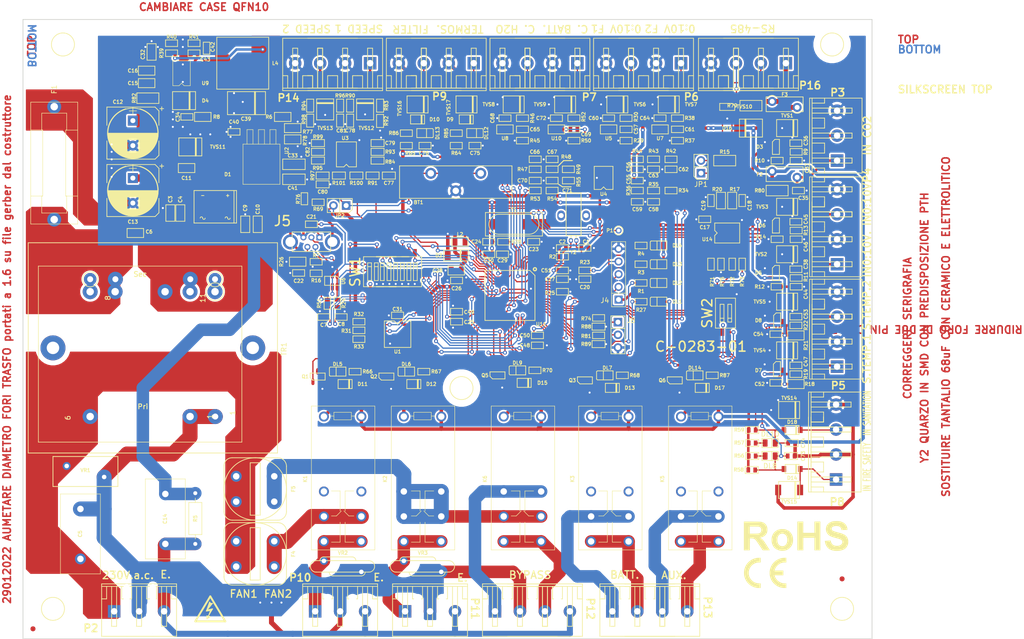
<source format=kicad_pcb>
(kicad_pcb (version 20171130) (host pcbnew "(5.1.4)-1")
  (title_block (title "ESBI - C-0283-01") (date 2020-11-01))
  (layers (0 F.Cu signal) (31 B.Cu signal) (35 F.Paste user hide) (37 F.SilkS user) (38 B.Mask user hide) (39 F.Mask user hide) (44 Edge.Cuts user))
  (net 0 "")
  (net 1 NetBT1_+)
  (net 2 AGND)
  (net 3 NetC1_1)
  (net 4 NetC2_1)
  (net 5 NetC3_1)
  (net 6 NetC4_2)
  (net 7 MAIN_N)
  (net 8 NetC6_2)
  (net 9 NetC6_1)
  (net 10 USB_DP)
  (net 11 USB_DN)
  (net 12 VCC_UNREG)
  (net 13 VCC_3V3)
  (net 14 NetC18_1)
  (net 15 NetC19_1)
  (net 16 JTAG_RESET)
  (net 17 VCC_VUSB)
  (net 18 NetC22_1)
  (net 19 NetC23_1)
  (net 20 NetC24_1)
  (net 21 VCC_3V3A)
  (net 22 NetC34_1)
  (net 23 NetC35_1)
  (net 24 IN_CO2)
  (net 25 AN0_CO2)
  (net 26 IN_AUX1)
  (net 27 VCC_12V)
  (net 28 NetC42_1)
  (net 29 NetC42_2)
  (net 30 AN1_AUX1)
  (net 31 IN_AUX2)
  (net 32 AN2_AUX2)
  (net 33 NetC47_1)
  (net 34 NetC48_1)
  (net 35 NetC49_1)
  (net 36 AN2_TEMP_INT)
  (net 37 NetC53_1)
  (net 38 AN14_TEMP_EXT)
  (net 39 NetC57_2)
  (net 40 NetC57_1)
  (net 41 NetC58_1)
  (net 42 NetC59_1)
  (net 43 NetC60_1)
  (net 44 NetC61_2)
  (net 45 NetC61_1)
  (net 46 NetC62_1)
  (net 47 NetC63_1)
  (net 48 NetC64_1)
  (net 49 NetC65_2)
  (net 50 NetC65_1)
  (net 51 NetC66_1)
  (net 52 NetC67_1)
  (net 53 NetC68_1)
  (net 54 NetC69_2)
  (net 55 NetC69_1)
  (net 56 NetC70_1)
  (net 57 NetC71_1)
  (net 58 NetC72_1)
  (net 59 DIN_TERMOST)
  (net 60 DIN_FILTRO)
  (net 61 NetD9_K)
  (net 62 NetD10_K)
  (net 63 NetD11_A)
  (net 64 NetD12_A)
  (net 65 NetD13_A)
  (net 66 NetD15_A)
  (net 67 NetD16_K)
  (net 68 NetD17_A)
  (net 69 NetDL1_K)
  (net 70 NetDL2_K)
  (net 71 NetDL3_K)
  (net 72 NetDL4_K)
  (net 73 NetDL5_A)
  (net 74 NetDL6_A)
  (net 75 NetDL7_A)
  (net 76 NetDL9_A)
  (net 77 NetDL12_A)
  (net 78 NetDL13_A)
  (net 79 NetDL14_A)
  (net 80 NetF3_2)
  (net 81 JTAG_SWDIO)
  (net 82 JTAG_SWCLK)
  (net 83 USB_N)
  (net 84 USB_P)
  (net 85 NetJ5_4)
  (net 86 NetJ8_1)
  (net 87 NetJ8_2)
  (net 88 RS485_B)
  (net 89 NetJP1_2)
  (net 90 FAN1_NO)
  (net 91 FAN2_NO)
  (net 92 BATT_C)
  (net 93 BATT_NO)
  (net 94 AUX_C)
  (net 95 AUX_NO)
  (net 96 BYP_NC)
  (net 97 BYP_C)
  (net 98 BYP_NO)
  (net 99 RS485_A)
  (net 100 RELE_FAN1)
  (net 101 RELE_FAN2)
  (net 102 RELE_BATT)
  (net 103 RELE_BYP)
  (net 104 RELE_AUX1)
  (net 105 LED_ON)
  (net 106 LED_PC1)
  (net 107 LED_PC2)
  (net 108 NetR6_2)
  (net 109 NetD4_K)
  (net 110 USB_ID)
  (net 111 NetR25_2)
  (net 112 LED_ERR)
  (net 113 NetR28_1)
  (net 114 FLASH_MISO)
  (net 115 FLASH_CS)
  (net 116 NetR33_2)
  (net 117 ANOUT_FAN1)
  (net 118 NetR36_1)
  (net 119 NetR39_2)
  (net 120 ANOUT_FAN2)
  (net 121 NetR44_1)
  (net 122 ANOUT_H2O)
  (net 123 NetR49_1)
  (net 124 ANOUT_BATT)
  (net 125 NetR55_1)
  (net 126 RS485_RX)
  (net 127 NetR71_1)
  (net 128 RS485_DIR)
  (net 129 NetR72_2)
  (net 130 NetR73_2)
  (net 131 RS485_TX)
  (net 132 UART5_RX)
  (net 133 UART5_TX)
  (net 134 DIP_1)
  (net 135 DIP_2)
  (net 136 DIP_3)
  (net 137 DIP_4)
  (net 138 FLASH_MOSI)
  (net 139 FLASH_SCK)
  (net 140 EARTH)
  (net 141 NetJP2_2)
  (net 142 TACH_F1)
  (net 143 NetC78_1)
  (net 144 NetC79_2)
  (net 145 TACH_F2)
  (net 146 NetC81_1)
  (net 147 NetC82_2)
  (net 148 FAN1_C)
  (net 149 FAN2_C)
  (net 150 NetK1_2)
  (net 151 NetK1_7)
  (net 152 NetK3_2)
  (net 153 NetK3_7)
  (net 154 NetK5_7)
  (net 155 NetK5_2)
  (net 156 512Hz_OUT)
  (net 157 NetP14_3)
  (net 158 NetP14_1)
  (net 159 NetR91_1)
  (net 160 NetR97_1)
  (net 161 DIP_5)
  (net 162 DIP_6)
  (net 163 DIP_7)
  (net 164 NetSW1_8)
  (net 165 NetU9_2)
  (net 166 NetU9_6)
  (net 167 DIN_LV1)
  (net 168 DIN_LV2)
  (net 169 NetD14_K)
  (net 170 NetD18_K)
  (net 171 NetDL8_A)
  (net 172 NetDL10_A)
  (net 173 NetSW1_9)
  (module Battery:ADIMPEX_GR000250-R (layer F.Cu) (at 163.65 68.8 180)
    (fp_text reference BT1 (at 7.45 -5.8 180) (layer F.SilkS) (effects (font (size 0.7 0.7))))
    (fp_text value CR-1220/HFN)
    (pad - thru_hole circle (at 0 -3.5 180) (size 2.2 2.2) (drill 1.3) (layers *.Cu *.Mask) (net 2 AGND))
    (pad + thru_hole circle (at 5 0 180) (size 2.2 2.2) (drill 1.3) (layers *.Cu *.Mask) (net 1 NetBT1_+))
    (pad + thru_hole circle (at -5 0 180) (size 2.2 2.2) (drill 1.3) (layers *.Cu *.Mask) (net 1 NetBT1_+))
  )
  (module Mounting_Holes:MOUNT_1.2mm_MET (layer F.Cu) (at 115.45014 90.00098)
    (fp_text reference REF** hide)
    (fp_text value MOUNT_1.2mm_MET hide)
    (pad "" thru_hole circle (at 0 0) (size 2.5 2.5) (drill 1.2) (layers *.Cu *.Mask))
  )
  (module Mounting_Holes:MOUNT_1.2mm_MET (layer F.Cu) (at 90.45 90)
    (fp_text reference REF** hide)
    (fp_text value MOUNT_1.2mm_MET hide)
    (pad "" thru_hole circle (at 0 0) (size 2.5 2.5) (drill 1.2) (layers *.Cu *.Mask))
  )
  (module Symbols:CE-Logo_8.5x6mm_SilkScreen (layer F.Cu) (at 225.6 148.8)
    (fp_text reference REF*** hide)
    (fp_text value CE-Logo_8.5x6mm_SilkScreen hide)
  )
  (module Symbols:Symbol_HighVoltage_Type2_SilkTop_VerySmall (layer F.Cu) (at 114.5 158.5)
    (fp_text reference REF** hide)
    (fp_text value Symbol_HighVoltage_Type2_SilkTop_VerySmall hide)
  )
  (module Symbols:RoHS-Logo_6mm_SilkScreen (layer F.Cu) (at 231.8 141.4)
    (fp_text reference REF*** hide)
    (fp_text value RoHS-Logo_6mm_SilkScreen hide)
  )
  (module Cristalli:AB38T_Horizontal_Reverse (layer F.Cu) (at 187.25 82.25)
    (fp_text reference Y2 (at -0.05 2.35) (layer F.SilkS) (effects (font (size 0.7 0.7))))
    (fp_text value 32.768kHz)
    (pad "" thru_hole oval (at 2.5 -5) (size 1.5 2) (drill 1) (layers *.Cu *.Mask))
    (pad "" thru_hole oval (at -2.5 -5) (size 1.5 2) (drill 1) (layers *.Cu *.Mask))
    (pad 1 thru_hole oval (at 0.55 0) (size 0.8 1) (drill 0.5) (layers *.Cu *.Mask) (net 3 NetC1_1))
    (pad 2 thru_hole oval (at -0.55 0) (size 0.8 1) (drill 0.5) (layers *.Cu *.Mask) (net 4 NetC2_1))
  )
  (module Elettrolitici_PTH:CP_Radial_D10.0mm_P5.00mm (layer F.Cu) (at 99 58.25 270)
    (fp_text reference REF** hide)
    (fp_text value CP_Radial_D10.0mm_P5.00mm)
    (pad 1 thru_hole rect (at 0 0 270) (size 2 2) (drill 1) (layers *.Cu *.Mask) (net 6 NetC4_2))
    (pad 2 thru_hole circle (at 5 0 270) (size 2 2) (drill 1) (layers *.Cu *.Mask) (net 2 AGND))
  )
  (module Elettrolitici_PTH:CP_Radial_D10.0mm_P5.00mm (layer F.Cu) (at 99 69.75 270)
    (fp_text reference REF** hide)
    (fp_text value CP_Radial_D10.0mm_P5.00mm)
    (pad 2 thru_hole circle (at 5 0 270) (size 2 2) (drill 1) (layers *.Cu *.Mask) (net 2 AGND))
    (pad 1 thru_hole rect (at 0 0 270) (size 2 2) (drill 1) (layers *.Cu *.Mask) (net 6 NetC4_2))
  )
  (module Mounting_Holes:MOUNT_1,5mm_MET (layer F.Cu) (at 115.45 92.5)
    (fp_text reference REF** hide)
    (fp_text value MOUNT_1,5mm_MET hide)
    (pad "" thru_hole circle (at 0 0) (size 3 3) (drill 1.5) (layers *.Cu *.Mask))
  )
  (module Mounting_Holes:Asola_6mmx1,2mm (layer F.Cu) (at 105.25 117.25 270)
    (fp_text reference REF** hide)
    (fp_text value Asola_6mmx1,2mm hide)
    (pad "" np_thru_hole oval (at 0 0 270) (size 6 1.5) (drill oval 6 1.5) (layers *.Cu *.Mask))
  )
  (module Mounting_Holes:Asola_6mmx1,2mm (layer F.Cu) (at 96.5 117.25 270)
    (fp_text reference REF** hide)
    (fp_text value Asola_6mmx1,2mm hide)
    (pad "" np_thru_hole oval (at 0 0 270) (size 6 1.5) (drill oval 6 1.5) (layers *.Cu *.Mask))
  )
  (module Trafo:MYRRA_44194 (layer F.Cu) (at 110.44986 117.49902 90)
    (fp_text reference TR1 (at 13.49902 18.80014 90) (layer F.SilkS))
    (fp_text value 15V)
    (fp_text user 1 (at 0 4 90) (layer F.SilkS))
    (fp_text user Pri (at 1.99902 -9.44986 180) (layer F.SilkS))
    (fp_text user Sec (at 28.5 -10 180) (layer F.SilkS))
    (pad 10 thru_hole circle (at 25 0 90) (size 3 3) (drill 1.5) (layers *.Cu *.Mask))
    (pad 9 thru_hole circle (at 25 -5 90) (size 3 3) (drill 1.5) (layers *.Cu *.Mask) (net 8 NetC6_2))
    (pad 7 thru_hole circle (at 25 -15 90) (size 3 3) (drill 1.5) (layers *.Cu *.Mask) (net 9 NetC6_1))
    (pad 6 thru_hole circle (at 25 -20 90) (size 3 3) (drill 1.5) (layers *.Cu *.Mask))
    (pad 5 thru_hole circle (at 0 -20 90) (size 3 3) (drill 1.5) (layers *.Cu *.Mask) (net 97 BYP_C))
    (pad 1 thru_hole circle (at 0 0 90) (size 3 3) (drill 1.5) (layers *.Cu *.Mask) (net 7 MAIN_N))
  )
  (module Trafo:MYRRA_44270 (layer F.Cu) (at 103 103.75 90)
    (fp_text reference REF** hide)
    (fp_text value MYRRA_44270)
    (fp_text user 1 (at -12.99972 15.99946 90) (layer F.SilkS))
    (fp_text user 6 (at -14.00048 -17.00022 90) (layer F.SilkS))
    (fp_text user 8 (at 9.99998 -8.99922 90) (layer F.SilkS))
    (fp_text user 11 (at 9.99998 9.99998 90) (layer F.SilkS))
    (fp_text user Pri (at -11.75 -2 180) (layer F.SilkS))
    (fp_text user Sec (at 14.75 -2.5 180) (layer F.SilkS))
    (pad ~ thru_hole circle (at 0 20 90) (size 5 5) (drill 2.5) (layers *.Cu *.Mask) (clearance 1))
    (pad ~ thru_hole circle (at 0 -20 90) (size 5 5) (drill 2.5) (layers *.Cu *.Mask) (clearance 1))
    (pad 8 thru_hole circle (at 13.74902 -7.50062 90) (size 2.99974 2.99974) (drill 1.19888) (layers *.Cu *.Mask) (net 9 NetC6_1))
    (pad 11 thru_hole circle (at 13.74902 7.50062 90) (size 2.99974 2.99974) (drill 1.19888) (layers *.Cu *.Mask) (net 8 NetC6_2))
    (pad 6 thru_hole circle (at -13.74902 -12.55014 90) (size 2.99974 2.99974) (drill 1.19888) (layers *.Cu *.Mask) (net 97 BYP_C))
    (pad 1 thru_hole circle (at -13.74902 12.49934 90) (size 2.99974 2.99974) (drill 1.19888) (layers *.Cu *.Mask) (net 7 MAIN_N) (clearance 2.5))
  )
  (module Mounting_Holes:Asola_6mmx1,2mm (layer F.Cu) (at 207.5 156.5 90)
    (fp_text reference REF** hide)
    (fp_text value Asola_6mmx1,2mm hide)
    (pad "" np_thru_hole oval (at 0 0 90) (size 6 1.5) (drill oval 6 1.5) (layers *.Cu *.Mask))
  )
  (module Mounting_Holes:Asola_6mmx1,2mm (layer F.Cu) (at 184 156.5 90)
    (fp_text reference REF** hide)
    (fp_text value Asola_6mmx1,2mm hide)
    (pad "" np_thru_hole oval (at 0 0 90) (size 6 1.5) (drill oval 6 1.5) (layers *.Cu *.Mask))
  )
  (module Mounting_Holes:Asola_6mmx1,2mm (layer F.Cu) (at 197.5 156.5 90)
    (fp_text reference REF** hide)
    (fp_text value Asola_6mmx1,2mm hide)
    (pad "" np_thru_hole oval (at 0 0 90) (size 6 1.5) (drill oval 6 1.5) (layers *.Cu *.Mask))
  )
  (module Mounting_Holes:Asola_6mmx1,2mm (layer F.Cu) (at 202.5 156.5 90)
    (fp_text reference REF** hide)
    (fp_text value Asola_6mmx1,2mm hide)
    (pad "" np_thru_hole oval (at 0 0 90) (size 6 1.5) (drill oval 6 1.5) (layers *.Cu *.Mask))
  )
  (module Mounting_Holes:Asola_6mmx1,2mm (layer F.Cu) (at 174 156.5 90)
    (fp_text reference REF** hide)
    (fp_text value Asola_6mmx1,2mm hide)
    (pad "" np_thru_hole oval (at 0 0 90) (size 6 1.5) (drill oval 6 1.5) (layers *.Cu *.Mask))
  )
  (module Mounting_Holes:Asola_6mmx1,2mm (layer F.Cu) (at 179 156.5 90)
    (fp_text reference REF** hide)
    (fp_text value Asola_6mmx1,2mm hide)
    (pad "" np_thru_hole oval (at 0 0 90) (size 6 1.5) (drill oval 6 1.5) (layers *.Cu *.Mask))
  )
  (module Mounting_Holes:Asola_6mmx1,2mm (layer F.Cu) (at 161 156.5 90)
    (fp_text reference REF** hide)
    (fp_text value Asola_6mmx1,2mm hide)
    (pad "" np_thru_hole oval (at 0 0 90) (size 6 1.5) (drill oval 6 1.5) (layers *.Cu *.Mask))
  )
  (module Mounting_Holes:Asola_6mmx1,2mm (layer F.Cu) (at 156 156.5 90)
    (fp_text reference REF** hide)
    (fp_text value Asola_6mmx1,2mm hide)
    (pad "" np_thru_hole oval (at 0 0 90) (size 6 1.5) (drill oval 6 1.5) (layers *.Cu *.Mask))
  )
  (module Mounting_Holes:Asola_6mmx1,2mm (layer F.Cu) (at 143 156.5 90)
    (fp_text reference REF** hide)
    (fp_text value Asola_6mmx1,2mm hide)
    (pad "" np_thru_hole oval (at 0 0 90) (size 6 1.5) (drill oval 6 1.5) (layers *.Cu *.Mask))
  )
  (module Mounting_Holes:Asola_6mmx1,2mm (layer F.Cu) (at 138 156.5 90)
    (fp_text reference REF** hide)
    (fp_text value Asola_6mmx1,2mm hide)
    (pad "" np_thru_hole oval (at 0 0 90) (size 6 1.5) (drill oval 6 1.5) (layers *.Cu *.Mask))
  )
  (module STELVIO_CUM-5_3 (layer F.Cu) (at 100.25 156.5)
    (fp_text reference P2 (at -9.66 3.37) (layer F.SilkS) (effects (font (size 1.5 1.5) (thickness 0.3))))
    (fp_text value CUM5/3)
    (pad 3 thru_hole circle (at 5 0) (size 2.5 2.5) (drill 1.3) (layers *.Cu *.Mask) (net 140 EARTH) (clearance 2.5))
    (pad 2 thru_hole circle (at 0 0) (size 2.5 2.5) (drill 1.3) (layers *.Cu *.Mask) (net 7 MAIN_N))
    (pad 1 thru_hole rect (at -5 0) (size 2.5 2.5) (drill 1.3) (layers *.Cu *.Mask) (net 97 BYP_C))
  )
  (module Mounting_Holes:Asola_10mmx1,2mm (layer F.Cu) (at 103 156 90)
    (fp_text reference REF** hide)
    (fp_text value Asola_10mmx1,2mm hide)
    (pad "" np_thru_hole oval (at 0 0 90) (size 10 1.2) (drill oval 10 1.2) (layers *.Cu *.Mask))
  )
  (module Mounting_Holes:Asola_10mmx1,2mm (layer F.Cu) (at 97.75 156 90)
    (fp_text reference REF** hide)
    (fp_text value Asola_10mmx1,2mm hide)
    (pad "" np_thru_hole oval (at 0 0 90) (size 10 1.2) (drill oval 10 1.2) (layers *.Cu *.Mask))
  )
  (module Mounting_Holes:MOUNT_3,5 (layer F.Cu) (at 164.8 111.8)
    (fp_text reference REF** hide)
    (fp_text value MOUNT_3,5 hide)
    (pad "" np_thru_hole circle (at 0 0) (size 3.5 3.5) (drill 3.5) (layers *.Cu *.Mask))
  )
  (module Mounting_Holes:MOUNT_3,5 (layer F.Cu) (at 241 156)
    (fp_text reference REF** hide)
    (fp_text value MOUNT_3,5 hide)
    (pad "" np_thru_hole circle (at 0 0) (size 3.5 3.5) (drill 3.5) (layers *.Cu *.Mask) (clearance 2))
  )
  (module Mounting_Holes:MOUNT_3,5 (layer F.Cu) (at 85 43)
    (fp_text reference REF** hide)
    (fp_text value MOUNT_3,5 hide)
    (pad "" np_thru_hole circle (at 0 0) (size 3.5 3.5) (drill 3.5) (layers *.Cu *.Mask) (clearance 2))
  )
  (module Fiducial:Fiducial_1mm (layer F.Cu) (at 244 51)
    (fp_text reference REF** hide)
    (fp_text value Fiducial_1mm hide)
    (pad "" smd circle (at 0 0) (size 1 1) (layers F.Cu) (clearance 1.2))
  )
  (module Fiducial:Fiducial_1mm (layer F.Cu) (at 79 160)
    (fp_text reference REF** hide)
    (fp_text value Fiducial_1mm hide)
    (pad "" smd circle (at 0 0) (size 1 1) (layers F.Cu) (clearance 1.2))
  )
  (module Fiducial:Fiducial_1mm (layer F.Cu) (at 241 150)
    (fp_text reference REF** hide)
    (fp_text value Fiducial_1mm hide)
    (pad "" smd circle (at 0 0) (size 1 1) (layers F.Cu) (clearance 1.2))
  )
  (module R0805 (layer F.Cu) (at 204.55 60)
    (fp_text reference U7 (at 0 1.8) (layer F.SilkS) (effects (font (size 0.7 0.7))))
    (fp_text value 10)
    (pad 2 smd rect (at 1 0) (size 0.95 1.45) (layers F.Cu F.Paste F.Mask) (net 44 NetC61_2))
    (pad 1 smd rect (at -1 0) (size 0.95 1.45) (layers F.Cu F.Paste F.Mask) (net 48 NetC64_1))
  )
  (module R0603 (layer F.Cu) (at 208.05 57.75)
    (fp_text reference R38 (at 2.45 0) (layer F.SilkS) (effects (font (size 0.7 0.7))))
    (fp_text value 27K)
    (pad 1 smd rect (at -0.69 0) (size 0.72 0.99) (layers F.Cu F.Paste F.Mask) (net 48 NetC64_1))
    (pad 2 smd rect (at 0.69 0) (size 0.72 0.99) (layers F.Cu F.Paste F.Mask) (net 45 NetC61_1))
  )
  (module C0603 (layer F.Cu) (at 208.05 60 180)
    (fp_text reference C61 (at -2.45 0 180) (layer F.SilkS) (effects (font (size 0.7 0.7))))
    (fp_text value 100pF)
    (pad 1 smd rect (at -0.69 0 180) (size 0.72 0.99) (layers F.Cu F.Paste F.Mask) (net 45 NetC61_1))
    (pad 2 smd rect (at 0.69 0 180) (size 0.72 0.99) (layers F.Cu F.Paste F.Mask) (net 44 NetC61_2))
  )
  (module C0603 (layer F.Cu) (at 204.55 57.75 180)
    (fp_text reference C64 (at 3.05 0 180) (layer F.SilkS) (effects (font (size 0.7 0.7))))
    (fp_text value 10nF)
    (pad 2 smd rect (at 0.69 0 180) (size 0.72 0.99) (layers F.Cu F.Paste F.Mask) (net 2 AGND))
    (pad 1 smd rect (at -0.69 0 180) (size 0.72 0.99) (layers F.Cu F.Paste F.Mask) (net 48 NetC64_1))
  )
  (module R0603 (layer F.Cu) (at 208.05 62.25 180)
    (fp_text reference R37 (at -2.45 0 180) (layer F.SilkS) (effects (font (size 0.7 0.7))))
    (fp_text value 12K)
    (pad 1 smd rect (at -0.69 0 180) (size 0.72 0.99) (layers F.Cu F.Paste F.Mask) (net 45 NetC61_1))
    (pad 2 smd rect (at 0.69 0 180) (size 0.72 0.99) (layers F.Cu F.Paste F.Mask) (net 2 AGND))
  )
  (module R0805 (layer F.Cu) (at 183.8 60)
    (fp_text reference U10 (at 0 1.8) (layer F.SilkS) (effects (font (size 0.7 0.7))))
    (fp_text value 10)
    (pad 2 smd rect (at 1 0) (size 0.95 1.45) (layers F.Cu F.Paste F.Mask) (net 54 NetC69_2))
    (pad 1 smd rect (at -1 0) (size 0.95 1.45) (layers F.Cu F.Paste F.Mask) (net 58 NetC72_1))
  )
  (module R0603 (layer F.Cu) (at 187.3 57.75)
    (fp_text reference R52 (at 1.95 -0.25 90) (layer F.SilkS) (effects (font (size 0.7 0.7))))
    (fp_text value 27K)
    (pad 1 smd rect (at -0.69 0) (size 0.72 0.99) (layers F.Cu F.Paste F.Mask) (net 58 NetC72_1))
    (pad 2 smd rect (at 0.69 0) (size 0.72 0.99) (layers F.Cu F.Paste F.Mask) (net 55 NetC69_1))
  )
  (module C0603 (layer F.Cu) (at 187.3 60 180)
    (fp_text reference C69 (at -2.45 -1) (layer F.SilkS) (effects (font (size 0.7 0.7))))
    (fp_text value 100pF)
    (pad 1 smd rect (at -0.69 0 180) (size 0.72 0.99) (layers F.Cu F.Paste F.Mask) (net 55 NetC69_1))
    (pad 2 smd rect (at 0.69 0 180) (size 0.72 0.99) (layers F.Cu F.Paste F.Mask) (net 54 NetC69_2))
  )
  (module C0603 (layer F.Cu) (at 183.8 57.75 180)
    (fp_text reference C72 (at 3.05 0 180) (layer F.SilkS) (effects (font (size 0.7 0.7))))
    (fp_text value 10nF)
    (pad 2 smd rect (at 0.69 0 180) (size 0.72 0.99) (layers F.Cu F.Paste F.Mask) (net 2 AGND))
    (pad 1 smd rect (at -0.69 0 180) (size 0.72 0.99) (layers F.Cu F.Paste F.Mask) (net 58 NetC72_1))
  )
  (module R0603 (layer F.Cu) (at 187.3 62.25 180)
    (fp_text reference R50 (at -2.45 0 180) (layer F.SilkS) (effects (font (size 0.7 0.7))))
    (fp_text value 12K)
    (pad 2 smd rect (at 0.69 0 180) (size 0.72 0.99) (layers F.Cu F.Paste F.Mask) (net 2 AGND))
    (pad 1 smd rect (at -0.69 0 180) (size 0.72 0.99) (layers F.Cu F.Paste F.Mask) (net 55 NetC69_1))
  )
  (module Mounting_Holes:MOUNT_3,5 (layer F.Cu) (at 239 43)
    (fp_text reference REF** hide)
    (fp_text value MOUNT_3,5 hide)
    (pad "" np_thru_hole circle (at 0 0) (size 3.5 3.5) (drill 3.5) (layers *.Cu *.Mask) (clearance 2))
  )
  (module R0603 (layer F.Cu) (at 163.75 60.75)
    (fp_text reference R85 (at -2 0 90) (layer F.SilkS) (effects (font (size 0.7 0.7))))
    (fp_text value 560)
    (pad 1 smd rect (at -0.69 0) (size 0.72 0.99) (layers F.Cu F.Paste F.Mask) (net 13 VCC_3V3))
    (pad 2 smd rect (at 0.69 0) (size 0.72 0.99) (layers F.Cu F.Paste F.Mask) (net 77 NetDL12_A))
  )
  (module LED0805_AK (layer F.Cu) (at 167.5 60.75)
    (fp_text reference DL12 (at 2.25 0 90) (layer F.SilkS) (effects (font (size 0.7 0.7))))
    (fp_text value LED)
    (pad A smd rect (at -1 0) (size 0.95 1.45) (layers F.Cu F.Paste F.Mask) (net 77 NetDL12_A))
    (pad K smd rect (at 1 0) (size 0.95 1.45) (layers F.Cu F.Paste F.Mask) (net 59 DIN_TERMOST))
  )
  (module R0603 (layer F.Cu) (at 163.75 63.25)
    (fp_text reference R64 (at 0 1.5) (layer F.SilkS) (effects (font (size 0.7 0.7))))
    (fp_text value 10K)
    (pad 2 smd rect (at 0.69 0) (size 0.72 0.99) (layers F.Cu F.Paste F.Mask) (net 59 DIN_TERMOST))
    (pad 1 smd rect (at -0.69 0) (size 0.72 0.99) (layers F.Cu F.Paste F.Mask) (net 13 VCC_3V3))
  )
  (module C0603 (layer F.Cu) (at 167.5 63.25)
    (fp_text reference C75 (at 0 1.5) (layer F.SilkS) (effects (font (size 0.7 0.7))))
    (fp_text value 100nF)
    (pad 1 smd rect (at -0.69 0) (size 0.72 0.99) (layers F.Cu F.Paste F.Mask) (net 59 DIN_TERMOST))
    (pad 2 smd rect (at 0.69 0) (size 0.72 0.99) (layers F.Cu F.Paste F.Mask) (net 2 AGND))
  )
  (module R0603 (layer F.Cu) (at 153.75 60.75)
    (fp_text reference R86 (at -2.5 0) (layer F.SilkS) (effects (font (size 0.7 0.7))))
    (fp_text value 560)
    (pad 2 smd rect (at 0.69 0) (size 0.72 0.99) (layers F.Cu F.Paste F.Mask) (net 78 NetDL13_A))
    (pad 1 smd rect (at -0.69 0) (size 0.72 0.99) (layers F.Cu F.Paste F.Mask) (net 13 VCC_3V3))
  )
  (module LED0805_AK (layer F.Cu) (at 157.5 60.75)
    (fp_text reference DL13 (at 2.5 0 90) (layer F.SilkS) (effects (font (size 0.7 0.7))))
    (fp_text value LED)
    (pad K smd rect (at 1 0) (size 0.95 1.45) (layers F.Cu F.Paste F.Mask) (net 60 DIN_FILTRO))
    (pad A smd rect (at -1 0) (size 0.95 1.45) (layers F.Cu F.Paste F.Mask) (net 78 NetDL13_A))
  )
  (module LED0805_AK (layer F.Cu) (at 204.25 83.25 180)
    (fp_text reference DL4 (at -3.75 0 180) (layer F.SilkS) (effects (font (size 0.7 0.7))))
    (fp_text value LED)
    (pad A smd rect (at -1 0 180) (size 0.95 1.45) (layers F.Cu F.Paste F.Mask) (net 13 VCC_3V3))
    (pad K smd rect (at 1 0 180) (size 0.95 1.45) (layers F.Cu F.Paste F.Mask) (net 72 NetDL4_K))
  )
  (module R0603 (layer F.Cu) (at 200.75 83.25 180)
    (fp_text reference R4 (at 0 -1.65 180) (layer F.SilkS) (effects (font (size 0.7 0.7))))
    (fp_text value 330)
    (pad 2 smd rect (at 0.69 0 180) (size 0.72 0.99) (layers F.Cu F.Paste F.Mask) (net 107 LED_PC2))
    (pad 1 smd rect (at -0.69 0 180) (size 0.72 0.99) (layers F.Cu F.Paste F.Mask) (net 72 NetDL4_K))
  )
  (module LED0805_AK (layer F.Cu) (at 204.25 87 180)
    (fp_text reference DL3 (at -3.75 0 180) (layer F.SilkS) (effects (font (size 0.7 0.7))))
    (fp_text value LED)
    (pad K smd rect (at 1 0 180) (size 0.95 1.45) (layers F.Cu F.Paste F.Mask) (net 71 NetDL3_K))
    (pad A smd rect (at -1 0 180) (size 0.95 1.45) (layers F.Cu F.Paste F.Mask) (net 13 VCC_3V3))
  )
  (module R0603 (layer F.Cu) (at 200.75 87 180)
    (fp_text reference R3 (at 0 -1.65 180) (layer F.SilkS) (effects (font (size 0.7 0.7))))
    (fp_text value 330)
    (pad 1 smd rect (at -0.69 0 180) (size 0.72 0.99) (layers F.Cu F.Paste F.Mask) (net 71 NetDL3_K))
    (pad 2 smd rect (at 0.69 0 180) (size 0.72 0.99) (layers F.Cu F.Paste F.Mask) (net 106 LED_PC1))
  )
  (module R0603 (layer F.Cu) (at 200.75 90.75 180)
    (fp_text reference R1 (at 0 -1.65 180) (layer F.SilkS) (effects (font (size 0.7 0.7))))
    (fp_text value 330)
    (pad 2 smd rect (at 0.69 0 180) (size 0.72 0.99) (layers F.Cu F.Paste F.Mask) (net 105 LED_ON))
    (pad 1 smd rect (at -0.69 0 180) (size 0.72 0.99) (layers F.Cu F.Paste F.Mask) (net 70 NetDL2_K))
  )
  (module LED0805_AK (layer F.Cu) (at 204.25 90.75 180)
    (fp_text reference DL2 (at -3.75 0 180) (layer F.SilkS) (effects (font (size 0.7 0.7))))
    (fp_text value LED)
    (pad A smd rect (at -1 0 180) (size 0.95 1.45) (layers F.Cu F.Paste F.Mask) (net 13 VCC_3V3))
    (pad K smd rect (at 1 0 180) (size 0.95 1.45) (layers F.Cu F.Paste F.Mask) (net 70 NetDL2_K))
  )
  (module R0603 (layer F.Cu) (at 186.2 70.25 180)
    (fp_text reference R55 (at -2.05 -0.25 270) (layer F.SilkS) (effects (font (size 0.7 0.7))))
    (fp_text value 4.7K)
    (pad 2 smd rect (at 0.69 0 180) (size 0.72 0.99) (layers F.Cu F.Paste F.Mask) (net 57 NetC71_1))
    (pad 1 smd rect (at -0.69 0 180) (size 0.72 0.99) (layers F.Cu F.Paste F.Mask) (net 125 NetR55_1))
  )
  (module R0603 (layer F.Cu) (at 182.94 72.25 180)
    (fp_text reference R54 (at 0 -1.65 180) (layer F.SilkS) (effects (font (size 0.7 0.7))))
    (fp_text value 4.7K)
    (pad 1 smd rect (at -0.69 0 180) (size 0.72 0.99) (layers F.Cu F.Paste F.Mask) (net 57 NetC71_1))
    (pad 2 smd rect (at 0.69 0 180) (size 0.72 0.99) (layers F.Cu F.Paste F.Mask) (net 56 NetC70_1))
  )
  (module R0603 (layer F.Cu) (at 179.56 72.25 180)
    (fp_text reference R53 (at 0 -1.65 180) (layer F.SilkS) (effects (font (size 0.7 0.7))))
    (fp_text value 4.7K)
    (pad 2 smd rect (at 0.69 0 180) (size 0.72 0.99) (layers F.Cu F.Paste F.Mask) (net 124 ANOUT_BATT))
    (pad 1 smd rect (at -0.69 0 180) (size 0.72 0.99) (layers F.Cu F.Paste F.Mask) (net 56 NetC70_1))
  )
  (module C0603 (layer F.Cu) (at 182.94 70.25 180)
    (fp_text reference C71 (at -3.06 -2 180) (layer F.SilkS) (effects (font (size 0.7 0.7))))
    (fp_text value 1uF)
    (pad 2 smd rect (at 0.69 0 180) (size 0.72 0.99) (layers F.Cu F.Paste F.Mask) (net 2 AGND))
    (pad 1 smd rect (at -0.69 0 180) (size 0.72 0.99) (layers F.Cu F.Paste F.Mask) (net 57 NetC71_1))
  )
  (module C0603 (layer F.Cu) (at 179.56 70.25)
    (fp_text reference C70 (at -2.56 0) (layer F.SilkS) (effects (font (size 0.7 0.7))))
    (fp_text value 1uF)
    (pad 1 smd rect (at -0.69 0) (size 0.72 0.99) (layers F.Cu F.Paste F.Mask) (net 56 NetC70_1))
    (pad 2 smd rect (at 0.69 0) (size 0.72 0.99) (layers F.Cu F.Paste F.Mask) (net 2 AGND))
  )
  (module R0603 (layer F.Cu) (at 186.19 68 180)
    (fp_text reference R49 (at -2.06 0 270) (layer F.SilkS) (effects (font (size 0.7 0.7))))
    (fp_text value 4.7K)
    (pad 1 smd rect (at -0.69 0 180) (size 0.72 0.99) (layers F.Cu F.Paste F.Mask) (net 123 NetR49_1))
    (pad 2 smd rect (at 0.69 0 180) (size 0.72 0.99) (layers F.Cu F.Paste F.Mask) (net 52 NetC67_1))
  )
  (module R0603 (layer F.Cu) (at 182.94 68 180)
    (fp_text reference R48 (at -2.81 2.5 180) (layer F.SilkS) (effects (font (size 0.7 0.7))))
    (fp_text value 4.7K)
    (pad 2 smd rect (at 0.69 0 180) (size 0.72 0.99) (layers F.Cu F.Paste F.Mask) (net 51 NetC66_1))
    (pad 1 smd rect (at -0.69 0 180) (size 0.72 0.99) (layers F.Cu F.Paste F.Mask) (net 52 NetC67_1))
  )
  (module R0603 (layer F.Cu) (at 179.56 68 180)
    (fp_text reference R47 (at 2.56 0 180) (layer F.SilkS) (effects (font (size 0.7 0.7))))
    (fp_text value 4.7K)
    (pad 1 smd rect (at -0.69 0 180) (size 0.72 0.99) (layers F.Cu F.Paste F.Mask) (net 51 NetC66_1))
    (pad 2 smd rect (at 0.69 0 180) (size 0.72 0.99) (layers F.Cu F.Paste F.Mask) (net 122 ANOUT_H2O))
  )
  (module C0603 (layer F.Cu) (at 182.94 66 180)
    (fp_text reference C67 (at 0 1.5 180) (layer F.SilkS) (effects (font (size 0.7 0.7))))
    (fp_text value 1uF)
    (pad 1 smd rect (at -0.69 0 180) (size 0.72 0.99) (layers F.Cu F.Paste F.Mask) (net 52 NetC67_1))
    (pad 2 smd rect (at 0.69 0 180) (size 0.72 0.99) (layers F.Cu F.Paste F.Mask) (net 2 AGND))
  )
  (module C0603 (layer F.Cu) (at 179.56 66)
    (fp_text reference C66 (at -0.06 -1.5) (layer F.SilkS) (effects (font (size 0.7 0.7))))
    (fp_text value 1uF)
    (pad 2 smd rect (at 0.69 0) (size 0.72 0.99) (layers F.Cu F.Paste F.Mask) (net 2 AGND))
    (pad 1 smd rect (at -0.69 0) (size 0.72 0.99) (layers F.Cu F.Paste F.Mask) (net 51 NetC66_1))
  )
  (module R0603 (layer F.Cu) (at 200 66)
    (fp_text reference R44 (at 0 -1.65) (layer F.SilkS) (effects (font (size 0.7 0.7))))
    (fp_text value 4.7K)
    (pad 1 smd rect (at -0.69 0) (size 0.72 0.99) (layers F.Cu F.Paste F.Mask) (net 121 NetR44_1))
    (pad 2 smd rect (at 0.69 0) (size 0.72 0.99) (layers F.Cu F.Paste F.Mask) (net 47 NetC63_1))
  )
  (module R0603 (layer F.Cu) (at 203.25 66)
    (fp_text reference R43 (at 0 -1.65) (layer F.SilkS) (effects (font (size 0.7 0.7))))
    (fp_text value 4.7K)
    (pad 2 smd rect (at 0.69 0) (size 0.72 0.99) (layers F.Cu F.Paste F.Mask) (net 46 NetC62_1))
    (pad 1 smd rect (at -0.69 0) (size 0.72 0.99) (layers F.Cu F.Paste F.Mask) (net 47 NetC63_1))
  )
  (module R0603 (layer F.Cu) (at 206.75 66)
    (fp_text reference R42 (at 0 -1.65) (layer F.SilkS) (effects (font (size 0.7 0.7))))
    (fp_text value 4.7K)
    (pad 1 smd rect (at -0.69 0) (size 0.72 0.99) (layers F.Cu F.Paste F.Mask) (net 46 NetC62_1))
    (pad 2 smd rect (at 0.69 0) (size 0.72 0.99) (layers F.Cu F.Paste F.Mask) (net 120 ANOUT_FAN2))
  )
  (module C0603 (layer F.Cu) (at 203.25 68)
    (fp_text reference C63 (at 0 1.25) (layer F.SilkS) (effects (font (size 0.7 0.7))))
    (fp_text value 1uF)
    (pad 1 smd rect (at -0.69 0) (size 0.72 0.99) (layers F.Cu F.Paste F.Mask) (net 47 NetC63_1))
    (pad 2 smd rect (at 0.69 0) (size 0.72 0.99) (layers F.Cu F.Paste F.Mask) (net 2 AGND))
  )
  (module C0603 (layer F.Cu) (at 206.75 68 180)
    (fp_text reference C62 (at -2.5 0 180) (layer F.SilkS) (effects (font (size 0.7 0.7))))
    (fp_text value 1uF)
    (pad 2 smd rect (at 0.69 0 180) (size 0.72 0.99) (layers F.Cu F.Paste F.Mask) (net 2 AGND))
    (pad 1 smd rect (at -0.69 0 180) (size 0.72 0.99) (layers F.Cu F.Paste F.Mask) (net 46 NetC62_1))
  )
  (module C0603 (layer F.Cu) (at 173.5 57.75 180)
    (fp_text reference C68 (at 2.5 0 270) (layer F.SilkS) (effects (font (size 0.7 0.7))))
    (fp_text value 10nF)
    (pad 1 smd rect (at -0.69 0 180) (size 0.72 0.99) (layers F.Cu F.Paste F.Mask) (net 53 NetC68_1))
    (pad 2 smd rect (at 0.69 0 180) (size 0.72 0.99) (layers F.Cu F.Paste F.Mask) (net 2 AGND))
  )
  (module C0603 (layer F.Cu) (at 177 60 180)
    (fp_text reference C65 (at -2.5 0 180) (layer F.SilkS) (effects (font (size 0.7 0.7))))
    (fp_text value 100pF)
    (pad 2 smd rect (at 0.69 0 180) (size 0.72 0.99) (layers F.Cu F.Paste F.Mask) (net 49 NetC65_2))
    (pad 1 smd rect (at -0.69 0 180) (size 0.72 0.99) (layers F.Cu F.Paste F.Mask) (net 50 NetC65_1))
  )
  (module R0603 (layer F.Cu) (at 177 57.75)
    (fp_text reference R46 (at 2 0 90) (layer F.SilkS) (effects (font (size 0.7 0.7))))
    (fp_text value 27K)
    (pad 2 smd rect (at 0.69 0) (size 0.72 0.99) (layers F.Cu F.Paste F.Mask) (net 50 NetC65_1))
    (pad 1 smd rect (at -0.69 0) (size 0.72 0.99) (layers F.Cu F.Paste F.Mask) (net 53 NetC68_1))
  )
  (module R0805 (layer F.Cu) (at 173.5 60)
    (fp_text reference U8 (at 0 1.8) (layer F.SilkS) (effects (font (size 0.7 0.7))))
    (fp_text value 10)
    (pad 1 smd rect (at -1 0) (size 0.95 1.45) (layers F.Cu F.Paste F.Mask) (net 53 NetC68_1))
    (pad 2 smd rect (at 1 0) (size 0.95 1.45) (layers F.Cu F.Paste F.Mask) (net 49 NetC65_2))
  )
  (module R0603 (layer F.Cu) (at 228 66.25 180)
    (fp_text reference R10 (at 3.5 0 180) (layer F.SilkS) (effects (font (size 0.7 0.7))))
    (fp_text value 3.9K)
    (pad 1 smd rect (at -0.69 0 180) (size 0.72 0.99) (layers F.Cu F.Paste F.Mask) (net 25 AN0_CO2))
    (pad 2 smd rect (at 0.69 0 180) (size 0.72 0.99) (layers F.Cu F.Paste F.Mask) (net 2 AGND))
  )
  (module SOT-23_A1_K2_N (layer F.Cu) (at 227.75 63.5)
    (fp_text reference D3 (at -3.25 0) (layer F.SilkS) (effects (font (size 0.7 0.7))))
    (fp_text value BAV199)
    (pad N smd oval (at 1.05 0) (size 1.3 0.6) (layers F.Cu F.Paste F.Mask) (net 25 AN0_CO2))
    (pad K2 smd oval (at -1.05 0.95) (size 1.3 0.6) (layers F.Cu F.Paste F.Mask) (net 21 VCC_3V3A))
    (pad A1 smd oval (at -1.05 -0.95) (size 1.3 0.6) (layers F.Cu F.Paste F.Mask) (net 2 AGND))
  )
  (module C0603 (layer F.Cu) (at 231.75 62.75 180)
    (fp_text reference C36 (at -2 0.5 270) (layer F.SilkS) (effects (font (size 0.7 0.7))))
    (fp_text value 10nF)
    (pad 1 smd rect (at -0.69 0 180) (size 0.72 0.99) (layers F.Cu F.Paste F.Mask) (net 24 IN_CO2))
    (pad 2 smd rect (at 0.69 0 180) (size 0.72 0.99) (layers F.Cu F.Paste F.Mask) (net 2 AGND))
  )
  (module R0603 (layer F.Cu) (at 231.81 64.5)
    (fp_text reference R9 (at 1.94 0 90) (layer F.SilkS) (effects (font (size 0.7 0.7))))
    (fp_text value 10K)
    (pad 2 smd rect (at 0.69 0) (size 0.72 0.99) (layers F.Cu F.Paste F.Mask) (net 24 IN_CO2))
    (pad 1 smd rect (at -0.69 0) (size 0.72 0.99) (layers F.Cu F.Paste F.Mask) (net 25 AN0_CO2))
  )
  (module C0603 (layer F.Cu) (at 231.81 66.25)
    (fp_text reference C37 (at 2.19 1.5 90) (layer F.SilkS) (effects (font (size 0.7 0.7))))
    (fp_text value 1uF)
    (pad 1 smd rect (at -0.69 0) (size 0.72 0.99) (layers F.Cu F.Paste F.Mask) (net 25 AN0_CO2))
    (pad 2 smd rect (at 0.69 0) (size 0.72 0.99) (layers F.Cu F.Paste F.Mask) (net 2 AGND))
  )
  (module R0603 (layer F.Cu) (at 228 82 180)
    (fp_text reference R14 (at 3.25 0.5 180) (layer F.SilkS) (effects (font (size 0.7 0.7))))
    (fp_text value 3.9K)
    (pad 2 smd rect (at 0.69 0 180) (size 0.72 0.99) (layers F.Cu F.Paste F.Mask) (net 2 AGND))
    (pad 1 smd rect (at -0.69 0 180) (size 0.72 0.99) (layers F.Cu F.Paste F.Mask) (net 32 AN2_AUX2))
  )
  (module SOT-23_A1_K2_N (layer F.Cu) (at 227.75 79.25)
    (fp_text reference D6 (at -2.75 0) (layer F.SilkS) (effects (font (size 0.7 0.7))))
    (fp_text value BAV199)
    (pad A1 smd oval (at -1.05 -0.95) (size 1.3 0.6) (layers F.Cu F.Paste F.Mask) (net 2 AGND))
    (pad K2 smd oval (at -1.05 0.95) (size 1.3 0.6) (layers F.Cu F.Paste F.Mask) (net 21 VCC_3V3A))
    (pad N smd oval (at 1.05 0) (size 1.3 0.6) (layers F.Cu F.Paste F.Mask) (net 32 AN2_AUX2))
  )
  (module C0603 (layer F.Cu) (at 231.81 82)
    (fp_text reference C46 (at 1.94 1.5 90) (layer F.SilkS) (effects (font (size 0.7 0.7))))
    (fp_text value 1uF)
    (pad 2 smd rect (at 0.69 0) (size 0.72 0.99) (layers F.Cu F.Paste F.Mask) (net 2 AGND))
    (pad 1 smd rect (at -0.69 0) (size 0.72 0.99) (layers F.Cu F.Paste F.Mask) (net 32 AN2_AUX2))
  )
  (module C0603 (layer F.Cu) (at 231.75 78.5 180)
    (fp_text reference C45 (at -2 0.5 270) (layer F.SilkS) (effects (font (size 0.7 0.7))))
    (fp_text value 10nF)
    (pad 2 smd rect (at 0.69 0 180) (size 0.72 0.99) (layers F.Cu F.Paste F.Mask) (net 2 AGND))
    (pad 1 smd rect (at -0.69 0 180) (size 0.72 0.99) (layers F.Cu F.Paste F.Mask) (net 31 IN_AUX2))
  )
  (module R0603 (layer F.Cu) (at 231.81 80.25)
    (fp_text reference R13 (at 1.94 0 90) (layer F.SilkS) (effects (font (size 0.7 0.7))))
    (fp_text value 10K)
    (pad 1 smd rect (at -0.69 0) (size 0.72 0.99) (layers F.Cu F.Paste F.Mask) (net 32 AN2_AUX2))
    (pad 2 smd rect (at 0.69 0) (size 0.72 0.99) (layers F.Cu F.Paste F.Mask) (net 31 IN_AUX2))
  )
  (module R0603 (layer F.Cu) (at 228 91.5 180)
    (fp_text reference R12 (at 3.5 0 180) (layer F.SilkS) (effects (font (size 0.7 0.7))))
    (fp_text value 3.9K)
    (pad 1 smd rect (at -0.69 0 180) (size 0.72 0.99) (layers F.Cu F.Paste F.Mask) (net 30 AN1_AUX1))
    (pad 2 smd rect (at 0.69 0 180) (size 0.72 0.99) (layers F.Cu F.Paste F.Mask) (net 2 AGND))
  )
  (module SOT-23_A1_K2_N (layer F.Cu) (at 227.75 88.75)
    (fp_text reference D5 (at -3.5 0) (layer F.SilkS) (effects (font (size 0.7 0.7))))
    (fp_text value BAV199)
    (pad N smd oval (at 1.05 0) (size 1.3 0.6) (layers F.Cu F.Paste F.Mask) (net 30 AN1_AUX1))
    (pad K2 smd oval (at -1.05 0.95) (size 1.3 0.6) (layers F.Cu F.Paste F.Mask) (net 21 VCC_3V3A))
    (pad A1 smd oval (at -1.05 -0.95) (size 1.3 0.6) (layers F.Cu F.Paste F.Mask) (net 2 AGND))
  )
  (module R0603 (layer F.Cu) (at 231.81 89.75)
    (fp_text reference R11 (at 1.94 -0.25 90) (layer F.SilkS) (effects (font (size 0.7 0.7))))
    (fp_text value 10K)
    (pad 2 smd rect (at 0.69 0) (size 0.72 0.99) (layers F.Cu F.Paste F.Mask) (net 26 IN_AUX1))
    (pad 1 smd rect (at -0.69 0) (size 0.72 0.99) (layers F.Cu F.Paste F.Mask) (net 30 AN1_AUX1))
  )
  (module C0603 (layer F.Cu) (at 231.75 88 180)
    (fp_text reference C38 (at -2 1 270) (layer F.SilkS) (effects (font (size 0.7 0.7))))
    (fp_text value 10nF)
    (pad 1 smd rect (at -0.69 0 180) (size 0.72 0.99) (layers F.Cu F.Paste F.Mask) (net 26 IN_AUX1))
    (pad 2 smd rect (at 0.69 0 180) (size 0.72 0.99) (layers F.Cu F.Paste F.Mask) (net 2 AGND))
  )
  (module C0603 (layer F.Cu) (at 231.81 91.5)
    (fp_text reference C44 (at 1.94 1.5 90) (layer F.SilkS) (effects (font (size 0.7 0.7))))
    (fp_text value 1uF)
    (pad 1 smd rect (at -0.69 0) (size 0.72 0.99) (layers F.Cu F.Paste F.Mask) (net 30 AN1_AUX1))
    (pad 2 smd rect (at 0.69 0) (size 0.72 0.99) (layers F.Cu F.Paste F.Mask) (net 2 AGND))
  )
  (module SOT-23_A1_K2_N (layer F.Cu) (at 228 98.25)
    (fp_text reference D8 (at -3.75 0) (layer F.SilkS) (effects (font (size 0.7 0.7))))
    (fp_text value BAV199)
    (pad A1 smd oval (at -1.05 -0.95) (size 1.3 0.6) (layers F.Cu F.Paste F.Mask) (net 2 AGND))
    (pad K2 smd oval (at -1.05 0.95) (size 1.3 0.6) (layers F.Cu F.Paste F.Mask) (net 21 VCC_3V3A))
    (pad N smd oval (at 1.05 0) (size 1.3 0.6) (layers F.Cu F.Paste F.Mask) (net 38 AN14_TEMP_EXT))
  )
  (module C0603 (layer F.Cu) (at 227.75 101 180)
    (fp_text reference C54 (at 3.5 0 180) (layer F.SilkS) (effects (font (size 0.7 0.7))))
    (fp_text value 1uF)
    (pad 1 smd rect (at -0.69 0 180) (size 0.72 0.99) (layers F.Cu F.Paste F.Mask) (net 38 AN14_TEMP_EXT))
    (pad 2 smd rect (at 0.69 0 180) (size 0.72 0.99) (layers F.Cu F.Paste F.Mask) (net 2 AGND))
  )
  (module C0603 (layer F.Cu) (at 231.75 97.5 180)
    (fp_text reference C53 (at -2 0.5 270) (layer F.SilkS) (effects (font (size 0.7 0.7))))
    (fp_text value 10nF)
    (pad 1 smd rect (at -0.69 0 180) (size 0.72 0.99) (layers F.Cu F.Paste F.Mask) (net 37 NetC53_1))
    (pad 2 smd rect (at 0.69 0 180) (size 0.72 0.99) (layers F.Cu F.Paste F.Mask) (net 2 AGND))
  )
  (module R0603 (layer F.Cu) (at 231.75 99.25)
    (fp_text reference R22 (at 2 0 90) (layer F.SilkS) (effects (font (size 0.7 0.7))))
    (fp_text value 1K)
    (pad 1 smd rect (at -0.69 0) (size 0.72 0.99) (layers F.Cu F.Paste F.Mask) (net 38 AN14_TEMP_EXT))
    (pad 2 smd rect (at 0.69 0) (size 0.72 0.99) (layers F.Cu F.Paste F.Mask) (net 37 NetC53_1))
  )
  (module R0805 (layer F.Cu) (at 231.75 101.25)
    (fp_text reference R21 (at 2 2 90) (layer F.SilkS) (effects (font (size 0.7 0.7))))
    (fp_text value 4.7K)
    (pad 1 smd rect (at -1 0) (size 0.95 1.45) (layers F.Cu F.Paste F.Mask) (net 21 VCC_3V3A))
    (pad 2 smd rect (at 1 0) (size 0.95 1.45) (layers F.Cu F.Paste F.Mask) (net 37 NetC53_1))
  )
  (module D_SOD-123_AK (layer F.Cu) (at 213 111.75 180)
    (fp_text reference D17 (at -3.5 0 180) (layer F.SilkS) (effects (font (size 0.7 0.7))))
    (fp_text value 1N4148)
    (pad K smd rect (at -1.65 0 180) (size 0.9 1.2) (layers F.Cu F.Paste F.Mask) (net 27 VCC_12V))
    (pad A smd rect (at 1.65 0 180) (size 0.9 1.2) (layers F.Cu F.Paste F.Mask) (net 68 NetD17_A))
  )
  (module R0603 (layer F.Cu) (at 215 109.25 180)
    (fp_text reference R87 (at -2.5 0 180) (layer F.SilkS) (effects (font (size 0.7 0.7))))
    (fp_text value 4.7K)
    (pad 2 smd rect (at 0.69 0 180) (size 0.72 0.99) (layers F.Cu F.Paste F.Mask) (net 79 NetDL14_A))
    (pad 1 smd rect (at -0.69 0 180) (size 0.72 0.99) (layers F.Cu F.Paste F.Mask) (net 27 VCC_12V))
  )
  (module LED0805_AK (layer F.Cu) (at 211.5 109.25 180)
    (fp_text reference DL14 (at 0 1.5 180) (layer F.SilkS) (effects (font (size 0.7 0.7))))
    (fp_text value LED)
    (pad A smd rect (at -1 0 180) (size 0.95 1.45) (layers F.Cu F.Paste F.Mask) (net 79 NetDL14_A))
    (pad K smd rect (at 1 0 180) (size 0.95 1.45) (layers F.Cu F.Paste F.Mask) (net 68 NetD17_A))
  )
  (module SOT-23 (layer F.Cu) (at 207.5 110.25 90)
    (fp_text reference Q6 (at 0 -2.5 -180) (layer F.SilkS) (effects (font (size 0.7 0.7))))
    (fp_text value PDTC143ET,215)
    (pad 1 smd oval (at -1.05 -0.95 90) (size 1.3 0.6) (layers F.Cu F.Paste F.Mask) (net 104 RELE_AUX1))
    (pad 2 smd oval (at -1.05 0.95 90) (size 1.3 0.6) (layers F.Cu F.Paste F.Mask) (net 2 AGND))
    (pad 3 smd oval (at 1.05 0 90) (size 1.3 0.6) (layers F.Cu F.Paste F.Mask) (net 68 NetD17_A))
  )
  (module SOT-23 (layer F.Cu) (at 136 109.5 90)
    (fp_text reference Q1 (at 0 -2.5 -180) (layer F.SilkS) (effects (font (size 0.7 0.7))))
    (fp_text value PDTC143ET,215)
    (pad 1 smd oval (at -1.05 -0.95 90) (size 1.3 0.6) (layers F.Cu F.Paste F.Mask) (net 100 RELE_FAN1))
    (pad 2 smd oval (at -1.05 0.95 90) (size 1.3 0.6) (layers F.Cu F.Paste F.Mask) (net 2 AGND))
    (pad 3 smd oval (at 1.05 0 90) (size 1.3 0.6) (layers F.Cu F.Paste F.Mask) (net 63 NetD11_A))
  )
  (module SOT-23 (layer F.Cu) (at 149.75 109.5 90)
    (fp_text reference Q2 (at 0 -2.5 -180) (layer F.SilkS) (effects (font (size 0.7 0.7))))
    (fp_text value PDTC143ET,215)
    (pad 1 smd oval (at -1.05 -0.95 90) (size 1.3 0.6) (layers F.Cu F.Paste F.Mask) (net 101 RELE_FAN2))
    (pad 2 smd oval (at -1.05 0.95 90) (size 1.3 0.6) (layers F.Cu F.Paste F.Mask) (net 2 AGND))
    (pad 3 smd oval (at 1.05 0 90) (size 1.3 0.6) (layers F.Cu F.Paste F.Mask) (net 64 NetD12_A))
  )
  (module SOT-23 (layer F.Cu) (at 189.5 110.25 90)
    (fp_text reference Q3 (at 0 -2.5 -180) (layer F.SilkS) (effects (font (size 0.7 0.7))))
    (fp_text value PDTC143ET,215)
    (pad 1 smd oval (at -1.05 -0.95 90) (size 1.3 0.6) (layers F.Cu F.Paste F.Mask) (net 102 RELE_BATT))
    (pad 2 smd oval (at -1.05 0.95 90) (size 1.3 0.6) (layers F.Cu F.Paste F.Mask) (net 2 AGND))
    (pad 3 smd oval (at 1.05 0 90) (size 1.3 0.6) (layers F.Cu F.Paste F.Mask) (net 65 NetD13_A))
  )
  (module LED0805_AK (layer F.Cu) (at 140 108.5 180)
    (fp_text reference DL5 (at 0 1.5 180) (layer F.SilkS) (effects (font (size 0.7 0.7))))
    (fp_text value LED)
    (pad K smd rect (at 1 0 180) (size 0.95 1.45) (layers F.Cu F.Paste F.Mask) (net 63 NetD11_A))
    (pad A smd rect (at -1 0 180) (size 0.95 1.45) (layers F.Cu F.Paste F.Mask) (net 73 NetDL5_A))
  )
  (module D_SOD-123_AK (layer F.Cu) (at 141.5 111 180)
    (fp_text reference D11 (at -3.5 0 180) (layer F.SilkS) (effects (font (size 0.7 0.7))))
    (fp_text value 1N4148)
    (pad A smd rect (at 1.65 0 180) (size 0.9 1.2) (layers F.Cu F.Paste F.Mask) (net 63 NetD11_A))
    (pad K smd rect (at -1.65 0 180) (size 0.9 1.2) (layers F.Cu F.Paste F.Mask) (net 27 VCC_12V))
  )
  (module LED0805_AK (layer F.Cu) (at 153.75 108.5 180)
    (fp_text reference DL6 (at 0 1.5 180) (layer F.SilkS) (effects (font (size 0.7 0.7))))
    (fp_text value LED)
    (pad A smd rect (at -1 0 180) (size 0.95 1.45) (layers F.Cu F.Paste F.Mask) (net 74 NetDL6_A))
    (pad K smd rect (at 1 0 180) (size 0.95 1.45) (layers F.Cu F.Paste F.Mask) (net 64 NetD12_A))
  )
  (module D_SOD-123_AK (layer F.Cu) (at 155.25 111 180)
    (fp_text reference D12 (at -3.5 0 180) (layer F.SilkS) (effects (font (size 0.7 0.7))))
    (fp_text value 1N4148)
    (pad K smd rect (at -1.65 0 180) (size 0.9 1.2) (layers F.Cu F.Paste F.Mask) (net 27 VCC_12V))
    (pad A smd rect (at 1.65 0 180) (size 0.9 1.2) (layers F.Cu F.Paste F.Mask) (net 64 NetD12_A))
  )
  (module R0603 (layer F.Cu) (at 157.25 108.5 180)
    (fp_text reference R67 (at -2.5 0 180) (layer F.SilkS) (effects (font (size 0.7 0.7))))
    (fp_text value 4.7K)
    (pad 2 smd rect (at 0.69 0 180) (size 0.72 0.99) (layers F.Cu F.Paste F.Mask) (net 74 NetDL6_A))
    (pad 1 smd rect (at -0.69 0 180) (size 0.72 0.99) (layers F.Cu F.Paste F.Mask) (net 27 VCC_12V))
  )
  (module LED0805_AK (layer F.Cu) (at 193.5 109.25 180)
    (fp_text reference DL7 (at -0.5 1.5 180) (layer F.SilkS) (effects (font (size 0.7 0.7))))
    (fp_text value LED)
    (pad K smd rect (at 1 0 180) (size 0.95 1.45) (layers F.Cu F.Paste F.Mask) (net 65 NetD13_A))
    (pad A smd rect (at -1 0 180) (size 0.95 1.45) (layers F.Cu F.Paste F.Mask) (net 75 NetDL7_A))
  )
  (module D_SOD-123_AK (layer F.Cu) (at 195 111.75 180)
    (fp_text reference D13 (at -3.5 0 180) (layer F.SilkS) (effects (font (size 0.7 0.7))))
    (fp_text value 1N4148)
    (pad A smd rect (at 1.65 0 180) (size 0.9 1.2) (layers F.Cu F.Paste F.Mask) (net 65 NetD13_A))
    (pad K smd rect (at -1.65 0 180) (size 0.9 1.2) (layers F.Cu F.Paste F.Mask) (net 27 VCC_12V))
  )
  (module R0603 (layer F.Cu) (at 197 109.25 180)
    (fp_text reference R68 (at -2.5 0 180) (layer F.SilkS) (effects (font (size 0.7 0.7))))
    (fp_text value 4.7K)
    (pad 1 smd rect (at -0.69 0 180) (size 0.72 0.99) (layers F.Cu F.Paste F.Mask) (net 27 VCC_12V))
    (pad 2 smd rect (at 0.69 0 180) (size 0.72 0.99) (layers F.Cu F.Paste F.Mask) (net 75 NetDL7_A))
  )
  (module R0603 (layer F.Cu) (at 136.1 74.6 180)
    (fp_text reference R69 (at 0 -1.35 180) (layer F.SilkS) (effects (font (size 0.7 0.7))))
    (fp_text value 0)
    (pad 1 smd rect (at -0.69 0 180) (size 0.72 0.99) (layers F.Cu F.Paste F.Mask) (net 1 NetBT1_+))
    (pad 2 smd rect (at 0.69 0 180) (size 0.72 0.99) (layers F.Cu F.Paste F.Mask) (net 141 NetJP2_2))
  )
  (module CAP_L16_W8_P10 (layer F.Cu) (at 88.5 141 270)
    (fp_text reference C5 (at -0.01 0.06 270) (layer F.SilkS) (effects (font (size 0.7 0.7))))
    (fp_text value 100nF)
    (pad 1 thru_hole circle (at 5 0 270) (size 2.2 2.2) (drill 1.3) (layers *.Cu *.Mask) (net 97 BYP_C))
    (pad 2 thru_hole circle (at -5 0 270) (size 2.2 2.2) (drill 1.3) (layers *.Cu *.Mask) (net 7 MAIN_N))
  )
  (module ELE-G-1030 (layer F.Cu) (at 99 60.75 180)
    (fp_text reference C12 (at 3 6.25 180) (layer F.SilkS) (effects (font (size 0.7 0.7))))
    (fp_text value 470uF)
    (fp_text user + (at -5.78 4.97 180) (layer F.SilkS))
    (pad 2 smd rect (at 4.4 0) (size 4.35 2.1) (layers F.Cu F.Paste F.Mask) (net 2 AGND))
    (pad 1 smd rect (at -4.4 0) (size 4.35 2.1) (layers F.Cu F.Paste F.Mask) (net 6 NetC4_2))
  )
  (module ELE-G-1030 (layer F.Cu) (at 99 72.25 180)
    (fp_text reference C13 (at 0 -6.25 180) (layer F.SilkS) (effects (font (size 0.7 0.7))))
    (fp_text value 470uF)
    (fp_text user + (at -5.78 4.97 180) (layer F.SilkS))
    (pad 1 smd rect (at -4.4 0) (size 4.35 2.1) (layers F.Cu F.Paste F.Mask) (net 6 NetC4_2))
    (pad 2 smd rect (at 4.4 0) (size 4.35 2.1) (layers F.Cu F.Paste F.Mask) (net 2 AGND))
  )
  (module CAP_L16_W8_P10 (layer F.Cu) (at 105.5 138 270)
    (fp_text reference C14 (at -0.01 0.06 270) (layer F.SilkS) (effects (font (size 0.7 0.7))))
    (fp_text value 100nF)
    (pad 2 thru_hole circle (at -5 0 270) (size 2.2 2.2) (drill 1.3) (layers *.Cu *.Mask) (net 2 AGND))
    (pad 1 thru_hole circle (at 5 0 270) (size 2.2 2.2) (drill 1.3) (layers *.Cu *.Mask) (net 140 EARTH) (clearance 2.5))
  )
  (module C1206 (layer F.Cu) (at 131.25 67)
    (fp_text reference C33 (at -0.25 -1.75) (layer F.SilkS) (effects (font (size 0.7 0.7))))
    (fp_text value 10uF)
    (pad 1 smd rect (at -1.5 0) (size 1.05 1.8) (layers F.Cu F.Paste F.Mask) (net 13 VCC_3V3))
    (pad 2 smd rect (at 1.5 0) (size 1.05 1.8) (layers F.Cu F.Paste F.Mask) (net 2 AGND))
  )
  (module C0603 (layer F.Cu) (at 109.81 57.5 180)
    (fp_text reference C34 (at 1.81 0 270) (layer F.SilkS) (effects (font (size 0.7 0.7))))
    (fp_text value 150pF)
    (pad 1 smd rect (at -0.69 0 180) (size 0.72 0.99) (layers F.Cu F.Paste F.Mask) (net 22 NetC34_1))
    (pad 2 smd rect (at 0.69 0 180) (size 0.72 0.99) (layers F.Cu F.Paste F.Mask) (net 2 AGND))
  )
  (module C0603 (layer F.Cu) (at 119.25 60.5 180)
    (fp_text reference C40 (at 0 2 180) (layer F.SilkS) (effects (font (size 0.7 0.7))))
    (fp_text value 100nF)
    (pad 2 smd rect (at 0.69 0 180) (size 0.72 0.99) (layers F.Cu F.Paste F.Mask) (net 2 AGND))
    (pad 1 smd rect (at -0.69 0 180) (size 0.72 0.99) (layers F.Cu F.Paste F.Mask) (net 27 VCC_12V))
  )
  (module C1206 (layer F.Cu) (at 131.25 70)
    (fp_text reference C41 (at -0.25 1.75) (layer F.SilkS) (effects (font (size 0.7 0.7))))
    (fp_text value 10uF)
    (pad 2 smd rect (at 1.5 0) (size 1.05 1.8) (layers F.Cu F.Paste F.Mask) (net 2 AGND))
    (pad 1 smd rect (at -1.5 0) (size 1.05 1.8) (layers F.Cu F.Paste F.Mask) (net 13 VCC_3V3))
  )
  (module C0603 (layer F.Cu) (at 113.75 43.75 90)
    (fp_text reference C42 (at 0.25 1.25 90) (layer F.SilkS) (effects (font (size 0.7 0.7))))
    (fp_text value 10nF)
    (pad 1 smd rect (at -0.69 0 90) (size 0.72 0.99) (layers F.Cu F.Paste F.Mask) (net 28 NetC42_1))
    (pad 2 smd rect (at 0.69 0 90) (size 0.72 0.99) (layers F.Cu F.Paste F.Mask) (net 29 NetC42_2))
  )
  (module C0603 (layer F.Cu) (at 111.25 44.75 180)
    (fp_text reference C43 (at -2.25 -1.25 180) (layer F.SilkS) (effects (font (size 0.7 0.7))))
    (fp_text value 100pF)
    (pad 2 smd rect (at 0.69 0 180) (size 0.72 0.99) (layers F.Cu F.Paste F.Mask) (net 2 AGND))
    (pad 1 smd rect (at -0.69 0 180) (size 0.72 0.99) (layers F.Cu F.Paste F.Mask) (net 28 NetC42_1))
  )
  (module D_SMB_DO-214AA_AK (layer F.Cu) (at 109.25 54.25 180)
    (fp_text reference D4 (at -4.25 0 180) (layer F.SilkS) (effects (font (size 0.7 0.7))))
    (fp_text value STPS340U)
    (pad K smd rect (at -2.3 0 180) (size 2.1 2.1) (layers F.Cu F.Paste F.Mask) (net 109 NetD4_K))
    (pad A smd rect (at 2.3 0 180) (size 2.1 2.1) (layers F.Cu F.Paste F.Mask) (net 2 AGND))
  )
  (module D_SOD-123_AK (layer F.Cu) (at 177.35 110.75 180)
    (fp_text reference D15 (at -3.65 0 180) (layer F.SilkS) (effects (font (size 0.7 0.7))))
    (fp_text value 1N4148)
    (pad K smd rect (at -1.65 0 180) (size 0.9 1.2) (layers F.Cu F.Paste F.Mask) (net 27 VCC_12V))
    (pad A smd rect (at 1.65 0 180) (size 0.9 1.2) (layers F.Cu F.Paste F.Mask) (net 66 NetD15_A))
  )
  (module LED0805_AK (layer F.Cu) (at 176 108.25 180)
    (fp_text reference DL9 (at 0 1.5 180) (layer F.SilkS) (effects (font (size 0.7 0.7))))
    (fp_text value LED)
    (pad A smd rect (at -1 0 180) (size 0.95 1.45) (layers F.Cu F.Paste F.Mask) (net 76 NetDL9_A))
    (pad K smd rect (at 1 0 180) (size 0.95 1.45) (layers F.Cu F.Paste F.Mask) (net 66 NetD15_A))
  )
  (module STLEVIO_PTF78 (layer F.Cu) (at 83.25 66.75 90)
    (fp_text reference F1 (at 14.75 0 90) (layer F.SilkS))
    (fp_text value 5x20)
    (pad 2 thru_hole circle (at 11.3 0 90) (size 2.8 2.8) (drill 1.5) (layers *.Cu *.Mask) (net 5 NetC3_1))
    (pad 1 thru_hole circle (at -11.3 0 90) (size 2.8 2.8) (drill 1.5) (layers *.Cu *.Mask) (net 9 NetC6_1))
  )
  (module EPCOS_B82464P4153M000 (layer F.Cu) (at 121 46.75)
    (fp_text reference L4 (at 6.5 0) (layer F.SilkS) (effects (font (size 0.7 0.7))))
    (fp_text value 15uH)
    (pad 1 smd rect (at -4.15 0) (size 2.7 3.6) (layers F.Cu F.Paste F.Mask) (net 109 NetD4_K))
    (pad 2 smd rect (at 4.15 0) (size 2.7 3.6) (layers F.Cu F.Paste F.Mask) (net 27 VCC_12V))
  )
  (module SOT-23 (layer F.Cu) (at 172 109.25 90)
    (fp_text reference Q5 (at 0 -2.5 -180) (layer F.SilkS) (effects (font (size 0.7 0.7))))
    (fp_text value PDTC143ET,215)
    (pad 1 smd oval (at -1.05 -0.95 90) (size 1.3 0.6) (layers F.Cu F.Paste F.Mask) (net 103 RELE_BYP))
    (pad 2 smd oval (at -1.05 0.95 90) (size 1.3 0.6) (layers F.Cu F.Paste F.Mask) (net 2 AGND))
    (pad 3 smd oval (at 1.05 0 90) (size 1.3 0.6) (layers F.Cu F.Paste F.Mask) (net 66 NetD15_A))
  )
  (module R_Axial_0.250W_L6.3mm_D2.5mm_P10.16mm_Horizontal (layer F.Cu) (at 111.5 143 90)
    (fp_text reference R5 (at 5.08 0 90) (layer F.SilkS) (effects (font (size 0.7 0.7))))
    (fp_text value 1K)
    (pad 2 thru_hole oval (at 10.16 0 90) (size 1.6 1.6) (drill 0.8) (layers *.Cu *.Mask) (net 2 AGND))
    (pad 1 thru_hole circle (at 0 0 90) (size 1.6 1.6) (drill 0.8) (layers *.Cu *.Mask) (net 140 EARTH) (clearance 2.5))
  )
  (module R0805 (layer F.Cu) (at 129 57.5)
    (fp_text reference R6 (at -2.75 0) (layer F.SilkS) (effects (font (size 0.7 0.7))))
    (fp_text value 470)
    (pad 1 smd rect (at -1 0) (size 0.95 1.45) (layers F.Cu F.Paste F.Mask) (net 13 VCC_3V3))
    (pad 2 smd rect (at 1 0) (size 0.95 1.45) (layers F.Cu F.Paste F.Mask) (net 108 NetR6_2))
  )
  (module R0805 (layer F.Cu) (at 113 57.5 180)
    (fp_text reference R8 (at -2.75 0 180) (layer F.SilkS) (effects (font (size 0.7 0.7))))
    (fp_text value 4.7)
    (pad 1 smd rect (at -1 0 180) (size 0.95 1.45) (layers F.Cu F.Paste F.Mask) (net 109 NetD4_K))
    (pad 2 smd rect (at 1 0 180) (size 0.95 1.45) (layers F.Cu F.Paste F.Mask) (net 22 NetC34_1))
  )
  (module R0603 (layer F.Cu) (at 106.75 44.75 180)
    (fp_text reference R39 (at 2 0 270) (layer F.SilkS) (effects (font (size 0.7 0.7))))
    (fp_text value 10K)
    (pad 1 smd rect (at -0.69 0 180) (size 0.72 0.99) (layers F.Cu F.Paste F.Mask) (net 27 VCC_12V))
    (pad 2 smd rect (at 0.69 0 180) (size 0.72 0.99) (layers F.Cu F.Paste F.Mask) (net 119 NetR39_2))
  )
  (module R0603 (layer F.Cu) (at 106.75 42.75)
    (fp_text reference R40 (at 0 -1.25 180) (layer F.SilkS) (effects (font (size 0.7 0.7))))
    (fp_text value 1.1K)
    (pad 1 smd rect (at -0.69 0) (size 0.72 0.99) (layers F.Cu F.Paste F.Mask) (net 119 NetR39_2))
    (pad 2 smd rect (at 0.69 0) (size 0.72 0.99) (layers F.Cu F.Paste F.Mask) (net 2 AGND))
  )
  (module R0603 (layer F.Cu) (at 111.25 42.75 180)
    (fp_text reference R41 (at 0 1.25 180) (layer F.SilkS) (effects (font (size 0.7 0.7))))
    (fp_text value 10K)
    (pad 2 smd rect (at 0.69 0 180) (size 0.72 0.99) (layers F.Cu F.Paste F.Mask) (net 2 AGND))
    (pad 1 smd rect (at -0.69 0 180) (size 0.72 0.99) (layers F.Cu F.Paste F.Mask) (net 29 NetC42_2))
  )
  (module R0603 (layer F.Cu) (at 179.5 108.25 180)
    (fp_text reference R70 (at -2.5 0 180) (layer F.SilkS) (effects (font (size 0.7 0.7))))
    (fp_text value 4.7K)
    (pad 2 smd rect (at 0.69 0 180) (size 0.72 0.99) (layers F.Cu F.Paste F.Mask) (net 76 NetDL9_A))
    (pad 1 smd rect (at -0.69 0 180) (size 0.72 0.99) (layers F.Cu F.Paste F.Mask) (net 27 VCC_12V))
  )
  (module R0805 (layer F.Cu) (at 131 59.75)
    (fp_text reference R77 (at 3 0.75) (layer F.SilkS) (effects (font (size 0.7 0.7))))
    (fp_text value 1.5K)
    (pad 2 smd rect (at 1 0) (size 0.95 1.45) (layers F.Cu F.Paste F.Mask) (net 2 AGND))
    (pad 1 smd rect (at -1 0) (size 0.95 1.45) (layers F.Cu F.Paste F.Mask) (net 108 NetR6_2))
  )
  (module R0805 (layer F.Cu) (at 131 62)
    (fp_text reference R78 (at 2.5 0.25 90) (layer F.SilkS) (effects (font (size 0.7 0.7))))
    (fp_text value 1.5K)
    (pad 1 smd rect (at -1 0) (size 0.95 1.45) (layers F.Cu F.Paste F.Mask) (net 108 NetR6_2))
    (pad 2 smd rect (at 1 0) (size 0.95 1.45) (layers F.Cu F.Paste F.Mask) (net 2 AGND))
  )
  (module R1206 (layer F.Cu) (at 102 53.75 180)
    (fp_text reference R82 (at 2.75 0 270) (layer F.SilkS) (effects (font (size 0.7 0.7))))
    (fp_text value 0)
    (pad 2 smd rect (at 1.5 0 180) (size 1.05 1.8) (layers F.Cu F.Paste F.Mask) (net 6 NetC4_2))
    (pad 1 smd rect (at -1.5 0 180) (size 1.05 1.8) (layers F.Cu F.Paste F.Mask) (net 12 VCC_UNREG))
  )
  (module D_SMB_DO-214AA (layer F.Cu) (at 110.5 63.5 180)
    (fp_text reference TVS11 (at -5.5 0 180) (layer F.SilkS) (effects (font (size 0.7 0.7))))
    (fp_text value SM6T30CA)
    (pad 1 smd rect (at -2.3 0 180) (size 2.1 2.1) (layers F.Cu F.Paste F.Mask) (net 2 AGND))
    (pad 2 smd rect (at 2.3 0 180) (size 2.1 2.1) (layers F.Cu F.Paste F.Mask) (net 6 NetC4_2))
  )
  (module TO-252-3Lead_4TAB (layer F.Cu) (at 124.75 64.25 270)
    (fp_text reference U2 (at 0 -5.05 90) (layer F.SilkS) (effects (font (size 0.7 0.7))))
    (fp_text value LM1117IDTX-ADJ/NOPB)
    (pad 1 smd rect (at -3.125 -2.3 180) (size 1.6 3.2) (layers F.Cu F.Paste F.Mask) (net 108 NetR6_2))
    (pad 3 smd rect (at -3.125 2.3 180) (size 1.6 3.2) (layers F.Cu F.Paste F.Mask) (net 27 VCC_12V))
    (pad 4 smd rect (at 3.125 0 180) (size 7 6.5) (layers F.Cu F.Paste F.Mask) (net 13 VCC_3V3))
    (pad 2 smd rect (at -3.15 0 180) (size 1.6 3.2) (layers F.Cu F.Paste F.Mask) (net 13 VCC_3V3))
  )
  (module SOIC-8-1EP_3.9x4.9mm_Pitch1.27mm (layer F.Cu) (at 108.75 48.75 180)
    (fp_text reference U9 (at -4.75 -2 180) (layer F.SilkS) (effects (font (size 0.7 0.7))))
    (fp_text value L5973D013TR)
    (pad 1 smd rect (at -2.7 -1.905 180) (size 1.55 0.6) (layers F.Cu F.Paste F.Mask) (net 109 NetD4_K))
    (pad 2 smd rect (at -2.7 -0.635 180) (size 1.55 0.6) (layers F.Cu F.Paste F.Mask) (net 165 NetU9_2))
    (pad 3 smd rect (at -2.7 0.635 180) (size 1.55 0.6) (layers F.Cu F.Paste F.Mask) (net 2 AGND))
    (pad 4 smd rect (at -2.7 1.905 180) (size 1.55 0.6) (layers F.Cu F.Paste F.Mask) (net 28 NetC42_1))
    (pad 5 smd rect (at 2.7 1.905 180) (size 1.55 0.6) (layers F.Cu F.Paste F.Mask) (net 119 NetR39_2))
    (pad 6 smd rect (at 2.7 0.635 180) (size 1.55 0.6) (layers F.Cu F.Paste F.Mask) (net 166 NetU9_6))
    (pad 7 smd rect (at 2.7 -0.635 180) (size 1.55 0.6) (layers F.Cu F.Paste F.Mask) (net 2 AGND))
    (pad 8 smd rect (at 2.7 -1.905 180) (size 1.55 0.6) (layers F.Cu F.Paste F.Mask) (net 12 VCC_UNREG))
    (pad 9 smd rect (at 0.5875 0.5875 180) (size 1.175 1.175) (layers F.Cu F.Paste F.Mask) (net 2 AGND))
    (pad 9 smd rect (at 0.5875 -0.5875 180) (size 1.175 1.175) (layers F.Cu F.Paste F.Mask) (net 2 AGND))
    (pad 9 smd rect (at -0.5875 0.5875 180) (size 1.175 1.175) (layers F.Cu F.Paste F.Mask) (net 2 AGND))
    (pad 9 smd rect (at -0.5875 -0.5875 180) (size 1.175 1.175) (layers F.Cu F.Paste F.Mask) (net 2 AGND))
  )
  (module RV_Disc_D13_W6_P7.5 (layer F.Cu) (at 89.5 128.5 180)
    (fp_text reference VR1 (at 0 0.25 180) (layer F.SilkS) (effects (font (size 0.7 0.7))))
    (fp_text value S14K275E)
    (pad 2 thru_hole circle (at 3.75 1.1 180) (size 1.6 1.6) (drill 0.9) (layers *.Cu *.Mask) (net 97 BYP_C))
    (pad 1 thru_hole circle (at -3.75 -1.1 180) (size 1.6 1.6) (drill 0.9) (layers *.Cu *.Mask) (net 7 MAIN_N))
  )
  (module C0805 (layer F.Cu) (at 106.5 76.75 90)
    (fp_text reference C3 (at 2.75 0 90) (layer F.SilkS) (effects (font (size 0.7 0.7))))
    (fp_text value 10nF)
    (pad 1 smd rect (at -1 0 90) (size 0.95 1.45) (layers F.Cu F.Paste F.Mask) (net 5 NetC3_1))
    (pad 2 smd rect (at 1 0 90) (size 0.95 1.45) (layers F.Cu F.Paste F.Mask) (net 2 AGND))
  )
  (module C0805 (layer F.Cu) (at 108.5 76.75 90)
    (fp_text reference C4 (at 2.75 0 90) (layer F.SilkS) (effects (font (size 0.7 0.7))))
    (fp_text value 10nF)
    (pad 2 smd rect (at 1 0 90) (size 0.95 1.45) (layers F.Cu F.Paste F.Mask) (net 6 NetC4_2))
    (pad 1 smd rect (at -1 0 90) (size 0.95 1.45) (layers F.Cu F.Paste F.Mask) (net 5 NetC3_1))
  )
  (module C0805 (layer F.Cu) (at 99.5 80.75)
    (fp_text reference C6 (at 2.75 -0.25) (layer F.SilkS) (effects (font (size 0.7 0.7))))
    (fp_text value 100nF)
    (pad 1 smd rect (at -1 0) (size 0.95 1.45) (layers F.Cu F.Paste F.Mask) (net 9 NetC6_1))
    (pad 2 smd rect (at 1 0) (size 0.95 1.45) (layers F.Cu F.Paste F.Mask) (net 8 NetC6_2))
  )
  (module C0805 (layer F.Cu) (at 121.5 79 270)
    (fp_text reference C9 (at -3.25 0 270) (layer F.SilkS) (effects (font (size 0.7 0.7))))
    (fp_text value 10nF)
    (pad 2 smd rect (at 1 0 270) (size 0.95 1.45) (layers F.Cu F.Paste F.Mask) (net 8 NetC6_2))
    (pad 1 smd rect (at -1 0 270) (size 0.95 1.45) (layers F.Cu F.Paste F.Mask) (net 2 AGND))
  )
  (module C0805 (layer F.Cu) (at 124 79 270)
    (fp_text reference C10 (at -3 0 270) (layer F.SilkS) (effects (font (size 0.7 0.7))))
    (fp_text value 10nF)
    (pad 1 smd rect (at -1 0 270) (size 0.95 1.45) (layers F.Cu F.Paste F.Mask) (net 6 NetC4_2))
    (pad 2 smd rect (at 1 0 270) (size 0.95 1.45) (layers F.Cu F.Paste F.Mask) (net 8 NetC6_2))
  )
  (module C0805 (layer F.Cu) (at 109.75 67.75)
    (fp_text reference C11 (at 0 2) (layer F.SilkS) (effects (font (size 0.7 0.7))))
    (fp_text value 100nF)
    (pad 1 smd rect (at -1 0) (size 0.95 1.45) (layers F.Cu F.Paste F.Mask) (net 6 NetC4_2))
    (pad 2 smd rect (at 1 0) (size 0.95 1.45) (layers F.Cu F.Paste F.Mask) (net 2 AGND))
  )
  (module C0805 (layer F.Cu) (at 101.75 50.75 180)
    (fp_text reference C15 (at 2.75 0 180) (layer F.SilkS) (effects (font (size 0.7 0.7))))
    (fp_text value 100nF)
    (pad 2 smd rect (at 1 0 180) (size 0.95 1.45) (layers F.Cu F.Paste F.Mask) (net 2 AGND))
    (pad 1 smd rect (at -1 0 180) (size 0.95 1.45) (layers F.Cu F.Paste F.Mask) (net 12 VCC_UNREG))
  )
  (module C0805 (layer F.Cu) (at 101.75 48.25 180)
    (fp_text reference C16 (at 2.75 0 180) (layer F.SilkS) (effects (font (size 0.7 0.7))))
    (fp_text value 1uF)
    (pad 1 smd rect (at -1 0 180) (size 0.95 1.45) (layers F.Cu F.Paste F.Mask) (net 12 VCC_UNREG))
    (pad 2 smd rect (at 1 0 180) (size 0.95 1.45) (layers F.Cu F.Paste F.Mask) (net 2 AGND))
  )
  (module C0805 (layer F.Cu) (at 102.75 44.5 90)
    (fp_text reference C32 (at -0.5 -1.75 90) (layer F.SilkS) (effects (font (size 0.7 0.7))))
    (fp_text value 1uF)
    (pad 2 smd rect (at 1 0 90) (size 0.95 1.45) (layers F.Cu F.Paste F.Mask) (net 2 AGND))
    (pad 1 smd rect (at -1 0 90) (size 0.95 1.45) (layers F.Cu F.Paste F.Mask) (net 12 VCC_UNREG))
  )
  (module C0603 (layer F.Cu) (at 189.5 83.75)
    (fp_text reference C1 (at 0.25 -1.25) (layer F.SilkS) (effects (font (size 0.7 0.7))))
    (fp_text value 12pF)
    (pad 2 smd rect (at 0.69 0) (size 0.72 0.99) (layers F.Cu F.Paste F.Mask) (net 2 AGND))
    (pad 1 smd rect (at -0.69 0) (size 0.72 0.99) (layers F.Cu F.Paste F.Mask) (net 3 NetC1_1))
  )
  (module C0603 (layer F.Cu) (at 185 83.75 180)
    (fp_text reference C2 (at 0 1.25 180) (layer F.SilkS) (effects (font (size 0.7 0.7))))
    (fp_text value 12pF)
    (pad 1 smd rect (at -0.69 0 180) (size 0.72 0.99) (layers F.Cu F.Paste F.Mask) (net 4 NetC2_1))
    (pad 2 smd rect (at 0.69 0 180) (size 0.72 0.99) (layers F.Cu F.Paste F.Mask) (net 2 AGND))
  )
  (module C0603 (layer F.Cu) (at 137.2 97.57 180)
    (fp_text reference C7 (at 0 -1.6 180) (layer F.SilkS) (effects (font (size 0.7 0.7))))
    (fp_text value 12pF)
    (pad 2 smd rect (at 0.69 0 180) (size 0.72 0.99) (layers F.Cu F.Paste F.Mask) (net 2 AGND))
    (pad 1 smd rect (at -0.69 0 180) (size 0.72 0.99) (layers F.Cu F.Paste F.Mask) (net 10 USB_DP))
  )
  (module C0603 (layer F.Cu) (at 140.7 97.57)
    (fp_text reference C8 (at 0.05 1.43) (layer F.SilkS) (effects (font (size 0.7 0.7))))
    (fp_text value 12pF)
    (pad 1 smd rect (at -0.69 0) (size 0.72 0.99) (layers F.Cu F.Paste F.Mask) (net 11 USB_DN))
    (pad 2 smd rect (at 0.69 0) (size 0.72 0.99) (layers F.Cu F.Paste F.Mask) (net 2 AGND))
  )
  (module C0603 (layer F.Cu) (at 134.75 79 180)
    (fp_text reference C21 (at 0 1.5 180) (layer F.SilkS) (effects (font (size 0.7 0.7))))
    (fp_text value 100nF)
    (pad 2 smd rect (at 0.69 0 180) (size 0.72 0.99) (layers F.Cu F.Paste F.Mask) (net 2 AGND))
    (pad 1 smd rect (at -0.69 0 180) (size 0.72 0.99) (layers F.Cu F.Paste F.Mask) (net 17 VCC_VUSB))
  )
  (module C0603 (layer F.Cu) (at 132.19 88.75 180)
    (fp_text reference C22 (at 0 -1.6 180) (layer F.SilkS) (effects (font (size 0.7 0.7))))
    (fp_text value 100nF)
    (pad 1 smd rect (at -0.69 0 180) (size 0.72 0.99) (layers F.Cu F.Paste F.Mask) (net 18 NetC22_1))
    (pad 2 smd rect (at 0.69 0 180) (size 0.72 0.99) (layers F.Cu F.Paste F.Mask) (net 2 AGND))
  )
  (module C0603 (layer F.Cu) (at 179.25 82.5)
    (fp_text reference C23 (at 0 1.5) (layer F.SilkS) (effects (font (size 0.7 0.7))))
    (fp_text value 12pF)
    (pad 2 smd rect (at 0.69 0) (size 0.72 0.99) (layers F.Cu F.Paste F.Mask) (net 2 AGND))
    (pad 1 smd rect (at -0.69 0) (size 0.72 0.99) (layers F.Cu F.Paste F.Mask) (net 19 NetC23_1))
  )
  (module C0603 (layer F.Cu) (at 170.25 82.5 180)
    (fp_text reference C24 (at 2.5 0 180) (layer F.SilkS) (effects (font (size 0.7 0.7))))
    (fp_text value 12pF)
    (pad 1 smd rect (at -0.69 0 180) (size 0.72 0.99) (layers F.Cu F.Paste F.Mask) (net 20 NetC24_1))
    (pad 2 smd rect (at 0.69 0 180) (size 0.72 0.99) (layers F.Cu F.Paste F.Mask) (net 2 AGND))
  )
  (module C0603 (layer F.Cu) (at 231.75 107.25 180)
    (fp_text reference C47 (at -2 0.75 90) (layer F.SilkS) (effects (font (size 0.7 0.7))))
    (fp_text value 10nF)
    (pad 2 smd rect (at 0.69 0 180) (size 0.72 0.99) (layers F.Cu F.Paste F.Mask) (net 2 AGND))
    (pad 1 smd rect (at -0.69 0 180) (size 0.72 0.99) (layers F.Cu F.Paste F.Mask) (net 33 NetC47_1))
  )
  (module C0603 (layer F.Cu) (at 227.75 110.75 180)
    (fp_text reference C52 (at 3.25 -0.25 180) (layer F.SilkS) (effects (font (size 0.7 0.7))))
    (fp_text value 1uF)
    (pad 2 smd rect (at 0.69 0 180) (size 0.72 0.99) (layers F.Cu F.Paste F.Mask) (net 2 AGND))
    (pad 1 smd rect (at -0.69 0 180) (size 0.72 0.99) (layers F.Cu F.Paste F.Mask) (net 36 AN2_TEMP_INT))
  )
  (module SOT-23_A1_K2_N (layer F.Cu) (at 227.95 108)
    (fp_text reference D7 (at -3.7 0.25) (layer F.SilkS) (effects (font (size 0.7 0.7))))
    (fp_text value BAV199)
    (pad N smd oval (at 1.05 0) (size 1.3 0.6) (layers F.Cu F.Paste F.Mask) (net 36 AN2_TEMP_INT))
    (pad K2 smd oval (at -1.05 0.95) (size 1.3 0.6) (layers F.Cu F.Paste F.Mask) (net 21 VCC_3V3A))
    (pad A1 smd oval (at -1.05 -0.95) (size 1.3 0.6) (layers F.Cu F.Paste F.Mask) (net 2 AGND))
  )
  (module WURTH_651005136421 (layer F.Cu) (at 134.75 82.5 180)
    (fp_text reference J5 (at 5.8 4.15 180) (layer F.SilkS) (effects (font (size 2 2) (thickness 0.3))))
    (fp_text value 651005136421)
    (pad S thru_hole circle (at 4.2 -0.03 180) (size 3 3) (drill 2) (layers *.Cu *.Mask) (net 18 NetC22_1))
    (pad S thru_hole circle (at -4.2 -0.03 180) (size 3 3) (drill 2) (layers *.Cu *.Mask) (net 18 NetC22_1))
    (pad 5 thru_hole circle (at 1.6 0.87 180) (size 1.2 1.2) (drill 0.7) (layers *.Cu *.Mask) (net 2 AGND))
    (pad 4 thru_hole circle (at 0.8 -1.03 180) (size 1.2 1.2) (drill 0.7) (layers *.Cu *.Mask) (net 85 NetJ5_4))
    (pad 3 thru_hole circle (at 0 0.87 180) (size 1.2 1.2) (drill 0.7) (layers *.Cu *.Mask) (net 84 USB_P))
    (pad 2 thru_hole circle (at -0.8 -1.03 180) (size 1.2 1.2) (drill 0.7) (layers *.Cu *.Mask) (net 83 USB_N))
    (pad 1 thru_hole rect (at -1.6 0.87 180) (size 1.2 1.2) (drill 0.7) (layers *.Cu *.Mask) (net 17 VCC_VUSB))
  )
  (module R0603 (layer F.Cu) (at 135.7 86.5 180)
    (fp_text reference R7 (at 0 1.25 180) (layer F.SilkS) (effects (font (size 0.7 0.7))))
    (fp_text value 0)
    (pad 1 smd rect (at -0.69 0 180) (size 0.72 0.99) (layers F.Cu F.Paste F.Mask) (net 85 NetJ5_4))
    (pad 2 smd rect (at 0.69 0 180) (size 0.72 0.99) (layers F.Cu F.Paste F.Mask) (net 2 AGND))
  )
  (module R0603 (layer F.Cu) (at 135.7 88.82 180)
    (fp_text reference R16 (at 0 -1.43 180) (layer F.SilkS) (effects (font (size 0.7 0.7))))
    (fp_text value 0)
    (pad 1 smd rect (at -0.69 0 180) (size 0.72 0.99) (layers F.Cu F.Paste F.Mask) (net 85 NetJ5_4))
    (pad 2 smd rect (at 0.69 0 180) (size 0.72 0.99) (layers F.Cu F.Paste F.Mask) (net 110 USB_ID))
  )
  (module R0805 (layer F.Cu) (at 231.75 111)
    (fp_text reference R18 (at 2.75 0) (layer F.SilkS) (effects (font (size 0.7 0.7))))
    (fp_text value 4.7K)
    (pad 2 smd rect (at 1 0) (size 0.95 1.45) (layers F.Cu F.Paste F.Mask) (net 33 NetC47_1))
    (pad 1 smd rect (at -1 0) (size 0.95 1.45) (layers F.Cu F.Paste F.Mask) (net 21 VCC_3V3A))
  )
  (module R0603 (layer F.Cu) (at 231.75 109)
    (fp_text reference R19 (at 2 0 90) (layer F.SilkS) (effects (font (size 0.7 0.7))))
    (fp_text value 1K)
    (pad 2 smd rect (at 0.69 0) (size 0.72 0.99) (layers F.Cu F.Paste F.Mask) (net 33 NetC47_1))
    (pad 1 smd rect (at -0.69 0) (size 0.72 0.99) (layers F.Cu F.Paste F.Mask) (net 36 AN2_TEMP_INT))
  )
  (module R0603 (layer F.Cu) (at 139.95 94.82 90)
    (fp_text reference R24 (at 0 1.3 90) (layer F.SilkS) (effects (font (size 0.7 0.7))))
    (fp_text value 10)
    (pad 1 smd rect (at -0.69 0 90) (size 0.72 0.99) (layers F.Cu F.Paste F.Mask) (net 11 USB_DN))
    (pad 2 smd rect (at 0.69 0 90) (size 0.72 0.99) (layers F.Cu F.Paste F.Mask) (net 83 USB_N))
  )
  (module R0805 (layer F.Cu) (at 132 86.5 180)
    (fp_text reference R26 (at 3.25 0 270) (layer F.SilkS) (effects (font (size 0.7 0.7))))
    (fp_text value 1M)
    (pad 1 smd rect (at -1 0 180) (size 0.95 1.45) (layers F.Cu F.Paste F.Mask) (net 18 NetC22_1))
    (pad 2 smd rect (at 1 0 180) (size 0.95 1.45) (layers F.Cu F.Paste F.Mask) (net 2 AGND))
  )
  (module R0603 (layer F.Cu) (at 173.25 82.5 180)
    (fp_text reference R28 (at -2.5 0 180) (layer F.SilkS) (effects (font (size 0.7 0.7))))
    (fp_text value 220)
    (pad 1 smd rect (at -0.69 0 180) (size 0.72 0.99) (layers F.Cu F.Paste F.Mask) (net 113 NetR28_1))
    (pad 2 smd rect (at 0.69 0 180) (size 0.72 0.99) (layers F.Cu F.Paste F.Mask) (net 20 NetC24_1))
  )
  (module R0603 (layer F.Cu) (at 137.95 94.82 90)
    (fp_text reference R51 (at 0 -1.65 90) (layer F.SilkS) (effects (font (size 0.7 0.7))))
    (fp_text value 10)
    (pad 2 smd rect (at 0.69 0 90) (size 0.72 0.99) (layers F.Cu F.Paste F.Mask) (net 84 USB_P))
    (pad 1 smd rect (at -0.69 0 90) (size 0.72 0.99) (layers F.Cu F.Paste F.Mask) (net 10 USB_DP))
  )
  (module SOT-23-6_SC74 (layer F.Cu) (at 138.95 90.32 270)
    (fp_text reference U6 (at 0.05 -2.2 270) (layer F.SilkS) (effects (font (size 0.7 0.7))))
    (fp_text value USBLC6-2SC6)
    (pad 5 smd oval (at 1.2 0 270) (size 1.6 0.6) (layers F.Cu F.Paste F.Mask) (net 17 VCC_VUSB))
    (pad 6 smd oval (at 1.2 -0.95 270) (size 1.6 0.6) (layers F.Cu F.Paste F.Mask) (net 83 USB_N))
    (pad 4 smd oval (at 1.2 0.95 270) (size 1.6 0.6) (layers F.Cu F.Paste F.Mask) (net 84 USB_P))
    (pad 3 smd oval (at -1.2 0.95 270) (size 1.6 0.6) (layers F.Cu F.Paste F.Mask) (net 84 USB_P))
    (pad 2 smd oval (at -1.2 0 270) (size 1.6 0.6) (layers F.Cu F.Paste F.Mask) (net 2 AGND))
    (pad 1 smd oval (at -1.15 -0.95 270) (size 1.6 0.6) (layers F.Cu F.Paste F.Mask) (net 83 USB_N))
  )
  (module QFP-64_10x10mm_Pitch0.5mm (layer F.Cu) (at 174.5 93.25 270)
    (fp_text reference U11 (at 5.75 -6.25) (layer F.SilkS) (effects (font (size 0.7 0.7))))
    (fp_text value STM32F205RCT6)
    (pad 64 smd rect (at -3.75 -5.7) (size 1 0.25) (layers F.Cu F.Paste F.Mask) (net 13 VCC_3V3))
    (pad 63 smd rect (at -3.25 -5.7) (size 1 0.25) (layers F.Cu F.Paste F.Mask) (net 2 AGND))
    (pad 62 smd rect (at -2.75 -5.7) (size 1 0.25) (layers F.Cu F.Paste F.Mask) (net 107 LED_PC2))
    (pad 61 smd rect (at -2.25 -5.7) (size 1 0.25) (layers F.Cu F.Paste F.Mask) (net 106 LED_PC1))
    (pad 60 smd rect (at -1.75 -5.7) (size 1 0.25) (layers F.Cu F.Paste F.Mask) (net 111 NetR25_2))
    (pad 59 smd rect (at -1.25 -5.7) (size 1 0.25) (layers F.Cu F.Paste F.Mask) (net 126 RS485_RX))
    (pad 58 smd rect (at -0.75 -5.7) (size 1 0.25) (layers F.Cu F.Paste F.Mask) (net 131 RS485_TX))
    (pad 57 smd rect (at -0.25 -5.7) (size 1 0.25) (layers F.Cu F.Paste F.Mask) (net 128 RS485_DIR))
    (pad 56 smd rect (at 0.25 -5.7) (size 1 0.25) (layers F.Cu F.Paste F.Mask) (net 162 DIP_6))
    (pad 55 smd rect (at 0.75 -5.7) (size 1 0.25) (layers F.Cu F.Paste F.Mask) (net 120 ANOUT_FAN2))
    (pad 54 smd rect (at 1.25 -5.7) (size 1 0.25) (layers F.Cu F.Paste F.Mask) (net 132 UART5_RX))
    (pad 53 smd rect (at 1.75 -5.7) (size 1 0.25) (layers F.Cu F.Paste F.Mask) (net 133 UART5_TX))
    (pad 52 smd rect (at 2.25 -5.7) (size 1 0.25) (layers F.Cu F.Paste F.Mask) (net 105 LED_ON))
    (pad 51 smd rect (at 2.75 -5.7) (size 1 0.25) (layers F.Cu F.Paste F.Mask) (net 112 LED_ERR))
    (pad 50 smd rect (at 3.25 -5.7) (size 1 0.25) (layers F.Cu F.Paste F.Mask) (net 117 ANOUT_FAN1))
    (pad 49 smd rect (at 3.75 -5.7) (size 1 0.25) (layers F.Cu F.Paste F.Mask) (net 82 JTAG_SWCLK))
    (pad 48 smd rect (at 5.7 -3.75 270) (size 1 0.25) (layers F.Cu F.Paste F.Mask) (net 13 VCC_3V3))
    (pad 47 smd rect (at 5.7 -3.25 270) (size 1 0.25) (layers F.Cu F.Paste F.Mask) (net 34 NetC48_1))
    (pad 46 smd rect (at 5.7 -2.75 270) (size 1 0.25) (layers F.Cu F.Paste F.Mask) (net 81 JTAG_SWDIO))
    (pad 45 smd rect (at 5.7 -2.25 270) (size 1 0.25) (layers F.Cu F.Paste F.Mask) (net 10 USB_DP))
    (pad 44 smd rect (at 5.7 -1.75 270) (size 1 0.25) (layers F.Cu F.Paste F.Mask) (net 11 USB_DN))
    (pad 43 smd rect (at 5.7 -1.25 270) (size 1 0.25) (layers F.Cu F.Paste F.Mask) (net 110 USB_ID))
    (pad 42 smd rect (at 5.7 -0.75 270) (size 1 0.25) (layers F.Cu F.Paste F.Mask) (net 17 VCC_VUSB))
    (pad 41 smd rect (at 5.7 -0.25 270) (size 1 0.25) (layers F.Cu F.Paste F.Mask) (net 167 DIN_LV1))
    (pad 40 smd rect (at 5.7 0.25 270) (size 1 0.25) (layers F.Cu F.Paste F.Mask) (net 168 DIN_LV2))
    (pad 39 smd rect (at 5.7 0.75 270) (size 1 0.25) (layers F.Cu F.Paste F.Mask) (net 60 DIN_FILTRO))
    (pad 38 smd rect (at 5.7 1.25 270) (size 1 0.25) (layers F.Cu F.Paste F.Mask) (net 59 DIN_TERMOST))
    (pad 37 smd rect (at 5.7 1.75 270) (size 1 0.25) (layers F.Cu F.Paste F.Mask) (net 103 RELE_BYP))
    (pad 36 smd rect (at 5.7 2.25 270) (size 1 0.25) (layers F.Cu F.Paste F.Mask) (net 100 RELE_FAN1))
    (pad 35 smd rect (at 5.7 2.75 270) (size 1 0.25) (layers F.Cu F.Paste F.Mask) (net 163 DIP_7))
    (pad 34 smd rect (at 5.7 3.25 270) (size 1 0.25) (layers F.Cu F.Paste F.Mask) (net 102 RELE_BATT))
    (pad 33 smd rect (at 5.7 3.75 270) (size 1 0.25) (layers F.Cu F.Paste F.Mask) (net 101 RELE_FAN2))
    (pad 32 smd rect (at 3.75 5.7) (size 1 0.25) (layers F.Cu F.Paste F.Mask) (net 13 VCC_3V3))
    (pad 31 smd rect (at 3.25 5.7) (size 1 0.25) (layers F.Cu F.Paste F.Mask) (net 35 NetC49_1))
    (pad 30 smd rect (at 2.75 5.7) (size 1 0.25) (layers F.Cu F.Paste F.Mask) (net 124 ANOUT_BATT))
    (pad 29 smd rect (at 2.25 5.7) (size 1 0.25) (layers F.Cu F.Paste F.Mask) (net 122 ANOUT_H2O))
    (pad 28 smd rect (at 1.75 5.7) (size 1 0.25) (layers F.Cu F.Paste F.Mask) (net 161 DIP_5))
    (pad 27 smd rect (at 1.25 5.7) (size 1 0.25) (layers F.Cu F.Paste F.Mask) (net 145 TACH_F2))
    (pad 26 smd rect (at 0.75 5.7) (size 1 0.25) (layers F.Cu F.Paste F.Mask) (net 142 TACH_F1))
    (pad 25 smd rect (at 0.25 5.7) (size 1 0.25) (layers F.Cu F.Paste F.Mask) (net 104 RELE_AUX1))
    (pad 24 smd rect (at -0.25 5.7) (size 1 0.25) (layers F.Cu F.Paste F.Mask) (net 36 AN2_TEMP_INT))
    (pad 23 smd rect (at -0.75 5.7) (size 1 0.25) (layers F.Cu F.Paste F.Mask) (net 138 FLASH_MOSI))
    (pad 22 smd rect (at -1.25 5.7) (size 1 0.25) (layers F.Cu F.Paste F.Mask) (net 114 FLASH_MISO))
    (pad 21 smd rect (at -1.75 5.7) (size 1 0.25) (layers F.Cu F.Paste F.Mask) (net 139 FLASH_SCK))
    (pad 20 smd rect (at -2.25 5.7) (size 1 0.25) (layers F.Cu F.Paste F.Mask) (net 115 FLASH_CS))
    (pad 19 smd rect (at -2.75 5.7) (size 1 0.25) (layers F.Cu F.Paste F.Mask) (net 13 VCC_3V3))
    (pad 18 smd rect (at -3.25 5.7) (size 1 0.25) (layers F.Cu F.Paste F.Mask) (net 2 AGND))
    (pad 17 smd rect (at -3.75 5.7) (size 1 0.25) (layers F.Cu F.Paste F.Mask) (net 38 AN14_TEMP_EXT))
    (pad 16 smd rect (at -5.7 3.75 270) (size 1 0.25) (layers F.Cu F.Paste F.Mask) (net 32 AN2_AUX2))
    (pad 15 smd rect (at -5.7 3.25 270) (size 1 0.25) (layers F.Cu F.Paste F.Mask) (net 30 AN1_AUX1))
    (pad 14 smd rect (at -5.7 2.75 270) (size 1 0.25) (layers F.Cu F.Paste F.Mask) (net 25 AN0_CO2))
    (pad 13 smd rect (at -5.7 2.25 270) (size 1 0.25) (layers F.Cu F.Paste F.Mask) (net 21 VCC_3V3A))
    (pad 12 smd rect (at -5.7 1.75 270) (size 1 0.25) (layers F.Cu F.Paste F.Mask) (net 2 AGND))
    (pad 11 smd rect (at -5.7 1.25 270) (size 1 0.25) (layers F.Cu F.Paste F.Mask) (net 137 DIP_4))
    (pad 10 smd rect (at -5.7 0.75 270) (size 1 0.25) (layers F.Cu F.Paste F.Mask) (net 136 DIP_3))
    (pad 9 smd rect (at -5.7 0.25 270) (size 1 0.25) (layers F.Cu F.Paste F.Mask) (net 135 DIP_2))
    (pad 8 smd rect (at -5.7 -0.25 270) (size 1 0.25) (layers F.Cu F.Paste F.Mask) (net 134 DIP_1))
    (pad 7 smd rect (at -5.7 -0.75 270) (size 1 0.25) (layers F.Cu F.Paste F.Mask) (net 16 JTAG_RESET))
    (pad 6 smd rect (at -5.7 -1.25 270) (size 1 0.25) (layers F.Cu F.Paste F.Mask) (net 113 NetR28_1))
    (pad 5 smd rect (at -5.7 -1.75 270) (size 1 0.25) (layers F.Cu F.Paste F.Mask) (net 19 NetC23_1))
    (pad 4 smd rect (at -5.7 -2.25 270) (size 1 0.25) (layers F.Cu F.Paste F.Mask) (net 4 NetC2_1))
    (pad 3 smd rect (at -5.7 -2.75 270) (size 1 0.25) (layers F.Cu F.Paste F.Mask) (net 3 NetC1_1))
    (pad 2 smd rect (at -5.7 -3.25 270) (size 1 0.25) (layers F.Cu F.Paste F.Mask) (net 156 512Hz_OUT))
    (pad 1 smd rect (at -5.7 -3.75 270) (size 1 0.25) (layers F.Cu F.Paste F.Mask) (net 141 NetJP2_2))
  )
  (module Crystal_SMD_HC49 (layer F.Cu) (at 175.3 79 180)
    (fp_text reference Y1 (at 0.05 3 180) (layer F.SilkS) (effects (font (size 0.7 0.7))))
    (fp_text value 12MHz)
    (pad 2 smd rect (at 4.5 0 180) (size 5.6 2.1) (layers F.Cu F.Paste F.Mask) (net 20 NetC24_1))
    (pad 1 smd rect (at -4.5 0 180) (size 5.6 2.1) (layers F.Cu F.Paste F.Mask) (net 19 NetC23_1))
  )
  (module C0603 (layer F.Cu) (at 232.25 72.25)
    (fp_text reference C35 (at 1 1.5 180) (layer F.SilkS) (effects (font (size 0.7 0.7))))
    (fp_text value 100nF)
    (pad 1 smd rect (at -0.69 0) (size 0.72 0.99) (layers F.Cu F.Paste F.Mask) (net 23 NetC35_1))
    (pad 2 smd rect (at 0.69 0) (size 0.72 0.99) (layers F.Cu F.Paste F.Mask) (net 2 AGND))
  )
  (module PTC_7.2x3mm_Pitch5mm (layer F.Cu) (at 229.5 69 180)
    (fp_text reference F2 (at 5 0 180) (layer F.SilkS) (effects (font (size 0.7 0.7))))
    (fp_text value 72V,)
    (pad 2 thru_hole circle (at 2.5 0.6 180) (size 1.8 1.8) (drill 1) (layers *.Cu *.Mask) (net 27 VCC_12V))
    (pad 1 thru_hole circle (at -2.5 -0.6 180) (size 1.8 1.8) (drill 1) (layers *.Cu *.Mask) (net 23 NetC35_1))
  )
  (module R1206 (layer F.Cu) (at 228 72.25)
    (fp_text reference R80 (at -3.5 0) (layer F.SilkS) (effects (font (size 0.7 0.7))))
    (fp_text value 0)
    (pad 1 smd rect (at -1.5 0) (size 1.05 1.8) (layers F.Cu F.Paste F.Mask) (net 27 VCC_12V))
    (pad 2 smd rect (at 1.5 0) (size 1.05 1.8) (layers F.Cu F.Paste F.Mask) (net 23 NetC35_1))
  )
  (module C0603 (layer F.Cu) (at 213.5 78 180)
    (fp_text reference C17 (at 0 -1.6 180) (layer F.SilkS) (effects (font (size 0.7 0.7))))
    (fp_text value 1uF)
    (pad 2 smd rect (at 0.69 0 180) (size 0.72 0.99) (layers F.Cu F.Paste F.Mask) (net 2 AGND))
    (pad 1 smd rect (at -0.69 0 180) (size 0.72 0.99) (layers F.Cu F.Paste F.Mask) (net 13 VCC_3V3))
  )
  (module C0603 (layer F.Cu) (at 221 74.25 90)
    (fp_text reference C18 (at -1 1.5 90) (layer F.SilkS) (effects (font (size 0.7 0.7))))
    (fp_text value 1nF)
    (pad 1 smd rect (at -0.69 0 90) (size 0.72 0.99) (layers F.Cu F.Paste F.Mask) (net 14 NetC18_1))
    (pad 2 smd rect (at 0.69 0 90) (size 0.72 0.99) (layers F.Cu F.Paste F.Mask) (net 2 AGND))
  )
  (module C0603 (layer F.Cu) (at 214.75 74.25 90)
    (fp_text reference C19 (at -1 -1.5 90) (layer F.SilkS) (effects (font (size 0.7 0.7))))
    (fp_text value 1nF)
    (pad 2 smd rect (at 0.69 0 90) (size 0.72 0.99) (layers F.Cu F.Paste F.Mask) (net 2 AGND))
    (pad 1 smd rect (at -0.69 0 90) (size 0.72 0.99) (layers F.Cu F.Paste F.Mask) (net 15 NetC19_1))
  )
  (module D_SMB_DO-214AA_AK (layer F.Cu) (at 222.75 59.75)
    (fp_text reference D16 (at -4.75 0 180) (layer F.SilkS) (effects (font (size 0.7 0.7))))
    (fp_text value S2M)
    (pad A smd rect (at 2.3 0) (size 2.1 2.1) (layers F.Cu F.Paste F.Mask) (net 27 VCC_12V))
    (pad K smd rect (at -2.3 0) (size 2.1 2.1) (layers F.Cu F.Paste F.Mask) (net 67 NetD16_K))
  )
  (module PTC_7.2x3mm_Pitch5mm (layer F.Cu) (at 229.5 55 180)
    (fp_text reference F3 (at 0 2 180) (layer F.SilkS) (effects (font (size 0.7 0.7))))
    (fp_text value 72V,)
    (pad 2 thru_hole circle (at 2.5 0.6 180) (size 1.8 1.8) (drill 1) (layers *.Cu *.Mask) (net 80 NetF3_2))
    (pad 1 thru_hole circle (at -2.5 -0.6 180) (size 1.8 1.8) (drill 1) (layers *.Cu *.Mask) (net 67 NetD16_K))
  )
  (module SIX2 (layer F.Cu) (at 212.75 67.5 90)
    (fp_text reference JP1 (at -3.5 0 180) (layer F.SilkS))
    (fp_text value JMP2)
    (pad 2 thru_hole oval (at 1.27 0 90) (size 1.7 1.7) (drill 1) (layers *.Cu *.Mask) (net 89 NetJP1_2))
    (pad 1 thru_hole rect (at -1.27 0 90) (size 1.7 1.7) (drill 1) (layers *.Cu *.Mask) (net 88 RS485_B))
  )
  (module R1206 (layer F.Cu) (at 217.5 66.25)
    (fp_text reference R15 (at 0 -1.75) (layer F.SilkS) (effects (font (size 0.7 0.7))))
    (fp_text value 120)
    (pad 2 smd rect (at 1.5 0) (size 1.05 1.8) (layers F.Cu F.Paste F.Mask) (net 99 RS485_A))
    (pad 1 smd rect (at -1.5 0) (size 1.05 1.8) (layers F.Cu F.Paste F.Mask) (net 89 NetJP1_2))
  )
  (module R0805 (layer F.Cu) (at 219 74.25 270)
    (fp_text reference R17 (at -2.25 -0.5) (layer F.SilkS) (effects (font (size 0.7 0.7))))
    (fp_text value 4.7)
    (pad 1 smd rect (at -1 0 270) (size 0.95 1.45) (layers F.Cu F.Paste F.Mask) (net 99 RS485_A))
    (pad 2 smd rect (at 1 0 270) (size 0.95 1.45) (layers F.Cu F.Paste F.Mask) (net 14 NetC18_1))
  )
  (module R0805 (layer F.Cu) (at 216.75 74.25 270)
    (fp_text reference R20 (at -2.25 0.75) (layer F.SilkS) (effects (font (size 0.7 0.7))))
    (fp_text value 4.7)
    (pad 1 smd rect (at -1 0 270) (size 0.95 1.45) (layers F.Cu F.Paste F.Mask) (net 88 RS485_B))
    (pad 2 smd rect (at 1 0 270) (size 0.95 1.45) (layers F.Cu F.Paste F.Mask) (net 15 NetC19_1))
  )
  (module R0603 (layer F.Cu) (at 214.75 87 270)
    (fp_text reference R71 (at 3.5 -0.25 270) (layer F.SilkS) (effects (font (size 0.7 0.7))))
    (fp_text value 1K)
    (pad 1 smd rect (at -0.69 0 270) (size 0.72 0.99) (layers F.Cu F.Paste F.Mask) (net 127 NetR71_1))
    (pad 2 smd rect (at 0.69 0 270) (size 0.72 0.99) (layers F.Cu F.Paste F.Mask) (net 126 RS485_RX))
  )
  (module R0603 (layer F.Cu) (at 219 87 90)
    (fp_text reference R72 (at -3.5 0 90) (layer F.SilkS) (effects (font (size 0.7 0.7))))
    (fp_text value 1K)
    (pad 2 smd rect (at 0.69 0 90) (size 0.72 0.99) (layers F.Cu F.Paste F.Mask) (net 129 NetR72_2))
    (pad 1 smd rect (at -0.69 0 90) (size 0.72 0.99) (layers F.Cu F.Paste F.Mask) (net 128 RS485_DIR))
  )
  (module R0603 (layer F.Cu) (at 221 87 90)
    (fp_text reference R73 (at -3.5 0 90) (layer F.SilkS) (effects (font (size 0.7 0.7))))
    (fp_text value 1K)
    (pad 1 smd rect (at -0.69 0 90) (size 0.72 0.99) (layers F.Cu F.Paste F.Mask) (net 131 RS485_TX))
    (pad 2 smd rect (at 0.69 0 90) (size 0.72 0.99) (layers F.Cu F.Paste F.Mask) (net 130 NetR73_2))
  )
  (module R0603 (layer F.Cu) (at 216.75 87 270)
    (fp_text reference R75 (at 3.5 -0.25 270) (layer F.SilkS) (effects (font (size 0.7 0.7))))
    (fp_text value 10K)
    (pad 2 smd rect (at 0.69 0 270) (size 0.72 0.99) (layers F.Cu F.Paste F.Mask) (net 2 AGND))
    (pad 1 smd rect (at -0.69 0 270) (size 0.72 0.99) (layers F.Cu F.Paste F.Mask) (net 129 NetR72_2))
  )
  (module R1206 (layer F.Cu) (at 222.75 55.25 180)
    (fp_text reference R79 (at 3.75 0 180) (layer F.SilkS) (effects (font (size 0.7 0.7))))
    (fp_text value 0)
    (pad 1 smd rect (at -1.5 0 180) (size 1.05 1.8) (layers F.Cu F.Paste F.Mask) (net 80 NetF3_2))
    (pad 2 smd rect (at 1.5 0 180) (size 1.05 1.8) (layers F.Cu F.Paste F.Mask) (net 67 NetD16_K))
  )
  (module SOT-23 (layer F.Cu) (at 218 55.5 270)
    (fp_text reference TVS10 (at -0.05 -3.45) (layer F.SilkS) (effects (font (size 0.7 0.7))))
    (fp_text value CDSOT23-SM712)
    (pad 3 smd oval (at 1.05 0 270) (size 1.3 0.6) (layers F.Cu F.Paste F.Mask) (net 2 AGND))
    (pad 2 smd oval (at -1.05 0.95 270) (size 1.3 0.6) (layers F.Cu F.Paste F.Mask) (net 88 RS485_B))
    (pad 1 smd oval (at -1.05 -0.95 270) (size 1.3 0.6) (layers F.Cu F.Paste F.Mask) (net 99 RS485_A))
  )
  (module SOIC-8_3.9x4.9mm_Pitch1.27mm (layer F.Cu) (at 218 80.75 90)
    (fp_text reference U14 (at -1.25 -4 180) (layer F.SilkS) (effects (font (size 0.7 0.7))))
    (fp_text value SN65HVD75D)
    (pad 8 smd rect (at 2.6 -1.91 90) (size 2.2 0.6) (layers F.Cu F.Paste F.Mask) (net 13 VCC_3V3))
    (pad 7 smd rect (at 2.6 -0.64 90) (size 2.2 0.6) (layers F.Cu F.Paste F.Mask) (net 15 NetC19_1))
    (pad 6 smd rect (at 2.6 0.64 90) (size 2.2 0.6) (layers F.Cu F.Paste F.Mask) (net 14 NetC18_1))
    (pad 5 smd rect (at 2.6 1.91 90) (size 2.2 0.6) (layers F.Cu F.Paste F.Mask) (net 2 AGND))
    (pad 4 smd rect (at -2.6 1.91 90) (size 2.2 0.6) (layers F.Cu F.Paste F.Mask) (net 130 NetR73_2))
    (pad 3 smd rect (at -2.6 0.64 90) (size 2.2 0.6) (layers F.Cu F.Paste F.Mask) (net 129 NetR72_2))
    (pad 2 smd rect (at -2.6 -0.64 90) (size 2.2 0.6) (layers F.Cu F.Paste F.Mask) (net 129 NetR72_2))
    (pad 1 smd rect (at -2.6 -1.91 90) (size 2.2 0.6) (layers F.Cu F.Paste F.Mask) (net 127 NetR71_1))
  )
  (module C0603 (layer F.Cu) (at 197.75 60 180)
    (fp_text reference C57 (at -2 0 270) (layer F.SilkS) (effects (font (size 0.7 0.7))))
    (fp_text value 100pF)
    (pad 1 smd rect (at -0.69 0 180) (size 0.72 0.99) (layers F.Cu F.Paste F.Mask) (net 40 NetC57_1))
    (pad 2 smd rect (at 0.69 0 180) (size 0.72 0.99) (layers F.Cu F.Paste F.Mask) (net 39 NetC57_2))
  )
  (module C0603 (layer F.Cu) (at 194.25 57.75 180)
    (fp_text reference C60 (at 3 0 180) (layer F.SilkS) (effects (font (size 0.7 0.7))))
    (fp_text value 10nF)
    (pad 2 smd rect (at 0.69 0 180) (size 0.72 0.99) (layers F.Cu F.Paste F.Mask) (net 2 AGND))
    (pad 1 smd rect (at -0.69 0 180) (size 0.72 0.99) (layers F.Cu F.Paste F.Mask) (net 43 NetC60_1))
  )
  (module R0603 (layer F.Cu) (at 197.75 57.75)
    (fp_text reference R30 (at 2 -0.25 90) (layer F.SilkS) (effects (font (size 0.7 0.7))))
    (fp_text value 27K)
    (pad 1 smd rect (at -0.69 0) (size 0.72 0.99) (layers F.Cu F.Paste F.Mask) (net 43 NetC60_1))
    (pad 2 smd rect (at 0.69 0) (size 0.72 0.99) (layers F.Cu F.Paste F.Mask) (net 40 NetC57_1))
  )
  (module R0805 (layer F.Cu) (at 194.25 60)
    (fp_text reference U5 (at 0 1.8) (layer F.SilkS) (effects (font (size 0.7 0.7))))
    (fp_text value 10)
    (pad 2 smd rect (at 1 0) (size 0.95 1.45) (layers F.Cu F.Paste F.Mask) (net 39 NetC57_2))
    (pad 1 smd rect (at -1 0) (size 0.95 1.45) (layers F.Cu F.Paste F.Mask) (net 43 NetC60_1))
  )
  (module C0603 (layer F.Cu) (at 200 70.25)
    (fp_text reference C55 (at -1.75 -0.25 90) (layer F.SilkS) (effects (font (size 0.7 0.7))))
    (fp_text value 1uF)
    (pad 1 smd rect (at -0.69 0) (size 0.72 0.99) (layers F.Cu F.Paste F.Mask) (net 27 VCC_12V))
    (pad 2 smd rect (at 0.69 0) (size 0.72 0.99) (layers F.Cu F.Paste F.Mask) (net 2 AGND))
  )
  (module C0603 (layer F.Cu) (at 200 68)
    (fp_text reference C56 (at -1.75 -0.5 90) (layer F.SilkS) (effects (font (size 0.7 0.7))))
    (fp_text value 100nF)
    (pad 2 smd rect (at 0.69 0) (size 0.72 0.99) (layers F.Cu F.Paste F.Mask) (net 2 AGND))
    (pad 1 smd rect (at -0.69 0) (size 0.72 0.99) (layers F.Cu F.Paste F.Mask) (net 27 VCC_12V))
  )
  (module C0603 (layer F.Cu) (at 203.25 74.5 180)
    (fp_text reference C58 (at 0 -1.5 180) (layer F.SilkS) (effects (font (size 0.7 0.7))))
    (fp_text value 1uF)
    (pad 1 smd rect (at -0.69 0 180) (size 0.72 0.99) (layers F.Cu F.Paste F.Mask) (net 41 NetC58_1))
    (pad 2 smd rect (at 0.69 0 180) (size 0.72 0.99) (layers F.Cu F.Paste F.Mask) (net 2 AGND))
  )
  (module C0603 (layer F.Cu) (at 200 74.5)
    (fp_text reference C59 (at 0 1.5) (layer F.SilkS) (effects (font (size 0.7 0.7))))
    (fp_text value 1uF)
    (pad 2 smd rect (at 0.69 0) (size 0.72 0.99) (layers F.Cu F.Paste F.Mask) (net 2 AGND))
    (pad 1 smd rect (at -0.69 0) (size 0.72 0.99) (layers F.Cu F.Paste F.Mask) (net 42 NetC59_1))
  )
  (module R0603 (layer F.Cu) (at 197.75 62.25 180)
    (fp_text reference R29 (at -2.5 0 180) (layer F.SilkS) (effects (font (size 0.7 0.7))))
    (fp_text value 12K)
    (pad 2 smd rect (at 0.69 0 180) (size 0.72 0.99) (layers F.Cu F.Paste F.Mask) (net 2 AGND))
    (pad 1 smd rect (at -0.69 0 180) (size 0.72 0.99) (layers F.Cu F.Paste F.Mask) (net 40 NetC57_1))
  )
  (module R0603 (layer F.Cu) (at 206.75 72.25)
    (fp_text reference R34 (at 2.5 0) (layer F.SilkS) (effects (font (size 0.7 0.7))))
    (fp_text value 4.7K)
    (pad 2 smd rect (at 0.69 0) (size 0.72 0.99) (layers F.Cu F.Paste F.Mask) (net 117 ANOUT_FAN1))
    (pad 1 smd rect (at -0.69 0) (size 0.72 0.99) (layers F.Cu F.Paste F.Mask) (net 41 NetC58_1))
  )
  (module R0603 (layer F.Cu) (at 203.25 72.25)
    (fp_text reference R35 (at 0 -1.25) (layer F.SilkS) (effects (font (size 0.7 0.7))))
    (fp_text value 4.7K)
    (pad 1 smd rect (at -0.69 0) (size 0.72 0.99) (layers F.Cu F.Paste F.Mask) (net 42 NetC59_1))
    (pad 2 smd rect (at 0.69 0) (size 0.72 0.99) (layers F.Cu F.Paste F.Mask) (net 41 NetC58_1))
  )
  (module R0603 (layer F.Cu) (at 200 72.25)
    (fp_text reference R36 (at -1.75 0 90) (layer F.SilkS) (effects (font (size 0.7 0.7))))
    (fp_text value 4.7K)
    (pad 2 smd rect (at 0.69 0) (size 0.72 0.99) (layers F.Cu F.Paste F.Mask) (net 42 NetC59_1))
    (pad 1 smd rect (at -0.69 0) (size 0.72 0.99) (layers F.Cu F.Paste F.Mask) (net 118 NetR36_1))
  )
  (module R0603 (layer F.Cu) (at 177 62.25 180)
    (fp_text reference R45 (at -2.5 0 180) (layer F.SilkS) (effects (font (size 0.7 0.7))))
    (fp_text value 12K)
    (pad 1 smd rect (at -0.69 0 180) (size 0.72 0.99) (layers F.Cu F.Paste F.Mask) (net 50 NetC65_1))
    (pad 2 smd rect (at 0.69 0 180) (size 0.72 0.99) (layers F.Cu F.Paste F.Mask) (net 2 AGND))
  )
  (module TSSOP-14_4.4x5mm_Pitch0.65mm (layer F.Cu) (at 193.25 69.75 180)
    (fp_text reference U4 (at 0 -3.2 180) (layer F.SilkS) (effects (font (size 0.7 0.7))))
    (fp_text value LM224DTBR2G)
    (pad 8 smd rect (at 2.8 1.95 180) (size 1.5 0.3) (layers F.Cu F.Paste F.Mask) (net 49 NetC65_2))
    (pad 9 smd rect (at 2.8 1.3 180) (size 1.5 0.3) (layers F.Cu F.Paste F.Mask) (net 50 NetC65_1))
    (pad 10 smd rect (at 2.8 0.65 180) (size 1.5 0.3) (layers F.Cu F.Paste F.Mask) (net 123 NetR49_1))
    (pad 13 smd rect (at 2.8 -1.3 180) (size 1.5 0.3) (layers F.Cu F.Paste F.Mask) (net 55 NetC69_1))
    (pad 14 smd rect (at 2.8 -1.95 180) (size 1.5 0.3) (layers F.Cu F.Paste F.Mask) (net 54 NetC69_2))
    (pad 11 smd rect (at 2.8 0 180) (size 1.5 0.3) (layers F.Cu F.Paste F.Mask) (net 2 AGND))
    (pad 12 smd rect (at 2.8 -0.65 180) (size 1.5 0.3) (layers F.Cu F.Paste F.Mask) (net 125 NetR55_1))
    (pad 7 smd rect (at -2.8 1.95 180) (size 1.5 0.3) (layers F.Cu F.Paste F.Mask) (net 44 NetC61_2))
    (pad 6 smd rect (at -2.8 1.3 180) (size 1.5 0.3) (layers F.Cu F.Paste F.Mask) (net 45 NetC61_1))
    (pad 5 smd rect (at -2.8 0.65 180) (size 1.5 0.3) (layers F.Cu F.Paste F.Mask) (net 121 NetR44_1))
    (pad 4 smd rect (at -2.8 0 180) (size 1.5 0.3) (layers F.Cu F.Paste F.Mask) (net 27 VCC_12V))
    (pad 3 smd rect (at -2.8 -0.65 180) (size 1.5 0.3) (layers F.Cu F.Paste F.Mask) (net 118 NetR36_1))
    (pad 2 smd rect (at -2.8 -1.3 180) (size 1.5 0.3) (layers F.Cu F.Paste F.Mask) (net 40 NetC57_1))
    (pad 1 smd rect (at -2.8 -1.95 180) (size 1.5 0.3) (layers F.Cu F.Paste F.Mask) (net 39 NetC57_2))
  )
  (module C0603 (layer F.Cu) (at 189.5 90 180)
    (fp_text reference C20 (at 0 -1.6 180) (layer F.SilkS) (effects (font (size 0.7 0.7))))
    (fp_text value 100nF)
    (pad 1 smd rect (at -0.69 0 180) (size 0.72 0.99) (layers F.Cu F.Paste F.Mask) (net 16 JTAG_RESET))
    (pad 2 smd rect (at 0.69 0 180) (size 0.72 0.99) (layers F.Cu F.Paste F.Mask) (net 2 AGND))
  )
  (module LED0805_AK (layer F.Cu) (at 204.25 94.5 180)
    (fp_text reference DL1 (at -3.75 0 180) (layer F.SilkS) (effects (font (size 0.7 0.7))))
    (fp_text value LED)
    (pad K smd rect (at 1 0 180) (size 0.95 1.45) (layers F.Cu F.Paste F.Mask) (net 69 NetDL1_K))
    (pad A smd rect (at -1 0 180) (size 0.95 1.45) (layers F.Cu F.Paste F.Mask) (net 13 VCC_3V3))
  )
  (module SIX5 (layer F.Cu) (at 196.25 89 90)
    (fp_text reference J4 (at -5.25 -2.75 180) (layer F.SilkS))
    (fp_text value STRIP2.54-1X5-H11.6-M)
    (pad 5 thru_hole oval (at 5.08 0 90) (size 1.6 1.6) (drill 1) (layers *.Cu *.Mask) (net 2 AGND))
    (pad 4 thru_hole oval (at 2.54 0 90) (size 1.6 1.6) (drill 1) (layers *.Cu *.Mask) (net 16 JTAG_RESET))
    (pad 3 thru_hole oval (at 0 0 90) (size 1.6 1.6) (drill 1) (layers *.Cu *.Mask) (net 82 JTAG_SWCLK))
    (pad 2 thru_hole oval (at -2.54 0 90) (size 1.6 1.6) (drill 1) (layers *.Cu *.Mask) (net 81 JTAG_SWDIO))
    (pad 1 thru_hole rect (at -5.08 0 90) (size 1.6 1.6) (drill 1) (layers *.Cu *.Mask) (net 13 VCC_3V3))
  )
  (module R0603 (layer F.Cu) (at 189.5 88.25)
    (fp_text reference R23 (at 0 -1.65) (layer F.SilkS) (effects (font (size 0.7 0.7))))
    (fp_text value 10K)
    (pad 1 smd rect (at -0.69 0) (size 0.72 0.99) (layers F.Cu F.Paste F.Mask) (net 13 VCC_3V3))
    (pad 2 smd rect (at 0.69 0) (size 0.72 0.99) (layers F.Cu F.Paste F.Mask) (net 16 JTAG_RESET))
  )
  (module R0603 (layer F.Cu) (at 200.75 94.5 180)
    (fp_text reference R27 (at 0 -1.65 180) (layer F.SilkS) (effects (font (size 0.7 0.7))))
    (fp_text value 330)
    (pad 1 smd rect (at -0.69 0 180) (size 0.72 0.99) (layers F.Cu F.Paste F.Mask) (net 69 NetDL1_K))
    (pad 2 smd rect (at 0.69 0 180) (size 0.72 0.99) (layers F.Cu F.Paste F.Mask) (net 112 LED_ERR))
  )
  (module C0603 (layer F.Cu) (at 163.81 98.5 180)
    (fp_text reference C25 (at -2.5 -0.1 180) (layer F.SilkS) (effects (font (size 0.7 0.7))))
    (fp_text value 100nF)
    (pad 2 smd rect (at 0.69 0 180) (size 0.72 0.99) (layers F.Cu F.Paste F.Mask) (net 2 AGND))
    (pad 1 smd rect (at -0.69 0 180) (size 0.72 0.99) (layers F.Cu F.Paste F.Mask) (net 13 VCC_3V3))
  )
  (module C0603 (layer F.Cu) (at 163.81 90.25 180)
    (fp_text reference C26 (at 0 -1.6 180) (layer F.SilkS) (effects (font (size 0.7 0.7))))
    (fp_text value 100nF)
    (pad 1 smd rect (at -0.69 0 180) (size 0.72 0.99) (layers F.Cu F.Paste F.Mask) (net 13 VCC_3V3))
    (pad 2 smd rect (at 0.69 0 180) (size 0.72 0.99) (layers F.Cu F.Paste F.Mask) (net 2 AGND))
  )
  (module C0603 (layer F.Cu) (at 185 90)
    (fp_text reference C27 (at -2.5 0) (layer F.SilkS) (effects (font (size 0.7 0.7))))
    (fp_text value 100nF)
    (pad 2 smd rect (at 0.69 0) (size 0.72 0.99) (layers F.Cu F.Paste F.Mask) (net 2 AGND))
    (pad 1 smd rect (at -0.69 0) (size 0.72 0.99) (layers F.Cu F.Paste F.Mask) (net 13 VCC_3V3))
  )
  (module C0805 (layer F.Cu) (at 163.75 88.25 180)
    (fp_text reference C28 (at 3.75 0 180) (layer F.SilkS) (effects (font (size 0.7 0.7))))
    (fp_text value 4.7uF)
    (pad 2 smd rect (at 1 0 180) (size 0.95 1.45) (layers F.Cu F.Paste F.Mask) (net 2 AGND))
    (pad 1 smd rect (at -1 0 180) (size 0.95 1.45) (layers F.Cu F.Paste F.Mask) (net 13 VCC_3V3))
  )
  (module C0603 (layer F.Cu) (at 173 85)
    (fp_text reference C29 (at 0 1.25) (layer F.SilkS) (effects (font (size 0.7 0.7))))
    (fp_text value 10nF)
    (pad 1 smd rect (at -0.69 0) (size 0.72 0.99) (layers F.Cu F.Paste F.Mask) (net 21 VCC_3V3A))
    (pad 2 smd rect (at 0.69 0) (size 0.72 0.99) (layers F.Cu F.Paste F.Mask) (net 2 AGND))
  )
  (module C0603 (layer F.Cu) (at 170.25 85 180)
    (fp_text reference C30 (at 0 -1.25 180) (layer F.SilkS) (effects (font (size 0.7 0.7))))
    (fp_text value 1uf)
    (pad 2 smd rect (at 0.69 0 180) (size 0.72 0.99) (layers F.Cu F.Paste F.Mask) (net 2 AGND))
    (pad 1 smd rect (at -0.69 0 180) (size 0.72 0.99) (layers F.Cu F.Paste F.Mask) (net 21 VCC_3V3A))
  )
  (module C0603 (layer F.Cu) (at 152 97.25 180)
    (fp_text reference C31 (at 0 1.25 180) (layer F.SilkS) (effects (font (size 0.7 0.7))))
    (fp_text value 100nF)
    (pad 1 smd rect (at -0.69 0 180) (size 0.72 0.99) (layers F.Cu F.Paste F.Mask) (net 13 VCC_3V3))
    (pad 2 smd rect (at 0.69 0 180) (size 0.72 0.99) (layers F.Cu F.Paste F.Mask) (net 2 AGND))
  )
  (module C0603 (layer F.Cu) (at 180 101.25)
    (fp_text reference C50 (at -2.5 0) (layer F.SilkS) (effects (font (size 0.7 0.7))))
    (fp_text value 100nF)
    (pad 2 smd rect (at 0.69 0) (size 0.72 0.99) (layers F.Cu F.Paste F.Mask) (net 2 AGND))
    (pad 1 smd rect (at -0.69 0) (size 0.72 0.99) (layers F.Cu F.Paste F.Mask) (net 13 VCC_3V3))
  )
  (module C0603 (layer F.Cu) (at 185 88.25)
    (fp_text reference C51 (at -3.25 0) (layer F.SilkS) (effects (font (size 0.7 0.7))))
    (fp_text value 100nF)
    (pad 1 smd rect (at -0.69 0) (size 0.72 0.99) (layers F.Cu F.Paste F.Mask) (net 13 VCC_3V3))
    (pad 2 smd rect (at 0.69 0) (size 0.72 0.99) (layers F.Cu F.Paste F.Mask) (net 2 AGND))
  )
  (module C0603 (layer F.Cu) (at 157.5 63.25)
    (fp_text reference C76 (at -0.25 1.5) (layer F.SilkS) (effects (font (size 0.7 0.7))))
    (fp_text value 100nF)
    (pad 2 smd rect (at 0.69 0) (size 0.72 0.99) (layers F.Cu F.Paste F.Mask) (net 2 AGND))
    (pad 1 smd rect (at -0.69 0) (size 0.72 0.99) (layers F.Cu F.Paste F.Mask) (net 60 DIN_FILTRO))
  )
  (module D_MiniMELF_SOD80_AK (layer F.Cu) (at 163.75 85.25 180)
    (fp_text reference D2 (at 3.5 0 180) (layer F.SilkS) (effects (font (size 0.7 0.7))))
    (fp_text value 3.9VZ)
    (pad A smd rect (at 1.7 0 180) (size 1.15 1.75) (layers F.Cu F.Paste F.Mask) (net 2 AGND))
    (pad K smd rect (at -1.7 0 180) (size 1.15 1.75) (layers F.Cu F.Paste F.Mask) (net 13 VCC_3V3))
  )
  (module D_SOD-123_AK (layer F.Cu) (at 165.75 58 180)
    (fp_text reference D9 (at 3.25 0 180) (layer F.SilkS) (effects (font (size 0.7 0.7))))
    (fp_text value 1N4148)
    (pad A smd rect (at 1.65 0 180) (size 0.9 1.2) (layers F.Cu F.Paste F.Mask) (net 59 DIN_TERMOST))
    (pad K smd rect (at -1.65 0 180) (size 0.9 1.2) (layers F.Cu F.Paste F.Mask) (net 61 NetD9_K))
  )
  (module D_SOD-123_AK (layer F.Cu) (at 156 58 180)
    (fp_text reference D10 (at -3.4 0 180) (layer F.SilkS) (effects (font (size 0.7 0.7))))
    (fp_text value 1N4148)
    (pad K smd rect (at -1.65 0 180) (size 0.9 1.2) (layers F.Cu F.Paste F.Mask) (net 62 NetD10_K))
    (pad A smd rect (at 1.65 0 180) (size 0.9 1.2) (layers F.Cu F.Paste F.Mask) (net 60 DIN_FILTRO))
  )
  (module L0805 (layer F.Cu) (at 164.5 82.5)
    (fp_text reference L2 (at 0 -1.5) (layer F.SilkS) (effects (font (size 0.7 0.7))))
    (fp_text value HZ0805C202R-10)
    (pad 2 smd rect (at 1 0) (size 0.95 1.45) (layers F.Cu F.Paste F.Mask) (net 21 VCC_3V3A))
    (pad 1 smd rect (at -1 0) (size 0.95 1.45) (layers F.Cu F.Paste F.Mask) (net 13 VCC_3V3))
  )
  (module R0603 (layer F.Cu) (at 144.25 100.25)
    (fp_text reference R31 (at -2.5 0.1) (layer F.SilkS) (effects (font (size 0.7 0.7))))
    (fp_text value 10K)
    (pad 1 smd rect (at -0.69 0) (size 0.72 0.99) (layers F.Cu F.Paste F.Mask) (net 13 VCC_3V3))
    (pad 2 smd rect (at 0.69 0) (size 0.72 0.99) (layers F.Cu F.Paste F.Mask) (net 114 FLASH_MISO))
  )
  (module R0603 (layer F.Cu) (at 144.25 98.5)
    (fp_text reference R32 (at 0 -1.5) (layer F.SilkS) (effects (font (size 0.7 0.7))))
    (fp_text value 10K)
    (pad 1 smd rect (at -0.69 0) (size 0.72 0.99) (layers F.Cu F.Paste F.Mask) (net 13 VCC_3V3))
    (pad 2 smd rect (at 0.69 0) (size 0.72 0.99) (layers F.Cu F.Paste F.Mask) (net 115 FLASH_CS))
  )
  (module R0603 (layer F.Cu) (at 144.25 102)
    (fp_text reference R33 (at 0 1.5) (layer F.SilkS) (effects (font (size 0.7 0.7))))
    (fp_text value 10K)
    (pad 2 smd rect (at 0.69 0) (size 0.72 0.99) (layers F.Cu F.Paste F.Mask) (net 116 NetR33_2))
    (pad 1 smd rect (at -0.69 0) (size 0.72 0.99) (layers F.Cu F.Paste F.Mask) (net 13 VCC_3V3))
  )
  (module R0603 (layer F.Cu) (at 153.75 63.25)
    (fp_text reference R65 (at 0.8 1.55) (layer F.SilkS) (effects (font (size 0.7 0.7))))
    (fp_text value 10K)
    (pad 1 smd rect (at -0.69 0) (size 0.72 0.99) (layers F.Cu F.Paste F.Mask) (net 13 VCC_3V3))
    (pad 2 smd rect (at 0.69 0) (size 0.72 0.99) (layers F.Cu F.Paste F.Mask) (net 60 DIN_FILTRO))
  )
  (module SOIC-8W_5.3x5.3mm_Pitch1.27mm (layer F.Cu) (at 152 101)
    (fp_text reference U1 (at 0 3.5) (layer F.SilkS) (effects (font (size 0.7 0.7))))
    (fp_text value S25FL164K0XMFI011)
    (pad 8 smd rect (at 3.7 -1.91) (size 2.2 0.6) (layers F.Cu F.Paste F.Mask) (net 13 VCC_3V3))
    (pad 7 smd rect (at 3.7 -0.64) (size 2.2 0.6) (layers F.Cu F.Paste F.Mask) (net 116 NetR33_2))
    (pad 6 smd rect (at 3.7 0.64) (size 2.2 0.6) (layers F.Cu F.Paste F.Mask) (net 139 FLASH_SCK))
    (pad 5 smd rect (at 3.7 1.91) (size 2.2 0.6) (layers F.Cu F.Paste F.Mask) (net 138 FLASH_MOSI))
    (pad 4 smd rect (at -3.7 1.91) (size 2.2 0.6) (layers F.Cu F.Paste F.Mask) (net 2 AGND))
    (pad 3 smd rect (at -3.7 0.64) (size 2.2 0.6) (layers F.Cu F.Paste F.Mask) (net 116 NetR33_2))
    (pad 2 smd rect (at -3.7 -0.64) (size 2.2 0.6) (layers F.Cu F.Paste F.Mask) (net 114 FLASH_MISO))
    (pad 1 smd rect (at -3.7 -1.91) (size 2.2 0.6) (layers F.Cu F.Paste F.Mask) (net 115 FLASH_CS))
  )
  (module C0603 (layer F.Cu) (at 180 103.25)
    (fp_text reference C48 (at -2.5 0) (layer F.SilkS) (effects (font (size 0.7 0.7))))
    (fp_text value 2.2uF)
    (pad 2 smd rect (at 0.69 0) (size 0.72 0.99) (layers F.Cu F.Paste F.Mask) (net 2 AGND))
    (pad 1 smd rect (at -0.69 0) (size 0.72 0.99) (layers F.Cu F.Paste F.Mask) (net 34 NetC48_1))
  )
  (module C0603 (layer F.Cu) (at 163.81 96.5 180)
    (fp_text reference C49 (at -2.5 -0.1 180) (layer F.SilkS) (effects (font (size 0.7 0.7))))
    (fp_text value 2.2uF)
    (pad 1 smd rect (at -0.69 0 180) (size 0.72 0.99) (layers F.Cu F.Paste F.Mask) (net 35 NetC49_1))
    (pad 2 smd rect (at 0.69 0 180) (size 0.72 0.99) (layers F.Cu F.Paste F.Mask) (net 2 AGND))
  )
  (module SIX3 (layer F.Cu) (at 196.124999 101.135001 270)
    (fp_text reference J8 (at -2.885001 -2.625001) (layer F.SilkS))
    (fp_text value STRIP2.54-1X3-H11.6-M)
    (pad 3 thru_hole oval (at 2.54 0 270) (size 1.7 1.7) (drill 1) (layers *.Cu *.Mask) (net 2 AGND))
    (pad 2 thru_hole oval (at 0 0 270) (size 1.7 1.7) (drill 1) (layers *.Cu *.Mask) (net 87 NetJ8_2))
    (pad 1 thru_hole rect (at -2.54 0 270) (size 1.7 1.7) (drill 1) (layers *.Cu *.Mask) (net 86 NetJ8_1))
  )
  (module PAD_1.2mm_H0.7mm (layer F.Cu) (at 196.25 80.25)
    (fp_text reference P1 (at -1.75 0) (layer F.SilkS) (effects (font (size 0.7 0.7))))
    (fp_text value PAD)
    (pad 1 thru_hole circle (at 0 0) (size 1.2 1.2) (drill 0.7) (layers *.Cu *.Mask) (net 156 512Hz_OUT))
  )
  (module R0603 (layer F.Cu) (at 185 85.5)
    (fp_text reference R2 (at -2 0) (layer F.SilkS) (effects (font (size 0.7 0.7))))
    (fp_text value 1M)
    (pad 2 smd rect (at 0.69 0) (size 0.72 0.99) (layers F.Cu F.Paste F.Mask) (net 3 NetC1_1))
    (pad 1 smd rect (at -0.69 0) (size 0.72 0.99) (layers F.Cu F.Paste F.Mask) (net 4 NetC2_1))
  )
  (module R0603 (layer F.Cu) (at 185 92.5 180)
    (fp_text reference R25 (at 2.5 -0.25 180) (layer F.SilkS) (effects (font (size 0.7 0.7))))
    (fp_text value 0)
    (pad 1 smd rect (at -0.69 0 180) (size 0.72 0.99) (layers F.Cu F.Paste F.Mask) (net 2 AGND))
    (pad 2 smd rect (at 0.69 0 180) (size 0.72 0.99) (layers F.Cu F.Paste F.Mask) (net 111 NetR25_2))
  )
  (module R0603 (layer F.Cu) (at 143.5 108.5 180)
    (fp_text reference R66 (at -2.5 0 180) (layer F.SilkS) (effects (font (size 0.7 0.7))))
    (fp_text value 4.7K)
    (pad 1 smd rect (at -0.69 0 180) (size 0.72 0.99) (layers F.Cu F.Paste F.Mask) (net 27 VCC_12V))
    (pad 2 smd rect (at 0.69 0 180) (size 0.72 0.99) (layers F.Cu F.Paste F.Mask) (net 73 NetDL5_A))
  )
  (module R0603 (layer F.Cu) (at 192.25 97.75 180)
    (fp_text reference R74 (at 2.5 -0.15 180) (layer F.SilkS) (effects (font (size 0.7 0.7))))
    (fp_text value 1K)
    (pad 2 smd rect (at 0.69 0 180) (size 0.72 0.99) (layers F.Cu F.Paste F.Mask) (net 132 UART5_RX))
    (pad 1 smd rect (at -0.69 0 180) (size 0.72 0.99) (layers F.Cu F.Paste F.Mask) (net 86 NetJ8_1))
  )
  (module R0603 (layer F.Cu) (at 133.35 73.89 90)
    (fp_text reference R76 (at -0.06 -1.25 270) (layer F.SilkS) (effects (font (size 0.7 0.7))))
    (fp_text value 0)
    (pad 1 smd rect (at -0.69 0 90) (size 0.72 0.99) (layers F.Cu F.Paste F.Mask) (net 141 NetJP2_2))
    (pad 2 smd rect (at 0.69 0 90) (size 0.72 0.99) (layers F.Cu F.Paste F.Mask) (net 13 VCC_3V3))
  )
  (module R0603 (layer F.Cu) (at 192.25 101.25 180)
    (fp_text reference R81 (at 2.5 -0.15 180) (layer F.SilkS) (effects (font (size 0.7 0.7))))
    (fp_text value 1K)
    (pad 2 smd rect (at 0.69 0 180) (size 0.72 0.99) (layers F.Cu F.Paste F.Mask) (net 133 UART5_TX))
    (pad 1 smd rect (at -0.69 0 180) (size 0.72 0.99) (layers F.Cu F.Paste F.Mask) (net 87 NetJ8_2))
  )
  (module Mounting_Holes:MOUNT_3,5 (layer F.Cu) (at 83 156)
    (fp_text reference REF** hide)
    (fp_text value MOUNT_3,5 hide)
    (pad "" np_thru_hole circle (at 0 0) (size 3.5 3.5) (drill 3.5) (layers *.Cu *.Mask) (clearance 2))
  )
  (module DF04S_1234 (layer F.Cu) (at 115.5 75.5 90)
    (fp_text reference D1 (at 6.5 2.5 180) (layer F.SilkS) (effects (font (size 0.7 0.7))))
    (fp_text value DF04S)
    (pad 3 smd rect (at -4.4 -2.5 90) (size 2 1.5) (layers F.Cu F.Paste F.Mask) (net 5 NetC3_1))
    (pad 4 smd rect (at -4.4 2.5 90) (size 2 1.5) (layers F.Cu F.Paste F.Mask) (net 8 NetC6_2))
    (pad 1 smd rect (at 4.4 2.5 90) (size 2 1.5) (layers F.Cu F.Paste F.Mask) (net 6 NetC4_2))
    (pad 2 smd rect (at 4.4 -2.5 90) (size 2 1.5) (layers F.Cu F.Paste F.Mask) (net 2 AGND))
  )
  (module SIX2 (layer F.Cu) (at 140.43 75.25 180)
    (fp_text reference JP2 (at 0 -2 180) (layer F.SilkS) (effects (font (size 0.7 0.7))))
    (fp_text value JMP2)
    (pad 1 thru_hole rect (at -1.27 0 180) (size 1.7 1.7) (drill 1) (layers *.Cu *.Mask) (net 1 NetBT1_+))
    (pad 2 thru_hole oval (at 1.27 0 180) (size 1.7 1.7) (drill 1) (layers *.Cu *.Mask) (net 141 NetJP2_2))
  )
  (module OMRON_G2R2_PINOUT_ESBI_SPECIAL_2 (layer F.Cu) (at 141 130 270)
    (fp_text reference K1 (at 0 7.5 270) (layer F.SilkS) (effects (font (size 0.7 0.7))))
    (fp_text value HF115FK/12-Z3T)
    (pad 1 thru_hole circle (at -12.5 3.75 270) (size 2 2) (drill 1.3) (layers *.Cu *.Mask) (net 63 NetD11_A))
    (pad 2 thru_hole circle (at 2.5 3.75 270) (size 2 2) (drill 1.3) (layers *.Cu *.Mask) (net 150 NetK1_2) (clearance 2.5))
    (pad 3 thru_hole circle (at 7.5 3.75 270) (size 2 2) (drill 1.3) (layers *.Cu *.Mask) (net 148 FAN1_C))
    (pad 4 thru_hole circle (at 12.5 3.75 270) (size 2 2) (drill 1.3) (layers *.Cu *.Mask) (net 90 FAN1_NO) (clearance 2.5))
    (pad 5 thru_hole circle (at 12.5 -3.75 270) (size 2 2) (drill 1.3) (layers *.Cu *.Mask) (net 90 FAN1_NO))
    (pad 6 thru_hole circle (at 7.5 -3.75 270) (size 2 2) (drill 1.3) (layers *.Cu *.Mask) (net 148 FAN1_C))
    (pad 7 thru_hole circle (at 2.5 -3.75 270) (size 2 2) (drill 1.3) (layers *.Cu *.Mask) (net 151 NetK1_7))
    (pad 8 thru_hole circle (at -12.5 -3.75 270) (size 2 2) (drill 1.3) (layers *.Cu *.Mask) (net 27 VCC_12V))
  )
  (module OMRON_G2R2_PINOUT_ESBI_SPECIAL_2 (layer F.Cu) (at 157 130 270)
    (fp_text reference K2 (at 0 7.5 270) (layer F.SilkS) (effects (font (size 0.7 0.7))))
    (fp_text value HF115FK/12-Z3T)
    (pad 8 thru_hole circle (at -12.5 -3.75 270) (size 2 2) (drill 1.3) (layers *.Cu *.Mask) (net 27 VCC_12V))
    (pad 7 thru_hole circle (at 2.5 -3.75 270) (size 2 2) (drill 1.3) (layers *.Cu *.Mask) (net 149 FAN2_C))
    (pad 6 thru_hole circle (at 7.5 -3.75 270) (size 2 2) (drill 1.3) (layers *.Cu *.Mask) (net 149 FAN2_C))
    (pad 5 thru_hole circle (at 12.5 -3.75 270) (size 2 2) (drill 1.3) (layers *.Cu *.Mask) (net 91 FAN2_NO))
    (pad 4 thru_hole circle (at 12.5 3.75 270) (size 2 2) (drill 1.3) (layers *.Cu *.Mask) (net 91 FAN2_NO))
    (pad 3 thru_hole circle (at 7.5 3.75 270) (size 2 2) (drill 1.3) (layers *.Cu *.Mask) (net 149 FAN2_C))
    (pad 2 thru_hole circle (at 2.5 3.75 270) (size 2 2) (drill 1.3) (layers *.Cu *.Mask) (net 149 FAN2_C))
    (pad 1 thru_hole circle (at -12.5 3.75 270) (size 2 2) (drill 1.3) (layers *.Cu *.Mask) (net 64 NetD12_A))
  )
  (module OMRON_G2R2_PINOUT_ESBI_SPECIAL_2 (layer F.Cu) (at 194.5 130 270)
    (fp_text reference K3 (at 0 7.5 270) (layer F.SilkS) (effects (font (size 0.7 0.7))))
    (fp_text value HF115FK/12-Z3T)
    (pad 1 thru_hole circle (at -12.5 3.75 270) (size 2 2) (drill 1.3) (layers *.Cu *.Mask) (net 65 NetD13_A))
    (pad 2 thru_hole circle (at 2.5 3.75 270) (size 2 2) (drill 1.3) (layers *.Cu *.Mask) (net 152 NetK3_2))
    (pad 3 thru_hole circle (at 7.5 3.75 270) (size 2 2) (drill 1.3) (layers *.Cu *.Mask) (net 92 BATT_C))
    (pad 4 thru_hole circle (at 12.5 3.75 270) (size 2 2) (drill 1.3) (layers *.Cu *.Mask) (net 93 BATT_NO))
    (pad 5 thru_hole circle (at 12.5 -3.75 270) (size 2 2) (drill 1.3) (layers *.Cu *.Mask) (net 93 BATT_NO))
    (pad 6 thru_hole circle (at 7.5 -3.75 270) (size 2 2) (drill 1.3) (layers *.Cu *.Mask) (net 92 BATT_C))
    (pad 7 thru_hole circle (at 2.5 -3.75 270) (size 2 2) (drill 1.3) (layers *.Cu *.Mask) (net 153 NetK3_7))
    (pad 8 thru_hole circle (at -12.5 -3.75 270) (size 2 2) (drill 1.3) (layers *.Cu *.Mask) (net 27 VCC_12V))
  )
  (module OMRON_G2R2_PINOUT_ESBI_SPECIAL_2 (layer F.Cu) (at 212.5 130 270)
    (fp_text reference K5 (at 0 7.5 270) (layer F.SilkS) (effects (font (size 0.7 0.7))))
    (fp_text value HF115FK/12-Z3T)
    (pad 8 thru_hole circle (at -12.5 -3.75 270) (size 2 2) (drill 1.3) (layers *.Cu *.Mask) (net 27 VCC_12V))
    (pad 7 thru_hole circle (at 2.5 -3.75 270) (size 2 2) (drill 1.3) (layers *.Cu *.Mask) (net 154 NetK5_7))
    (pad 6 thru_hole circle (at 7.5 -3.75 270) (size 2 2) (drill 1.3) (layers *.Cu *.Mask) (net 94 AUX_C))
    (pad 5 thru_hole circle (at 12.5 -3.75 270) (size 2 2) (drill 1.3) (layers *.Cu *.Mask) (net 95 AUX_NO))
    (pad 4 thru_hole circle (at 12.5 3.75 270) (size 2 2) (drill 1.3) (layers *.Cu *.Mask) (net 95 AUX_NO))
    (pad 3 thru_hole circle (at 7.5 3.75 270) (size 2 2) (drill 1.3) (layers *.Cu *.Mask) (net 94 AUX_C))
    (pad 2 thru_hole circle (at 2.5 3.75 270) (size 2 2) (drill 1.3) (layers *.Cu *.Mask) (net 155 NetK5_2))
    (pad 1 thru_hole circle (at -12.5 3.75 270) (size 2 2) (drill 1.3) (layers *.Cu *.Mask) (net 68 NetD17_A))
  )
  (module OMRON_G2R2_PINOUT_ESBI_SPECIAL_2 (layer F.Cu) (at 177 130 270)
    (fp_text reference K6 (at 0 7.5 270) (layer F.SilkS) (effects (font (size 0.7 0.7))))
    (fp_text value HF115FK/12-Z3T)
    (pad 1 thru_hole circle (at -12.5 3.75 270) (size 2 2) (drill 1.3) (layers *.Cu *.Mask) (net 66 NetD15_A))
    (pad 2 thru_hole circle (at 2.5 3.75 270) (size 2 2) (drill 1.3) (layers *.Cu *.Mask) (net 96 BYP_NC))
    (pad 3 thru_hole circle (at 7.5 3.75 270) (size 2 2) (drill 1.3) (layers *.Cu *.Mask) (net 149 FAN2_C))
    (pad 4 thru_hole circle (at 12.5 3.75 270) (size 2 2) (drill 1.3) (layers *.Cu *.Mask) (net 98 BYP_NO))
    (pad 5 thru_hole circle (at 12.5 -3.75 270) (size 2 2) (drill 1.3) (layers *.Cu *.Mask) (net 98 BYP_NO))
    (pad 6 thru_hole circle (at 7.5 -3.75 270) (size 2 2) (drill 1.3) (layers *.Cu *.Mask) (net 149 FAN2_C))
    (pad 7 thru_hole circle (at 2.5 -3.75 270) (size 2 2) (drill 1.3) (layers *.Cu *.Mask) (net 96 BYP_NC))
    (pad 8 thru_hole circle (at -12.5 -3.75 270) (size 2 2) (drill 1.3) (layers *.Cu *.Mask) (net 27 VCC_12V))
  )
  (module STELVIO_CUM-5_3 (layer F.Cu) (at 240 61.25 90)
    (fp_text reference P3 (at 8.62 0.12 180) (layer F.SilkS) (effects (font (size 1.5 1.5) (thickness 0.3))))
    (fp_text value CUM5/3)
    (pad 3 thru_hole circle (at 5 0 90) (size 2.5 2.5) (drill 1.3) (layers *.Cu *.Mask) (net 2 AGND))
    (pad 2 thru_hole circle (at 0 0 90) (size 2.5 2.5) (drill 1.3) (layers *.Cu *.Mask) (net 24 IN_CO2))
    (pad 1 thru_hole rect (at -5 0 90) (size 2.5 2.5) (drill 1.3) (layers *.Cu *.Mask) (net 23 NetC35_1))
  )
  (module STELVIO_CUM-5_4 (layer F.Cu) (at 240 79.5 90)
    (fp_text reference P4 (at 10.32 6.01 90) (layer F.SilkS) (effects (font (size 1.5 1.5) (thickness 0.3))))
    (fp_text value CUM5/4)
    (pad 4 thru_hole circle (at 7.5 0 90) (size 2.5 2.5) (drill 1.3) (layers *.Cu *.Mask) (net 2 AGND))
    (pad 3 thru_hole circle (at 2.5 0 90) (size 2.5 2.5) (drill 1.3) (layers *.Cu *.Mask) (net 31 IN_AUX2))
    (pad 2 thru_hole circle (at -2.5 0 90) (size 2.5 2.5) (drill 1.3) (layers *.Cu *.Mask) (net 2 AGND))
    (pad 1 thru_hole rect (at -7.5 0 90) (size 2.5 2.5) (drill 1.3) (layers *.Cu *.Mask) (net 26 IN_AUX1))
  )
  (module STELVIO_CUM-5_4 (layer F.Cu) (at 240 100 90)
    (fp_text reference P5 (at -11.31 0.25 180) (layer F.SilkS) (effects (font (size 1.5 1.5) (thickness 0.3))))
    (fp_text value CUM5/4)
    (pad 1 thru_hole rect (at -7.5 0 90) (size 2.5 2.5) (drill 1.3) (layers *.Cu *.Mask) (net 33 NetC47_1))
    (pad 2 thru_hole circle (at -2.5 0 90) (size 2.5 2.5) (drill 1.3) (layers *.Cu *.Mask) (net 2 AGND))
    (pad 3 thru_hole circle (at 2.5 0 90) (size 2.5 2.5) (drill 1.3) (layers *.Cu *.Mask) (net 37 NetC53_1))
    (pad 4 thru_hole circle (at 7.5 0 90) (size 2.5 2.5) (drill 1.3) (layers *.Cu *.Mask) (net 2 AGND))
  )
  (module STELVIO_CUM-5_4 (layer F.Cu) (at 201.25 46.75 180)
    (fp_text reference P6 (at -9.57 -6.75) (layer F.SilkS) (effects (font (size 1.5 1.5) (thickness 0.3))))
    (fp_text value CUM5/4)
    (pad 1 thru_hole rect (at -7.5 0 180) (size 2.5 2.5) (drill 1.3) (layers *.Cu *.Mask) (net 48 NetC64_1))
    (pad 2 thru_hole circle (at -2.5 0 180) (size 2.5 2.5) (drill 1.3) (layers *.Cu *.Mask) (net 2 AGND))
    (pad 3 thru_hole circle (at 2.5 0 180) (size 2.5 2.5) (drill 1.3) (layers *.Cu *.Mask) (net 43 NetC60_1))
    (pad 4 thru_hole circle (at 7.5 0 180) (size 2.5 2.5) (drill 1.3) (layers *.Cu *.Mask) (net 2 AGND))
  )
  (module STELVIO_CUM-5_4 (layer F.Cu) (at 180.5 46.75 180)
    (fp_text reference P7 (at -9.88 -6.8 180) (layer F.SilkS) (effects (font (size 1.5 1.5) (thickness 0.3))))
    (fp_text value CUM5/4)
    (pad 4 thru_hole circle (at 7.5 0 180) (size 2.5 2.5) (drill 1.3) (layers *.Cu *.Mask) (net 2 AGND))
    (pad 3 thru_hole circle (at 2.5 0 180) (size 2.5 2.5) (drill 1.3) (layers *.Cu *.Mask) (net 53 NetC68_1))
    (pad 2 thru_hole circle (at -2.5 0 180) (size 2.5 2.5) (drill 1.3) (layers *.Cu *.Mask) (net 2 AGND))
    (pad 1 thru_hole rect (at -7.5 0 180) (size 2.5 2.5) (drill 1.3) (layers *.Cu *.Mask) (net 58 NetC72_1))
  )
  (module STELVIO_CUM-5_4 (layer F.Cu) (at 239.8 122.6 90)
    (fp_text reference P8 (at -12 0.2 180) (layer F.SilkS) (effects (font (size 1.5 1.5) (thickness 0.3))))
    (fp_text value CUM5/4)
    (pad 1 thru_hole rect (at -7.5 0 90) (size 2.5 2.5) (drill 1.3) (layers *.Cu *.Mask) (net 169 NetD14_K))
    (pad 2 thru_hole circle (at -2.5 0 90) (size 2.5 2.5) (drill 1.3) (layers *.Cu *.Mask) (net 2 AGND))
    (pad 3 thru_hole circle (at 2.5 0 90) (size 2.5 2.5) (drill 1.3) (layers *.Cu *.Mask) (net 170 NetD18_K))
    (pad 4 thru_hole circle (at 7.5 0 90) (size 2.5 2.5) (drill 1.3) (layers *.Cu *.Mask) (net 2 AGND))
  )
  (module STELVIO_CUM-5_4 (layer F.Cu) (at 159.75 46.75 180)
    (fp_text reference P9 (at -0.65 -6.65 180) (layer F.SilkS) (effects (font (size 1.5 1.5) (thickness 0.3))))
    (fp_text value CUM5/4)
    (pad 4 thru_hole circle (at 7.5 0 180) (size 2.5 2.5) (drill 1.3) (layers *.Cu *.Mask) (net 2 AGND))
    (pad 3 thru_hole circle (at 2.5 0 180) (size 2.5 2.5) (drill 1.3) (layers *.Cu *.Mask) (net 62 NetD10_K))
    (pad 2 thru_hole circle (at -2.5 0 180) (size 2.5 2.5) (drill 1.3) (layers *.Cu *.Mask) (net 2 AGND))
    (pad 1 thru_hole rect (at -7.5 0 180) (size 2.5 2.5) (drill 1.3) (layers *.Cu *.Mask) (net 61 NetD9_K))
  )
  (module STELVIO_CUM-5_3 (layer F.Cu) (at 140.5 156.5)
    (fp_text reference P10 (at -8 -6.75) (layer F.SilkS) (effects (font (size 1.5 1.5) (thickness 0.3))))
    (fp_text value CUM5/3)
    (pad 1 thru_hole rect (at -5 0) (size 2.5 2.5) (drill 1.3) (layers *.Cu *.Mask) (net 90 FAN1_NO) (clearance 2.4))
    (pad 2 thru_hole circle (at 0 0) (size 2.5 2.5) (drill 1.3) (layers *.Cu *.Mask) (net 7 MAIN_N))
    (pad 3 thru_hole circle (at 5 0) (size 2.5 2.5) (drill 1.3) (layers *.Cu *.Mask) (net 140 EARTH) (clearance 2.4))
  )
  (module STELVIO_CUM-5_3 (layer F.Cu) (at 158.5 156.5)
    (fp_text reference P11 (at 9 -0.55 270 unlocked) (layer F.SilkS) (effects (font (size 1.5 1.5) (thickness 0.3))))
    (fp_text value CUM5/3)
    (pad 3 thru_hole circle (at 5 0) (size 2.5 2.5) (drill 1.3) (layers *.Cu *.Mask) (net 140 EARTH))
    (pad 2 thru_hole circle (at 0 0) (size 2.5 2.5) (drill 1.3) (layers *.Cu *.Mask) (net 7 MAIN_N))
    (pad 1 thru_hole rect (at -5 0) (size 2.5 2.5) (drill 1.3) (layers *.Cu *.Mask) (net 91 FAN2_NO) (clearance 2.5))
  )
  (module STELVIO_CUM-5_4 (layer F.Cu) (at 179 156.5)
    (fp_text reference P12 (at 11.62 -0.53 270 unlocked) (layer F.SilkS) (effects (font (size 1.5 1.5) (thickness 0.3))))
    (fp_text value CUM5/4)
    (pad 1 thru_hole rect (at -7.5 0) (size 2.5 2.5) (drill 1.3) (layers *.Cu *.Mask) (net 96 BYP_NC))
    (pad 2 thru_hole circle (at -2.5 0) (size 2.5 2.5) (drill 1.3) (layers *.Cu *.Mask) (net 7 MAIN_N))
    (pad 3 thru_hole circle (at 2.5 0) (size 2.5 2.5) (drill 1.3) (layers *.Cu *.Mask) (net 98 BYP_NO))
    (pad 4 thru_hole circle (at 7.5 0) (size 2.5 2.5) (drill 1.3) (layers *.Cu *.Mask) (net 140 EARTH))
  )
  (module STELVIO_CUM-5_4 (layer F.Cu) (at 202.5 156.5)
    (fp_text reference P13 (at 11.58 -0.78 270 unlocked) (layer F.SilkS) (effects (font (size 1.5 1.5) (thickness 0.3))))
    (fp_text value CUM5/4)
    (pad 4 thru_hole circle (at 7.5 0) (size 2.5 2.5) (drill 1.3) (layers *.Cu *.Mask) (net 95 AUX_NO))
    (pad 3 thru_hole circle (at 2.5 0) (size 2.5 2.5) (drill 1.3) (layers *.Cu *.Mask) (net 94 AUX_C))
    (pad 2 thru_hole circle (at -2.5 0) (size 2.5 2.5) (drill 1.3) (layers *.Cu *.Mask) (net 93 BATT_NO))
    (pad 1 thru_hole rect (at -7.5 0) (size 2.5 2.5) (drill 1.3) (layers *.Cu *.Mask) (net 92 BATT_C))
  )
  (module STELVIO_CUM-5_4 (layer F.Cu) (at 222.25 46.75 180)
    (fp_text reference P16 (at -12.35 -4.46) (layer F.SilkS) (effects (font (size 1.5 1.5) (thickness 0.3))))
    (fp_text value CUM5/4)
    (pad 4 thru_hole circle (at 7.5 0 180) (size 2.5 2.5) (drill 1.3) (layers *.Cu *.Mask) (net 2 AGND))
    (pad 3 thru_hole circle (at 2.5 0 180) (size 2.5 2.5) (drill 1.3) (layers *.Cu *.Mask) (net 99 RS485_A))
    (pad 2 thru_hole circle (at -2.5 0 180) (size 2.5 2.5) (drill 1.3) (layers *.Cu *.Mask) (net 88 RS485_B))
    (pad 1 thru_hole rect (at -7.5 0 180) (size 2.5 2.5) (drill 1.3) (layers *.Cu *.Mask) (net 80 NetF3_2))
  )
  (module D_SOD-128_AK (layer F.Cu) (at 230 59.75 180)
    (fp_text reference TVS1 (at 0 2.5 180) (layer F.SilkS) (effects (font (size 0.7 0.7))))
    (fp_text value PTVS13VP1UTP)
    (pad K smd rect (at -2.2 0 180) (size 1.2 2.1) (layers F.Cu F.Paste F.Mask) (net 24 IN_CO2))
    (pad A smd rect (at 2.2 0 180) (size 1.2 2.1) (layers F.Cu F.Paste F.Mask) (net 2 AGND))
  )
  (module D_SOD-128_AK (layer F.Cu) (at 230 85 180)
    (fp_text reference TVS2 (at 5.25 0 180) (layer F.SilkS) (effects (font (size 0.7 0.7))))
    (fp_text value PTVS13VP1UTP)
    (pad K smd rect (at -2.2 0 180) (size 1.2 2.1) (layers F.Cu F.Paste F.Mask) (net 26 IN_AUX1))
    (pad A smd rect (at 2.2 0 180) (size 1.2 2.1) (layers F.Cu F.Paste F.Mask) (net 2 AGND))
  )
  (module D_SOD-128_AK (layer F.Cu) (at 230 75.5 180)
    (fp_text reference TVS3 (at 5 0 180) (layer F.SilkS) (effects (font (size 0.7 0.7))))
    (fp_text value PTVS13VP1UTP)
    (pad A smd rect (at 2.2 0 180) (size 1.2 2.1) (layers F.Cu F.Paste F.Mask) (net 2 AGND))
    (pad K smd rect (at -2.2 0 180) (size 1.2 2.1) (layers F.Cu F.Paste F.Mask) (net 31 IN_AUX2))
  )
  (module D_SOD-128_AK (layer F.Cu) (at 230 104.25 180)
    (fp_text reference TVS4 (at 5.5 0 180) (layer F.SilkS) (effects (font (size 0.7 0.7))))
    (fp_text value PTVS13VP1UTP)
    (pad K smd rect (at -2.2 0 180) (size 1.2 2.1) (layers F.Cu F.Paste F.Mask) (net 33 NetC47_1))
    (pad A smd rect (at 2.2 0 180) (size 1.2 2.1) (layers F.Cu F.Paste F.Mask) (net 2 AGND))
  )
  (module D_SOD-128_AK (layer F.Cu) (at 230 94.5 180)
    (fp_text reference TVS5 (at 5.5 0 180) (layer F.SilkS) (effects (font (size 0.7 0.7))))
    (fp_text value PTVS13VP1UTP)
    (pad A smd rect (at 2.2 0 180) (size 1.2 2.1) (layers F.Cu F.Paste F.Mask) (net 2 AGND))
    (pad K smd rect (at -2.2 0 180) (size 1.2 2.1) (layers F.Cu F.Paste F.Mask) (net 37 NetC53_1))
  )
  (module D_SOD-128_AK (layer F.Cu) (at 196 55 180)
    (fp_text reference TVS6 (at -4.5 0 180) (layer F.SilkS) (effects (font (size 0.7 0.7))))
    (fp_text value PTVS13VP1UTP)
    (pad K smd rect (at -2.2 0 180) (size 1.2 2.1) (layers F.Cu F.Paste F.Mask) (net 43 NetC60_1))
    (pad A smd rect (at 2.2 0 180) (size 1.2 2.1) (layers F.Cu F.Paste F.Mask) (net 2 AGND))
  )
  (module D_SOD-128_AK (layer F.Cu) (at 206.3 55 180)
    (fp_text reference TVS7 (at -4.45 0 180) (layer F.SilkS) (effects (font (size 0.7 0.7))))
    (fp_text value PTVS13VP1UTP)
    (pad A smd rect (at 2.2 0 180) (size 1.2 2.1) (layers F.Cu F.Paste F.Mask) (net 2 AGND))
    (pad K smd rect (at -2.2 0 180) (size 1.2 2.1) (layers F.Cu F.Paste F.Mask) (net 48 NetC64_1))
  )
  (module D_SOD-128_AK (layer F.Cu) (at 175.25 55 180)
    (fp_text reference TVS8 (at 5 0 180) (layer F.SilkS) (effects (font (size 0.7 0.7))))
    (fp_text value PTVS13VP1UTP)
    (pad K smd rect (at -2.2 0 180) (size 1.2 2.1) (layers F.Cu F.Paste F.Mask) (net 53 NetC68_1))
    (pad A smd rect (at 2.2 0 180) (size 1.2 2.1) (layers F.Cu F.Paste F.Mask) (net 2 AGND))
  )
  (module D_SOD-128_AK (layer F.Cu) (at 185.55 55 180)
    (fp_text reference TVS9 (at 5.05 0 180) (layer F.SilkS) (effects (font (size 0.7 0.7))))
    (fp_text value PTVS13VP1UTP)
    (pad A smd rect (at 2.2 0 180) (size 1.2 2.1) (layers F.Cu F.Paste F.Mask) (net 2 AGND))
    (pad K smd rect (at -2.2 0 180) (size 1.2 2.1) (layers F.Cu F.Paste F.Mask) (net 58 NetC72_1))
  )
  (module RV_Disc_D13_W6_P7.5 (layer F.Cu) (at 141 147.5 180)
    (fp_text reference VR2 (at -0.05 2.7 180) (layer F.SilkS) (effects (font (size 0.7 0.7))))
    (fp_text value S14K275E)
    (pad 1 thru_hole circle (at -3.75 -1.1 180) (size 1.6 1.6) (drill 0.9) (layers *.Cu *.Mask) (net 7 MAIN_N))
    (pad 2 thru_hole circle (at 3.75 1.1 180) (size 1.6 1.6) (drill 0.9) (layers *.Cu *.Mask) (net 90 FAN1_NO) (clearance 2.5))
  )
  (module RV_Disc_D13_W6_P7.5 (layer F.Cu) (at 157 147.5 180)
    (fp_text reference VR3 (at -0.05 2.7 180) (layer F.SilkS) (effects (font (size 0.7 0.7))))
    (fp_text value S14K275E)
    (pad 2 thru_hole circle (at 3.75 1.1 180) (size 1.6 1.6) (drill 0.9) (layers *.Cu *.Mask) (net 91 FAN2_NO) (clearance 2.5))
    (pad 1 thru_hole circle (at -3.75 -1.1 180) (size 1.6 1.6) (drill 0.9) (layers *.Cu *.Mask) (net 7 MAIN_N))
  )
  (module Tant_Case-D-7343 (layer F.Cu) (at 121.75 54.75 180)
    (fp_text reference C39 (at 0.1 -3.15) (layer F.SilkS) (effects (font (size 0.7 0.7))))
    (fp_text value 100uF)
    (pad 1 smd rect (at -3.2 0 180) (size 2.6 2.4) (layers F.Cu F.Paste F.Mask) (net 27 VCC_12V))
    (pad 2 smd rect (at 3.2 0 180) (size 2.6 2.4) (layers F.Cu F.Paste F.Mask) (net 2 AGND))
  )
  (module C0603 (layer F.Cu) (at 150.25 69.25)
    (fp_text reference C77 (at 0 1.5) (layer F.SilkS) (effects (font (size 0.7 0.7))))
    (fp_text value 10nF)
    (pad 2 smd rect (at 0.69 0) (size 0.72 0.99) (layers F.Cu F.Paste F.Mask) (net 2 AGND))
    (pad 1 smd rect (at -0.69 0) (size 0.72 0.99) (layers F.Cu F.Paste F.Mask) (net 142 TACH_F1))
  )
  (module C0603 (layer F.Cu) (at 142.5 58.25 270)
    (fp_text reference C78 (at 2 0 180) (layer F.SilkS) (effects (font (size 0.7 0.7))))
    (fp_text value 10nF)
    (pad 1 smd rect (at -0.69 0 270) (size 0.72 0.99) (layers F.Cu F.Paste F.Mask) (net 143 NetC78_1))
    (pad 2 smd rect (at 0.69 0 270) (size 0.72 0.99) (layers F.Cu F.Paste F.Mask) (net 2 AGND))
  )
  (module C0603 (layer F.Cu) (at 148 62.75 180)
    (fp_text reference C79 (at -2.5 0) (layer F.SilkS) (effects (font (size 0.7 0.7))))
    (fp_text value 10nF)
    (pad 2 smd rect (at 0.69 0 180) (size 0.72 0.99) (layers F.Cu F.Paste F.Mask) (net 144 NetC79_2))
    (pad 1 smd rect (at -0.69 0 180) (size 0.72 0.99) (layers F.Cu F.Paste F.Mask) (net 2 AGND))
  )
  (module C0603 (layer F.Cu) (at 137 71)
    (fp_text reference C80 (at 0 1.5) (layer F.SilkS) (effects (font (size 0.7 0.7))))
    (fp_text value 10nF)
    (pad 1 smd rect (at -0.69 0) (size 0.72 0.99) (layers F.Cu F.Paste F.Mask) (net 145 TACH_F2))
    (pad 2 smd rect (at 0.69 0) (size 0.72 0.99) (layers F.Cu F.Paste F.Mask) (net 2 AGND))
  )
  (module C0603 (layer F.Cu) (at 140.5 58.25 270)
    (fp_text reference C81 (at 2 -0.25 180) (layer F.SilkS) (effects (font (size 0.7 0.7))))
    (fp_text value 10nF)
    (pad 1 smd rect (at -0.69 0 270) (size 0.72 0.99) (layers F.Cu F.Paste F.Mask) (net 146 NetC81_1))
    (pad 2 smd rect (at 0.69 0 270) (size 0.72 0.99) (layers F.Cu F.Paste F.Mask) (net 2 AGND))
  )
  (module C0603 (layer F.Cu) (at 136.06 64.5)
    (fp_text reference C82 (at -2.06 0 90) (layer F.SilkS) (effects (font (size 0.7 0.7))))
    (fp_text value 10nF)
    (pad 2 smd rect (at 0.69 0) (size 0.72 0.99) (layers F.Cu F.Paste F.Mask) (net 147 NetC82_2))
    (pad 1 smd rect (at -0.69 0) (size 0.72 0.99) (layers F.Cu F.Paste F.Mask) (net 2 AGND))
  )
  (module STELVIO_CUM-5_4 (layer F.Cu) (at 139 46.75 180)
    (fp_text reference P14 (at 8.84 -6.95) (layer F.SilkS) (effects (font (size 1.5 1.5) (thickness 0.3))))
    (fp_text value CUM5/4)
    (pad 4 thru_hole circle (at 7.5 0 180) (size 2.5 2.5) (drill 1.3) (layers *.Cu *.Mask) (net 2 AGND))
    (pad 3 thru_hole circle (at 2.5 0 180) (size 2.5 2.5) (drill 1.3) (layers *.Cu *.Mask) (net 157 NetP14_3))
    (pad 2 thru_hole circle (at -2.5 0 180) (size 2.5 2.5) (drill 1.3) (layers *.Cu *.Mask) (net 2 AGND))
    (pad 1 thru_hole rect (at -7.5 0 180) (size 2.5 2.5) (drill 1.3) (layers *.Cu *.Mask) (net 158 NetP14_1))
  )
  (module R0603 (layer F.Cu) (at 148.5 55.25 270)
    (fp_text reference R83 (at 0 -1.25 90) (layer F.SilkS) (effects (font (size 0.7 0.7))))
    (fp_text value 47K)
    (pad 1 smd rect (at -0.69 0 270) (size 0.72 0.99) (layers F.Cu F.Paste F.Mask) (net 13 VCC_3V3))
    (pad 2 smd rect (at 0.69 0 270) (size 0.72 0.99) (layers F.Cu F.Paste F.Mask) (net 143 NetC78_1))
  )
  (module R0603 (layer F.Cu) (at 148 66.25 180)
    (fp_text reference R84 (at -2.5 -0.25) (layer F.SilkS) (effects (font (size 0.7 0.7))))
    (fp_text value 47K)
    (pad 2 smd rect (at 0.69 0 180) (size 0.72 0.99) (layers F.Cu F.Paste F.Mask) (net 144 NetC79_2))
    (pad 1 smd rect (at -0.69 0 180) (size 0.72 0.99) (layers F.Cu F.Paste F.Mask) (net 13 VCC_3V3))
  )
  (module R0603 (layer F.Cu) (at 192.25 99.5 180)
    (fp_text reference R88 (at 2.5 0) (layer F.SilkS) (effects (font (size 0.7 0.7))))
    (fp_text value 0)
    (pad 1 smd rect (at -0.69 0 180) (size 0.72 0.99) (layers F.Cu F.Paste F.Mask) (net 2 AGND))
    (pad 2 smd rect (at 0.69 0 180) (size 0.72 0.99) (layers F.Cu F.Paste F.Mask) (net 132 UART5_RX))
  )
  (module R0603 (layer F.Cu) (at 192.25 103 180)
    (fp_text reference R89 (at 2.5 0) (layer F.SilkS) (effects (font (size 0.7 0.7))))
    (fp_text value 0)
    (pad 2 smd rect (at 0.69 0 180) (size 0.72 0.99) (layers F.Cu F.Paste F.Mask) (net 133 UART5_TX))
    (pad 1 smd rect (at -0.69 0 180) (size 0.72 0.99) (layers F.Cu F.Paste F.Mask) (net 2 AGND))
  )
  (module R0603 (layer F.Cu) (at 142.5 55.25 270)
    (fp_text reference R90 (at -2 0 180) (layer F.SilkS) (effects (font (size 0.7 0.7))))
    (fp_text value 100)
    (pad 1 smd rect (at -0.69 0 270) (size 0.72 0.99) (layers F.Cu F.Paste F.Mask) (net 158 NetP14_1))
    (pad 2 smd rect (at 0.69 0 270) (size 0.72 0.99) (layers F.Cu F.Paste F.Mask) (net 143 NetC78_1))
  )
  (module R0603 (layer F.Cu) (at 147 69.25)
    (fp_text reference R91 (at 0 1.5) (layer F.SilkS) (effects (font (size 0.7 0.7))))
    (fp_text value 100)
    (pad 2 smd rect (at 0.69 0) (size 0.72 0.99) (layers F.Cu F.Paste F.Mask) (net 142 TACH_F1))
    (pad 1 smd rect (at -0.69 0) (size 0.72 0.99) (layers F.Cu F.Paste F.Mask) (net 159 NetR91_1))
  )
  (module R0603 (layer F.Cu) (at 148.5 58.31 270)
    (fp_text reference R92 (at 0 -1.25 90) (layer F.SilkS) (effects (font (size 0.7 0.7))))
    (fp_text value 5.6K)
    (pad 1 smd rect (at -0.69 0 270) (size 0.72 0.99) (layers F.Cu F.Paste F.Mask) (net 143 NetC78_1))
    (pad 2 smd rect (at 0.69 0 270) (size 0.72 0.99) (layers F.Cu F.Paste F.Mask) (net 2 AGND))
  )
  (module R0603 (layer F.Cu) (at 148 64.5)
    (fp_text reference R93 (at 2.5 0) (layer F.SilkS) (effects (font (size 0.7 0.7))))
    (fp_text value 47K)
    (pad 2 smd rect (at 0.69 0) (size 0.72 0.99) (layers F.Cu F.Paste F.Mask) (net 2 AGND))
    (pad 1 smd rect (at -0.69 0) (size 0.72 0.99) (layers F.Cu F.Paste F.Mask) (net 144 NetC79_2))
  )
  (module R0603 (layer F.Cu) (at 134.5 55.25 270)
    (fp_text reference R94 (at 0 1.25 90) (layer F.SilkS) (effects (font (size 0.7 0.7))))
    (fp_text value 47K)
    (pad 2 smd rect (at 0.69 0 270) (size 0.72 0.99) (layers F.Cu F.Paste F.Mask) (net 146 NetC81_1))
    (pad 1 smd rect (at -0.69 0 270) (size 0.72 0.99) (layers F.Cu F.Paste F.Mask) (net 13 VCC_3V3))
  )
  (module R0603 (layer F.Cu) (at 136.06 66.25)
    (fp_text reference R95 (at -0.06 1.5) (layer F.SilkS) (effects (font (size 0.7 0.7))))
    (fp_text value 47K)
    (pad 1 smd rect (at -0.69 0) (size 0.72 0.99) (layers F.Cu F.Paste F.Mask) (net 13 VCC_3V3))
    (pad 2 smd rect (at 0.69 0) (size 0.72 0.99) (layers F.Cu F.Paste F.Mask) (net 147 NetC82_2))
  )
  (module R0603 (layer F.Cu) (at 140.5 55.25 270)
    (fp_text reference R96 (at -2 0 180) (layer F.SilkS) (effects (font (size 0.7 0.7))))
    (fp_text value 100)
    (pad 2 smd rect (at 0.69 0 270) (size 0.72 0.99) (layers F.Cu F.Paste F.Mask) (net 146 NetC81_1))
    (pad 1 smd rect (at -0.69 0 270) (size 0.72 0.99) (layers F.Cu F.Paste F.Mask) (net 157 NetP14_3))
  )
  (module R0603 (layer F.Cu) (at 137 69.25 180)
    (fp_text reference R97 (at 2 0 90) (layer F.SilkS) (effects (font (size 0.7 0.7))))
    (fp_text value 100)
    (pad 1 smd rect (at -0.69 0 180) (size 0.72 0.99) (layers F.Cu F.Paste F.Mask) (net 160 NetR97_1))
    (pad 2 smd rect (at 0.69 0 180) (size 0.72 0.99) (layers F.Cu F.Paste F.Mask) (net 145 TACH_F2))
  )
  (module R0603 (layer F.Cu) (at 134.5 58.25 270)
    (fp_text reference R98 (at -0.25 1.25 90) (layer F.SilkS) (effects (font (size 0.7 0.7))))
    (fp_text value 5.6K)
    (pad 2 smd rect (at 0.69 0 270) (size 0.72 0.99) (layers F.Cu F.Paste F.Mask) (net 2 AGND))
    (pad 1 smd rect (at -0.69 0 270) (size 0.72 0.99) (layers F.Cu F.Paste F.Mask) (net 146 NetC81_1))
  )
  (module R0603 (layer F.Cu) (at 136.05 62.75 180)
    (fp_text reference R99 (at 0 1.25) (layer F.SilkS) (effects (font (size 0.7 0.7))))
    (fp_text value 47K)
    (pad 1 smd rect (at -0.69 0 180) (size 0.72 0.99) (layers F.Cu F.Paste F.Mask) (net 147 NetC82_2))
    (pad 2 smd rect (at 0.69 0 180) (size 0.72 0.99) (layers F.Cu F.Paste F.Mask) (net 2 AGND))
  )
  (module R0603 (layer F.Cu) (at 143.75 69.25)
    (fp_text reference R100 (at 0 1.5) (layer F.SilkS) (effects (font (size 0.7 0.7))))
    (fp_text value 0)
    (pad 2 smd rect (at 0.69 0) (size 0.72 0.99) (layers F.Cu F.Paste F.Mask) (net 159 NetR91_1))
    (pad 1 smd rect (at -0.69 0) (size 0.72 0.99) (layers F.Cu F.Paste F.Mask) (net 143 NetC78_1))
  )
  (module R0603 (layer F.Cu) (at 140.25 69.25 180)
    (fp_text reference R101 (at 0 -1.5) (layer F.SilkS) (effects (font (size 0.7 0.7))))
    (fp_text value 0)
    (pad 1 smd rect (at -0.69 0 180) (size 0.72 0.99) (layers F.Cu F.Paste F.Mask) (net 146 NetC81_1))
    (pad 2 smd rect (at 0.69 0 180) (size 0.72 0.99) (layers F.Cu F.Paste F.Mask) (net 160 NetR97_1))
  )
  (module TE_GDH08S04 (layer F.Cu) (at 151 88.5 270)
    (fp_text reference SW1 (at 0 7.5 90) (layer F.SilkS) (effects (font (size 2 2) (thickness 0.3))))
    (fp_text value GDH08S04)
    (pad 1 smd rect (at -3.8 -4.445 270) (size 1.5 0.8) (layers F.Cu F.Paste F.Mask) (net 134 DIP_1))
    (pad 2 smd rect (at -3.8 -3.175 270) (size 1.5 0.8) (layers F.Cu F.Paste F.Mask) (net 135 DIP_2))
    (pad 15 smd rect (at 3.8 -3.175 270) (size 1.5 0.8) (layers F.Cu F.Paste F.Mask) (net 2 AGND))
    (pad 16 smd rect (at 3.8 -4.445 270) (size 1.5 0.8) (layers F.Cu F.Paste F.Mask) (net 2 AGND))
    (pad 4 smd rect (at -3.8 -0.635 270) (size 1.5 0.8) (layers F.Cu F.Paste F.Mask) (net 137 DIP_4))
    (pad 3 smd rect (at -3.8 -1.905 270) (size 1.5 0.8) (layers F.Cu F.Paste F.Mask) (net 136 DIP_3))
    (pad 13 smd rect (at 3.8 -0.635 270) (size 1.5 0.8) (layers F.Cu F.Paste F.Mask) (net 2 AGND))
    (pad 14 smd rect (at 3.8 -1.905 270) (size 1.5 0.8) (layers F.Cu F.Paste F.Mask) (net 2 AGND))
    (pad 5 smd rect (at -3.8 0.635 270) (size 1.5 0.8) (layers F.Cu F.Paste F.Mask) (net 161 DIP_5))
    (pad 11 smd rect (at 3.8 1.905 270) (size 1.5 0.8) (layers F.Cu F.Paste F.Mask) (net 2 AGND))
    (pad 12 smd rect (at 3.8 0.635 270) (size 1.5 0.8) (layers F.Cu F.Paste F.Mask) (net 2 AGND))
    (pad 6 smd rect (at -3.8 1.905 270) (size 1.5 0.8) (layers F.Cu F.Paste F.Mask) (net 162 DIP_6))
    (pad 7 smd rect (at -3.8 3.175 270) (size 1.5 0.8) (layers F.Cu F.Paste F.Mask) (net 163 DIP_7))
    (pad 8 smd rect (at -3.8 4.445 270) (size 1.5 0.8) (layers F.Cu F.Paste F.Mask) (net 164 NetSW1_8))
    (pad 9 smd rect (at 3.8 4.445 270) (size 1.5 0.8) (layers F.Cu F.Paste F.Mask) (net 173 NetSW1_9))
    (pad 10 smd rect (at 3.8 3.175 270) (size 1.5 0.8) (layers F.Cu F.Paste F.Mask) (net 2 AGND))
  )
  (module TE_GDH02S04 (layer F.Cu) (at 217.65 96.8 90)
    (fp_text reference SW2 (at 0 -3.65 90) (layer F.SilkS) (effects (font (size 2 2) (thickness 0.3))))
    (fp_text value GDH02S04)
    (pad 1 smd rect (at -3.8 -0.635 90) (size 1.5 0.8) (layers F.Cu F.Paste F.Mask) (net 167 DIN_LV1))
    (pad 2 smd rect (at -3.8 0.635 90) (size 1.5 0.8) (layers F.Cu F.Paste F.Mask) (net 168 DIN_LV2))
    (pad 3 smd rect (at 3.8 0.635 90) (size 1.5 0.8) (layers F.Cu F.Paste F.Mask) (net 2 AGND))
    (pad 4 smd rect (at 3.8 -0.635 90) (size 1.5 0.8) (layers F.Cu F.Paste F.Mask) (net 2 AGND))
  )
  (module D_SOD-128_AK (layer F.Cu) (at 145.5 56 270)
    (fp_text reference TVS12 (at 3.75 -0.25 180) (layer F.SilkS) (effects (font (size 0.7 0.7))))
    (fp_text value PTVS13VP1UTP)
    (pad A smd rect (at 2.2 0 270) (size 1.2 2.1) (layers F.Cu F.Paste F.Mask) (net 2 AGND))
    (pad K smd rect (at -2.2 0 270) (size 1.2 2.1) (layers F.Cu F.Paste F.Mask) (net 158 NetP14_1))
  )
  (module D_SOD-128_AK (layer F.Cu) (at 137.5 56 270)
    (fp_text reference TVS13 (at 3.75 0 180) (layer F.SilkS) (effects (font (size 0.7 0.7))))
    (fp_text value PTVS13VP1UTP)
    (pad K smd rect (at -2.2 0 270) (size 1.2 2.1) (layers F.Cu F.Paste F.Mask) (net 157 NetP14_3))
    (pad A smd rect (at 2.2 0 270) (size 1.2 2.1) (layers F.Cu F.Paste F.Mask) (net 2 AGND))
  )
  (module SOIC-8_3.9x4.9mm_Pitch1.27mm (layer F.Cu) (at 141.75 65 180)
    (fp_text reference U3 (at 0.25 3.25) (layer F.SilkS) (effects (font (size 0.7 0.7))))
    (fp_text value TS922ID)
    (pad 1 smd rect (at -2.6 -1.91 180) (size 2.2 0.6) (layers F.Cu F.Paste F.Mask) (net 159 NetR91_1))
    (pad 2 smd rect (at -2.6 -0.64 180) (size 2.2 0.6) (layers F.Cu F.Paste F.Mask) (net 143 NetC78_1))
    (pad 3 smd rect (at -2.6 0.64 180) (size 2.2 0.6) (layers F.Cu F.Paste F.Mask) (net 144 NetC79_2))
    (pad 4 smd rect (at -2.6 1.91 180) (size 2.2 0.6) (layers F.Cu F.Paste F.Mask) (net 2 AGND))
    (pad 5 smd rect (at 2.6 1.91 180) (size 2.2 0.6) (layers F.Cu F.Paste F.Mask) (net 147 NetC82_2))
    (pad 6 smd rect (at 2.6 0.64 180) (size 2.2 0.6) (layers F.Cu F.Paste F.Mask) (net 146 NetC81_1))
    (pad 7 smd rect (at 2.6 -0.64 180) (size 2.2 0.6) (layers F.Cu F.Paste F.Mask) (net 160 NetR97_1))
    (pad 8 smd rect (at 2.6 -1.91 180) (size 2.2 0.6) (layers F.Cu F.Paste F.Mask) (net 13 VCC_3V3))
  )
  (module SCHURTER_FPG4 (layer F.Cu) (at 123.5 145 90)
    (fp_text reference F4 (at 0 7.62 90) (layer F.SilkS) (effects (font (size 0.7 0.7))))
    (fp_text value 5x20)
    (pad 2 thru_hole circle (at 2.54 -3.81 90) (size 2.2 2.2) (drill 1.3) (layers *.Cu *.Mask) (net 97 BYP_C))
    (pad 2 thru_hole circle (at -2.54 -3.81 90) (size 2.2 2.2) (drill 1.3) (layers *.Cu *.Mask) (net 97 BYP_C))
    (pad 1 thru_hole circle (at 2.54 3.81 90) (size 2.2 2.2) (drill 1.3) (layers *.Cu *.Mask) (net 148 FAN1_C))
    (pad 1 thru_hole circle (at -2.54 3.81 90) (size 2.2 2.2) (drill 1.3) (layers *.Cu *.Mask) (net 148 FAN1_C))
  )
  (module SCHURTER_FPG4 (layer F.Cu) (at 123.5 132 90)
    (fp_text reference F5 (at 0 7.62 90) (layer F.SilkS) (effects (font (size 0.7 0.7))))
    (fp_text value 5x20)
    (pad 1 thru_hole circle (at -2.54 3.81 90) (size 2.2 2.2) (drill 1.3) (layers *.Cu *.Mask) (net 149 FAN2_C))
    (pad 1 thru_hole circle (at 2.54 3.81 90) (size 2.2 2.2) (drill 1.3) (layers *.Cu *.Mask) (net 149 FAN2_C))
    (pad 2 thru_hole circle (at -2.54 -3.81 90) (size 2.2 2.2) (drill 1.3) (layers *.Cu *.Mask) (net 97 BYP_C))
    (pad 2 thru_hole circle (at 2.54 -3.81 90) (size 2.2 2.2) (drill 1.3) (layers *.Cu *.Mask) (net 97 BYP_C))
  )
  (module C0603 (layer F.Cu) (at 230.8 125.4)
    (fp_text reference C73 (at 2.4 0 90) (layer F.SilkS) (effects (font (size 0.7 0.7))))
    (fp_text value 100nF)
    (pad 2 smd rect (at 0.69 0) (size 0.72 0.99) (layers F.Cu F.Paste F.Mask) (net 2 AGND))
    (pad 1 smd rect (at -0.69 0) (size 0.72 0.99) (layers F.Cu F.Paste F.Mask) (net 167 DIN_LV1))
  )
  (module C0603 (layer F.Cu) (at 230.91 122.8)
    (fp_text reference C74 (at 2.29 0 90) (layer F.SilkS) (effects (font (size 0.7 0.7))))
    (fp_text value 100nF)
    (pad 1 smd rect (at -0.69 0) (size 0.72 0.99) (layers F.Cu F.Paste F.Mask) (net 168 DIN_LV2))
    (pad 2 smd rect (at 0.69 0) (size 0.72 0.99) (layers F.Cu F.Paste F.Mask) (net 2 AGND))
  )
  (module D_SOD-123_AK (layer F.Cu) (at 231 128 180)
    (fp_text reference D14 (at 0 -1.8) (layer F.SilkS) (effects (font (size 0.7 0.7))))
    (fp_text value 1N4148)
    (pad A smd rect (at 1.65 0 180) (size 0.9 1.2) (layers F.Cu F.Paste F.Mask) (net 167 DIN_LV1))
    (pad K smd rect (at -1.65 0 180) (size 0.9 1.2) (layers F.Cu F.Paste F.Mask) (net 169 NetD14_K))
  )
  (module D_SOD-123_AK (layer F.Cu) (at 231 120.2 180)
    (fp_text reference D18 (at 0 1.6) (layer F.SilkS) (effects (font (size 0.7 0.7))))
    (fp_text value 1N4148)
    (pad K smd rect (at -1.65 0 180) (size 0.9 1.2) (layers F.Cu F.Paste F.Mask) (net 170 NetD18_K))
    (pad A smd rect (at 1.65 0 180) (size 0.9 1.2) (layers F.Cu F.Paste F.Mask) (net 168 DIN_LV2))
  )
  (module LED0805_AK (layer F.Cu) (at 226.6 125.4)
    (fp_text reference DL8 (at 0 2) (layer F.SilkS))
    (fp_text value LED)
    (pad A smd roundrect (at -1 0) (size 0.95 1.45) (layers F.Cu F.Paste F.Mask) (roundrect_rratio 0.125) (net 171 NetDL8_A))
    (pad K smd roundrect (at 1 0) (size 0.95 1.45) (layers F.Cu F.Paste F.Mask) (roundrect_rratio 0.125) (net 167 DIN_LV1))
  )
  (module LED0805_AK (layer F.Cu) (at 226.6 122.8)
    (fp_text reference DL10 (at 0 -1.8) (layer F.SilkS))
    (fp_text value LED)
    (pad K smd roundrect (at 1 0) (size 0.95 1.45) (layers F.Cu F.Paste F.Mask) (roundrect_rratio 0.125) (net 168 DIN_LV2))
    (pad A smd roundrect (at -1 0) (size 0.95 1.45) (layers F.Cu F.Paste F.Mask) (roundrect_rratio 0.125) (net 172 NetDL10_A))
  )
  (module R0603 (layer F.Cu) (at 223 125.4)
    (fp_text reference R56 (at -2.6 -0.05) (layer F.SilkS) (effects (font (size 0.7 0.7))))
    (fp_text value 560)
    (pad 1 smd rect (at -0.69 0) (size 0.72 0.99) (layers F.Cu F.Paste F.Mask) (net 13 VCC_3V3))
    (pad 2 smd rect (at 0.69 0) (size 0.72 0.99) (layers F.Cu F.Paste F.Mask) (net 171 NetDL8_A))
  )
  (module R0603 (layer F.Cu) (at 223 122.8)
    (fp_text reference R57 (at -2.6 -0.05) (layer F.SilkS) (effects (font (size 0.7 0.7))))
    (fp_text value 560)
    (pad 2 smd rect (at 0.69 0) (size 0.72 0.99) (layers F.Cu F.Paste F.Mask) (net 172 NetDL10_A))
    (pad 1 smd rect (at -0.69 0) (size 0.72 0.99) (layers F.Cu F.Paste F.Mask) (net 13 VCC_3V3))
  )
  (module R0603 (layer F.Cu) (at 222.91 128.2)
    (fp_text reference R58 (at -2.6 -0.05) (layer F.SilkS) (effects (font (size 0.7 0.7))))
    (fp_text value 10K)
    (pad 1 smd rect (at -0.69 0) (size 0.72 0.99) (layers F.Cu F.Paste F.Mask) (net 13 VCC_3V3))
    (pad 2 smd rect (at 0.69 0) (size 0.72 0.99) (layers F.Cu F.Paste F.Mask) (net 167 DIN_LV1))
  )
  (module R0603 (layer F.Cu) (at 223 120.2)
    (fp_text reference R59 (at -2.6 -0.05) (layer F.SilkS) (effects (font (size 0.7 0.7))))
    (fp_text value 10K)
    (pad 2 smd rect (at 0.69 0) (size 0.72 0.99) (layers F.Cu F.Paste F.Mask) (net 168 DIN_LV2))
    (pad 1 smd rect (at -0.69 0) (size 0.72 0.99) (layers F.Cu F.Paste F.Mask) (net 13 VCC_3V3))
  )
  (module D_SOD-128_AK (layer F.Cu) (at 230.4 116.2 180)
    (fp_text reference TVS14 (at 0 2.4) (layer F.SilkS) (effects (font (size 0.7 0.7))))
    (fp_text value PTVS13VP1UTP)
    (pad A smd rect (at 2.2 0 180) (size 1.2 2.1) (layers F.Cu F.Paste F.Mask) (net 2 AGND))
    (pad K smd rect (at -2.2 0 180) (size 1.2 2.1) (layers F.Cu F.Paste F.Mask) (net 170 NetD18_K))
  )
  (module D_SOD-128_AK (layer F.Cu) (at 230.4 132.2 180)
    (fp_text reference TVS15 (at 0 -2.35) (layer F.SilkS) (effects (font (size 0.7 0.7))))
    (fp_text value PTVS13VP1UTP)
    (pad K smd rect (at -2.2 0 180) (size 1.2 2.1) (layers F.Cu F.Paste F.Mask) (net 169 NetD14_K))
    (pad A smd rect (at 2.2 0 180) (size 1.2 2.1) (layers F.Cu F.Paste F.Mask) (net 2 AGND))
  )
  (module D_SOD-128_AK (layer F.Cu) (at 156 55 180)
    (fp_text reference TVS16 (at 3.6 -0.8 270) (layer F.SilkS) (effects (font (size 0.7 0.7))))
    (fp_text value PTVS13VP1UTP)
    (pad A smd rect (at 2.2 0 180) (size 1.2 2.1) (layers F.Cu F.Paste F.Mask) (net 2 AGND))
    (pad K smd rect (at -2.2 0 180) (size 1.2 2.1) (layers F.Cu F.Paste F.Mask) (net 62 NetD10_K))
  )
  (module D_SOD-128_AK (layer F.Cu) (at 165.8 55 180)
    (fp_text reference TVS17 (at 3.6 -0.6 90) (layer F.SilkS) (effects (font (size 0.7 0.7))))
    (fp_text value PTVS13VP1UTP)
    (pad K smd rect (at -2.2 0 180) (size 1.2 2.1) (layers F.Cu F.Paste F.Mask) (net 61 NetD9_K))
    (pad A smd rect (at 2.2 0 180) (size 1.2 2.1) (layers F.Cu F.Paste F.Mask) (net 2 AGND))
  )
  (gr_text "CAMBIARE CASE QFN10" (at 113.25 35.5) (layer F.Cu) (effects (font (size 1.5 1.5) (thickness 0.3))))
  (gr_text "SOSTITUIRE TANTALIO 68uF CON CERAMICO E ELETTROLITICO" (at 261.8 99.5 90) (layer F.Cu) (effects (font (size 1.5 1.5) (thickness 0.3))))
  (gr_text "Y2 QUARZO IN SMD CON PREDISPOSIZIONE PTH" (at 257.5 99.7 90) (layer F.Cu) (effects (font (size 1.5 1.5) (thickness 0.3))))
  (gr_text "CORREGGERE SERIGRAFIA" (at 254.1 99.8 90) (layer F.Cu) (effects (font (size 1.5 1.5) (thickness 0.3))))
  (gr_text "RIDURRE FORO DI DUE PIN DEL PORTABATTERIA" (at 250.2 100 180) (layer F.Cu) (effects (font (size 1.5 1.5) (thickness 0.3))))
  (gr_text "29012022 AUMETARE DIAMETRO FORI TRASFO portati a 1.6 su file gerber dal costruttore" (at 73.8 104 90) (layer F.Cu) (effects (font (size 1.5 1.5) (thickness 0.3))))
  (gr_text "IN SANITATION" (at 246 116.8 90) (layer F.SilkS) (effects (font (size 1.5 0.85) (thickness 0.175))))
  (gr_text "IN FIRE SAFETY" (at 246 127.6 90) (layer F.SilkS) (effects (font (size 1.5 0.85) (thickness 0.175))))
  (gr_text "C-0283-01\n\n" (at 212.75 105.1) (layer F.SilkS) (effects (font (size 2 2) (thickness 0.3))))
  (gr_text "SPEED 2\n" (at 133.76 39.83 180) (layer F.SilkS) (effects (font (size 1.5 1.5) (thickness 0.25))))
  (gr_text "SPEED 1" (at 144.22 39.83 180) (layer F.SilkS) (effects (font (size 1.5 1.5) (thickness 0.25))))
  (gr_text AUX. (at 207.33 149.27) (layer F.SilkS) (effects (font (size 1.5 1.5) (thickness 0.25))))
  (gr_text BATT. (at 197.47 149.19) (layer F.SilkS) (effects (font (size 1.5 1.5) (thickness 0.25))))
  (gr_text BYPASS (at 178.53 149.23) (layer F.SilkS) (effects (font (size 1.5 1.5) (thickness 0.25))))
  (gr_text "FAN2\n" (at 128.07 153) (layer F.SilkS) (effects (font (size 1.5 1.5) (thickness 0.25))))
  (gr_text FAN1 (at 121.18 153) (layer F.SilkS) (effects (font (size 1.5 1.5) (thickness 0.25))))
  (gr_text E. (at 164.96 149.78) (layer F.SilkS) (effects (font (size 1.5 1.5) (thickness 0.25))))
  (gr_text E. (at 148.21 149.71) (layer F.SilkS) (effects (font (size 1.5 1.5) (thickness 0.25))))
  (gr_text E. (at 105.56 149.13) (layer F.SilkS) (effects (font (size 1.5 1.5) (thickness 0.25))))
  (gr_text 230V.a.c. (at 98.02 149.27) (layer F.SilkS) (effects (font (size 1.5 1.5) (thickness 0.25))))
  (gr_text TERMOS. (at 164.49 39.92 180) (layer F.SilkS) (effects (font (size 1.5 1.5) (thickness 0.25))))
  (gr_text FILTER (at 154.62 39.92 180) (layer F.SilkS) (effects (font (size 1.5 1.5) (thickness 0.25))))
  (gr_text IN0:10V. (at 246.02 74.68 90) (layer F.SilkS) (effects (font (size 1.5 1.5) (thickness 0.25))))
  (gr_text "S.TEMP.2\n" (at 245.94 95.2 90) (layer F.SilkS) (effects (font (size 1.5 1.5) (thickness 0.25))))
  (gr_text S.TEMP.1 (at 245.95 105.94 90) (layer F.SilkS) (effects (font (size 1.5 1.5) (thickness 0.25))))
  (gr_text IN0:10V. (at 246.02 85 90) (layer F.SilkS) (effects (font (size 1.5 1.5) (thickness 0.25))))
  (gr_text "IN CO2" (at 246.04 61.24 90) (layer F.SilkS) (effects (font (size 1.5 1.5) (thickness 0.25))))
  (gr_text RS-485 (at 223.11 39.8 180) (layer F.SilkS) (effects (font (size 1.5 1.5) (thickness 0.25))))
  (gr_text "C. H2O" (at 175.58 39.89 180) (layer F.SilkS) (effects (font (size 1.5 1.5) (thickness 0.25))))
  (gr_text "C. BATT." (at 185.6 39.89 180) (layer F.SilkS) (effects (font (size 1.5 1.5) (thickness 0.25))))
  (gr_text "0:10V F1\n" (at 195.75 39.83 180) (layer F.SilkS) (effects (font (size 1.5 1.5) (thickness 0.25))))
  (gr_text "0:10V F2" (at 206.56 39.8 180) (layer F.SilkS) (effects (font (size 1.5 1.5) (thickness 0.25))))
  (gr_line (start 77 38) (end 77 162) (layer Edge.Cuts) (width 0.15))
  (gr_line (start 247 38) (end 77 38) (layer Edge.Cuts) (width 0.15))
  (gr_line (start 247 162) (end 247 38) (layer Edge.Cuts) (width 0.15))
  (gr_line (start 77 162) (end 247 162) (layer Edge.Cuts) (width 0.15))
  (gr_text "SILKSCREEN TOP" (at 252 52) (layer F.SilkS) (effects (font (size 1.5 1.5) (thickness 0.3)) (justify left)))
  (gr_text BOTTOM (at 252 44) (layer B.Cu) (effects (font (size 1.5 1.5) (thickness 0.3)) (justify left)))
  (gr_text TOP (at 252 42) (layer F.Cu) (effects (font (size 1.5 1.5) (thickness 0.3)) (justify left)))
  (gr_text BOTTOM (at 78.75 43.25 270) (layer B.Cu) (effects (font (size 1.5 1.5) (thickness 0.3)) (justify mirror)))
  (gr_text TOP (at 78.75 43.25 90) (layer F.Cu) (effects (font (size 1.5 1.5) (thickness 0.3))))
  (gr_line (start 185 71.5) (end 184.25 71) (layer F.SilkS) (width 0.2))
  (gr_line (start 186.75 71.5) (end 185 71.5) (layer F.SilkS) (width 0.2))
  (gr_line (start 185.25 66.25) (end 187 66.25) (layer F.SilkS) (width 0.2))
  (gr_line (start 184.25 67.25) (end 185.25 66.25) (layer F.SilkS) (width 0.2))
  (segment (start 136.79 74.6) (end 136.85 74.6) (width 0.25) (layer F.Cu) (net 1))
  (segment (start 136.85 74.6) (end 137.55 73.9) (width 0.25) (layer F.Cu) (net 1))
  (segment (start 140.35 73.9) (end 141.7 75.25) (width 0.25) (layer F.Cu) (net 1))
  (segment (start 137.55 73.9) (end 140.35 73.9) (width 0.25) (layer F.Cu) (net 1))
  (segment (start 141.7 75.25) (end 152.1 75.25) (width 0.25) (layer B.Cu) (net 1))
  (segment (start 152.1 75.25) (end 152.7 74.65) (width 0.25) (layer B.Cu) (net 1))
  (segment (start 152.7 74.65) (end 154.25 74.65) (width 0.25) (layer B.Cu) (net 1))
  (via (at 154.25 74.65) (size 0.8) (drill 0.4) (layers F.Cu B.Cu) (net 1))
  (segment (start 154.25 74.65) (end 154.25 70.65) (width 0.25) (layer F.Cu) (net 1))
  (segment (start 156.1 68.8) (end 158.65 68.8) (width 0.25) (layer F.Cu) (net 1))
  (segment (start 154.25 70.65) (end 156.1 68.8) (width 0.25) (layer F.Cu) (net 1))
  (segment (start 158.65 68.8) (end 168.65 68.8) (width 0.25) (layer F.Cu) (net 1))
  (segment (start 155.445 92.3) (end 155.445 90.955) (width 0.5) (layer F.Cu) (net 2))
  (segment (start 155.445 90.955) (end 155.44 90.95) (width 0.5) (layer F.Cu) (net 2))
  (via (at 155.44 90.95) (size 0.8) (drill 0.4) (layers F.Cu B.Cu) (net 2))
  (segment (start 154.175 92.3) (end 154.175 90.955) (width 0.5) (layer F.Cu) (net 2))
  (segment (start 154.175 90.955) (end 154.17 90.95) (width 0.5) (layer F.Cu) (net 2))
  (via (at 154.17 90.95) (size 0.8) (drill 0.4) (layers F.Cu B.Cu) (net 2))
  (segment (start 152.905 92.3) (end 152.905 90.955) (width 0.5) (layer F.Cu) (net 2))
  (segment (start 152.905 90.955) (end 152.9 90.95) (width 0.5) (layer F.Cu) (net 2))
  (via (at 152.9 90.95) (size 0.8) (drill 0.4) (layers F.Cu B.Cu) (net 2))
  (segment (start 151.635 92.3) (end 151.635 90.955) (width 0.5) (layer F.Cu) (net 2))
  (segment (start 151.635 90.955) (end 151.63 90.95) (width 0.5) (layer F.Cu) (net 2))
  (via (at 151.63 90.95) (size 0.8) (drill 0.4) (layers F.Cu B.Cu) (net 2))
  (segment (start 150.365 92.3) (end 150.365 90.955) (width 0.5) (layer F.Cu) (net 2))
  (segment (start 150.365 90.955) (end 150.36 90.95) (width 0.5) (layer F.Cu) (net 2))
  (via (at 150.36 90.95) (size 0.8) (drill 0.4) (layers F.Cu B.Cu) (net 2))
  (segment (start 149.095 92.3) (end 149.095 90.955) (width 0.5) (layer F.Cu) (net 2))
  (segment (start 149.095 90.955) (end 149.09 90.95) (width 0.5) (layer F.Cu) (net 2))
  (via (at 149.09 90.95) (size 0.8) (drill 0.4) (layers F.Cu B.Cu) (net 2))
  (segment (start 147.825 92.3) (end 147.825 90.955) (width 0.5) (layer F.Cu) (net 2))
  (segment (start 147.825 90.955) (end 147.82 90.95) (width 0.5) (layer F.Cu) (net 2))
  (via (at 147.82 90.95) (size 0.8) (drill 0.4) (layers F.Cu B.Cu) (net 2))
  (via (at 150.7 111.95) (size 0.8) (drill 0.4) (layers F.Cu B.Cu) (net 2))
  (segment (start 150.7 110.55) (end 150.7 111.95) (width 0.5) (layer F.Cu) (net 2))
  (via (at 136.95 111.95) (size 0.8) (drill 0.4) (layers F.Cu B.Cu) (net 2))
  (segment (start 136.95 110.55) (end 136.95 111.95) (width 0.5) (layer F.Cu) (net 2))
  (via (at 172.95 111.7) (size 0.8) (drill 0.4) (layers F.Cu B.Cu) (net 2))
  (segment (start 172.95 110.3) (end 172.95 111.7) (width 0.5) (layer F.Cu) (net 2))
  (segment (start 190.45 111.3) (end 190.45 112.7) (width 0.5) (layer F.Cu) (net 2))
  (segment (start 190.25 83.75) (end 191.31 83.75) (width 0.7) (layer F.Cu) (net 2))
  (via (at 191.31 83.75) (size 0.8) (drill 0.4) (layers F.Cu B.Cu) (net 2))
  (via (at 181.89 103.24) (size 0.8) (drill 0.4) (layers F.Cu B.Cu) (net 2))
  (segment (start 180.69 103.25) (end 181.885 103.25) (width 0.7) (layer F.Cu) (net 2))
  (segment (start 181.89 103.245) (end 181.89 103.24) (width 0.7) (layer F.Cu) (net 2))
  (segment (start 181.885 103.25) (end 181.89 103.245) (width 0.7) (layer F.Cu) (net 2))
  (segment (start 185.69 88.25) (end 186.6 88.25) (width 0.5) (layer F.Cu) (net 2))
  (via (at 186.54 90) (size 0.8) (drill 0.4) (layers F.Cu B.Cu) (net 2))
  (segment (start 185.63 90) (end 186.54 90) (width 0.5) (layer F.Cu) (net 2))
  (via (at 186.6 88.25) (size 0.8) (drill 0.4) (layers F.Cu B.Cu) (net 2))
  (via (at 186.6 92.5) (size 0.8) (drill 0.4) (layers F.Cu B.Cu) (net 2))
  (segment (start 185.69 92.5) (end 186.6 92.5) (width 0.5) (layer F.Cu) (net 2))
  (segment (start 212.81 78) (end 211.82 78) (width 0.7) (layer F.Cu) (net 2))
  (segment (start 211.82 78) (end 211.81 78.01) (width 0.7) (layer F.Cu) (net 2))
  (via (at 211.81 78.01) (size 0.8) (drill 0.4) (layers F.Cu B.Cu) (net 2))
  (segment (start 226.65 107.05) (end 225.5 107.05) (width 0.5) (layer F.Cu) (net 2))
  (via (at 225.5 107.05) (size 0.8) (drill 0.4) (layers F.Cu B.Cu) (net 2))
  (segment (start 227.06 110.75) (end 226 110.75) (width 0.5) (layer F.Cu) (net 2))
  (via (at 226 110.75) (size 0.8) (drill 0.4) (layers F.Cu B.Cu) (net 2))
  (via (at 225.55 97.3) (size 0.8) (drill 0.4) (layers F.Cu B.Cu) (net 2))
  (segment (start 226.7 97.3) (end 225.55 97.3) (width 0.5) (layer F.Cu) (net 2))
  (segment (start 231.06 97.5) (end 231.06 96.41) (width 0.5) (layer F.Cu) (net 2))
  (segment (start 231.06 96.41) (end 231.05 96.4) (width 0.5) (layer F.Cu) (net 2))
  (via (at 231.05 96.4) (size 0.8) (drill 0.4) (layers F.Cu B.Cu) (net 2))
  (via (at 225.55 87.8) (size 0.8) (drill 0.4) (layers F.Cu B.Cu) (net 2))
  (segment (start 227.8 85) (end 229 85) (width 0.5) (layer F.Cu) (net 2))
  (segment (start 226.7 87.8) (end 225.55 87.8) (width 0.5) (layer F.Cu) (net 2))
  (segment (start 232.5 91.5) (end 233.4 91.5) (width 0.5) (layer F.Cu) (net 2))
  (segment (start 231.06 88) (end 231.06 86.91) (width 0.5) (layer F.Cu) (net 2))
  (segment (start 231.06 86.91) (end 231.05 86.9) (width 0.5) (layer F.Cu) (net 2))
  (via (at 229 85) (size 0.8) (drill 0.4) (layers F.Cu B.Cu) (net 2))
  (via (at 231.05 86.9) (size 0.8) (drill 0.4) (layers F.Cu B.Cu) (net 2))
  (via (at 233.4 91.5) (size 0.8) (drill 0.4) (layers F.Cu B.Cu) (net 2))
  (via (at 225.55 78.3) (size 0.8) (drill 0.4) (layers F.Cu B.Cu) (net 2))
  (segment (start 227.8 75.5) (end 229 75.5) (width 0.5) (layer F.Cu) (net 2))
  (segment (start 226.7 78.3) (end 225.55 78.3) (width 0.5) (layer F.Cu) (net 2))
  (segment (start 232.5 82) (end 233.4 82) (width 0.5) (layer F.Cu) (net 2))
  (segment (start 231.06 78.5) (end 231.06 77.41) (width 0.5) (layer F.Cu) (net 2))
  (segment (start 231.06 77.41) (end 231.05 77.4) (width 0.5) (layer F.Cu) (net 2))
  (via (at 229 75.5) (size 0.8) (drill 0.4) (layers F.Cu B.Cu) (net 2))
  (via (at 231.05 77.4) (size 0.8) (drill 0.4) (layers F.Cu B.Cu) (net 2))
  (via (at 233.4 82) (size 0.8) (drill 0.4) (layers F.Cu B.Cu) (net 2))
  (segment (start 213.71 73.55) (end 213.7 73.56) (width 0.7) (layer F.Cu) (net 2))
  (segment (start 214.75 73.55) (end 213.71 73.55) (width 0.7) (layer F.Cu) (net 2))
  (via (at 213.7 73.56) (size 0.8) (drill 0.4) (layers F.Cu B.Cu) (net 2))
  (via (at 206.500018 62.25) (size 0.8) (drill 0.4) (layers F.Cu B.Cu) (net 2))
  (via (at 204.1 53.55) (size 0.8) (drill 0.4) (layers F.Cu B.Cu) (net 2))
  (via (at 203.05 55) (size 0.8) (drill 0.4) (layers F.Cu B.Cu) (net 2))
  (via (at 203.000018 57.75) (size 0.8) (drill 0.4) (layers F.Cu B.Cu) (net 2))
  (segment (start 204.1 55) (end 203.05 55) (width 0.5) (layer F.Cu) (net 2))
  (segment (start 204.1 55) (end 204.1 53.55) (width 0.5) (layer F.Cu) (net 2))
  (segment (start 207.36 62.25) (end 206.500018 62.25) (width 0.5) (layer F.Cu) (net 2))
  (segment (start 203.86 57.75) (end 203.000018 57.75) (width 0.5) (layer F.Cu) (net 2))
  (segment (start 183.11 57.75) (end 182.250018 57.75) (width 0.5) (layer F.Cu) (net 2))
  (via (at 182.250018 57.75) (size 0.8) (drill 0.4) (layers F.Cu B.Cu) (net 2))
  (via (at 185.750018 62.25) (size 0.8) (drill 0.4) (layers F.Cu B.Cu) (net 2))
  (segment (start 186.61 62.25) (end 185.750018 62.25) (width 0.5) (layer F.Cu) (net 2))
  (segment (start 183.35 55) (end 183.35 53.55) (width 0.5) (layer F.Cu) (net 2))
  (via (at 183.35 53.55) (size 0.8) (drill 0.4) (layers F.Cu B.Cu) (net 2))
  (segment (start 183.35 55) (end 182.3 55) (width 0.5) (layer F.Cu) (net 2))
  (via (at 182.3 55) (size 0.8) (drill 0.4) (layers F.Cu B.Cu) (net 2))
  (via (at 181.25 66) (size 0.8) (drill 0.4) (layers F.Cu B.Cu) (net 2))
  (segment (start 181.25 66) (end 182.25 66) (width 0.7) (layer F.Cu) (net 2))
  (segment (start 180.25 66) (end 181.25 66) (width 0.7) (layer F.Cu) (net 2))
  (segment (start 158.19 63.25) (end 159.049982 63.25) (width 0.5) (layer F.Cu) (net 2))
  (via (at 159.049982 63.25) (size 0.8) (drill 0.4) (layers F.Cu B.Cu) (net 2))
  (segment (start 168.19 63.25) (end 169.049982 63.25) (width 0.5) (layer F.Cu) (net 2))
  (segment (start 193.56 57.75) (end 192.700018 57.75) (width 0.5) (layer F.Cu) (net 2))
  (via (at 196.200018 62.25) (size 0.8) (drill 0.4) (layers F.Cu B.Cu) (net 2))
  (segment (start 197.06 62.25) (end 196.200018 62.25) (width 0.5) (layer F.Cu) (net 2))
  (segment (start 193.8 55) (end 193.8 53.55) (width 0.5) (layer F.Cu) (net 2))
  (segment (start 193.8 55) (end 192.75 55) (width 0.5) (layer F.Cu) (net 2))
  (via (at 192.75 55) (size 0.8) (drill 0.4) (layers F.Cu B.Cu) (net 2))
  (via (at 193.8 53.55) (size 0.8) (drill 0.4) (layers F.Cu B.Cu) (net 2))
  (via (at 192.700018 57.75) (size 0.8) (drill 0.4) (layers F.Cu B.Cu) (net 2))
  (segment (start 172.81 57.75) (end 171.950018 57.75) (width 0.5) (layer F.Cu) (net 2))
  (via (at 175.450018 62.25) (size 0.8) (drill 0.4) (layers F.Cu B.Cu) (net 2))
  (segment (start 176.31 62.25) (end 175.450018 62.25) (width 0.5) (layer F.Cu) (net 2))
  (segment (start 173.05 55) (end 173.05 53.55) (width 0.5) (layer F.Cu) (net 2))
  (segment (start 173.05 55) (end 172 55) (width 0.5) (layer F.Cu) (net 2))
  (via (at 172 55) (size 0.8) (drill 0.4) (layers F.Cu B.Cu) (net 2))
  (via (at 173.05 53.55) (size 0.8) (drill 0.4) (layers F.Cu B.Cu) (net 2))
  (via (at 171.950018 57.75) (size 0.8) (drill 0.4) (layers F.Cu B.Cu) (net 2))
  (via (at 121.5 77) (size 0.8) (drill 0.4) (layers F.Cu B.Cu) (net 2))
  (segment (start 121.5 78) (end 121.5 77) (width 0.7) (layer F.Cu) (net 2))
  (via (at 105 75.75) (size 0.8) (drill 0.4) (layers F.Cu B.Cu) (net 2))
  (segment (start 106.5 75.75) (end 105 75.75) (width 0.7) (layer F.Cu) (net 2))
  (via (at 94.75 66) (size 0.8) (drill 0.4) (layers F.Cu B.Cu) (net 2))
  (via (at 94.75 67.75) (size 0.8) (drill 0.4) (layers F.Cu B.Cu) (net 2))
  (via (at 94.75 69.5) (size 0.8) (drill 0.4) (layers F.Cu B.Cu) (net 2))
  (segment (start 119.25 54.5) (end 119.25 52.75) (width 1) (layer F.Cu) (net 2))
  (via (at 119.25 52.75) (size 0.8) (drill 0.4) (layers F.Cu B.Cu) (net 2))
  (via (at 119.25 56.75) (size 0.8) (drill 0.4) (layers F.Cu B.Cu) (net 2))
  (segment (start 119.25 54.5) (end 121 54.5) (width 1) (layer F.Cu) (net 2))
  (via (at 121 54.5) (size 0.8) (drill 0.4) (layers F.Cu B.Cu) (net 2))
  (segment (start 102.75 43.5) (end 102.75 42.325) (width 0.7) (layer F.Cu) (net 2))
  (via (at 102.75 42.325) (size 0.8) (drill 0.4) (layers F.Cu B.Cu) (net 2))
  (via (at 101.5 43.5) (size 0.8) (drill 0.4) (layers F.Cu B.Cu) (net 2))
  (segment (start 102.75 43.5) (end 101.5 43.5) (width 0.7) (layer F.Cu) (net 2))
  (via (at 104 43.5) (size 0.8) (drill 0.4) (layers F.Cu B.Cu) (net 2))
  (segment (start 102.75 43.5) (end 104 43.5) (width 0.7) (layer F.Cu) (net 2))
  (via (at 109 42) (size 0.8) (drill 0.4) (layers F.Cu B.Cu) (net 2))
  (via (at 109 43.5) (size 0.8) (drill 0.4) (layers F.Cu B.Cu) (net 2))
  (via (at 109 47) (size 0.8) (drill 0.4) (layers F.Cu B.Cu) (net 2))
  (via (at 109 50.5) (size 0.8) (drill 0.4) (layers F.Cu B.Cu) (net 2))
  (via (at 107 56.5) (size 0.8) (drill 0.4) (layers F.Cu B.Cu) (net 2))
  (via (at 107 58) (size 0.8) (drill 0.4) (layers F.Cu B.Cu) (net 2))
  (via (at 107 59.5) (size 0.8) (drill 0.4) (layers F.Cu B.Cu) (net 2))
  (via (at 109 59.5) (size 0.8) (drill 0.4) (layers F.Cu B.Cu) (net 2))
  (via (at 110.5 61) (size 0.8) (drill 0.4) (layers F.Cu B.Cu) (net 2))
  (via (at 112.5 61) (size 0.8) (drill 0.4) (layers F.Cu B.Cu) (net 2))
  (via (at 114.5 61) (size 0.8) (drill 0.4) (layers F.Cu B.Cu) (net 2))
  (via (at 117.75 60.5) (size 0.8) (drill 0.4) (layers F.Cu B.Cu) (net 2))
  (segment (start 118.56 60.5) (end 117.75 60.5) (width 0.5) (layer F.Cu) (net 2))
  (segment (start 118.56 59.505) (end 118.565 59.5) (width 0.5) (layer F.Cu) (net 2))
  (segment (start 118.56 60.5) (end 118.56 59.505) (width 0.5) (layer F.Cu) (net 2))
  (via (at 118.56 59.505) (size 0.8) (drill 0.4) (layers F.Cu B.Cu) (net 2))
  (segment (start 118.56 61.495) (end 118.565 61.5) (width 0.5) (layer F.Cu) (net 2))
  (segment (start 118.56 60.5) (end 118.56 61.495) (width 0.5) (layer F.Cu) (net 2))
  (via (at 118.56 61.495) (size 0.8) (drill 0.4) (layers F.Cu B.Cu) (net 2))
  (via (at 132 58.45) (size 0.8) (drill 0.4) (layers F.Cu B.Cu) (net 2))
  (segment (start 132 59.75) (end 132 58.45) (width 0.7) (layer F.Cu) (net 2))
  (via (at 132 63.375) (size 0.8) (drill 0.4) (layers F.Cu B.Cu) (net 2))
  (segment (start 132 62) (end 132 63.375) (width 0.7) (layer F.Cu) (net 2))
  (via (at 132.725 65.475) (size 0.8) (drill 0.4) (layers F.Cu B.Cu) (net 2))
  (segment (start 132.75 67) (end 132.75 65.5) (width 0.7) (layer F.Cu) (net 2))
  (segment (start 132.75 65.5) (end 132.725 65.475) (width 0.7) (layer F.Cu) (net 2))
  (via (at 133.9 70.025) (size 0.8) (drill 0.4) (layers F.Cu B.Cu) (net 2))
  (segment (start 132.75 70) (end 133.875 70) (width 0.7) (layer F.Cu) (net 2))
  (segment (start 133.875 70) (end 133.9 70.025) (width 0.7) (layer F.Cu) (net 2))
  (via (at 181.25 70.25) (size 0.8) (drill 0.4) (layers F.Cu B.Cu) (net 2))
  (segment (start 181.25 70.25) (end 182.25 70.25) (width 0.7) (layer F.Cu) (net 2))
  (segment (start 180.25 70.25) (end 181.25 70.25) (width 0.7) (layer F.Cu) (net 2))
  (via (at 201.5 68) (size 0.8) (drill 0.4) (layers F.Cu B.Cu) (net 2))
  (segment (start 200.69 68) (end 201.5 68) (width 0.5) (layer F.Cu) (net 2))
  (via (at 205 68) (size 0.8) (drill 0.4) (layers F.Cu B.Cu) (net 2))
  (segment (start 203.94 68) (end 205 68) (width 0.5) (layer F.Cu) (net 2))
  (segment (start 205 68) (end 206.06 68) (width 0.5) (layer F.Cu) (net 2))
  (via (at 201.5 70.25) (size 0.8) (drill 0.4) (layers F.Cu B.Cu) (net 2))
  (segment (start 200.69 70.25) (end 201.5 70.25) (width 0.5) (layer F.Cu) (net 2))
  (via (at 201.599996 74.5) (size 0.8) (drill 0.4) (layers F.Cu B.Cu) (net 2))
  (segment (start 200.69 74.5) (end 201.599996 74.5) (width 0.5) (layer F.Cu) (net 2))
  (segment (start 202.56 74.5) (end 201.599996 74.5) (width 0.5) (layer F.Cu) (net 2))
  (via (at 222.05 73.55) (size 0.8) (drill 0.4) (layers F.Cu B.Cu) (net 2))
  (segment (start 221 73.56) (end 222.04 73.56) (width 0.7) (layer F.Cu) (net 2))
  (segment (start 222.04 73.56) (end 222.05 73.55) (width 0.7) (layer F.Cu) (net 2))
  (via (at 233.4 66.25) (size 0.8) (drill 0.4) (layers F.Cu B.Cu) (net 2))
  (segment (start 232.5 66.25) (end 233.4 66.25) (width 0.5) (layer F.Cu) (net 2))
  (via (at 231.05 61.65) (size 0.8) (drill 0.4) (layers F.Cu B.Cu) (net 2))
  (segment (start 231.06 62.75) (end 231.06 61.66) (width 0.5) (layer F.Cu) (net 2))
  (segment (start 231.06 61.66) (end 231.05 61.65) (width 0.5) (layer F.Cu) (net 2))
  (segment (start 226.7 62.55) (end 225.55 62.55) (width 0.5) (layer F.Cu) (net 2))
  (via (at 225.55 62.55) (size 0.8) (drill 0.4) (layers F.Cu B.Cu) (net 2))
  (via (at 229 59.75) (size 0.8) (drill 0.4) (layers F.Cu B.Cu) (net 2))
  (segment (start 227.8 59.75) (end 229 59.75) (width 0.5) (layer F.Cu) (net 2))
  (via (at 226.25 91.5) (size 0.8) (drill 0.4) (layers F.Cu B.Cu) (net 2))
  (segment (start 227.31 91.5) (end 226.25 91.5) (width 0.5) (layer F.Cu) (net 2))
  (via (at 226 101) (size 0.8) (drill 0.4) (layers F.Cu B.Cu) (net 2))
  (segment (start 227.06 101) (end 226 101) (width 0.5) (layer F.Cu) (net 2))
  (segment (start 231.06 107.25) (end 231.06 106.255) (width 0.5) (layer F.Cu) (net 2))
  (via (at 231.06 106.255) (size 0.8) (drill 0.4) (layers F.Cu B.Cu) (net 2))
  (segment (start 231.055 106.25) (end 231.06 106.255) (width 0.5) (layer F.Cu) (net 2))
  (via (at 226.5 104.25) (size 0.8) (drill 0.4) (layers F.Cu B.Cu) (net 2))
  (segment (start 227.75 104.25) (end 226.5 104.25) (width 0.5) (layer F.Cu) (net 2))
  (via (at 226.500006 94.5) (size 0.8) (drill 0.4) (layers F.Cu B.Cu) (net 2))
  (segment (start 227.8 94.5) (end 226.500006 94.5) (width 0.5) (layer F.Cu) (net 2))
  (via (at 130.5 88.75) (size 0.8) (drill 0.4) (layers F.Cu B.Cu) (net 2))
  (segment (start 131.5 88.75) (end 130.5 88.75) (width 0.5) (layer F.Cu) (net 2))
  (via (at 129.75 86.5) (size 0.8) (drill 0.4) (layers F.Cu B.Cu) (net 2))
  (segment (start 131 86.5) (end 129.75 86.5) (width 0.5) (layer F.Cu) (net 2))
  (segment (start 133.15 79.91) (end 134.06 79) (width 0.5) (layer F.Cu) (net 2))
  (segment (start 133.15 81.63) (end 133.15 79.91) (width 0.5) (layer F.Cu) (net 2))
  (via (at 135 87.5) (size 0.8) (drill 0.4) (layers F.Cu B.Cu) (net 2))
  (segment (start 135.01 86.5) (end 135.01 87.49) (width 0.5) (layer F.Cu) (net 2))
  (segment (start 135.01 87.49) (end 135 87.5) (width 0.5) (layer F.Cu) (net 2))
  (segment (start 138.95 89.12) (end 138.95 87.55) (width 0.7) (layer F.Cu) (net 2))
  (via (at 138.95 87.55) (size 0.8) (drill 0.4) (layers F.Cu B.Cu) (net 2))
  (via (at 226.25 66.25) (size 0.8) (drill 0.4) (layers F.Cu B.Cu) (net 2))
  (segment (start 227.31 66.25) (end 226.25 66.25) (width 0.7) (layer F.Cu) (net 2))
  (via (at 150.5 102.9) (size 0.8) (drill 0.4) (layers F.Cu B.Cu) (net 2))
  (segment (start 148.3 102.91) (end 150.49 102.91) (width 0.7) (layer F.Cu) (net 2))
  (segment (start 150.49 102.91) (end 150.5 102.9) (width 0.7) (layer F.Cu) (net 2))
  (via (at 150.25 97.25) (size 0.8) (drill 0.4) (layers F.Cu B.Cu) (net 2))
  (segment (start 151.31 97.25) (end 150.25 97.25) (width 0.7) (layer F.Cu) (net 2))
  (via (at 162 90.25) (size 0.8) (drill 0.4) (layers F.Cu B.Cu) (net 2))
  (segment (start 163.12 90.25) (end 162 90.25) (width 0.7) (layer F.Cu) (net 2))
  (via (at 161.6 88.25) (size 0.8) (drill 0.4) (layers F.Cu B.Cu) (net 2))
  (segment (start 162.75 88.25) (end 161.6 88.25) (width 0.7) (layer F.Cu) (net 2))
  (via (at 169.56 83.7) (size 0.8) (drill 0.4) (layers F.Cu B.Cu) (net 2))
  (segment (start 169.56 82.5) (end 169.56 83.7) (width 0.7) (layer F.Cu) (net 2))
  (segment (start 169.56 83.7) (end 169.56 85) (width 0.7) (layer F.Cu) (net 2))
  (via (at 180.85 82.5) (size 0.8) (drill 0.4) (layers F.Cu B.Cu) (net 2))
  (segment (start 179.94 82.5) (end 180.85 82.5) (width 0.7) (layer F.Cu) (net 2))
  (via (at 216.75 88.6) (size 0.8) (drill 0.4) (layers F.Cu B.Cu) (net 2))
  (segment (start 216.75 87.69) (end 216.75 88.6) (width 0.7) (layer F.Cu) (net 2))
  (via (at 220.95 78.15) (size 0.8) (drill 0.4) (layers F.Cu B.Cu) (net 2))
  (segment (start 219.91 78.15) (end 220.95 78.15) (width 0.7) (layer F.Cu) (net 2))
  (via (at 233.9 72.25) (size 0.8) (drill 0.4) (layers F.Cu B.Cu) (net 2))
  (segment (start 232.94 72.25) (end 233.9 72.25) (width 0.5) (layer F.Cu) (net 2))
  (via (at 183.25 83.75) (size 0.8) (drill 0.4) (layers F.Cu B.Cu) (net 2))
  (segment (start 184.31 83.75) (end 183.25 83.75) (width 0.7) (layer F.Cu) (net 2))
  (segment (start 172.75 87.55) (end 172.75 86.75) (width 0.25) (layer F.Cu) (net 2))
  (segment (start 173.69 85.81) (end 173.69 85) (width 0.25) (layer F.Cu) (net 2))
  (segment (start 172.75 86.75) (end 173.69 85.81) (width 0.25) (layer F.Cu) (net 2))
  (via (at 136.45 96.4) (size 0.8) (drill 0.4) (layers F.Cu B.Cu) (net 2))
  (segment (start 136.51 96.46) (end 136.45 96.4) (width 0.5) (layer F.Cu) (net 2))
  (segment (start 136.51 97.57) (end 136.51 96.46) (width 0.5) (layer F.Cu) (net 2))
  (via (at 191.9 69.699996) (size 0.8) (drill 0.4) (layers F.Cu B.Cu) (net 2))
  (segment (start 191.849996 69.75) (end 191.9 69.699996) (width 0.25) (layer F.Cu) (net 2))
  (segment (start 190.45 69.75) (end 191.849996 69.75) (width 0.25) (layer F.Cu) (net 2))
  (segment (start 227.31 82) (end 226.29603 82) (width 0.5) (layer F.Cu) (net 2))
  (segment (start 226.29603 82) (end 226.273015 81.976985) (width 0.5) (layer F.Cu) (net 2))
  (via (at 226.273015 81.976985) (size 0.8) (drill 0.4) (layers F.Cu B.Cu) (net 2))
  (via (at 187.75 90) (size 0.8) (drill 0.4) (layers F.Cu B.Cu) (net 2))
  (segment (start 188.71 90) (end 187.75 90) (width 0.7) (layer F.Cu) (net 2))
  (via (at 178.7 91.9) (size 0.8) (drill 0.4) (layers F.Cu B.Cu) (net 2))
  (segment (start 178.7 91.334315) (end 178.7 91.9) (width 0.25) (layer F.Cu) (net 2))
  (segment (start 178.7 90.4) (end 178.7 91.334315) (width 0.25) (layer F.Cu) (net 2))
  (segment (start 180.2 90) (end 179.1 90) (width 0.25) (layer F.Cu) (net 2))
  (segment (start 179.1 90) (end 178.7 90.4) (width 0.25) (layer F.Cu) (net 2))
  (segment (start 173.69 85) (end 173.731796 85.041796) (width 0.7) (layer F.Cu) (net 2))
  (segment (start 173.731796 85.041796) (end 174.059305 85.041796) (width 0.7) (layer F.Cu) (net 2))
  (segment (start 174.059305 85.041796) (end 174.62499 85.041796) (width 0.7) (layer F.Cu) (net 2))
  (via (at 174.62499 85.041796) (size 0.8) (drill 0.4) (layers F.Cu B.Cu) (net 2))
  (via (at 163.1 99.699998) (size 0.8) (drill 0.4) (layers F.Cu B.Cu) (net 2))
  (segment (start 163.12 98.5) (end 163.12 99.695) (width 0.7) (layer F.Cu) (net 2))
  (segment (start 163.115002 99.699998) (end 163.1 99.699998) (width 0.7) (layer F.Cu) (net 2))
  (segment (start 163.12 99.695) (end 163.115002 99.699998) (width 0.7) (layer F.Cu) (net 2))
  (via (at 218.01 57.83) (size 0.8) (drill 0.4) (layers F.Cu B.Cu) (net 2))
  (segment (start 218 56.55) (end 218 57.82) (width 0.5) (layer F.Cu) (net 2))
  (segment (start 218 57.82) (end 218.01 57.83) (width 0.7) (layer F.Cu) (net 2))
  (segment (start 208.45 111.3) (end 208.45 112.7) (width 0.5) (layer F.Cu) (net 2))
  (via (at 208.45 112.7) (size 0.8) (drill 0.4) (layers F.Cu B.Cu) (net 2))
  (segment (start 111.34 133) (end 111.5 132.84) (width 2.5) (layer B.Cu) (net 2))
  (segment (start 105.5 133) (end 111.34 133) (width 2.5) (layer B.Cu) (net 2))
  (via (at 169.049982 63.25) (size 0.8) (drill 0.4) (layers F.Cu B.Cu) (net 2))
  (via (at 190.45 112.699998) (size 0.8) (drill 0.4) (layers F.Cu B.Cu) (net 2))
  (segment (start 105.5 130) (end 101 125.5) (width 2.5) (layer B.Cu) (net 2))
  (segment (start 105.5 133) (end 105.5 130) (width 2.5) (layer B.Cu) (net 2))
  (segment (start 101 125.5) (end 101 111.75) (width 2.5) (layer B.Cu) (net 2))
  (segment (start 112.625 100.125) (end 118.375 100.125) (width 2.5) (layer B.Cu) (net 2))
  (segment (start 101 111.75) (end 112.625 100.125) (width 2.5) (layer B.Cu) (net 2))
  (segment (start 118.375 100.125) (end 123.25 95.25) (width 2.5) (layer B.Cu) (net 2))
  (segment (start 123.25 95.25) (end 123.25 80.25) (width 2.5) (layer B.Cu) (net 2))
  (segment (start 99 74.75) (end 95.5 74.75) (width 1.5) (layer F.Cu) (net 2))
  (segment (start 94.6 73.85) (end 94.6 72.25) (width 1.5) (layer F.Cu) (net 2))
  (segment (start 95.5 74.75) (end 94.6 73.85) (width 1.5) (layer F.Cu) (net 2))
  (via (at 94.75 64.5) (size 0.8) (drill 0.4) (layers F.Cu B.Cu) (net 2))
  (via (at 94.75 63) (size 0.8) (drill 0.4) (layers F.Cu B.Cu) (net 2))
  (segment (start 97.1 63.25) (end 94.6 60.75) (width 1.5) (layer F.Cu) (net 2))
  (segment (start 99 63.25) (end 97.1 63.25) (width 1.5) (layer F.Cu) (net 2))
  (segment (start 180.69 101.25) (end 180.69 103.25) (width 0.7) (layer F.Cu) (net 2))
  (segment (start 168.8 90) (end 166.1 90) (width 0.25) (layer F.Cu) (net 2))
  (via (at 165.75 89.65) (size 0.8) (drill 0.4) (layers F.Cu B.Cu) (net 2))
  (segment (start 166.1 90) (end 165.75 89.65) (width 0.25) (layer F.Cu) (net 2))
  (segment (start 119.25 54.5) (end 119.25 56.75) (width 1) (layer F.Cu) (net 2))
  (via (at 193.75 103) (size 0.8) (drill 0.4) (layers F.Cu B.Cu) (net 2))
  (segment (start 192.94 103) (end 193.75 103) (width 0.7) (layer F.Cu) (net 2))
  (via (at 193.75 99.5) (size 0.8) (drill 0.4) (layers F.Cu B.Cu) (net 2))
  (segment (start 192.94 99.5) (end 193.75 99.5) (width 0.7) (layer F.Cu) (net 2))
  (via (at 148.5 60.25) (size 0.8) (drill 0.4) (layers F.Cu B.Cu) (net 2))
  (segment (start 148.5 59) (end 148.5 60.25) (width 0.5) (layer F.Cu) (net 2))
  (via (at 145.5 57) (size 0.8) (drill 0.4) (layers F.Cu B.Cu) (net 2))
  (segment (start 145.5 58.2) (end 145.5 57) (width 0.5) (layer F.Cu) (net 2))
  (segment (start 142.5 58.94) (end 141.51 58.94) (width 0.5) (layer F.Cu) (net 2))
  (via (at 141.51 58.94) (size 0.8) (drill 0.4) (layers F.Cu B.Cu) (net 2))
  (segment (start 141.51 58.94) (end 141.5 58.95) (width 0.5) (layer F.Cu) (net 2))
  (segment (start 141.5 58.95) (end 140.5 58.94) (width 0.5) (layer F.Cu) (net 2))
  (via (at 137.5 57.1) (size 0.8) (drill 0.4) (layers F.Cu B.Cu) (net 2))
  (segment (start 137.5 58.2) (end 137.5 57.1) (width 0.5) (layer F.Cu) (net 2))
  (via (at 135.5 58.95) (size 0.8) (drill 0.4) (layers F.Cu B.Cu) (net 2))
  (segment (start 134.5 58.94) (end 135.49 58.94) (width 0.5) (layer F.Cu) (net 2))
  (segment (start 135.49 58.94) (end 135.5 58.95) (width 0.5) (layer F.Cu) (net 2))
  (via (at 144.35 62.15) (size 0.8) (drill 0.4) (layers F.Cu B.Cu) (net 2))
  (segment (start 144.35 63.09) (end 144.35 62.15) (width 0.5) (layer F.Cu) (net 2))
  (segment (start 135.37 62.76) (end 135.36 62.75) (width 0.5) (layer F.Cu) (net 2))
  (segment (start 135.37 64.5) (end 135.37 62.76) (width 0.5) (layer F.Cu) (net 2))
  (segment (start 135.36 62.75) (end 134.65 62.75) (width 0.5) (layer F.Cu) (net 2))
  (via (at 134.4 62.75) (size 0.8) (drill 0.4) (layers F.Cu B.Cu) (net 2))
  (segment (start 134.65 62.75) (end 134.4 62.75) (width 0.5) (layer F.Cu) (net 2))
  (via (at 138.55 71) (size 0.8) (drill 0.4) (layers F.Cu B.Cu) (net 2))
  (segment (start 137.69 71) (end 138.55 71) (width 0.5) (layer F.Cu) (net 2))
  (via (at 150.9 67.9) (size 0.8) (drill 0.4) (layers F.Cu B.Cu) (net 2))
  (segment (start 150.94 69.25) (end 150.94 67.94) (width 0.5) (layer F.Cu) (net 2))
  (segment (start 150.94 67.94) (end 150.9 67.9) (width 0.5) (layer F.Cu) (net 2))
  (segment (start 148.69 64.5) (end 148.69 62.75) (width 0.5) (layer F.Cu) (net 2))
  (segment (start 148.69 62.75) (end 148.69 61.66) (width 0.5) (layer F.Cu) (net 2))
  (via (at 148.7 61.65) (size 0.8) (drill 0.4) (layers F.Cu B.Cu) (net 2))
  (segment (start 148.69 61.66) (end 148.7 61.65) (width 0.5) (layer F.Cu) (net 2))
  (via (at 162.05 80.9) (size 0.8) (drill 0.4) (layers F.Cu B.Cu) (net 2))
  (segment (start 162.05 85.25) (end 162.05 80.9) (width 0.7) (layer F.Cu) (net 2))
  (segment (start 163.12 95.305) (end 163.115 95.3) (width 0.7) (layer F.Cu) (net 2))
  (segment (start 163.12 96.5) (end 163.12 95.305) (width 0.7) (layer F.Cu) (net 2))
  (via (at 163.099994 95.3) (size 0.8) (drill 0.4) (layers F.Cu B.Cu) (net 2))
  (segment (start 163.115 95.3) (end 163.099994 95.3) (width 0.7) (layer F.Cu) (net 2))
  (segment (start 141.39 96.46) (end 141.4 96.45) (width 0.5) (layer F.Cu) (net 2))
  (segment (start 141.39 97.57) (end 141.39 96.46) (width 0.5) (layer F.Cu) (net 2))
  (via (at 141.4 96.45) (size 0.8) (drill 0.4) (layers F.Cu B.Cu) (net 2))
  (via (at 219.9 93) (size 0.8) (drill 0.4) (layers F.Cu B.Cu) (net 2))
  (segment (start 217.015 93) (end 219.9 93) (width 0.7) (layer F.Cu) (net 2))
  (segment (start 231.49 125.4) (end 236.4 125.4) (width 0.7) (layer F.Cu) (net 2))
  (segment (start 236.7 125.1) (end 239.8 125.1) (width 0.7) (layer F.Cu) (net 2))
  (segment (start 236.4 125.4) (end 236.7 125.1) (width 0.7) (layer F.Cu) (net 2))
  (segment (start 231.6 125.29) (end 231.49 125.4) (width 0.7) (layer F.Cu) (net 2))
  (segment (start 231.6 122.8) (end 231.6 125.29) (width 0.7) (layer F.Cu) (net 2))
  (via (at 228.2 114.2) (size 0.8) (drill 0.4) (layers F.Cu B.Cu) (net 2))
  (segment (start 228.2 116.2) (end 228.2 114.2) (width 0.5) (layer F.Cu) (net 2))
  (via (at 226.8 116.2) (size 0.8) (drill 0.4) (layers F.Cu B.Cu) (net 2))
  (segment (start 228.2 116.2) (end 226.8 116.2) (width 0.5) (layer F.Cu) (net 2))
  (segment (start 243.2 125.1) (end 239.8 125.1) (width 0.7) (layer F.Cu) (net 2))
  (segment (start 243.2 116.732234) (end 243.2 125.1) (width 0.7) (layer F.Cu) (net 2))
  (segment (start 239.8 115.1) (end 241.567766 115.1) (width 0.7) (layer F.Cu) (net 2))
  (segment (start 241.567766 115.1) (end 243.2 116.732234) (width 0.7) (layer F.Cu) (net 2))
  (segment (start 243.2 125.1) (end 243.2 133.6) (width 0.7) (layer F.Cu) (net 2))
  (segment (start 243.2 133.6) (end 241 135.8) (width 0.7) (layer F.Cu) (net 2))
  (segment (start 241 135.8) (end 229.4 135.8) (width 0.7) (layer F.Cu) (net 2))
  (segment (start 228.2 134.6) (end 228.2 132.2) (width 0.7) (layer F.Cu) (net 2))
  (segment (start 229.4 135.8) (end 228.2 134.6) (width 0.7) (layer F.Cu) (net 2))
  (segment (start 153.8 48.3) (end 152.25 46.75) (width 0.7) (layer F.Cu) (net 2))
  (segment (start 162.25 46.75) (end 163.6 48.1) (width 0.7) (layer F.Cu) (net 2))
  (segment (start 153.8 55) (end 153.8 48.3) (width 0.7) (layer F.Cu) (net 2))
  (segment (start 163.6 48.1) (end 163.6 55) (width 0.7) (layer F.Cu) (net 2))
  (segment (start 184.975011 86.349989) (end 185.69 85.635) (width 0.25) (layer F.Cu) (net 3))
  (segment (start 181.249989 86.349989) (end 184.975011 86.349989) (width 0.25) (layer F.Cu) (net 3))
  (segment (start 180.850011 85.950011) (end 181.249989 86.349989) (width 0.25) (layer F.Cu) (net 3))
  (segment (start 177.25 86.513589) (end 177.813578 85.950011) (width 0.25) (layer F.Cu) (net 3))
  (segment (start 177.25 87.55) (end 177.25 86.513589) (width 0.25) (layer F.Cu) (net 3))
  (segment (start 185.69 85.635) (end 185.69 85.5) (width 0.25) (layer F.Cu) (net 3))
  (segment (start 177.813578 85.950011) (end 180.850011 85.950011) (width 0.25) (layer F.Cu) (net 3))
  (segment (start 185.69 85.5) (end 188.25 85.5) (width 0.25) (layer F.Cu) (net 3))
  (segment (start 188.81 84.94) (end 188.81 83.75) (width 0.25) (layer F.Cu) (net 3))
  (segment (start 188.25 85.5) (end 188.81 84.94) (width 0.25) (layer F.Cu) (net 3))
  (segment (start 187.8 82.25) (end 187.8 83.55) (width 0.25) (layer F.Cu) (net 3))
  (segment (start 188 83.75) (end 188.81 83.75) (width 0.25) (layer F.Cu) (net 3))
  (segment (start 187.8 83.55) (end 188 83.75) (width 0.25) (layer F.Cu) (net 3))
  (segment (start 185.69 84.12) (end 185.69 83.75) (width 0.25) (layer F.Cu) (net 4))
  (segment (start 184.31 85.5) (end 185.69 84.12) (width 0.25) (layer F.Cu) (net 4))
  (segment (start 176.75 86.8) (end 176.75 87.55) (width 0.25) (layer F.Cu) (net 4))
  (segment (start 184.31 85.5) (end 177.5 85.5) (width 0.25) (layer F.Cu) (net 4))
  (segment (start 177.5 85.5) (end 176.75 86.25) (width 0.25) (layer F.Cu) (net 4))
  (segment (start 176.75 86.25) (end 176.75 86.8) (width 0.25) (layer F.Cu) (net 4))
  (segment (start 185.69 83.75) (end 186.5 83.75) (width 0.25) (layer F.Cu) (net 4))
  (segment (start 186.7 83.55) (end 186.7 82.25) (width 0.25) (layer F.Cu) (net 4))
  (segment (start 186.5 83.75) (end 186.7 83.55) (width 0.25) (layer F.Cu) (net 4))
  (segment (start 122.5 75.25) (end 116.25 75.25) (width 0.7) (layer F.Cu) (net 6))
  (segment (start 124 78) (end 124 76.75) (width 0.7) (layer F.Cu) (net 6))
  (segment (start 124 76.75) (end 122.5 75.25) (width 0.7) (layer F.Cu) (net 6))
  (segment (start 99 69.75) (end 102.25 69.75) (width 1.5) (layer F.Cu) (net 6))
  (segment (start 103.4 70.9) (end 103.4 72.25) (width 1.5) (layer F.Cu) (net 6))
  (segment (start 102.25 69.75) (end 103.4 70.9) (width 1.5) (layer F.Cu) (net 6))
  (segment (start 100.9 58.25) (end 103.4 60.75) (width 1.5) (layer F.Cu) (net 6))
  (segment (start 99 58.25) (end 100.9 58.25) (width 1.5) (layer F.Cu) (net 6))
  (segment (start 100.25 156.5) (end 100.25 148.75) (width 3) (layer B.Cu) (net 7))
  (segment (start 93.25 141.75) (end 93.25 136) (width 3) (layer B.Cu) (net 7))
  (segment (start 100.25 148.75) (end 93.25 141.75) (width 3) (layer B.Cu) (net 7))
  (segment (start 93.25 136) (end 88.5 136) (width 3) (layer B.Cu) (net 7))
  (segment (start 93.25 136) (end 93.25 129.6) (width 3) (layer B.Cu) (net 7))
  (segment (start 158.5 150.85) (end 160.75 148.6) (width 2.5) (layer F.Cu) (net 7))
  (segment (start 158.5 156.5) (end 158.5 150.85) (width 2.5) (layer F.Cu) (net 7))
  (segment (start 160.75 148.6) (end 175.1 148.6) (width 2.5) (layer F.Cu) (net 7))
  (segment (start 176.5 150) (end 176.5 156.5) (width 2.5) (layer F.Cu) (net 7))
  (segment (start 175.1 148.6) (end 176.5 150) (width 2.5) (layer F.Cu) (net 7))
  (segment (start 107 125) (end 109.5 122.5) (width 3) (layer F.Cu) (net 7))
  (segment (start 109.5 122.5) (end 110.44986 121.55014) (width 3) (layer F.Cu) (net 7))
  (segment (start 110.44986 121.55014) (end 110.44986 119.62034) (width 3) (layer F.Cu) (net 7))
  (segment (start 110.44986 119.62034) (end 110.44986 117.49902) (width 3) (layer F.Cu) (net 7))
  (segment (start 97.85 125) (end 107 125) (width 3) (layer F.Cu) (net 7))
  (segment (start 93.25 129.6) (end 97.85 125) (width 3) (layer F.Cu) (net 7))
  (segment (start 158.9 148.6) (end 160.75 148.6) (width 2.5) (layer B.Cu) (net 7))
  (segment (start 156.5 151) (end 158.9 148.6) (width 2.5) (layer B.Cu) (net 7))
  (segment (start 148.75 151) (end 156.5 151) (width 2.5) (layer B.Cu) (net 7))
  (segment (start 140.5 152.25) (end 140.5 156.5) (width 2.5) (layer B.Cu) (net 7))
  (segment (start 144.75 148.6) (end 144.15 148.6) (width 2.5) (layer B.Cu) (net 7))
  (segment (start 144.15 148.6) (end 140.5 152.25) (width 2.5) (layer B.Cu) (net 7))
  (segment (start 115.49934 117.49902) (end 110.44986 117.49902) (width 3) (layer F.Cu) (net 7))
  (segment (start 141.75 151) (end 140.5 152.25) (width 2.5) (layer B.Cu) (net 7))
  (segment (start 147.5 151) (end 148.75 151) (width 2.5) (layer B.Cu) (net 7))
  (segment (start 147.5 151) (end 141.75 151) (width 2.5) (layer B.Cu) (net 7))
  (segment (start 144.75 148.6) (end 145.549999 149.399999) (width 2.5) (layer B.Cu) (net 7))
  (segment (start 147.15 151) (end 144.75 148.6) (width 2.5) (layer B.Cu) (net 7))
  (segment (start 148.75 151) (end 147.15 151) (width 2.5) (layer B.Cu) (net 7))
  (segment (start 140.5 156.5) (end 140.5 152.5) (width 2.5) (layer B.Cu) (net 7))
  (segment (start 132.5 151) (end 128.75 154.75) (width 2.5) (layer B.Cu) (net 7))
  (segment (start 139 151) (end 132.5 151) (width 2.5) (layer B.Cu) (net 7))
  (segment (start 140.5 152.5) (end 139 151) (width 2.5) (layer B.Cu) (net 7))
  (segment (start 139 151) (end 141.75 151) (width 2.5) (layer B.Cu) (net 7))
  (via (at 128.75 154.75) (size 0.8) (drill 0.4) (layers F.Cu B.Cu) (net 7))
  (via (at 126.75 154.75) (size 0.8) (drill 0.4) (layers F.Cu B.Cu) (net 7))
  (segment (start 128.75 154.75) (end 126.75 154.75) (width 2.5) (layer B.Cu) (net 7))
  (segment (start 126.75 154.75) (end 124.5 154.75) (width 2.5) (layer B.Cu) (net 7))
  (via (at 124.5 154.75) (size 0.8) (drill 0.4) (layers F.Cu B.Cu) (net 7))
  (segment (start 128.75 154.75) (end 124.5 154.75) (width 1) (layer F.Cu) (net 7))
  (segment (start 140.5 159) (end 140.5 156.5) (width 1) (layer F.Cu) (net 7))
  (segment (start 138.5 161) (end 140.5 159) (width 1) (layer F.Cu) (net 7))
  (segment (start 129 161) (end 138.5 161) (width 1) (layer F.Cu) (net 7))
  (segment (start 126.75 154.75) (end 126.75 158.75) (width 1) (layer F.Cu) (net 7))
  (segment (start 126.75 158.75) (end 129 161) (width 1) (layer F.Cu) (net 7))
  (segment (start 137.95 97.51) (end 137.89 97.57) (width 0.25) (layer F.Cu) (net 10))
  (segment (start 137.95 95.51) (end 137.95 97.51) (width 0.25) (layer F.Cu) (net 10))
  (segment (start 176.75 98.95) (end 176.75 97.550013) (width 0.25) (layer F.Cu) (net 10))
  (segment (start 160.5 92) (end 159.75 91.25) (width 0.25) (layer B.Cu) (net 10))
  (segment (start 160.5 100) (end 160.5 92) (width 0.25) (layer B.Cu) (net 10))
  (segment (start 173.5 102.25) (end 162.75 102.25) (width 0.25) (layer B.Cu) (net 10))
  (segment (start 162.75 102.25) (end 160.5 100) (width 0.25) (layer B.Cu) (net 10))
  (segment (start 177.050013 97.25) (end 177.050013 98.699987) (width 0.25) (layer B.Cu) (net 10))
  (segment (start 177.050013 98.699987) (end 173.5 102.25) (width 0.25) (layer B.Cu) (net 10))
  (segment (start 159.75 91.25) (end 159.75 90.550013) (width 0.25) (layer B.Cu) (net 10))
  (via (at 177.050013 97.25) (size 0.8) (drill 0.4) (layers F.Cu B.Cu) (net 10))
  (segment (start 176.75 97.550013) (end 177.050013 97.25) (width 0.25) (layer F.Cu) (net 10))
  (via (at 159.475 89) (size 0.8) (drill 0.4) (layers F.Cu B.Cu) (net 10))
  (segment (start 159.75 90.550013) (end 159.775 90.525013) (width 0.2) (layer B.Cu) (net 10))
  (segment (start 159.775 90.525013) (end 159.775 89.3) (width 0.2) (layer B.Cu) (net 10))
  (segment (start 159.775 89.3) (end 159.475 89) (width 0.2) (layer B.Cu) (net 10))
  (segment (start 159.475 89) (end 159.775 89.3) (width 0.2) (layer F.Cu) (net 10))
  (segment (start 159.775 89.3) (end 159.775 90.1568) (width 0.2) (layer F.Cu) (net 10))
  (segment (start 159.775 90.1568) (end 156.4068 93.525) (width 0.2) (layer F.Cu) (net 10))
  (via (at 145 93.225) (size 0.8) (drill 0.4) (layers F.Cu B.Cu) (net 10))
  (segment (start 156.4068 93.525) (end 145.3 93.525) (width 0.2) (layer F.Cu) (net 10))
  (segment (start 145.3 93.525) (end 145 93.225) (width 0.2) (layer F.Cu) (net 10))
  (segment (start 145 93.225) (end 144.7 93.525) (width 0.2) (layer B.Cu) (net 10))
  (segment (start 144.7 93.525) (end 140.9068 93.525) (width 0.2) (layer B.Cu) (net 10))
  (via (at 138.449766 98.964826) (size 0.8) (drill 0.4) (layers F.Cu B.Cu) (net 10))
  (segment (start 138.749766 98.664826) (end 138.449766 98.964826) (width 0.2) (layer B.Cu) (net 10))
  (segment (start 140.9068 93.525) (end 138.749766 95.682034) (width 0.2) (layer B.Cu) (net 10))
  (segment (start 138.749766 95.682034) (end 138.749766 98.664826) (width 0.2) (layer B.Cu) (net 10))
  (segment (start 138.449766 98.129766) (end 137.89 97.57) (width 0.25) (layer F.Cu) (net 10))
  (segment (start 138.449766 98.964826) (end 138.449766 98.129766) (width 0.25) (layer F.Cu) (net 10))
  (segment (start 139.95 97.51) (end 140.01 97.57) (width 0.25) (layer F.Cu) (net 11))
  (segment (start 139.95 95.51) (end 139.95 97.51) (width 0.25) (layer F.Cu) (net 11))
  (segment (start 176.25 97.5) (end 176 97.25) (width 0.25) (layer F.Cu) (net 11))
  (segment (start 161 91.75) (end 160.25 91) (width 0.25) (layer B.Cu) (net 11))
  (segment (start 161 99.792878) (end 161 91.75) (width 0.25) (layer B.Cu) (net 11))
  (segment (start 162.957111 101.749989) (end 161 99.792878) (width 0.25) (layer B.Cu) (net 11))
  (segment (start 173.250011 101.749989) (end 162.957111 101.749989) (width 0.25) (layer B.Cu) (net 11))
  (segment (start 176 97.25) (end 176 99) (width 0.25) (layer B.Cu) (net 11))
  (segment (start 176 99) (end 173.250011 101.749989) (width 0.25) (layer B.Cu) (net 11))
  (segment (start 160.25 91) (end 160.25 90.5) (width 0.25) (layer B.Cu) (net 11))
  (via (at 176 97.25) (size 0.8) (drill 0.4) (layers F.Cu B.Cu) (net 11))
  (segment (start 176.25 98.95) (end 176.25 97.5) (width 0.25) (layer F.Cu) (net 11))
  (segment (start 160.225 89.3) (end 160.525 89) (width 0.2) (layer B.Cu) (net 11))
  (segment (start 160.225 90.475) (end 160.225 89.3) (width 0.2) (layer B.Cu) (net 11))
  (segment (start 160.25 90.5) (end 160.225 90.475) (width 0.2) (layer B.Cu) (net 11))
  (via (at 160.525 89) (size 0.8) (drill 0.4) (layers F.Cu B.Cu) (net 11))
  (segment (start 160.525 89) (end 160.225 89.3) (width 0.2) (layer F.Cu) (net 11))
  (segment (start 160.225 89.3) (end 160.225 90.3432) (width 0.2) (layer F.Cu) (net 11))
  (segment (start 145.3 93.975) (end 145 94.275) (width 0.2) (layer F.Cu) (net 11))
  (segment (start 156.5932 93.975) (end 145.3 93.975) (width 0.2) (layer F.Cu) (net 11))
  (segment (start 160.225 90.3432) (end 156.5932 93.975) (width 0.2) (layer F.Cu) (net 11))
  (via (at 145 94.275) (size 0.8) (drill 0.4) (layers F.Cu B.Cu) (net 11))
  (segment (start 145 94.275) (end 144.7 93.975) (width 0.2) (layer B.Cu) (net 11))
  (segment (start 144.7 93.975) (end 141.0932 93.975) (width 0.2) (layer B.Cu) (net 11))
  (segment (start 139.199766 98.664826) (end 139.499766 98.964826) (width 0.2) (layer B.Cu) (net 11))
  (via (at 139.499766 98.964826) (size 0.8) (drill 0.4) (layers F.Cu B.Cu) (net 11))
  (segment (start 141.0932 93.975) (end 139.199766 95.868434) (width 0.2) (layer B.Cu) (net 11))
  (segment (start 139.199766 95.868434) (end 139.199766 98.664826) (width 0.2) (layer B.Cu) (net 11))
  (segment (start 139.499766 98.080234) (end 140.01 97.57) (width 0.25) (layer F.Cu) (net 11))
  (segment (start 139.499766 98.964826) (end 139.499766 98.080234) (width 0.25) (layer F.Cu) (net 11))
  (segment (start 124.75 58.8) (end 124.75 61.1) (width 0.7) (layer F.Cu) (net 13))
  (segment (start 126.05 57.5) (end 124.75 58.8) (width 0.7) (layer F.Cu) (net 13))
  (segment (start 128 57.5) (end 126.05 57.5) (width 0.7) (layer F.Cu) (net 13))
  (segment (start 155.7 99.09) (end 153.19 99.09) (width 0.5) (layer F.Cu) (net 13))
  (segment (start 152.69 98.59) (end 152.69 97.25) (width 0.5) (layer F.Cu) (net 13))
  (segment (start 153.19 99.09) (end 152.69 98.59) (width 0.5) (layer F.Cu) (net 13))
  (segment (start 143.56 102) (end 143.56 98.5) (width 0.5) (layer F.Cu) (net 13))
  (segment (start 143.56 95.35) (end 143.56 98.5) (width 0.7) (layer F.Cu) (net 13))
  (segment (start 168.8 97) (end 166.9 97) (width 0.25) (layer F.Cu) (net 13))
  (segment (start 165.4 98.5) (end 164.5 98.5) (width 0.25) (layer F.Cu) (net 13))
  (segment (start 166.9 97) (end 165.4 98.5) (width 0.25) (layer F.Cu) (net 13))
  (segment (start 152.69 95.35) (end 152.69 97.25) (width 0.7) (layer F.Cu) (net 13))
  (segment (start 143.56 95.35) (end 152.69 95.35) (width 0.7) (layer F.Cu) (net 13))
  (segment (start 164.5 90.25) (end 164.5 89.45) (width 0.7) (layer F.Cu) (net 13))
  (segment (start 164.75 89.2) (end 164.5 89.45) (width 0.7) (layer F.Cu) (net 13))
  (segment (start 164.75 88.25) (end 164.75 89.2) (width 0.7) (layer F.Cu) (net 13))
  (segment (start 199.08 92.55) (end 205.25 92.55) (width 0.5) (layer F.Cu) (net 13))
  (segment (start 197.55 94.08) (end 199.08 92.55) (width 0.5) (layer F.Cu) (net 13))
  (segment (start 196.25 94.08) (end 197.55 94.08) (width 0.5) (layer F.Cu) (net 13))
  (segment (start 205.25 94.5) (end 205.25 92.55) (width 0.5) (layer F.Cu) (net 13))
  (segment (start 205.25 92.55) (end 205.25 83.25) (width 0.5) (layer F.Cu) (net 13))
  (via (at 205.25 85.05) (size 0.8) (drill 0.4) (layers F.Cu B.Cu) (net 13))
  (segment (start 215.94 78) (end 216.09 78.15) (width 0.5) (layer F.Cu) (net 13))
  (segment (start 214.19 78) (end 215.94 78) (width 0.5) (layer F.Cu) (net 13))
  (segment (start 182.25 90) (end 181.75 89.5) (width 0.25) (layer F.Cu) (net 13))
  (segment (start 184.25 90) (end 182.25 90) (width 0.25) (layer F.Cu) (net 13))
  (segment (start 180.2 89.5) (end 181.75 89.5) (width 0.25) (layer F.Cu) (net 13))
  (segment (start 153.06 63.25) (end 153.06 60.75) (width 0.5) (layer F.Cu) (net 13))
  (segment (start 163.06 63.25) (end 163.06 60.75) (width 0.5) (layer F.Cu) (net 13))
  (segment (start 164.75 87.25) (end 164.75 88.25) (width 0.7) (layer F.Cu) (net 13))
  (segment (start 165.5 86.5) (end 164.75 87.25) (width 0.7) (layer F.Cu) (net 13))
  (segment (start 165.5 85.8) (end 165.5 86.5) (width 0.7) (layer F.Cu) (net 13))
  (segment (start 165.5 85.3) (end 165.45 85.25) (width 0.7) (layer F.Cu) (net 13))
  (segment (start 165.5 86.5) (end 165.5 85.3) (width 0.7) (layer F.Cu) (net 13))
  (segment (start 163.5 84.575) (end 163.5 82.5) (width 0.7) (layer F.Cu) (net 13))
  (segment (start 165.45 85.25) (end 164.175 85.25) (width 0.7) (layer F.Cu) (net 13))
  (segment (start 164.175 85.25) (end 163.5 84.575) (width 0.7) (layer F.Cu) (net 13))
  (segment (start 201.730975 79.14999) (end 204.634315 79.14999) (width 0.7) (layer F.Cu) (net 13))
  (segment (start 195.880974 73.299989) (end 201.730975 79.14999) (width 0.7) (layer F.Cu) (net 13))
  (segment (start 205.25 79.19999) (end 205.2 79.14999) (width 0.5) (layer B.Cu) (net 13))
  (via (at 205.2 79.14999) (size 0.8) (drill 0.4) (layers F.Cu B.Cu) (net 13))
  (segment (start 205.25 85.05) (end 205.25 79.19999) (width 0.5) (layer B.Cu) (net 13))
  (segment (start 204.634315 79.14999) (end 205.2 79.14999) (width 0.7) (layer F.Cu) (net 13))
  (segment (start 214.19 78.995) (end 214.19 78) (width 0.5) (layer F.Cu) (net 13))
  (segment (start 214.03501 79.14999) (end 214.19 78.995) (width 0.5) (layer F.Cu) (net 13))
  (segment (start 205.2 79.14999) (end 214.03501 79.14999) (width 0.5) (layer F.Cu) (net 13))
  (segment (start 184.31 90.05) (end 184.31 89.25) (width 0.5) (layer F.Cu) (net 13))
  (segment (start 184.31 89.25) (end 184.31 88.25) (width 0.5) (layer F.Cu) (net 13))
  (segment (start 188 88.25) (end 188.81 88.25) (width 0.25) (layer F.Cu) (net 13))
  (segment (start 187.120001 89.129999) (end 188 88.25) (width 0.25) (layer F.Cu) (net 13))
  (segment (start 184.31 89.25) (end 184.430001 89.129999) (width 0.25) (layer F.Cu) (net 13))
  (segment (start 184.430001 89.129999) (end 187.120001 89.129999) (width 0.25) (layer F.Cu) (net 13))
  (via (at 183.25 88.25) (size 0.8) (drill 0.4) (layers F.Cu B.Cu) (net 13))
  (segment (start 184.31 88.25) (end 183.25 88.25) (width 0.5) (layer F.Cu) (net 13))
  (via (at 206.4 94.5) (size 0.8) (drill 0.4) (layers F.Cu B.Cu) (net 13))
  (segment (start 205.25 94.5) (end 206.4 94.5) (width 0.5) (layer F.Cu) (net 13))
  (via (at 161.899998 91.5) (size 0.8) (drill 0.4) (layers F.Cu B.Cu) (net 13))
  (segment (start 152.69 95.35) (end 156.2 95.35) (width 0.7) (layer F.Cu) (net 13))
  (segment (start 161.334313 91.5) (end 161.899998 91.5) (width 0.7) (layer F.Cu) (net 13))
  (segment (start 160.05 91.5) (end 161.334313 91.5) (width 0.7) (layer F.Cu) (net 13))
  (segment (start 156.2 95.35) (end 160.05 91.5) (width 0.7) (layer F.Cu) (net 13))
  (via (at 161.9 97.5) (size 0.8) (drill 0.4) (layers F.Cu B.Cu) (net 13))
  (segment (start 162.465685 97.5) (end 161.9 97.5) (width 0.25) (layer F.Cu) (net 13))
  (segment (start 164 97.5) (end 162.465685 97.5) (width 0.25) (layer F.Cu) (net 13))
  (segment (start 164.5 98.5) (end 164.5 98) (width 0.25) (layer F.Cu) (net 13))
  (segment (start 164.5 98) (end 164 97.5) (width 0.25) (layer F.Cu) (net 13))
  (segment (start 162.465683 91.5) (end 161.899998 91.5) (width 0.7) (layer F.Cu) (net 13))
  (segment (start 163.9 91.5) (end 162.465683 91.5) (width 0.7) (layer F.Cu) (net 13))
  (segment (start 164.5 90.25) (end 164.5 90.9) (width 0.7) (layer F.Cu) (net 13))
  (segment (start 164.5 90.9) (end 163.9 91.5) (width 0.7) (layer F.Cu) (net 13))
  (segment (start 178.45 101.25) (end 179.31 101.25) (width 0.25) (layer F.Cu) (net 13))
  (segment (start 183.25 88.815685) (end 182.1 89.965685) (width 0.25) (layer B.Cu) (net 13))
  (segment (start 183.25 88.25) (end 183.25 88.815685) (width 0.25) (layer B.Cu) (net 13))
  (segment (start 179.3 101.24) (end 179.31 101.25) (width 0.25) (layer F.Cu) (net 13))
  (segment (start 179.3 99.9) (end 179.3 101.24) (width 0.25) (layer F.Cu) (net 13))
  (via (at 153.06 64.9) (size 0.8) (drill 0.4) (layers F.Cu B.Cu) (net 13))
  (segment (start 162.1 65.5) (end 163.06 64.54) (width 0.5) (layer F.Cu) (net 13))
  (segment (start 160 65.5) (end 162.1 65.5) (width 0.5) (layer F.Cu) (net 13))
  (segment (start 163.06 64.54) (end 163.06 63.25) (width 0.5) (layer F.Cu) (net 13))
  (segment (start 159.1 65.5) (end 160 65.5) (width 0.5) (layer B.Cu) (net 13))
  (via (at 160 65.5) (size 0.8) (drill 0.4) (layers F.Cu B.Cu) (net 13))
  (segment (start 158.5 64.9) (end 159.1 65.5) (width 0.5) (layer B.Cu) (net 13))
  (segment (start 153.625685 64.9) (end 158.5 64.9) (width 0.5) (layer B.Cu) (net 13))
  (segment (start 153.06 64.9) (end 153.625685 64.9) (width 0.5) (layer B.Cu) (net 13))
  (segment (start 153.06 64.9) (end 153.06 63.25) (width 0.7) (layer F.Cu) (net 13))
  (segment (start 192.5 73.299989) (end 195.880974 73.299989) (width 0.7) (layer F.Cu) (net 13))
  (via (at 179.3 99.9) (size 0.8) (drill 0.4) (layers F.Cu B.Cu) (net 13))
  (segment (start 180.85 99.9) (end 182.1 98.65) (width 0.25) (layer B.Cu) (net 13))
  (segment (start 179.3 99.9) (end 180.85 99.9) (width 0.25) (layer B.Cu) (net 13))
  (segment (start 182.1 89.965685) (end 182.1 98.65) (width 0.25) (layer B.Cu) (net 13))
  (segment (start 178.25 101.05) (end 178.45 101.25) (width 0.25) (layer F.Cu) (net 13))
  (segment (start 178.25 98.95) (end 178.25 101.05) (width 0.25) (layer F.Cu) (net 13))
  (segment (start 184.75 86.75) (end 184.75 84.5) (width 0.5) (layer B.Cu) (net 13))
  (segment (start 184.75 84.5) (end 185.25 84) (width 0.5) (layer B.Cu) (net 13))
  (segment (start 185.25 84) (end 189.25 84) (width 0.5) (layer B.Cu) (net 13))
  (segment (start 183.25 88.25) (end 184.75 86.75) (width 0.5) (layer B.Cu) (net 13))
  (via (at 184.549989 73.299989) (size 0.8) (drill 0.4) (layers F.Cu B.Cu) (net 13))
  (via (at 190.049989 73.299989) (size 0.8) (drill 0.4) (layers F.Cu B.Cu) (net 13))
  (segment (start 184.549989 73.299989) (end 190.049989 73.299989) (width 0.7) (layer B.Cu) (net 13))
  (segment (start 192.5 73.299989) (end 190.049989 73.299989) (width 0.7) (layer F.Cu) (net 13))
  (via (at 192.5 78.5) (size 0.8) (drill 0.4) (layers F.Cu B.Cu) (net 13))
  (segment (start 192.5 73.299989) (end 192.5 78.5) (width 0.5) (layer F.Cu) (net 13))
  (segment (start 192.5 78.5) (end 192.5 80.75) (width 0.5) (layer B.Cu) (net 13))
  (segment (start 189.25 84) (end 192 81.25) (width 0.5) (layer B.Cu) (net 13))
  (segment (start 192 81.25) (end 192.5 80.75) (width 0.5) (layer B.Cu) (net 13))
  (segment (start 164.75 90.5) (end 164.5 90.25) (width 0.25) (layer F.Cu) (net 13))
  (segment (start 168.8 90.5) (end 164.75 90.5) (width 0.25) (layer F.Cu) (net 13))
  (segment (start 139.15 66.91) (end 138.54 66.91) (width 0.5) (layer F.Cu) (net 13))
  (segment (start 138.54 66.91) (end 137.85 67.6) (width 0.5) (layer F.Cu) (net 13))
  (segment (start 137.85 67.6) (end 135.5 67.6) (width 0.5) (layer F.Cu) (net 13))
  (segment (start 135.37 67.47) (end 135.37 66.25) (width 0.5) (layer F.Cu) (net 13))
  (segment (start 135.5 67.6) (end 135.37 67.47) (width 0.5) (layer F.Cu) (net 13))
  (segment (start 134.51 66.25) (end 134.15 65.89) (width 0.5) (layer F.Cu) (net 13))
  (segment (start 135.37 66.25) (end 134.51 66.25) (width 0.5) (layer F.Cu) (net 13))
  (segment (start 134.15 65.89) (end 134.15 65.15) (width 0.5) (layer F.Cu) (net 13))
  (segment (start 134.15 65.15) (end 133.5 64.5) (width 0.5) (layer F.Cu) (net 13))
  (segment (start 133.5 64.5) (end 130 64.5) (width 0.5) (layer F.Cu) (net 13))
  (segment (start 129.75 64.75) (end 129.75 67) (width 0.5) (layer F.Cu) (net 13))
  (segment (start 130 64.5) (end 129.75 64.75) (width 0.5) (layer F.Cu) (net 13))
  (segment (start 153.06 66.41) (end 152.9 66.25) (width 0.5) (layer F.Cu) (net 13))
  (segment (start 153.06 62.1) (end 153.06 66.61) (width 0.7) (layer F.Cu) (net 13))
  (segment (start 152.9 66.25) (end 148.69 66.25) (width 0.5) (layer F.Cu) (net 13))
  (segment (start 128 56.275) (end 128 57.5) (width 0.5) (layer F.Cu) (net 13))
  (segment (start 129.715 54.56) (end 128 56.275) (width 0.5) (layer F.Cu) (net 13))
  (segment (start 134.5 54.56) (end 129.715 54.56) (width 0.5) (layer F.Cu) (net 13))
  (segment (start 161.899998 91.5) (end 161.899998 97.499998) (width 0.25) (layer B.Cu) (net 13))
  (segment (start 161.899998 97.499998) (end 161.9 97.5) (width 0.25) (layer B.Cu) (net 13))
  (segment (start 222.22 128.2) (end 222.22 127.82) (width 0.25) (layer F.Cu) (net 13))
  (segment (start 222.22 120.29) (end 222.31 120.2) (width 0.5) (layer F.Cu) (net 13))
  (segment (start 222.22 128.2) (end 222.22 120.29) (width 0.5) (layer F.Cu) (net 13))
  (segment (start 206.4 94.5) (end 206.4 106) (width 0.5) (layer B.Cu) (net 13))
  (segment (start 206.4 106) (end 207.6 107.2) (width 0.5) (layer B.Cu) (net 13))
  (via (at 207.6 107.2) (size 0.8) (drill 0.4) (layers F.Cu B.Cu) (net 13))
  (segment (start 217.8 107.2) (end 208.165685 107.2) (width 0.5) (layer F.Cu) (net 13))
  (segment (start 222.31 120.2) (end 222.31 111.71) (width 0.5) (layer F.Cu) (net 13))
  (segment (start 208.165685 107.2) (end 207.6 107.2) (width 0.5) (layer F.Cu) (net 13))
  (segment (start 222.31 111.71) (end 217.8 107.2) (width 0.5) (layer F.Cu) (net 13))
  (segment (start 151.4 59.8) (end 152.35 60.75) (width 0.5) (layer F.Cu) (net 13))
  (segment (start 151.4 55.095) (end 151.4 59.6) (width 0.5) (layer F.Cu) (net 13))
  (segment (start 148.5 54.56) (end 150.865 54.56) (width 0.5) (layer F.Cu) (net 13))
  (segment (start 152.35 60.75) (end 153.06 60.75) (width 0.5) (layer F.Cu) (net 13))
  (segment (start 150.865 54.56) (end 151.4 55.095) (width 0.5) (layer F.Cu) (net 13))
  (segment (start 129.75 72.05) (end 129.75 70) (width 0.7) (layer F.Cu) (net 13))
  (segment (start 131.7 76.95) (end 129.75 75) (width 0.7) (layer F.Cu) (net 13))
  (segment (start 141.8 76.95) (end 131.7 76.95) (width 0.7) (layer F.Cu) (net 13))
  (segment (start 143.56 78.71) (end 141.8 76.95) (width 0.7) (layer F.Cu) (net 13))
  (segment (start 143.56 95.35) (end 143.56 78.71) (width 0.7) (layer F.Cu) (net 13))
  (segment (start 129.9 73.2) (end 129.75 73.35) (width 0.7) (layer F.Cu) (net 13))
  (segment (start 133.35 73.2) (end 129.9 73.2) (width 0.7) (layer F.Cu) (net 13))
  (segment (start 129.75 73.35) (end 129.75 72.05) (width 0.7) (layer F.Cu) (net 13))
  (segment (start 129.75 75) (end 129.75 73.35) (width 0.7) (layer F.Cu) (net 13))
  (segment (start 163.5 82.5) (end 163.5 79.7) (width 0.7) (layer F.Cu) (net 13))
  (segment (start 167.500011 73.299989) (end 184.549989 73.299989) (width 0.7) (layer F.Cu) (net 13))
  (segment (start 163.5 77.3) (end 167.500011 73.299989) (width 0.7) (layer F.Cu) (net 13))
  (segment (start 163.5 79.7) (end 163.5 77.3) (width 0.7) (layer F.Cu) (net 13))
  (segment (start 155.9 79.7) (end 163.5 79.7) (width 0.7) (layer F.Cu) (net 13))
  (segment (start 153.06 76.86) (end 155.9 79.7) (width 0.7) (layer F.Cu) (net 13))
  (segment (start 153.06 66.41) (end 153.06 76.86) (width 0.7) (layer F.Cu) (net 13))
  (segment (start 218.64 75.61) (end 219 75.25) (width 0.25) (layer F.Cu) (net 14))
  (segment (start 218.64 78.15) (end 218.64 75.61) (width 0.25) (layer F.Cu) (net 14))
  (segment (start 219.9 75.25) (end 219 75.25) (width 0.25) (layer F.Cu) (net 14))
  (segment (start 221 74.94) (end 220.21 74.94) (width 0.25) (layer F.Cu) (net 14))
  (segment (start 220.21 74.94) (end 219.9 75.25) (width 0.25) (layer F.Cu) (net 14))
  (segment (start 215.49 74.94) (end 214.75 74.94) (width 0.25) (layer F.Cu) (net 15))
  (segment (start 216.75 75.25) (end 215.8 75.25) (width 0.25) (layer F.Cu) (net 15))
  (segment (start 215.8 75.25) (end 215.49 74.94) (width 0.25) (layer F.Cu) (net 15))
  (segment (start 216.75 75.85) (end 216.75 75.25) (width 0.25) (layer F.Cu) (net 15))
  (segment (start 217.36 78.15) (end 217.36 76.46) (width 0.25) (layer F.Cu) (net 15))
  (segment (start 217.36 76.46) (end 216.75 75.85) (width 0.25) (layer F.Cu) (net 15))
  (segment (start 187 87.3) (end 187.3 87.3) (width 0.25) (layer F.Cu) (net 16))
  (segment (start 189.985 87.3) (end 189.5 87.3) (width 0.25) (layer F.Cu) (net 16))
  (segment (start 190.19 87.505) (end 189.985 87.3) (width 0.25) (layer F.Cu) (net 16))
  (segment (start 190.19 88.25) (end 190.19 87.505) (width 0.25) (layer F.Cu) (net 16))
  (segment (start 187 87.3) (end 189.5 87.3) (width 0.25) (layer F.Cu) (net 16))
  (segment (start 190.19 90) (end 190.19 88.25) (width 0.25) (layer F.Cu) (net 16))
  (via (at 191.25 88.25) (size 0.8) (drill 0.4) (layers F.Cu B.Cu) (net 16))
  (segment (start 190.19 88.25) (end 191.25 88.25) (width 0.25) (layer F.Cu) (net 16))
  (segment (start 194.29 86.46) (end 196.25 86.46) (width 0.25) (layer B.Cu) (net 16))
  (segment (start 191.25 88.25) (end 192.5 88.25) (width 0.25) (layer B.Cu) (net 16))
  (segment (start 192.5 88.25) (end 194.29 86.46) (width 0.25) (layer B.Cu) (net 16))
  (segment (start 175.25 89.85) (end 175.25 87.55) (width 0.25) (layer F.Cu) (net 16))
  (segment (start 175.9 90.5) (end 175.25 89.85) (width 0.25) (layer F.Cu) (net 16))
  (segment (start 177.75 90.5) (end 175.9 90.5) (width 0.25) (layer F.Cu) (net 16))
  (segment (start 187 87.3) (end 180.95 87.3) (width 0.25) (layer F.Cu) (net 16))
  (segment (start 180.95 87.3) (end 177.75 90.5) (width 0.25) (layer F.Cu) (net 16))
  (segment (start 138.95 91.52) (end 138.95 92.95) (width 0.25) (layer F.Cu) (net 17))
  (via (at 138.95 92.95) (size 0.8) (drill 0.4) (layers F.Cu B.Cu) (net 17))
  (via (at 136.75 79) (size 0.8) (drill 0.4) (layers F.Cu B.Cu) (net 17))
  (segment (start 136.75 79) (end 135.44 79) (width 0.25) (layer F.Cu) (net 17))
  (segment (start 135.44 80.19) (end 135.44 79) (width 0.25) (layer F.Cu) (net 17))
  (segment (start 136.35 81.63) (end 136.35 81.1) (width 0.25) (layer F.Cu) (net 17))
  (segment (start 136.35 81.1) (end 135.44 80.19) (width 0.25) (layer F.Cu) (net 17))
  (segment (start 139.75 79) (end 136.75 79) (width 0.25) (layer B.Cu) (net 17))
  (segment (start 141.5 80.75) (end 139.75 79) (width 0.25) (layer B.Cu) (net 17))
  (segment (start 141.5 87) (end 141.5 80.75) (width 0.25) (layer B.Cu) (net 17))
  (segment (start 138.95 89.55) (end 141.5 87) (width 0.25) (layer B.Cu) (net 17))
  (segment (start 138.95 92.95) (end 138.95 91.5) (width 0.25) (layer B.Cu) (net 17))
  (segment (start 138.95 91.5) (end 138.95 89.55) (width 0.25) (layer B.Cu) (net 17))
  (via (at 175.51266 101.26266) (size 0.8) (drill 0.4) (layers F.Cu B.Cu) (net 17))
  (via (at 158.25 90.25) (size 0.8) (drill 0.4) (layers F.Cu B.Cu) (net 17))
  (segment (start 175.25 101) (end 175.51266 101.26266) (width 0.25) (layer F.Cu) (net 17))
  (segment (start 175.25 98.95) (end 175.25 101) (width 0.25) (layer F.Cu) (net 17))
  (segment (start 158.25 90.815685) (end 158.25 90.25) (width 0.25) (layer B.Cu) (net 17))
  (segment (start 160.04999 100.1864) (end 160.04999 92.615675) (width 0.25) (layer B.Cu) (net 17))
  (segment (start 174.02532 102.75) (end 162.61359 102.75) (width 0.25) (layer B.Cu) (net 17))
  (segment (start 160.04999 92.615675) (end 158.25 90.815685) (width 0.25) (layer B.Cu) (net 17))
  (segment (start 175.51266 101.26266) (end 174.02532 102.75) (width 0.25) (layer B.Cu) (net 17))
  (segment (start 162.61359 102.75) (end 160.04999 100.1864) (width 0.25) (layer B.Cu) (net 17))
  (segment (start 141.5 87) (end 144.75 87) (width 0.25) (layer B.Cu) (net 17))
  (via (at 145 87) (size 0.8) (drill 0.4) (layers F.Cu B.Cu) (net 17))
  (segment (start 144.75 87) (end 145 87) (width 0.25) (layer B.Cu) (net 17))
  (segment (start 145 87) (end 147.5 87) (width 0.25) (layer F.Cu) (net 17))
  (segment (start 147.5 87) (end 148.75 88.25) (width 0.25) (layer F.Cu) (net 17))
  (segment (start 148.75 88.25) (end 157.5 88.25) (width 0.25) (layer F.Cu) (net 17))
  (segment (start 158.25 89) (end 158.25 90.25) (width 0.25) (layer F.Cu) (net 17))
  (segment (start 157.5 88.25) (end 158.25 89) (width 0.25) (layer F.Cu) (net 17))
  (segment (start 132.88 86.62) (end 133 86.5) (width 0.5) (layer F.Cu) (net 18))
  (segment (start 132.88 88.75) (end 132.88 86.62) (width 0.5) (layer F.Cu) (net 18))
  (segment (start 133 84.98) (end 130.55 82.53) (width 0.5) (layer F.Cu) (net 18))
  (segment (start 133 86.5) (end 133 84.98) (width 0.5) (layer F.Cu) (net 18))
  (segment (start 138.95 79.2) (end 138.95 82.53) (width 0.5) (layer F.Cu) (net 18))
  (segment (start 137.6 77.85) (end 138.95 79.2) (width 0.5) (layer F.Cu) (net 18))
  (segment (start 132.15 77.85) (end 137.6 77.85) (width 0.5) (layer F.Cu) (net 18))
  (segment (start 130.55 79.45) (end 132.15 77.85) (width 0.5) (layer F.Cu) (net 18))
  (segment (start 130.55 82.53) (end 130.55 79.45) (width 0.5) (layer F.Cu) (net 18))
  (segment (start 176.25 87.55) (end 176.25 83.75) (width 0.25) (layer F.Cu) (net 19))
  (segment (start 177.5 82.5) (end 178.56 82.5) (width 0.25) (layer F.Cu) (net 19))
  (segment (start 176.25 83.75) (end 177.5 82.5) (width 0.25) (layer F.Cu) (net 19))
  (segment (start 178.56 79.69) (end 179.25 79) (width 0.25) (layer F.Cu) (net 19))
  (segment (start 178.56 82.5) (end 178.56 79.69) (width 0.25) (layer F.Cu) (net 19))
  (segment (start 172.56 82.5) (end 170.94 82.5) (width 0.25) (layer F.Cu) (net 20))
  (segment (start 170.94 82.5) (end 170.94 81.29) (width 0.25) (layer F.Cu) (net 20))
  (segment (start 170.25 80.6) (end 170.25 79) (width 0.25) (layer F.Cu) (net 20))
  (segment (start 170.94 81.29) (end 170.25 80.6) (width 0.25) (layer F.Cu) (net 20))
  (via (at 229.5 111) (size 0.8) (drill 0.4) (layers F.Cu B.Cu) (net 21))
  (segment (start 230.75 111) (end 229.5 111) (width 0.5) (layer F.Cu) (net 21))
  (via (at 225.5 109) (size 0.8) (drill 0.4) (layers F.Cu B.Cu) (net 21))
  (segment (start 226.85 109) (end 226.9 108.95) (width 0.5) (layer F.Cu) (net 21))
  (segment (start 225.5 109) (end 226.85 109) (width 0.5) (layer F.Cu) (net 21))
  (segment (start 229.5 109) (end 225.5 109) (width 0.5) (layer B.Cu) (net 21))
  (via (at 229.5 101.25) (size 0.8) (drill 0.4) (layers F.Cu B.Cu) (net 21))
  (segment (start 229.5 110) (end 229.5 109) (width 0.5) (layer B.Cu) (net 21))
  (segment (start 229.5 111) (end 229.5 110) (width 0.5) (layer B.Cu) (net 21))
  (segment (start 229.5 101.25) (end 230.75 101.25) (width 0.5) (layer F.Cu) (net 21))
  (segment (start 225.75 99.25) (end 226.9 99.25) (width 0.5) (layer F.Cu) (net 21))
  (segment (start 226.9 99.25) (end 226.95 99.2) (width 0.5) (layer F.Cu) (net 21))
  (via (at 225.75 99.25) (size 0.8) (drill 0.4) (layers F.Cu B.Cu) (net 21))
  (segment (start 229.5 110) (end 229.5 102) (width 0.5) (layer B.Cu) (net 21))
  (segment (start 229.5 102) (end 229.5 101.25) (width 0.5) (layer B.Cu) (net 21))
  (segment (start 229.5 99.25) (end 225.75 99.25) (width 0.5) (layer B.Cu) (net 21))
  (segment (start 229.5 100.5) (end 229.5 90) (width 0.5) (layer B.Cu) (net 21))
  (segment (start 229.5 100.5) (end 229.5 99.25) (width 0.5) (layer B.Cu) (net 21))
  (segment (start 229.5 102) (end 229.5 100.5) (width 0.5) (layer B.Cu) (net 21))
  (via (at 225.5 89.75) (size 0.8) (drill 0.4) (layers F.Cu B.Cu) (net 21))
  (segment (start 229.5 90) (end 229.25 89.75) (width 0.5) (layer B.Cu) (net 21))
  (segment (start 229.25 89.75) (end 225.5 89.75) (width 0.5) (layer B.Cu) (net 21))
  (segment (start 226.65 89.75) (end 226.7 89.7) (width 0.5) (layer F.Cu) (net 21))
  (segment (start 225.5 89.75) (end 226.65 89.75) (width 0.5) (layer F.Cu) (net 21))
  (segment (start 172.25 85.06) (end 172.31 85) (width 0.25) (layer F.Cu) (net 21))
  (segment (start 172.25 87.55) (end 172.25 85.06) (width 0.25) (layer F.Cu) (net 21))
  (segment (start 172.31 85) (end 170.94 85) (width 0.5) (layer F.Cu) (net 21))
  (via (at 170.9 83.8) (size 0.8) (drill 0.4) (layers F.Cu B.Cu) (net 21))
  (segment (start 170.94 83.84) (end 170.9 83.8) (width 0.5) (layer F.Cu) (net 21))
  (segment (start 170.94 85) (end 170.94 83.84) (width 0.5) (layer F.Cu) (net 21))
  (segment (start 226.7 64.45) (end 224.35 64.45) (width 0.5) (layer F.Cu) (net 21))
  (segment (start 224.35 64.45) (end 223.1 65.7) (width 0.5) (layer F.Cu) (net 21))
  (segment (start 223.1 65.7) (end 223.1 79.2) (width 0.5) (layer F.Cu) (net 21))
  (segment (start 224.5 80.2) (end 226.7 80.2) (width 0.5) (layer F.Cu) (net 21))
  (segment (start 224.3 80) (end 224.5 80.2) (width 0.5) (layer F.Cu) (net 21))
  (segment (start 223.1 79.2) (end 223.1 80) (width 0.5) (layer F.Cu) (net 21))
  (segment (start 223.1 80) (end 224.3 80) (width 0.5) (layer F.Cu) (net 21))
  (via (at 223.1 80) (size 0.8) (drill 0.4) (layers F.Cu B.Cu) (net 21))
  (segment (start 223.1 80) (end 223.1 88.1) (width 0.5) (layer B.Cu) (net 21))
  (segment (start 224.75 89.75) (end 225.5 89.75) (width 0.5) (layer B.Cu) (net 21))
  (segment (start 223.1 88.1) (end 224.75 89.75) (width 0.5) (layer B.Cu) (net 21))
  (segment (start 170.9 83.8) (end 170.9 74.624968) (width 0.5) (layer B.Cu) (net 21))
  (segment (start 165.5 76.8) (end 167.675032 74.624968) (width 0.5) (layer F.Cu) (net 21))
  (segment (start 167.675032 74.624968) (end 170.334315 74.624968) (width 0.5) (layer F.Cu) (net 21))
  (segment (start 165.5 82.5) (end 165.5 76.8) (width 0.5) (layer F.Cu) (net 21))
  (segment (start 170.334315 74.624968) (end 170.9 74.624968) (width 0.5) (layer F.Cu) (net 21))
  (via (at 170.9 74.624968) (size 0.8) (drill 0.4) (layers F.Cu B.Cu) (net 21))
  (segment (start 171.465685 74.624968) (end 170.9 74.624968) (width 0.5) (layer F.Cu) (net 21))
  (via (at 184.625032 74.624968) (size 0.8) (drill 0.4) (layers F.Cu B.Cu) (net 21))
  (segment (start 184.625032 74.624968) (end 171.465685 74.624968) (width 0.5) (layer F.Cu) (net 21))
  (segment (start 201.449599 80) (end 196.074567 74.624968) (width 0.5) (layer F.Cu) (net 21))
  (segment (start 184.625032 74.624968) (end 185.190717 74.624968) (width 0.5) (layer B.Cu) (net 21))
  (segment (start 223.1 80) (end 201.449599 80) (width 0.5) (layer F.Cu) (net 21))
  (segment (start 185.190717 74.624968) (end 193.875032 74.624968) (width 0.5) (layer B.Cu) (net 21))
  (segment (start 194.440717 74.624968) (end 193.875032 74.624968) (width 0.5) (layer F.Cu) (net 21))
  (segment (start 196.074567 74.624968) (end 194.440717 74.624968) (width 0.5) (layer F.Cu) (net 21))
  (via (at 193.875032 74.624968) (size 0.8) (drill 0.4) (layers F.Cu B.Cu) (net 21))
  (segment (start 112 57.5) (end 110.5 57.5) (width 0.5) (layer F.Cu) (net 22))
  (segment (start 232 69.6) (end 234.35 69.6) (width 0.5) (layer F.Cu) (net 23))
  (segment (start 237.7 66.25) (end 240 66.25) (width 0.5) (layer F.Cu) (net 23))
  (segment (start 234.35 69.6) (end 237.7 66.25) (width 0.5) (layer F.Cu) (net 23))
  (segment (start 231.56 71.255) (end 232 70.815) (width 0.5) (layer F.Cu) (net 23))
  (segment (start 231.56 72.25) (end 231.56 71.255) (width 0.5) (layer F.Cu) (net 23))
  (segment (start 232 70.815) (end 232 69.6) (width 0.5) (layer F.Cu) (net 23))
  (segment (start 231.56 72.25) (end 229.5 72.25) (width 0.5) (layer F.Cu) (net 23))
  (segment (start 235.9 59.75) (end 232.2 59.75) (width 0.5) (layer F.Cu) (net 24))
  (segment (start 240 61.25) (end 237.4 61.25) (width 0.5) (layer F.Cu) (net 24))
  (segment (start 237.4 61.25) (end 235.9 59.75) (width 0.5) (layer F.Cu) (net 24))
  (segment (start 232.5 62.81) (end 232.44 62.75) (width 0.5) (layer F.Cu) (net 24))
  (segment (start 232.5 64.5) (end 232.5 62.81) (width 0.5) (layer F.Cu) (net 24))
  (segment (start 232.44 61.755) (end 232.2 61.515) (width 0.5) (layer F.Cu) (net 24))
  (segment (start 232.44 62.75) (end 232.44 61.755) (width 0.5) (layer F.Cu) (net 24))
  (segment (start 232.2 61.515) (end 232.2 59.75) (width 0.5) (layer F.Cu) (net 24))
  (segment (start 228.69 66.25) (end 231.12 66.25) (width 0.5) (layer F.Cu) (net 25))
  (segment (start 231.12 66.25) (end 231.12 64.5) (width 0.5) (layer F.Cu) (net 25))
  (segment (start 230.7 64.5) (end 231.12 64.5) (width 0.5) (layer F.Cu) (net 25))
  (segment (start 228.8 63.5) (end 229.7 63.5) (width 0.5) (layer F.Cu) (net 25))
  (segment (start 229.7 63.5) (end 230.7 64.5) (width 0.5) (layer F.Cu) (net 25))
  (via (at 224.1 78.5) (size 0.8) (drill 0.4) (layers F.Cu B.Cu) (net 25))
  (segment (start 224.1 78.5) (end 224.1 66.1) (width 0.25) (layer F.Cu) (net 25))
  (segment (start 224.1 66.1) (end 224.9 65.3) (width 0.25) (layer F.Cu) (net 25))
  (segment (start 228.69 66.115) (end 228.69 66.25) (width 0.25) (layer F.Cu) (net 25))
  (segment (start 227.875 65.3) (end 228.69 66.115) (width 0.25) (layer F.Cu) (net 25))
  (segment (start 224.9 65.3) (end 227.875 65.3) (width 0.25) (layer F.Cu) (net 25))
  (segment (start 224.1 78.5) (end 224.1 82) (width 0.25) (layer B.Cu) (net 25))
  (segment (start 224.1 82) (end 224.1 82.399994) (width 0.25) (layer B.Cu) (net 25))
  (via (at 224.099994 82.4) (size 0.8) (drill 0.4) (layers F.Cu B.Cu) (net 25))
  (segment (start 224.1 82.399994) (end 224.099994 82.4) (width 0.25) (layer B.Cu) (net 25))
  (via (at 179.25 76.75) (size 0.8) (drill 0.4) (layers F.Cu B.Cu) (net 25))
  (segment (start 191.065685 81.25) (end 190.5 81.25) (width 0.25) (layer F.Cu) (net 25))
  (segment (start 192.75 81.25) (end 191.065685 81.25) (width 0.25) (layer F.Cu) (net 25))
  (segment (start 195.25 78.75) (end 192.75 81.25) (width 0.25) (layer F.Cu) (net 25))
  (segment (start 221.3 81.6) (end 200.9 81.6) (width 0.25) (layer F.Cu) (net 25))
  (segment (start 198.05 78.75) (end 195.25 78.75) (width 0.25) (layer F.Cu) (net 25))
  (segment (start 224.099994 82.4) (end 222.1 82.4) (width 0.25) (layer F.Cu) (net 25))
  (segment (start 200.9 81.6) (end 198.05 78.75) (width 0.25) (layer F.Cu) (net 25))
  (segment (start 222.1 82.4) (end 221.3 81.6) (width 0.25) (layer F.Cu) (net 25))
  (via (at 190.5 81.25) (size 0.8) (drill 0.4) (layers F.Cu B.Cu) (net 25))
  (segment (start 179.25 77.315685) (end 179.25 76.75) (width 0.25) (layer B.Cu) (net 25))
  (segment (start 179.25 78.022822) (end 179.25 77.315685) (width 0.25) (layer B.Cu) (net 25))
  (segment (start 182.227178 81) (end 179.25 78.022822) (width 0.25) (layer B.Cu) (net 25))
  (segment (start 190.5 81.25) (end 190.25 81) (width 0.25) (layer B.Cu) (net 25))
  (segment (start 190.25 81) (end 182.227178 81) (width 0.25) (layer B.Cu) (net 25))
  (segment (start 167.3 77.8) (end 168.35 76.75) (width 0.25) (layer F.Cu) (net 25))
  (segment (start 168.35 76.75) (end 178.684315 76.75) (width 0.25) (layer F.Cu) (net 25))
  (segment (start 168.625023 85.602201) (end 168.625023 82.852202) (width 0.25) (layer F.Cu) (net 25))
  (segment (start 171.75 86.703587) (end 171.046413 86) (width 0.25) (layer F.Cu) (net 25))
  (segment (start 168.625023 82.852202) (end 167.3 81.527179) (width 0.25) (layer F.Cu) (net 25))
  (segment (start 167.3 81.527179) (end 167.3 77.8) (width 0.25) (layer F.Cu) (net 25))
  (segment (start 171.046413 86) (end 169.022822 86) (width 0.25) (layer F.Cu) (net 25))
  (segment (start 171.75 87.55) (end 171.75 86.703587) (width 0.25) (layer F.Cu) (net 25))
  (segment (start 169.022822 86) (end 168.625023 85.602201) (width 0.25) (layer F.Cu) (net 25))
  (segment (start 178.684315 76.75) (end 179.25 76.75) (width 0.25) (layer F.Cu) (net 25))
  (segment (start 232.5 88.06) (end 232.44 88) (width 0.5) (layer F.Cu) (net 26))
  (segment (start 232.5 89.75) (end 232.5 88.06) (width 0.5) (layer F.Cu) (net 26))
  (segment (start 232.44 88) (end 232.44 87.005) (width 0.5) (layer F.Cu) (net 26))
  (segment (start 232.2 86.765) (end 232.2 85) (width 0.5) (layer F.Cu) (net 26))
  (segment (start 232.44 87.005) (end 232.2 86.765) (width 0.5) (layer F.Cu) (net 26))
  (segment (start 237.9 87) (end 240 87) (width 0.5) (layer F.Cu) (net 26))
  (segment (start 232.2 85) (end 235.9 85) (width 0.5) (layer F.Cu) (net 26))
  (segment (start 235.9 85) (end 237.9 87) (width 0.5) (layer F.Cu) (net 26))
  (segment (start 179.15 110.75) (end 180.19 110.75) (width 0.7) (layer F.Cu) (net 27))
  (segment (start 180.19 111.94) (end 180.19 110.75) (width 0.7) (layer F.Cu) (net 27))
  (segment (start 180.19 110.75) (end 180.19 108.25) (width 0.7) (layer F.Cu) (net 27))
  (segment (start 180.75 112.5) (end 180.19 111.94) (width 0.7) (layer F.Cu) (net 27))
  (segment (start 215.69 111.75) (end 215.69 109.25) (width 0.7) (layer F.Cu) (net 27))
  (segment (start 214.65 111.75) (end 215.69 111.75) (width 0.7) (layer F.Cu) (net 27))
  (segment (start 197.69 111.75) (end 197.69 109.25) (width 0.7) (layer F.Cu) (net 27))
  (segment (start 196.65 111.75) (end 197.69 111.75) (width 0.7) (layer F.Cu) (net 27))
  (segment (start 157.94 111) (end 157.94 108.5) (width 0.7) (layer F.Cu) (net 27))
  (segment (start 156.9 111) (end 157.94 111) (width 0.7) (layer F.Cu) (net 27))
  (segment (start 160.75 117.5) (end 160.75 120) (width 0.7) (layer F.Cu) (net 27))
  (segment (start 198.25 117.5) (end 198.25 120) (width 0.7) (layer F.Cu) (net 27))
  (segment (start 107.44 44.75) (end 107.44 45.745) (width 0.5) (layer F.Cu) (net 27))
  (via (at 107.44 45.745) (size 0.8) (drill 0.4) (layers F.Cu B.Cu) (net 27))
  (via (at 125 44) (size 0.8) (drill 0.4) (layers F.Cu B.Cu) (net 27))
  (segment (start 125.15 47.75) (end 125 47.6) (width 0.5) (layer F.Cu) (net 27))
  (segment (start 125 47.6) (end 125 44.565685) (width 0.5) (layer F.Cu) (net 27))
  (segment (start 125 44.565685) (end 125 44) (width 0.5) (layer F.Cu) (net 27))
  (segment (start 119.75 44) (end 125 44) (width 0.5) (layer B.Cu) (net 27))
  (segment (start 107.44 45.745) (end 118.005 45.745) (width 0.5) (layer B.Cu) (net 27))
  (segment (start 118.005 45.745) (end 119.75 44) (width 0.5) (layer B.Cu) (net 27))
  (segment (start 144.75 117.5) (end 144.75 119.25) (width 0.7) (layer F.Cu) (net 27))
  (segment (start 144.75 119.25) (end 145.5 120) (width 0.7) (layer F.Cu) (net 27))
  (segment (start 145.5 120) (end 201.25 120) (width 0.7) (layer F.Cu) (net 27))
  (segment (start 144.75 117.5) (end 144.75 115.75) (width 0.7) (layer F.Cu) (net 27))
  (segment (start 144.75 115.75) (end 144.19 115.19) (width 0.7) (layer F.Cu) (net 27))
  (segment (start 143.15 111) (end 144.19 111) (width 0.7) (layer F.Cu) (net 27))
  (segment (start 144.19 111) (end 144.19 108.5) (width 0.7) (layer F.Cu) (net 27))
  (segment (start 198.5 70.25) (end 199.37 70.25) (width 0.25) (layer F.Cu) (net 27))
  (segment (start 196.05 69.75) (end 198 69.75) (width 0.25) (layer F.Cu) (net 27))
  (segment (start 198 69.75) (end 198.5 70.25) (width 0.25) (layer F.Cu) (net 27))
  (segment (start 180.75 119.25) (end 180.75 117.5) (width 0.7) (layer F.Cu) (net 27))
  (segment (start 180 120) (end 180.75 119.25) (width 0.7) (layer F.Cu) (net 27))
  (segment (start 125.15 44.15) (end 125 44) (width 0.7) (layer F.Cu) (net 27))
  (segment (start 125.15 46.75) (end 125.15 44.15) (width 0.7) (layer F.Cu) (net 27))
  (segment (start 226.5 70.172792) (end 226.5 72.25) (width 0.7) (layer F.Cu) (net 27))
  (segment (start 227 68.4) (end 227 69.672792) (width 0.7) (layer F.Cu) (net 27))
  (segment (start 227 69.672792) (end 226.5 70.172792) (width 0.7) (layer F.Cu) (net 27))
  (segment (start 227 68.4) (end 224.4 68.4) (width 0.7) (layer B.Cu) (net 27))
  (via (at 223.25 59.75) (size 0.8) (drill 0.4) (layers F.Cu B.Cu) (net 27))
  (segment (start 224.4 68.4) (end 223.25 67.25) (width 0.7) (layer B.Cu) (net 27))
  (segment (start 223.25 67.25) (end 223.25 59.75) (width 0.7) (layer B.Cu) (net 27))
  (segment (start 223.25 59.75) (end 225.05 59.75) (width 0.7) (layer F.Cu) (net 27))
  (via (at 223.25 60.75) (size 0.8) (drill 0.4) (layers F.Cu B.Cu) (net 27))
  (segment (start 223.25 59.75) (end 223.25 60.75) (width 0.7) (layer F.Cu) (net 27))
  (segment (start 223.25 59.75) (end 215.25 59.75) (width 0.7) (layer B.Cu) (net 27))
  (via (at 214.25 59.75) (size 0.8) (drill 0.4) (layers F.Cu B.Cu) (net 27))
  (segment (start 215.25 59.75) (end 214.25 59.75) (width 0.7) (layer B.Cu) (net 27))
  (segment (start 214.25 59.75) (end 215.25 59.75) (width 0.7) (layer F.Cu) (net 27))
  (via (at 215.25 59.75) (size 0.8) (drill 0.4) (layers F.Cu B.Cu) (net 27))
  (segment (start 199.37 68) (end 199.37 69.15) (width 0.5) (layer F.Cu) (net 27))
  (segment (start 199.37 69.15) (end 199.37 70.25) (width 0.5) (layer F.Cu) (net 27))
  (via (at 199.37 69.15) (size 0.8) (drill 0.4) (layers F.Cu B.Cu) (net 27))
  (via (at 201.1 60.15) (size 0.8) (drill 0.4) (layers F.Cu B.Cu) (net 27))
  (segment (start 160.75 115.25) (end 160.75 117.5) (width 0.7) (layer F.Cu) (net 27))
  (segment (start 215.164213 120) (end 215 120) (width 0.7) (layer F.Cu) (net 27))
  (segment (start 216.25 118.914213) (end 215.164213 120) (width 0.7) (layer F.Cu) (net 27))
  (segment (start 216.25 117.5) (end 216.25 118.914213) (width 0.7) (layer F.Cu) (net 27))
  (segment (start 201.25 120) (end 215 120) (width 0.7) (layer F.Cu) (net 27))
  (segment (start 199.37 69.15) (end 199.37 64.88) (width 0.7) (layer B.Cu) (net 27))
  (segment (start 201.1 63.15) (end 200.375 63.875) (width 0.7) (layer B.Cu) (net 27))
  (segment (start 201.1 60.15) (end 201.1 63.15) (width 0.7) (layer B.Cu) (net 27))
  (segment (start 199.37 64.88) (end 200.375 63.875) (width 0.7) (layer B.Cu) (net 27))
  (segment (start 200.375 63.875) (end 200.75 63.5) (width 0.7) (layer B.Cu) (net 27))
  (segment (start 213 59.75) (end 214.25 59.75) (width 0.7) (layer F.Cu) (net 27))
  (segment (start 201.1 41.8) (end 201.15 41.75) (width 0.7) (layer F.Cu) (net 27))
  (segment (start 201.1 60.15) (end 201.1 41.8) (width 0.7) (layer F.Cu) (net 27))
  (segment (start 201.15 41.75) (end 210.25 41.75) (width 0.7) (layer F.Cu) (net 27))
  (segment (start 210.25 41.75) (end 212.25 43.75) (width 0.7) (layer F.Cu) (net 27))
  (segment (start 212.25 43.75) (end 212.25 59) (width 0.7) (layer F.Cu) (net 27))
  (segment (start 212.25 59) (end 213 59.75) (width 0.7) (layer F.Cu) (net 27))
  (segment (start 144.19 115.19) (end 144.19 111) (width 0.7) (layer F.Cu) (net 27))
  (segment (start 157.94 112.44) (end 160 114.5) (width 0.7) (layer F.Cu) (net 27))
  (segment (start 157.94 111) (end 157.94 112.44) (width 0.7) (layer F.Cu) (net 27))
  (segment (start 159.5 114) (end 160 114.5) (width 0.7) (layer F.Cu) (net 27))
  (segment (start 160 114.5) (end 160.75 115.25) (width 0.7) (layer F.Cu) (net 27))
  (segment (start 180.75 117.5) (end 180.75 112.5) (width 0.7) (layer F.Cu) (net 27))
  (segment (start 197.69 115.19) (end 197.69 111.75) (width 0.7) (layer F.Cu) (net 27))
  (segment (start 198.25 117.5) (end 198.25 115.75) (width 0.7) (layer F.Cu) (net 27))
  (segment (start 198.25 115.75) (end 197.69 115.19) (width 0.7) (layer F.Cu) (net 27))
  (segment (start 215.69 115.19) (end 215.69 111.75) (width 0.7) (layer F.Cu) (net 27))
  (segment (start 216.25 117.5) (end 216.25 115.75) (width 0.7) (layer F.Cu) (net 27))
  (segment (start 216.25 115.75) (end 215.69 115.19) (width 0.7) (layer F.Cu) (net 27))
  (segment (start 125 42.5) (end 125 44) (width 0.7) (layer F.Cu) (net 27))
  (segment (start 203.65 41.75) (end 125.75 41.75) (width 0.7) (layer F.Cu) (net 27))
  (segment (start 125.75 41.75) (end 125 42.5) (width 0.7) (layer F.Cu) (net 27))
  (segment (start 230.5 67.5) (end 229.6 68.4) (width 0.7) (layer B.Cu) (net 27))
  (segment (start 229.6 68.4) (end 227 68.4) (width 0.7) (layer B.Cu) (net 27))
  (segment (start 234.5 67.5) (end 230.5 67.5) (width 0.7) (layer B.Cu) (net 27))
  (segment (start 236 69) (end 234.5 67.5) (width 0.7) (layer B.Cu) (net 27))
  (segment (start 245.2 70.7) (end 243.5 69) (width 0.7) (layer B.Cu) (net 27))
  (segment (start 225.7 117.5) (end 230.8 122.6) (width 0.7) (layer B.Cu) (net 27))
  (segment (start 243.5 69) (end 236 69) (width 0.7) (layer B.Cu) (net 27))
  (segment (start 230.8 122.6) (end 244.4 122.6) (width 0.7) (layer B.Cu) (net 27))
  (segment (start 244.4 122.6) (end 245.2 121.8) (width 0.7) (layer B.Cu) (net 27))
  (segment (start 216.25 117.5) (end 225.7 117.5) (width 0.7) (layer B.Cu) (net 27))
  (segment (start 245.2 121.8) (end 245.2 70.7) (width 0.7) (layer B.Cu) (net 27))
  (segment (start 113.75 44.44) (end 113.31 44.44) (width 0.5) (layer F.Cu) (net 28))
  (segment (start 113 44.75) (end 111.94 44.75) (width 0.5) (layer F.Cu) (net 28))
  (segment (start 113.31 44.44) (end 113 44.75) (width 0.5) (layer F.Cu) (net 28))
  (segment (start 111.45 46.845) (end 111.45 46.235) (width 0.5) (layer F.Cu) (net 28))
  (segment (start 111.94 45.745) (end 111.94 44.75) (width 0.5) (layer F.Cu) (net 28))
  (segment (start 111.45 46.235) (end 111.94 45.745) (width 0.5) (layer F.Cu) (net 28))
  (segment (start 112.8 42.75) (end 113 42.95) (width 0.5) (layer F.Cu) (net 29))
  (segment (start 111.94 42.75) (end 112.8 42.75) (width 0.5) (layer F.Cu) (net 29))
  (segment (start 113.64 42.95) (end 113.75 43.06) (width 0.5) (layer F.Cu) (net 29))
  (segment (start 113 42.95) (end 113.64 42.95) (width 0.5) (layer F.Cu) (net 29))
  (segment (start 228.69 91.5) (end 231.12 91.5) (width 0.5) (layer F.Cu) (net 30))
  (segment (start 230.7 89.75) (end 231.12 89.75) (width 0.5) (layer F.Cu) (net 30))
  (segment (start 231.12 91.5) (end 231.12 89.75) (width 0.5) (layer F.Cu) (net 30))
  (segment (start 228.8 88.75) (end 229.7 88.75) (width 0.5) (layer F.Cu) (net 30))
  (segment (start 229.7 88.75) (end 230.7 89.75) (width 0.5) (layer F.Cu) (net 30))
  (segment (start 201.0864 81.149989) (end 198.218206 78.281794) (width 0.25) (layer F.Cu) (net 30))
  (segment (start 221.4864 81.149989) (end 201.0864 81.149989) (width 0.25) (layer F.Cu) (net 30))
  (segment (start 198.218206 78.281794) (end 194.854616 78.281794) (width 0.25) (layer F.Cu) (net 30))
  (segment (start 192.63641 80.5) (end 191.815685 80.5) (width 0.25) (layer F.Cu) (net 30))
  (segment (start 224.4 81.6) (end 221.93641 81.6) (width 0.25) (layer F.Cu) (net 30))
  (segment (start 194.854616 78.281794) (end 192.63641 80.5) (width 0.25) (layer F.Cu) (net 30))
  (segment (start 226.1 83.3) (end 224.4 81.6) (width 0.25) (layer F.Cu) (net 30))
  (segment (start 228.8 88.75) (end 228.8 88.2) (width 0.25) (layer F.Cu) (net 30))
  (segment (start 226.1 85.5) (end 226.1 83.3) (width 0.25) (layer F.Cu) (net 30))
  (segment (start 228.8 88.2) (end 226.1 85.5) (width 0.25) (layer F.Cu) (net 30))
  (via (at 191.25 80.5) (size 0.8) (drill 0.4) (layers F.Cu B.Cu) (net 30))
  (segment (start 221.93641 81.6) (end 221.4864 81.149989) (width 0.25) (layer F.Cu) (net 30))
  (segment (start 191.815685 80.5) (end 191.25 80.5) (width 0.25) (layer F.Cu) (net 30))
  (via (at 180.250013 76.75) (size 0.8) (drill 0.4) (layers F.Cu B.Cu) (net 30))
  (segment (start 191.25 80.5) (end 182.363589 80.5) (width 0.25) (layer B.Cu) (net 30))
  (segment (start 182.363589 80.5) (end 180.250013 78.386424) (width 0.25) (layer B.Cu) (net 30))
  (segment (start 180.250013 77.315685) (end 180.250013 76.75) (width 0.25) (layer B.Cu) (net 30))
  (segment (start 180.250013 78.386424) (end 180.250013 77.315685) (width 0.25) (layer B.Cu) (net 30))
  (segment (start 168.886411 86.5) (end 168.175012 85.788601) (width 0.25) (layer F.Cu) (net 30))
  (segment (start 166.849989 77.6136) (end 168.6636 75.799989) (width 0.25) (layer F.Cu) (net 30))
  (segment (start 180.250013 76.184315) (end 180.250013 76.75) (width 0.25) (layer F.Cu) (net 30))
  (segment (start 171.25 86.839998) (end 170.910002 86.5) (width 0.25) (layer F.Cu) (net 30))
  (segment (start 166.849989 81.713578) (end 166.849989 77.6136) (width 0.25) (layer F.Cu) (net 30))
  (segment (start 179.865687 75.799989) (end 180.250013 76.184315) (width 0.25) (layer F.Cu) (net 30))
  (segment (start 170.910002 86.5) (end 168.886411 86.5) (width 0.25) (layer F.Cu) (net 30))
  (segment (start 171.25 87.55) (end 171.25 86.839998) (width 0.25) (layer F.Cu) (net 30))
  (segment (start 168.175012 83.038601) (end 166.849989 81.713578) (width 0.25) (layer F.Cu) (net 30))
  (segment (start 168.6636 75.799989) (end 179.865687 75.799989) (width 0.25) (layer F.Cu) (net 30))
  (segment (start 168.175012 85.788601) (end 168.175012 83.038601) (width 0.25) (layer F.Cu) (net 30))
  (segment (start 232.5 78.56) (end 232.44 78.5) (width 0.5) (layer F.Cu) (net 31))
  (segment (start 232.5 80.25) (end 232.5 78.56) (width 0.5) (layer F.Cu) (net 31))
  (segment (start 232.44 78.5) (end 232.44 77.505) (width 0.5) (layer F.Cu) (net 31))
  (segment (start 240 77) (end 237.4 77) (width 0.5) (layer F.Cu) (net 31))
  (segment (start 237.4 77) (end 235.9 75.5) (width 0.5) (layer F.Cu) (net 31))
  (segment (start 232.2 77.265) (end 232.2 75.5) (width 0.5) (layer F.Cu) (net 31))
  (segment (start 235.9 75.5) (end 232.2 75.5) (width 0.5) (layer F.Cu) (net 31))
  (segment (start 232.44 77.505) (end 232.2 77.265) (width 0.5) (layer F.Cu) (net 31))
  (segment (start 228.69 82) (end 231.12 82) (width 0.5) (layer F.Cu) (net 32))
  (segment (start 230.7 80.25) (end 231.12 80.25) (width 0.5) (layer F.Cu) (net 32))
  (segment (start 231.12 82) (end 231.12 80.25) (width 0.5) (layer F.Cu) (net 32))
  (segment (start 228.8 79.25) (end 229.7 79.25) (width 0.5) (layer F.Cu) (net 32))
  (segment (start 229.7 79.25) (end 230.7 80.25) (width 0.5) (layer F.Cu) (net 32))
  (via (at 190.5 79.75) (size 0.8) (drill 0.4) (layers F.Cu B.Cu) (net 32))
  (segment (start 192.5 79.75) (end 190.5 79.75) (width 0.25) (layer F.Cu) (net 32))
  (segment (start 194.443206 77.806794) (end 192.5 79.75) (width 0.25) (layer F.Cu) (net 32))
  (segment (start 198.443206 77.806794) (end 194.443206 77.806794) (width 0.25) (layer F.Cu) (net 32))
  (segment (start 228.69 81.865) (end 227.725 80.9) (width 0.25) (layer F.Cu) (net 32))
  (segment (start 228.69 82) (end 228.69 81.865) (width 0.25) (layer F.Cu) (net 32))
  (segment (start 227.725 80.9) (end 221.872822 80.9) (width 0.25) (layer F.Cu) (net 32))
  (segment (start 221.872822 80.9) (end 221.6728 80.699978) (width 0.25) (layer F.Cu) (net 32))
  (segment (start 221.6728 80.699978) (end 201.336389 80.699978) (width 0.25) (layer F.Cu) (net 32))
  (segment (start 201.336389 80.699978) (end 198.443206 77.806794) (width 0.25) (layer F.Cu) (net 32))
  (via (at 181.250026 76.75) (size 0.8) (drill 0.4) (layers F.Cu B.Cu) (net 32))
  (segment (start 181.25 76.750026) (end 181.250026 76.75) (width 0.25) (layer B.Cu) (net 32))
  (segment (start 181.25 78.75) (end 181.25 76.750026) (width 0.25) (layer B.Cu) (net 32))
  (segment (start 182.5 80) (end 181.25 78.75) (width 0.25) (layer B.Cu) (net 32))
  (segment (start 190.5 79.75) (end 190.25 80) (width 0.25) (layer B.Cu) (net 32))
  (segment (start 190.25 80) (end 182.5 80) (width 0.25) (layer B.Cu) (net 32))
  (segment (start 167.725001 86.129176) (end 167.725001 83.225001) (width 0.25) (layer F.Cu) (net 32))
  (segment (start 180.415689 75.349978) (end 181.250026 76.184315) (width 0.25) (layer F.Cu) (net 32))
  (segment (start 170.375 87.55) (end 169.775011 86.950011) (width 0.25) (layer F.Cu) (net 32))
  (segment (start 168.4772 75.349978) (end 180.415689 75.349978) (width 0.25) (layer F.Cu) (net 32))
  (segment (start 181.250026 76.184315) (end 181.250026 76.75) (width 0.25) (layer F.Cu) (net 32))
  (segment (start 166.399978 77.4272) (end 168.4772 75.349978) (width 0.25) (layer F.Cu) (net 32))
  (segment (start 170.75 87.55) (end 170.375 87.55) (width 0.25) (layer F.Cu) (net 32))
  (segment (start 169.775011 86.950011) (end 168.545836 86.950011) (width 0.25) (layer F.Cu) (net 32))
  (segment (start 166.399978 81.899978) (end 166.399978 77.4272) (width 0.25) (layer F.Cu) (net 32))
  (segment (start 168.545836 86.950011) (end 167.725001 86.129176) (width 0.25) (layer F.Cu) (net 32))
  (segment (start 167.725001 83.225001) (end 166.399978 81.899978) (width 0.25) (layer F.Cu) (net 32))
  (segment (start 232.44 109.69) (end 232.75 110) (width 0.5) (layer F.Cu) (net 33))
  (segment (start 232.44 109) (end 232.44 109.69) (width 0.5) (layer F.Cu) (net 33))
  (segment (start 232.75 110) (end 232.75 111) (width 0.5) (layer F.Cu) (net 33))
  (segment (start 232.44 107.25) (end 240 107.25) (width 0.5) (layer F.Cu) (net 33))
  (segment (start 232.44 106.255) (end 232.2 106.015) (width 0.5) (layer F.Cu) (net 33))
  (segment (start 232.44 107.25) (end 232.44 106.255) (width 0.5) (layer F.Cu) (net 33))
  (segment (start 232.2 106.015) (end 232.2 104.25) (width 0.5) (layer F.Cu) (net 33))
  (segment (start 232.5 109) (end 232.5 107.31) (width 0.5) (layer F.Cu) (net 33))
  (segment (start 232.5 107.31) (end 232.44 107.25) (width 0.5) (layer F.Cu) (net 33))
  (segment (start 178.5 103.25) (end 179.31 103.25) (width 0.25) (layer F.Cu) (net 34))
  (segment (start 177.75 102.5) (end 178.5 103.25) (width 0.25) (layer F.Cu) (net 34))
  (segment (start 177.75 99.75) (end 177.75 102.5) (width 0.25) (layer F.Cu) (net 34))
  (segment (start 177.75 98.95) (end 177.75 99.75) (width 0.25) (layer F.Cu) (net 34))
  (segment (start 168.8 96.5) (end 164.5 96.5) (width 0.25) (layer F.Cu) (net 35))
  (segment (start 229.05 108.25) (end 229.05 108.95) (width 0.5) (layer F.Cu) (net 36))
  (segment (start 228.8 108) (end 229.05 108.25) (width 0.5) (layer F.Cu) (net 36))
  (segment (start 229.05 108.95) (end 229.1 109) (width 0.5) (layer F.Cu) (net 36))
  (segment (start 229.1 109) (end 231.12 109) (width 0.5) (layer F.Cu) (net 36))
  (segment (start 228.44 109.56) (end 228.44 110.75) (width 0.5) (layer F.Cu) (net 36))
  (segment (start 229.05 108.95) (end 228.44 109.56) (width 0.5) (layer F.Cu) (net 36))
  (segment (start 229.05 108) (end 229.05 108.95) (width 0.5) (layer F.Cu) (net 36))
  (via (at 159.7 102.4) (size 0.8) (drill 0.4) (layers F.Cu B.Cu) (net 36))
  (segment (start 159.7 102.4) (end 161.1 103.8) (width 0.25) (layer B.Cu) (net 36))
  (via (at 176.4 103.8) (size 0.8) (drill 0.4) (layers F.Cu B.Cu) (net 36))
  (segment (start 161.1 103.8) (end 176.4 103.8) (width 0.25) (layer B.Cu) (net 36))
  (segment (start 168.8 93) (end 166.776998 93) (width 0.25) (layer F.Cu) (net 36))
  (segment (start 165.576998 94.2) (end 161.2 94.2) (width 0.25) (layer F.Cu) (net 36))
  (segment (start 161.2 94.2) (end 159.7 95.7) (width 0.25) (layer F.Cu) (net 36))
  (segment (start 159.7 101.834315) (end 159.7 102.4) (width 0.25) (layer F.Cu) (net 36))
  (segment (start 159.7 95.7) (end 159.7 101.834315) (width 0.25) (layer F.Cu) (net 36))
  (segment (start 166.776998 93) (end 165.576998 94.2) (width 0.25) (layer F.Cu) (net 36))
  (segment (start 207.2136 104.649989) (end 218.52281 104.649989) (width 0.25) (layer F.Cu) (net 36))
  (segment (start 205.213622 106.649967) (end 207.2136 104.649989) (width 0.25) (layer F.Cu) (net 36))
  (segment (start 176.4 103.8) (end 177.049956 104.449956) (width 0.25) (layer F.Cu) (net 36))
  (segment (start 221.872821 108) (end 228.1 108) (width 0.25) (layer F.Cu) (net 36))
  (segment (start 228.1 108) (end 229 108) (width 0.25) (layer F.Cu) (net 36))
  (segment (start 188.195611 106.649967) (end 205.213622 106.649967) (width 0.25) (layer F.Cu) (net 36))
  (segment (start 218.52281 104.649989) (end 221.872821 108) (width 0.25) (layer F.Cu) (net 36))
  (segment (start 185.9956 104.449956) (end 188.195611 106.649967) (width 0.25) (layer F.Cu) (net 36))
  (segment (start 177.049956 104.449956) (end 185.9956 104.449956) (width 0.25) (layer F.Cu) (net 36))
  (segment (start 232.5 97.56) (end 232.44 97.5) (width 0.5) (layer F.Cu) (net 37))
  (segment (start 232.5 99.25) (end 232.5 97.56) (width 0.5) (layer F.Cu) (net 37))
  (segment (start 232.44 97.5) (end 232.44 96.505) (width 0.5) (layer F.Cu) (net 37))
  (segment (start 232.2 96.265) (end 232.2 94.5) (width 0.5) (layer F.Cu) (net 37))
  (segment (start 232.44 96.505) (end 232.2 96.265) (width 0.5) (layer F.Cu) (net 37))
  (segment (start 232.75 100.25) (end 232.75 101.25) (width 0.5) (layer F.Cu) (net 37))
  (segment (start 232.44 99.25) (end 232.44 99.94) (width 0.5) (layer F.Cu) (net 37))
  (segment (start 232.44 99.94) (end 232.75 100.25) (width 0.5) (layer F.Cu) (net 37))
  (segment (start 232.44 97.5) (end 240 97.5) (width 0.5) (layer F.Cu) (net 37))
  (segment (start 229.05 98.25) (end 229.05 99.2) (width 0.5) (layer F.Cu) (net 38))
  (segment (start 228.44 99.81) (end 228.44 101) (width 0.5) (layer F.Cu) (net 38))
  (segment (start 229.05 99.2) (end 228.44 99.81) (width 0.5) (layer F.Cu) (net 38))
  (segment (start 229.1 99.25) (end 231.12 99.25) (width 0.5) (layer F.Cu) (net 38))
  (segment (start 229.05 99.2) (end 229.1 99.25) (width 0.5) (layer F.Cu) (net 38))
  (segment (start 228.8 98.25) (end 229.05 98.5) (width 0.5) (layer F.Cu) (net 38))
  (segment (start 229.05 98.5) (end 229.05 99.2) (width 0.5) (layer F.Cu) (net 38))
  (segment (start 168.8 89.5) (end 169.673004 89.5) (width 0.25) (layer F.Cu) (net 38))
  (segment (start 190.754314 106.199956) (end 205.027223 106.199956) (width 0.25) (layer F.Cu) (net 38))
  (segment (start 169.673004 89.5) (end 171.098002 90.924998) (width 0.25) (layer F.Cu) (net 38))
  (segment (start 177.5 92.75) (end 178.732678 93.982678) (width 0.25) (layer F.Cu) (net 38))
  (segment (start 187.45436 102.9) (end 190.754314 106.199956) (width 0.25) (layer F.Cu) (net 38))
  (segment (start 208.827179 102.4) (end 227.785 102.4) (width 0.25) (layer F.Cu) (net 38))
  (segment (start 205.027223 106.199956) (end 208.827179 102.4) (width 0.25) (layer F.Cu) (net 38))
  (segment (start 172.525002 92.525002) (end 172.75 92.75) (width 0.25) (layer F.Cu) (net 38))
  (segment (start 184.763589 102.9) (end 187.45436 102.9) (width 0.25) (layer F.Cu) (net 38))
  (segment (start 172.75 92.75) (end 177.5 92.75) (width 0.25) (layer F.Cu) (net 38))
  (segment (start 171.098002 90.924998) (end 171.924998 90.924998) (width 0.25) (layer F.Cu) (net 38))
  (segment (start 171.924998 90.924998) (end 172.525002 91.525002) (width 0.25) (layer F.Cu) (net 38))
  (segment (start 172.525002 91.525002) (end 172.525002 92.525002) (width 0.25) (layer F.Cu) (net 38))
  (segment (start 178.732678 93.982678) (end 178.732678 96.869089) (width 0.25) (layer F.Cu) (net 38))
  (segment (start 178.732678 96.869089) (end 184.763589 102.9) (width 0.25) (layer F.Cu) (net 38))
  (segment (start 227.785 102.4) (end 228.44 101.745) (width 0.25) (layer F.Cu) (net 38))
  (segment (start 228.44 101.745) (end 228.44 101) (width 0.25) (layer F.Cu) (net 38))
  (segment (start 195.25 60) (end 197.06 60) (width 0.25) (layer F.Cu) (net 39))
  (segment (start 195.25 60.9) (end 195.25 60) (width 0.25) (layer F.Cu) (net 39))
  (segment (start 196.05 71.7) (end 194.7 71.7) (width 0.25) (layer F.Cu) (net 39))
  (segment (start 194.7 71.7) (end 193.9 70.9) (width 0.25) (layer F.Cu) (net 39))
  (segment (start 193.9 62.25) (end 195.25 60.9) (width 0.25) (layer F.Cu) (net 39))
  (segment (start 193.9 64.9) (end 193.9 62.25) (width 0.25) (layer F.Cu) (net 39))
  (segment (start 193.9 70.9) (end 193.9 64.9) (width 0.25) (layer F.Cu) (net 39))
  (segment (start 198.44 57.75) (end 198.44 62.25) (width 0.25) (layer F.Cu) (net 40))
  (segment (start 195.05 71.05) (end 194.4 70.4) (width 0.25) (layer F.Cu) (net 40))
  (segment (start 196.05 71.05) (end 195.05 71.05) (width 0.25) (layer F.Cu) (net 40))
  (segment (start 194.4 66.15) (end 194.4 63.85) (width 0.25) (layer F.Cu) (net 40))
  (segment (start 194.4 70.4) (end 194.4 66.15) (width 0.25) (layer F.Cu) (net 40))
  (segment (start 194.4 63.85) (end 194.75 63.5) (width 0.25) (layer F.Cu) (net 40))
  (segment (start 194.75 63.5) (end 198 63.5) (width 0.25) (layer F.Cu) (net 40))
  (segment (start 198.44 63.06) (end 198.44 62.25) (width 0.25) (layer F.Cu) (net 40))
  (segment (start 198 63.5) (end 198.44 63.06) (width 0.25) (layer F.Cu) (net 40))
  (segment (start 203.94 74.5) (end 203.94 72.25) (width 0.25) (layer F.Cu) (net 41))
  (segment (start 206.06 72.25) (end 203.94 72.25) (width 0.25) (layer F.Cu) (net 41))
  (segment (start 200.75 72.25) (end 202.62 72.25) (width 0.25) (layer F.Cu) (net 42))
  (segment (start 200.75 72.385) (end 200.75 72.25) (width 0.25) (layer F.Cu) (net 42))
  (segment (start 200.75 72.5) (end 200.75 72.385) (width 0.25) (layer F.Cu) (net 42))
  (segment (start 199.37 74.5) (end 199.37 73.88) (width 0.25) (layer F.Cu) (net 42))
  (segment (start 199.37 73.88) (end 200.75 72.5) (width 0.25) (layer F.Cu) (net 42))
  (segment (start 197.06 56.64) (end 197.06 57.75) (width 0.25) (layer F.Cu) (net 43))
  (segment (start 198.2 55) (end 198.2 55.5) (width 0.25) (layer F.Cu) (net 43))
  (segment (start 198.2 55.5) (end 197.06 56.64) (width 0.25) (layer F.Cu) (net 43))
  (segment (start 193.25 60) (end 193.25 59.575) (width 0.25) (layer F.Cu) (net 43))
  (segment (start 194.94 57.885) (end 194.94 57.75) (width 0.25) (layer F.Cu) (net 43))
  (segment (start 193.25 59.575) (end 194.94 57.885) (width 0.25) (layer F.Cu) (net 43))
  (segment (start 194.94 57.75) (end 197.06 57.75) (width 0.25) (layer F.Cu) (net 43))
  (segment (start 198.2 51.525) (end 198.2 55) (width 0.25) (layer F.Cu) (net 43))
  (segment (start 198.75 50.975) (end 198.75 46.75) (width 0.25) (layer F.Cu) (net 43))
  (segment (start 198.2 51.525) (end 198.75 50.975) (width 0.25) (layer F.Cu) (net 43))
  (segment (start 205.55 60) (end 207.36 60) (width 0.25) (layer F.Cu) (net 44))
  (segment (start 196.05 67.8) (end 196.05 64.95) (width 0.25) (layer F.Cu) (net 44))
  (segment (start 196.05 64.95) (end 196.7 64.3) (width 0.25) (layer F.Cu) (net 44))
  (segment (start 205.55 62.45) (end 203.7 64.3) (width 0.25) (layer F.Cu) (net 44))
  (segment (start 205.55 60) (end 205.55 62.45) (width 0.25) (layer F.Cu) (net 44))
  (segment (start 196.7 64.3) (end 203.7 64.3) (width 0.25) (layer F.Cu) (net 44))
  (segment (start 208.74 57.75) (end 208.74 62.25) (width 0.25) (layer F.Cu) (net 45))
  (segment (start 197.05 68.45) (end 197.35 68.15) (width 0.25) (layer F.Cu) (net 45))
  (segment (start 196.05 68.45) (end 197.05 68.45) (width 0.25) (layer F.Cu) (net 45))
  (segment (start 197.35 68.15) (end 197.35 65.85) (width 0.25) (layer F.Cu) (net 45))
  (segment (start 197.35 65.85) (end 198.3 64.9) (width 0.25) (layer F.Cu) (net 45))
  (segment (start 206.835 64.9) (end 205.6 64.9) (width 0.25) (layer F.Cu) (net 45))
  (segment (start 208.74 62.995) (end 206.835 64.9) (width 0.25) (layer F.Cu) (net 45))
  (segment (start 208.74 62.25) (end 208.74 62.995) (width 0.25) (layer F.Cu) (net 45))
  (segment (start 198.3 64.9) (end 205.6 64.9) (width 0.25) (layer F.Cu) (net 45))
  (segment (start 206.06 66.135) (end 206.06 66) (width 0.25) (layer F.Cu) (net 46))
  (segment (start 207.44 67.515) (end 206.06 66.135) (width 0.25) (layer F.Cu) (net 46))
  (segment (start 207.44 68) (end 207.44 67.515) (width 0.25) (layer F.Cu) (net 46))
  (segment (start 206.06 66) (end 203.94 66) (width 0.25) (layer F.Cu) (net 46))
  (segment (start 200.69 66) (end 202.62 66) (width 0.25) (layer F.Cu) (net 47))
  (segment (start 202.62 66) (end 202.62 68) (width 0.25) (layer F.Cu) (net 47))
  (segment (start 205.24 57.885) (end 205.24 57.75) (width 0.25) (layer F.Cu) (net 48))
  (segment (start 203.55 60) (end 203.55 59.575) (width 0.25) (layer F.Cu) (net 48))
  (segment (start 203.55 59.575) (end 205.24 57.885) (width 0.25) (layer F.Cu) (net 48))
  (segment (start 205.24 57.75) (end 207.36 57.75) (width 0.25) (layer F.Cu) (net 48))
  (segment (start 207.36 56.64) (end 207.36 57.75) (width 0.25) (layer F.Cu) (net 48))
  (segment (start 208.5 55.5) (end 207.36 56.64) (width 0.25) (layer F.Cu) (net 48))
  (segment (start 208.5 55) (end 208.5 55.5) (width 0.25) (layer F.Cu) (net 48))
  (segment (start 208.75 51.25) (end 208.5 51.5) (width 0.25) (layer F.Cu) (net 48))
  (segment (start 208.75 46.75) (end 208.75 51.25) (width 0.25) (layer F.Cu) (net 48))
  (segment (start 208.5 55) (end 208.5 51.5) (width 0.25) (layer F.Cu) (net 48))
  (segment (start 174.5 60) (end 176.31 60) (width 0.25) (layer F.Cu) (net 49))
  (segment (start 190.45 67.8) (end 188.8 67.8) (width 0.25) (layer F.Cu) (net 49))
  (segment (start 188.8 67.8) (end 185 64) (width 0.25) (layer F.Cu) (net 49))
  (segment (start 178.5 64) (end 175.5 64) (width 0.25) (layer F.Cu) (net 49))
  (segment (start 185 64) (end 178.5 64) (width 0.25) (layer F.Cu) (net 49))
  (segment (start 174.5 63) (end 174.5 60) (width 0.25) (layer F.Cu) (net 49))
  (segment (start 175.5 64) (end 174.5 63) (width 0.25) (layer F.Cu) (net 49))
  (segment (start 177.69 57.75) (end 177.69 62.25) (width 0.25) (layer F.Cu) (net 50))
  (segment (start 191.353008 68.45) (end 192 67.803008) (width 0.25) (layer F.Cu) (net 50))
  (segment (start 178.3 62.25) (end 177.69 62.25) (width 0.25) (layer F.Cu) (net 50))
  (segment (start 192 66.5) (end 191.5 66) (width 0.25) (layer F.Cu) (net 50))
  (segment (start 190.45 68.45) (end 191.353008 68.45) (width 0.25) (layer F.Cu) (net 50))
  (segment (start 182.75 62.25) (end 178.3 62.25) (width 0.25) (layer F.Cu) (net 50))
  (segment (start 192 67.803008) (end 192 66.5) (width 0.25) (layer F.Cu) (net 50))
  (segment (start 177.69 62.25) (end 184 62.25) (width 0.25) (layer F.Cu) (net 50))
  (segment (start 187.75 66) (end 189.5 66) (width 0.25) (layer F.Cu) (net 50))
  (segment (start 184 62.25) (end 187.75 66) (width 0.25) (layer F.Cu) (net 50))
  (segment (start 191.5 66) (end 189.5 66) (width 0.25) (layer F.Cu) (net 50))
  (segment (start 189.5 66) (end 189 66) (width 0.25) (layer F.Cu) (net 50))
  (segment (start 182.25 68) (end 180.25 68) (width 0.25) (layer F.Cu) (net 51))
  (segment (start 178.87 66.37) (end 178.87 66) (width 0.25) (layer F.Cu) (net 51))
  (segment (start 180.25 68) (end 180.25 67.75) (width 0.25) (layer F.Cu) (net 51))
  (segment (start 180.25 67.75) (end 178.87 66.37) (width 0.25) (layer F.Cu) (net 51))
  (segment (start 185.5 68) (end 183.63 68) (width 0.25) (layer F.Cu) (net 52))
  (segment (start 183.63 66) (end 183.63 68) (width 0.25) (layer F.Cu) (net 52))
  (segment (start 176.31 56.64) (end 176.31 57.75) (width 0.25) (layer F.Cu) (net 53))
  (segment (start 177.45 55) (end 177.45 55.5) (width 0.25) (layer F.Cu) (net 53))
  (segment (start 177.45 55.5) (end 176.31 56.64) (width 0.25) (layer F.Cu) (net 53))
  (segment (start 172.5 60) (end 172.5 59.575) (width 0.25) (layer F.Cu) (net 53))
  (segment (start 174.19 57.885) (end 174.19 57.75) (width 0.25) (layer F.Cu) (net 53))
  (segment (start 172.5 59.575) (end 174.19 57.885) (width 0.25) (layer F.Cu) (net 53))
  (segment (start 174.19 57.75) (end 176.31 57.75) (width 0.25) (layer F.Cu) (net 53))
  (segment (start 178 48.85) (end 178 46.75) (width 0.25) (layer F.Cu) (net 53))
  (segment (start 177.45 49.4) (end 178 48.85) (width 0.25) (layer F.Cu) (net 53))
  (segment (start 177.45 49.4) (end 177.45 55) (width 0.25) (layer F.Cu) (net 53))
  (segment (start 184.8 60) (end 186.61 60) (width 0.25) (layer F.Cu) (net 54))
  (via (at 189.5 60) (size 0.8) (drill 0.4) (layers F.Cu B.Cu) (net 54))
  (via (at 185.75 60) (size 0.8) (drill 0.4) (layers F.Cu B.Cu) (net 54))
  (segment (start 189.5 60) (end 185.75 60) (width 0.25) (layer B.Cu) (net 54))
  (segment (start 184.8 60) (end 185.75 60) (width 0.25) (layer F.Cu) (net 54))
  (segment (start 190.45 71.7) (end 192.05 71.7) (width 0.25) (layer F.Cu) (net 54))
  (segment (start 192.05 71.7) (end 193.35 70.4) (width 0.25) (layer F.Cu) (net 54))
  (segment (start 193.35 68.65) (end 193.35 65.6) (width 0.25) (layer F.Cu) (net 54))
  (segment (start 193.35 70.4) (end 193.35 68.65) (width 0.25) (layer F.Cu) (net 54))
  (segment (start 189.5 61.75) (end 189.5 60) (width 0.25) (layer F.Cu) (net 54))
  (segment (start 193.35 65.6) (end 189.5 61.75) (width 0.25) (layer F.Cu) (net 54))
  (segment (start 187.99 57.75) (end 187.99 62.25) (width 0.25) (layer F.Cu) (net 55))
  (segment (start 187.99 62.995) (end 187.99 62.25) (width 0.25) (layer F.Cu) (net 55))
  (segment (start 190.45 71.05) (end 191.897004 71.05) (width 0.25) (layer F.Cu) (net 55))
  (segment (start 191.897004 71.05) (end 192.75 70.197004) (width 0.25) (layer F.Cu) (net 55))
  (segment (start 192.75 67.5) (end 192.75 66.25) (width 0.25) (layer F.Cu) (net 55))
  (segment (start 192.75 70.197004) (end 192.75 67.5) (width 0.25) (layer F.Cu) (net 55))
  (segment (start 192.75 66.25) (end 190.75 64.25) (width 0.25) (layer F.Cu) (net 55))
  (segment (start 189.245 64.25) (end 187.99 62.995) (width 0.25) (layer F.Cu) (net 55))
  (segment (start 190.75 64.25) (end 189.245 64.25) (width 0.25) (layer F.Cu) (net 55))
  (segment (start 182.25 72.25) (end 180.25 72.25) (width 0.25) (layer F.Cu) (net 56))
  (segment (start 178.87 70.385) (end 178.87 70.25) (width 0.25) (layer F.Cu) (net 56))
  (segment (start 180.25 71.765) (end 178.87 70.385) (width 0.25) (layer F.Cu) (net 56))
  (segment (start 180.25 72.25) (end 180.25 71.765) (width 0.25) (layer F.Cu) (net 56))
  (segment (start 183.63 70.25) (end 183.63 72.25) (width 0.25) (layer F.Cu) (net 57))
  (segment (start 183.63 70.25) (end 185.51 70.25) (width 0.25) (layer F.Cu) (net 57))
  (segment (start 186.61 56.64) (end 186.61 57.75) (width 0.25) (layer F.Cu) (net 58))
  (segment (start 187.75 55.5) (end 186.61 56.64) (width 0.25) (layer F.Cu) (net 58))
  (segment (start 187.75 55) (end 187.75 55.5) (width 0.25) (layer F.Cu) (net 58))
  (segment (start 182.8 60) (end 182.8 59.575) (width 0.25) (layer F.Cu) (net 58))
  (segment (start 182.8 59.575) (end 184.49 57.885) (width 0.25) (layer F.Cu) (net 58))
  (segment (start 184.49 57.885) (end 184.49 57.75) (width 0.25) (layer F.Cu) (net 58))
  (segment (start 184.49 57.75) (end 186.61 57.75) (width 0.25) (layer F.Cu) (net 58))
  (segment (start 187.75 55) (end 187.75 49.4) (width 0.25) (layer F.Cu) (net 58))
  (segment (start 187.7 47.05) (end 188 46.75) (width 0.25) (layer F.Cu) (net 58))
  (segment (start 188 49.15) (end 188 46.75) (width 0.25) (layer F.Cu) (net 58))
  (segment (start 187.75 49.4) (end 188 49.15) (width 0.25) (layer F.Cu) (net 58))
  (segment (start 167.85 59.35) (end 164.35 59.35) (width 0.25) (layer F.Cu) (net 59))
  (segment (start 164.35 59.35) (end 164.1 59.1) (width 0.25) (layer F.Cu) (net 59))
  (segment (start 164.44 63.25) (end 166.81 63.25) (width 0.25) (layer F.Cu) (net 59))
  (segment (start 168.5 60.75) (end 168.5 60) (width 0.25) (layer F.Cu) (net 59))
  (segment (start 164.1 59.1) (end 164.1 58) (width 0.25) (layer F.Cu) (net 59))
  (segment (start 168.5 60) (end 167.85 59.35) (width 0.25) (layer F.Cu) (net 59))
  (segment (start 168.5 61.15) (end 166.81 62.84) (width 0.25) (layer F.Cu) (net 59))
  (segment (start 168.5 60.75) (end 168.5 61.15) (width 0.25) (layer F.Cu) (net 59))
  (segment (start 166.81 62.84) (end 166.81 63.25) (width 0.25) (layer F.Cu) (net 59))
  (via (at 174 71.7) (size 0.8) (drill 0.4) (layers F.Cu B.Cu) (net 59))
  (via (at 175.300008 95.2) (size 0.8) (drill 0.4) (layers F.Cu B.Cu) (net 59))
  (segment (start 175.300008 88.136403) (end 175.300008 94.634315) (width 0.25) (layer B.Cu) (net 59))
  (segment (start 175.300008 94.634315) (end 175.300008 95.2) (width 0.25) (layer B.Cu) (net 59))
  (segment (start 176.150011 87.2864) (end 175.300008 88.136403) (width 0.25) (layer B.Cu) (net 59))
  (segment (start 174.734323 95.2) (end 175.300008 95.2) (width 0.25) (layer F.Cu) (net 59))
  (segment (start 173.25 95.876996) (end 173.926996 95.2) (width 0.25) (layer F.Cu) (net 59))
  (segment (start 173.25 98.95) (end 173.25 95.876996) (width 0.25) (layer F.Cu) (net 59))
  (segment (start 173.926996 95.2) (end 174.734323 95.2) (width 0.25) (layer F.Cu) (net 59))
  (segment (start 175.275 83.525) (end 176.150011 84.400011) (width 0.25) (layer B.Cu) (net 59))
  (segment (start 175.275 72.975) (end 175.275 83.525) (width 0.25) (layer B.Cu) (net 59))
  (segment (start 176.150011 84.400011) (end 176.150011 87.2864) (width 0.25) (layer B.Cu) (net 59))
  (segment (start 174 71.7) (end 175.275 72.975) (width 0.25) (layer B.Cu) (net 59))
  (segment (start 174 71.134315) (end 174 71.7) (width 0.25) (layer F.Cu) (net 59))
  (segment (start 174 70.575) (end 174 71.134315) (width 0.25) (layer F.Cu) (net 59))
  (segment (start 166.81 63.25) (end 166.81 63.385) (width 0.25) (layer F.Cu) (net 59))
  (segment (start 166.81 63.385) (end 174 70.575) (width 0.25) (layer F.Cu) (net 59))
  (segment (start 158.5 60.75) (end 158.5 60) (width 0.25) (layer F.Cu) (net 60))
  (segment (start 157.85 59.35) (end 154.35 59.35) (width 0.25) (layer F.Cu) (net 60))
  (segment (start 158.5 60) (end 157.85 59.35) (width 0.25) (layer F.Cu) (net 60))
  (segment (start 154.1 59.1) (end 154.1 58) (width 0.25) (layer F.Cu) (net 60))
  (segment (start 154.35 59.35) (end 154.1 59.1) (width 0.25) (layer F.Cu) (net 60))
  (segment (start 154.44 63.25) (end 156.81 63.25) (width 0.25) (layer F.Cu) (net 60))
  (segment (start 156.81 62.84) (end 156.81 63.25) (width 0.25) (layer F.Cu) (net 60))
  (segment (start 158.5 60.75) (end 158.5 61.15) (width 0.25) (layer F.Cu) (net 60))
  (segment (start 158.5 61.15) (end 156.81 62.84) (width 0.25) (layer F.Cu) (net 60))
  (via (at 173 71.7) (size 0.8) (drill 0.4) (layers F.Cu B.Cu) (net 60))
  (segment (start 173.900001 96.399999) (end 174.3 96) (width 0.25) (layer F.Cu) (net 60))
  (segment (start 173.75 98.95) (end 173.75 96.55) (width 0.25) (layer F.Cu) (net 60))
  (segment (start 173.75 96.55) (end 173.900001 96.399999) (width 0.25) (layer F.Cu) (net 60))
  (via (at 174.3 96) (size 0.8) (drill 0.4) (layers F.Cu B.Cu) (net 60))
  (segment (start 174.3 95) (end 174.3 96) (width 0.25) (layer B.Cu) (net 60))
  (segment (start 173 71.7) (end 173 71.8) (width 0.25) (layer B.Cu) (net 60))
  (segment (start 175.5 86.9) (end 174.8 87.6) (width 0.25) (layer B.Cu) (net 60))
  (segment (start 174.8 87.6) (end 174.8 94.5) (width 0.25) (layer B.Cu) (net 60))
  (segment (start 174.8 94.5) (end 174.3 95) (width 0.25) (layer B.Cu) (net 60))
  (segment (start 156.81 65.56) (end 156.81 64.56) (width 0.25) (layer F.Cu) (net 60))
  (segment (start 156.81 64.91) (end 156.81 64.56) (width 0.25) (layer F.Cu) (net 60))
  (segment (start 156.81 64.56) (end 156.81 63.25) (width 0.25) (layer F.Cu) (net 60))
  (segment (start 174.725 83.725) (end 175.5 84.5) (width 0.25) (layer B.Cu) (net 60))
  (segment (start 174.725 73.525) (end 174.725 83.725) (width 0.25) (layer B.Cu) (net 60))
  (segment (start 175.5 84.5) (end 175.5 86.9) (width 0.25) (layer B.Cu) (net 60))
  (segment (start 173 71.8) (end 174.725 73.525) (width 0.25) (layer B.Cu) (net 60))
  (segment (start 173 70.4) (end 173 71.7) (width 0.25) (layer F.Cu) (net 60))
  (segment (start 169.3 66.7) (end 173 70.4) (width 0.25) (layer F.Cu) (net 60))
  (segment (start 156.81 65.56) (end 157.95 66.7) (width 0.25) (layer F.Cu) (net 60))
  (segment (start 157.95 66.7) (end 169.3 66.7) (width 0.25) (layer F.Cu) (net 60))
  (segment (start 167.25 50.65) (end 167.25 46.75) (width 0.25) (layer F.Cu) (net 61))
  (segment (start 168 51.4) (end 167.25 50.65) (width 0.25) (layer F.Cu) (net 61))
  (segment (start 168 57.4) (end 168 51.4) (width 0.25) (layer F.Cu) (net 61))
  (segment (start 167.4 58) (end 168 57.4) (width 0.25) (layer F.Cu) (net 61))
  (segment (start 157.25 49.825) (end 157.25 46.75) (width 0.25) (layer F.Cu) (net 62))
  (segment (start 158.2 50.775) (end 157.25 49.825) (width 0.25) (layer F.Cu) (net 62))
  (segment (start 158.2 57.45) (end 158.2 50.775) (width 0.25) (layer F.Cu) (net 62))
  (segment (start 157.65 58) (end 158.2 57.45) (width 0.25) (layer F.Cu) (net 62))
  (segment (start 139.85 111) (end 139 111) (width 0.7) (layer F.Cu) (net 63))
  (segment (start 139 108.5) (end 139 111) (width 0.7) (layer F.Cu) (net 63))
  (segment (start 136.05 108.5) (end 136 108.45) (width 0.7) (layer F.Cu) (net 63))
  (segment (start 139 108.5) (end 136.05 108.5) (width 0.7) (layer F.Cu) (net 63))
  (segment (start 139 115.75) (end 137.25 117.5) (width 0.7) (layer F.Cu) (net 63))
  (segment (start 139 111) (end 139 115.75) (width 0.7) (layer F.Cu) (net 63))
  (segment (start 152.75 108.5) (end 152.75 111) (width 0.7) (layer F.Cu) (net 64))
  (segment (start 152.75 111) (end 153 111.25) (width 0.7) (layer F.Cu) (net 64))
  (segment (start 153.6 111) (end 152.75 111) (width 0.7) (layer F.Cu) (net 64))
  (segment (start 149.8 108.5) (end 149.75 108.45) (width 0.7) (layer F.Cu) (net 64))
  (segment (start 152.75 108.5) (end 149.8 108.5) (width 0.7) (layer F.Cu) (net 64))
  (segment (start 153.6 113.15) (end 153.6 111) (width 0.7) (layer F.Cu) (net 64))
  (segment (start 153.25 117.5) (end 153.25 113.5) (width 0.7) (layer F.Cu) (net 64))
  (segment (start 153.25 113.5) (end 153.6 113.15) (width 0.7) (layer F.Cu) (net 64))
  (segment (start 192.5 109.25) (end 192.5 111.75) (width 0.7) (layer F.Cu) (net 65))
  (segment (start 193.35 111.75) (end 192.5 111.75) (width 0.7) (layer F.Cu) (net 65))
  (segment (start 189.55 109.25) (end 189.5 109.2) (width 0.7) (layer F.Cu) (net 65))
  (segment (start 192.5 109.25) (end 189.55 109.25) (width 0.7) (layer F.Cu) (net 65))
  (segment (start 192.5 115.75) (end 190.75 117.5) (width 0.7) (layer F.Cu) (net 65))
  (segment (start 192.5 111.75) (end 192.5 115.75) (width 0.7) (layer F.Cu) (net 65))
  (segment (start 175 115.75) (end 173.25 117.5) (width 0.7) (layer F.Cu) (net 66))
  (segment (start 175 108.25) (end 175 110.75) (width 0.7) (layer F.Cu) (net 66))
  (segment (start 175.85 110.75) (end 175 110.75) (width 0.7) (layer F.Cu) (net 66))
  (segment (start 172.05 108.25) (end 172 108.2) (width 0.7) (layer F.Cu) (net 66))
  (segment (start 175 108.25) (end 172.05 108.25) (width 0.7) (layer F.Cu) (net 66))
  (segment (start 175 110.75) (end 175 115.75) (width 0.7) (layer F.Cu) (net 66))
  (segment (start 221.25 57.15) (end 221.25 55.25) (width 1) (layer F.Cu) (net 67))
  (segment (start 220.45 59.75) (end 220.45 57.95) (width 1) (layer F.Cu) (net 67))
  (segment (start 220.45 57.95) (end 221.25 57.15) (width 1) (layer F.Cu) (net 67))
  (segment (start 221.25 57.15) (end 228.8 57.15) (width 1) (layer F.Cu) (net 67))
  (segment (start 228.8 57.15) (end 230.35 55.6) (width 1) (layer F.Cu) (net 67))
  (segment (start 230.35 55.6) (end 232 55.6) (width 1) (layer F.Cu) (net 67))
  (segment (start 210.5 109.25) (end 210.5 111.75) (width 0.7) (layer F.Cu) (net 68))
  (segment (start 211.35 111.75) (end 210.5 111.75) (width 0.7) (layer F.Cu) (net 68))
  (segment (start 207.55 109.25) (end 207.5 109.2) (width 0.7) (layer F.Cu) (net 68))
  (segment (start 210.5 109.25) (end 207.55 109.25) (width 0.7) (layer F.Cu) (net 68))
  (segment (start 210.5 115.75) (end 208.75 117.5) (width 0.7) (layer F.Cu) (net 68))
  (segment (start 210.5 111.75) (end 210.5 115.75) (width 0.7) (layer F.Cu) (net 68))
  (segment (start 203.25 94.5) (end 201.44 94.5) (width 0.25) (layer F.Cu) (net 69))
  (segment (start 203.25 90.75) (end 201.44 90.75) (width 0.25) (layer F.Cu) (net 70))
  (segment (start 203.25 87) (end 201.44 87) (width 0.25) (layer F.Cu) (net 71))
  (segment (start 203.25 83.25) (end 201.44 83.25) (width 0.25) (layer F.Cu) (net 72))
  (segment (start 141 108.5) (end 142.81 108.5) (width 0.7) (layer F.Cu) (net 73))
  (segment (start 154.75 108.5) (end 156.56 108.5) (width 0.7) (layer F.Cu) (net 74))
  (segment (start 196.31 109.25) (end 194.5 109.25) (width 0.7) (layer F.Cu) (net 75))
  (segment (start 178.81 108.25) (end 177 108.25) (width 0.7) (layer F.Cu) (net 76))
  (segment (start 166.5 60.75) (end 164.44 60.75) (width 0.25) (layer F.Cu) (net 77))
  (segment (start 156.5 60.75) (end 154.44 60.75) (width 0.25) (layer F.Cu) (net 78))
  (segment (start 214.31 109.25) (end 212.5 109.25) (width 0.7) (layer F.Cu) (net 79))
  (segment (start 228.7 54.4) (end 227 54.4) (width 1) (layer F.Cu) (net 80))
  (segment (start 225.1 54.4) (end 224.25 55.25) (width 1) (layer F.Cu) (net 80))
  (segment (start 227 54.4) (end 225.1 54.4) (width 1) (layer F.Cu) (net 80))
  (segment (start 229.75 53.35) (end 229.175 53.925) (width 1) (layer F.Cu) (net 80))
  (segment (start 229.75 46.75) (end 229.75 53.35) (width 1) (layer F.Cu) (net 80))
  (segment (start 229.175 53.925) (end 228.7 54.4) (width 1) (layer F.Cu) (net 80))
  (via (at 186.7 103.9) (size 0.8) (drill 0.4) (layers F.Cu B.Cu) (net 81))
  (segment (start 177.25 98.95) (end 177.25 98.2) (width 0.25) (layer F.Cu) (net 81))
  (segment (start 185.127178 103.9) (end 186.134315 103.9) (width 0.25) (layer F.Cu) (net 81))
  (segment (start 186.134315 103.9) (end 186.7 103.9) (width 0.25) (layer F.Cu) (net 81))
  (segment (start 179.299978 98.0728) (end 185.127178 103.9) (width 0.25) (layer F.Cu) (net 81))
  (segment (start 177.25 98.2) (end 177.3772 98.0728) (width 0.25) (layer F.Cu) (net 81))
  (segment (start 177.3772 98.0728) (end 179.299978 98.0728) (width 0.25) (layer F.Cu) (net 81))
  (segment (start 186.7 95.3) (end 187.5 94.5) (width 0.25) (layer B.Cu) (net 81))
  (segment (start 196.25 91.54) (end 193.29 94.5) (width 0.25) (layer F.Cu) (net 81))
  (segment (start 186.7 103.9) (end 186.7 95.3) (width 0.25) (layer B.Cu) (net 81))
  (segment (start 188.065685 94.5) (end 187.5 94.5) (width 0.25) (layer F.Cu) (net 81))
  (via (at 187.5 94.5) (size 0.8) (drill 0.4) (layers F.Cu B.Cu) (net 81))
  (segment (start 193.29 94.5) (end 188.065685 94.5) (width 0.25) (layer F.Cu) (net 81))
  (via (at 185.75 101.75) (size 0.8) (drill 0.4) (layers F.Cu B.Cu) (net 82))
  (segment (start 184.25 101.75) (end 185.75 101.75) (width 0.25) (layer F.Cu) (net 82))
  (segment (start 180.2 97) (end 180.2 97.7) (width 0.25) (layer F.Cu) (net 82))
  (segment (start 180.2 97.7) (end 184.25 101.75) (width 0.25) (layer F.Cu) (net 82))
  (segment (start 185.75 94.541253) (end 186.512703 93.77855) (width 0.25) (layer B.Cu) (net 82))
  (via (at 186.512703 93.77855) (size 0.8) (drill 0.4) (layers F.Cu B.Cu) (net 82))
  (segment (start 185.75 101.75) (end 185.75 94.541253) (width 0.25) (layer B.Cu) (net 82))
  (segment (start 187.08194 93.774998) (end 187.078388 93.77855) (width 0.25) (layer F.Cu) (net 82))
  (segment (start 196.25 89) (end 191.475002 93.774998) (width 0.25) (layer F.Cu) (net 82))
  (segment (start 187.078388 93.77855) (end 186.512703 93.77855) (width 0.25) (layer F.Cu) (net 82))
  (segment (start 191.475002 93.774998) (end 187.08194 93.774998) (width 0.25) (layer F.Cu) (net 82))
  (segment (start 139.9 89.17) (end 139.9 91.52) (width 0.25) (layer F.Cu) (net 83))
  (segment (start 139.9 94.08) (end 139.95 94.13) (width 0.25) (layer F.Cu) (net 83))
  (segment (start 139.9 91.52) (end 139.9 94.08) (width 0.25) (layer F.Cu) (net 83))
  (via (at 138.74999 85.75) (size 0.8) (drill 0.4) (layers F.Cu B.Cu) (net 83))
  (segment (start 139.149989 86.149999) (end 138.74999 85.75) (width 0.25) (layer F.Cu) (net 83))
  (segment (start 139.9 86.90001) (end 139.149989 86.149999) (width 0.25) (layer F.Cu) (net 83))
  (segment (start 139.9 89.17) (end 139.9 86.90001) (width 0.25) (layer F.Cu) (net 83))
  (segment (start 135.55 83.53) (end 135.55 84.55) (width 0.25) (layer B.Cu) (net 83))
  (segment (start 138.184305 85.75) (end 138.74999 85.75) (width 0.25) (layer B.Cu) (net 83))
  (segment (start 136.75 85.75) (end 138.184305 85.75) (width 0.25) (layer B.Cu) (net 83))
  (segment (start 135.55 84.55) (end 136.75 85.75) (width 0.25) (layer B.Cu) (net 83))
  (segment (start 138 88.07) (end 138 91.52) (width 0.25) (layer F.Cu) (net 84))
  (segment (start 138 89.12) (end 138 88.07) (width 0.25) (layer F.Cu) (net 84))
  (segment (start 138 94.08) (end 137.95 94.13) (width 0.25) (layer F.Cu) (net 84))
  (segment (start 138 91.52) (end 138 94.08) (width 0.25) (layer F.Cu) (net 84))
  (segment (start 138 86.323004) (end 138 89.12) (width 0.25) (layer F.Cu) (net 84))
  (segment (start 134.75 81.63) (end 134.75 81.9) (width 0.25) (layer F.Cu) (net 84))
  (segment (start 134.75 81.9) (end 135.405001 82.555001) (width 0.25) (layer F.Cu) (net 84))
  (segment (start 136.055001 82.555001) (end 136.75 83.25) (width 0.25) (layer F.Cu) (net 84))
  (segment (start 136.75 83.25) (end 136.75 85.073004) (width 0.25) (layer F.Cu) (net 84))
  (segment (start 135.405001 82.555001) (end 136.055001 82.555001) (width 0.25) (layer F.Cu) (net 84))
  (segment (start 136.75 85.073004) (end 138 86.323004) (width 0.25) (layer F.Cu) (net 84))
  (segment (start 136.39 88.82) (end 136.39 86.5) (width 0.25) (layer F.Cu) (net 85))
  (segment (start 136.39 85.755) (end 136.135 85.5) (width 0.25) (layer F.Cu) (net 85))
  (segment (start 136.39 86.5) (end 136.39 85.755) (width 0.25) (layer F.Cu) (net 85))
  (segment (start 136.135 85.5) (end 134.5 85.5) (width 0.25) (layer F.Cu) (net 85))
  (segment (start 134.5 85.5) (end 133.95 84.95) (width 0.25) (layer F.Cu) (net 85))
  (segment (start 133.95 84.95) (end 133.95 83.53) (width 0.25) (layer F.Cu) (net 85))
  (segment (start 196.029998 98.5) (end 196.124999 98.595001) (width 0.25) (layer F.Cu) (net 86))
  (segment (start 192.88 98) (end 193.75 98) (width 0.25) (layer F.Cu) (net 86))
  (segment (start 194.345001 98.595001) (end 196.124999 98.595001) (width 0.25) (layer F.Cu) (net 86))
  (segment (start 193.75 98) (end 194.345001 98.595001) (width 0.25) (layer F.Cu) (net 86))
  (segment (start 195.989998 101) (end 196.124999 101.135001) (width 0.25) (layer F.Cu) (net 87))
  (segment (start 195.874999 101.135001) (end 195.989998 101.25) (width 0.25) (layer F.Cu) (net 87))
  (segment (start 192.94 101.25) (end 193.054999 101.135001) (width 0.25) (layer F.Cu) (net 87))
  (segment (start 193.054999 101.135001) (end 195.874999 101.135001) (width 0.25) (layer F.Cu) (net 87))
  (segment (start 214.62 68.77) (end 212.75 68.77) (width 0.25) (layer F.Cu) (net 88))
  (segment (start 215.1 69.25) (end 214.62 68.77) (width 0.25) (layer F.Cu) (net 88))
  (segment (start 217.05 70.95) (end 216.75 71.25) (width 0.25) (layer F.Cu) (net 88))
  (segment (start 216.75 73.25) (end 216.75 71.25) (width 0.25) (layer F.Cu) (net 88))
  (segment (start 217.05 67.5) (end 217.05 54.45) (width 0.25) (layer F.Cu) (net 88))
  (segment (start 216 69.25) (end 217.05 69.25) (width 0.25) (layer F.Cu) (net 88))
  (segment (start 217.05 69.25) (end 217.05 70.95) (width 0.25) (layer F.Cu) (net 88))
  (segment (start 217.05 67.5) (end 217.05 69.25) (width 0.25) (layer F.Cu) (net 88))
  (segment (start 216 69.25) (end 215.1 69.25) (width 0.25) (layer F.Cu) (net 88))
  (segment (start 224.75 48.2) (end 224.75 46.75) (width 0.25) (layer F.Cu) (net 88))
  (segment (start 222.3 50.65) (end 224.75 48.2) (width 0.25) (layer F.Cu) (net 88))
  (segment (start 218.6 50.65) (end 222.3 50.65) (width 0.25) (layer F.Cu) (net 88))
  (segment (start 217.05 54.45) (end 217.05 52.2) (width 0.25) (layer F.Cu) (net 88))
  (segment (start 217.05 52.2) (end 218.6 50.65) (width 0.25) (layer F.Cu) (net 88))
  (segment (start 215.98 66.23) (end 216 66.25) (width 0.25) (layer F.Cu) (net 89))
  (segment (start 212.75 66.23) (end 215.98 66.23) (width 0.25) (layer F.Cu) (net 89))
  (segment (start 135.5 148.15) (end 137.25 146.4) (width 2.5) (layer F.Cu) (net 90))
  (segment (start 135.5 156.5) (end 135.5 148.15) (width 2.5) (layer F.Cu) (net 90))
  (segment (start 137.25 142.5) (end 137.25 146.4) (width 2.5) (layer F.Cu) (net 90))
  (segment (start 144.75 142.5) (end 137.25 142.5) (width 2.5) (layer F.Cu) (net 90))
  (segment (start 160.75 142.5) (end 153.25 142.5) (width 2.5) (layer F.Cu) (net 91))
  (segment (start 153.25 142.5) (end 153.25 146.4) (width 2.5) (layer F.Cu) (net 91))
  (segment (start 150.25 149.4) (end 153.25 146.4) (width 2.5) (layer F.Cu) (net 91))
  (segment (start 150.25 154.25) (end 150.25 149.4) (width 2.5) (layer F.Cu) (net 91))
  (segment (start 153.5 156.5) (end 152.5 156.5) (width 2.5) (layer F.Cu) (net 91))
  (segment (start 152.5 156.5) (end 150.25 154.25) (width 2.5) (layer F.Cu) (net 91))
  (segment (start 195 152.75) (end 191.75 149.5) (width 2.5) (layer B.Cu) (net 92))
  (segment (start 195 156.5) (end 195 152.75) (width 2.5) (layer B.Cu) (net 92))
  (segment (start 191.75 149.5) (end 188 149.5) (width 2.5) (layer B.Cu) (net 92))
  (segment (start 188 149.5) (end 186 147.5) (width 2.5) (layer B.Cu) (net 92))
  (segment (start 186 147.5) (end 186 138) (width 2.5) (layer B.Cu) (net 92))
  (segment (start 186.5 137.5) (end 190.75 137.5) (width 2.5) (layer B.Cu) (net 92))
  (segment (start 186 138) (end 186.5 137.5) (width 2.5) (layer B.Cu) (net 92))
  (segment (start 190.75 137.5) (end 198.25 137.5) (width 2.5) (layer B.Cu) (net 92))
  (segment (start 190.75 142.5) (end 198.25 142.5) (width 2.5) (layer F.Cu) (net 93))
  (segment (start 198.25 148.25) (end 200 150) (width 2.5) (layer F.Cu) (net 93))
  (segment (start 198.25 142.5) (end 198.25 148.25) (width 2.5) (layer F.Cu) (net 93))
  (segment (start 200 156.5) (end 200 150) (width 2.5) (layer F.Cu) (net 93))
  (segment (start 208.75 137.5) (end 216.25 137.5) (width 2.5) (layer B.Cu) (net 94))
  (segment (start 206.5 137.5) (end 208.75 137.5) (width 2.5) (layer B.Cu) (net 94))
  (segment (start 203.5 140.5) (end 206.5 137.5) (width 2.5) (layer B.Cu) (net 94))
  (segment (start 203.5 147.35) (end 203.5 140.5) (width 2.5) (layer B.Cu) (net 94))
  (segment (start 205 156.5) (end 205 148.85) (width 2.5) (layer B.Cu) (net 94))
  (segment (start 205 148.85) (end 203.5 147.35) (width 2.5) (layer B.Cu) (net 94))
  (segment (start 210 156.5) (end 210 150) (width 2.5) (layer F.Cu) (net 95))
  (segment (start 212.5 147.5) (end 212.5 142.5) (width 2.5) (layer F.Cu) (net 95))
  (segment (start 210 150) (end 212.5 147.5) (width 2.5) (layer F.Cu) (net 95))
  (segment (start 216.25 142.5) (end 212.5 142.5) (width 2.5) (layer F.Cu) (net 95))
  (segment (start 212.5 142.5) (end 208.75 142.5) (width 2.5) (layer F.Cu) (net 95))
  (segment (start 171.5 152.75) (end 167.5 148.75) (width 2.5) (layer B.Cu) (net 96))
  (segment (start 171.5 156.5) (end 171.5 152.75) (width 2.5) (layer B.Cu) (net 96))
  (segment (start 167.5 148.75) (end 167.5 134) (width 2.5) (layer B.Cu) (net 96))
  (segment (start 169 132.5) (end 173.25 132.5) (width 2.5) (layer B.Cu) (net 96))
  (segment (start 167.5 134) (end 169 132.5) (width 2.5) (layer B.Cu) (net 96))
  (segment (start 173.25 132.5) (end 180.75 132.5) (width 2.5) (layer B.Cu) (net 96))
  (segment (start 173.25 142.5) (end 180.75 142.5) (width 2.5) (layer F.Cu) (net 98))
  (segment (start 184.5 146.25) (end 180.75 142.5) (width 2.5) (layer F.Cu) (net 98))
  (segment (start 184.5 148.608206) (end 184.5 146.25) (width 2.5) (layer F.Cu) (net 98))
  (segment (start 181.5 156.5) (end 181.5 151.608206) (width 2.5) (layer F.Cu) (net 98))
  (segment (start 181.5 151.608206) (end 184.5 148.608206) (width 2.5) (layer F.Cu) (net 98))
  (via (at 219.85 51.9) (size 0.8) (drill 0.4) (layers F.Cu B.Cu) (net 99))
  (segment (start 219.85 46.85) (end 219.75 46.75) (width 0.25) (layer B.Cu) (net 99))
  (segment (start 219.85 51.9) (end 219.85 46.85) (width 0.25) (layer B.Cu) (net 99))
  (segment (start 219 67.7) (end 219 66.25) (width 0.25) (layer F.Cu) (net 99))
  (segment (start 219 73.25) (end 219 67.7) (width 0.25) (layer F.Cu) (net 99))
  (segment (start 218.95 54.45) (end 218.95 53.5) (width 0.25) (layer F.Cu) (net 99))
  (segment (start 218.95 60.8) (end 218.95 54.45) (width 0.25) (layer F.Cu) (net 99))
  (segment (start 219 66.25) (end 218.95 66.2) (width 0.25) (layer F.Cu) (net 99))
  (segment (start 218.95 66.2) (end 218.95 60.8) (width 0.25) (layer F.Cu) (net 99))
  (segment (start 219.85 52.6) (end 218.95 53.5) (width 0.25) (layer F.Cu) (net 99))
  (segment (start 219.85 51.9) (end 219.85 52.6) (width 0.25) (layer F.Cu) (net 99))
  (segment (start 135.05 106.45) (end 135.05 110.55) (width 0.25) (layer F.Cu) (net 100))
  (segment (start 165.25 105.9) (end 135.6 105.9) (width 0.25) (layer F.Cu) (net 100))
  (segment (start 172.25 97.75) (end 171.95 97.45) (width 0.25) (layer F.Cu) (net 100))
  (segment (start 135.6 105.9) (end 135.05 106.45) (width 0.25) (layer F.Cu) (net 100))
  (segment (start 171.95 97.45) (end 168.55 97.45) (width 0.25) (layer F.Cu) (net 100))
  (segment (start 166.15 105) (end 165.25 105.9) (width 0.25) (layer F.Cu) (net 100))
  (segment (start 172.25 98.95) (end 172.25 97.75) (width 0.25) (layer F.Cu) (net 100))
  (segment (start 166.15 99.85) (end 166.15 105) (width 0.25) (layer F.Cu) (net 100))
  (segment (start 168.55 97.45) (end 166.15 99.85) (width 0.25) (layer F.Cu) (net 100))
  (segment (start 148.8 107.05) (end 148.8 110.55) (width 0.25) (layer F.Cu) (net 101))
  (segment (start 149.35 106.5) (end 148.8 107.05) (width 0.25) (layer F.Cu) (net 101))
  (segment (start 168.95 98.95) (end 167.95 99.95) (width 0.25) (layer F.Cu) (net 101))
  (segment (start 167.95 99.95) (end 167.95 104.55) (width 0.25) (layer F.Cu) (net 101))
  (segment (start 167.95 104.55) (end 166 106.5) (width 0.25) (layer F.Cu) (net 101))
  (segment (start 170.75 98.95) (end 168.95 98.95) (width 0.25) (layer F.Cu) (net 101))
  (segment (start 166 106.5) (end 149.35 106.5) (width 0.25) (layer F.Cu) (net 101))
  (segment (start 171.25 105.113589) (end 171.25 99.7) (width 0.25) (layer F.Cu) (net 102))
  (segment (start 171.25 99.7) (end 171.25 98.95) (width 0.25) (layer F.Cu) (net 102))
  (segment (start 172.386411 106.25) (end 171.25 105.113589) (width 0.25) (layer F.Cu) (net 102))
  (segment (start 180.7 106.25) (end 172.386411 106.25) (width 0.25) (layer F.Cu) (net 102))
  (segment (start 185.75 111.3) (end 181.35 106.9) (width 0.25) (layer F.Cu) (net 102))
  (segment (start 188.55 111.3) (end 185.75 111.3) (width 0.25) (layer F.Cu) (net 102))
  (segment (start 181.35 106.9) (end 180.7 106.25) (width 0.25) (layer F.Cu) (net 102))
  (segment (start 172.75 99.7) (end 172.75 98.95) (width 0.25) (layer F.Cu) (net 103))
  (segment (start 173.5 100.45) (end 172.75 99.7) (width 0.25) (layer F.Cu) (net 103))
  (segment (start 173.5 104.7) (end 173.5 100.45) (width 0.25) (layer F.Cu) (net 103))
  (via (at 173.5 104.7) (size 0.8) (drill 0.4) (layers F.Cu B.Cu) (net 103))
  (segment (start 173.5 104.7) (end 170.2 104.7) (width 0.25) (layer B.Cu) (net 103))
  (via (at 170.2 104.7) (size 0.8) (drill 0.4) (layers F.Cu B.Cu) (net 103))
  (segment (start 170.8 105.3) (end 170.5 105) (width 0.25) (layer F.Cu) (net 103))
  (segment (start 170.5 105) (end 170.2 104.7) (width 0.25) (layer F.Cu) (net 103))
  (segment (start 171.05 105.55) (end 170.5 105) (width 0.25) (layer F.Cu) (net 103))
  (segment (start 171.05 110.3) (end 171.05 105.55) (width 0.25) (layer F.Cu) (net 103))
  (via (at 172.5 100.5) (size 0.8) (drill 0.4) (layers F.Cu B.Cu) (net 104))
  (segment (start 187.636411 108) (end 204.5 108) (width 0.25) (layer F.Cu) (net 104))
  (segment (start 172.5 104.75) (end 173.549989 105.799989) (width 0.25) (layer F.Cu) (net 104))
  (segment (start 206.55 110.05) (end 206.55 111.3) (width 0.25) (layer F.Cu) (net 104))
  (segment (start 172.5 100.5) (end 172.5 104.75) (width 0.25) (layer F.Cu) (net 104))
  (segment (start 173.549989 105.799989) (end 185.4364 105.799989) (width 0.25) (layer F.Cu) (net 104))
  (segment (start 185.4364 105.799989) (end 187.636411 108) (width 0.25) (layer F.Cu) (net 104))
  (segment (start 204.5 108) (end 206.55 110.05) (width 0.25) (layer F.Cu) (net 104))
  (via (at 166.85 94) (size 0.8) (drill 0.4) (layers F.Cu B.Cu) (net 104))
  (segment (start 172.5 100.5) (end 168.65 100.5) (width 0.25) (layer B.Cu) (net 104))
  (segment (start 166.85 98.7) (end 166.85 94) (width 0.25) (layer B.Cu) (net 104))
  (segment (start 168.65 100.5) (end 166.85 98.7) (width 0.25) (layer B.Cu) (net 104))
  (segment (start 167.35 93.5) (end 166.85 94) (width 0.25) (layer F.Cu) (net 104))
  (segment (start 168.8 93.5) (end 167.35 93.5) (width 0.25) (layer F.Cu) (net 104))
  (via (at 199 90.75) (size 0.8) (drill 0.4) (layers F.Cu B.Cu) (net 105))
  (segment (start 199 90.75) (end 200.06 90.75) (width 0.25) (layer F.Cu) (net 105))
  (segment (start 198.25 101.884315) (end 198.25 102.45) (width 0.25) (layer B.Cu) (net 105))
  (segment (start 199 90.75) (end 198.25 91.5) (width 0.25) (layer B.Cu) (net 105))
  (segment (start 198.25 91.5) (end 198.25 101.884315) (width 0.25) (layer B.Cu) (net 105))
  (via (at 198.25 102.45) (size 0.8) (drill 0.4) (layers F.Cu B.Cu) (net 105))
  (segment (start 193.25 104.75) (end 195.55 102.45) (width 0.25) (layer F.Cu) (net 105))
  (segment (start 195.55 102.45) (end 198.25 102.45) (width 0.25) (layer F.Cu) (net 105))
  (segment (start 181.96359 95.5) (end 188.91359 102.45) (width 0.25) (layer F.Cu) (net 105))
  (segment (start 191.25 104.75) (end 193.25 104.75) (width 0.25) (layer F.Cu) (net 105))
  (segment (start 180.2 95.5) (end 181.96359 95.5) (width 0.25) (layer F.Cu) (net 105))
  (segment (start 188.91359 102.45) (end 188.95 102.45) (width 0.25) (layer F.Cu) (net 105))
  (segment (start 188.95 102.45) (end 191.25 104.75) (width 0.25) (layer F.Cu) (net 105))
  (segment (start 199.45 87) (end 200.06 87) (width 0.25) (layer F.Cu) (net 106))
  (segment (start 195.4 87.7) (end 198.75 87.7) (width 0.25) (layer F.Cu) (net 106))
  (segment (start 182.66359 91) (end 183.1636 91.500011) (width 0.25) (layer F.Cu) (net 106))
  (segment (start 180.2 91) (end 182.66359 91) (width 0.25) (layer F.Cu) (net 106))
  (segment (start 183.1636 91.500011) (end 192.999989 91.500011) (width 0.25) (layer F.Cu) (net 106))
  (segment (start 192.999989 91.500011) (end 194.8 89.7) (width 0.25) (layer F.Cu) (net 106))
  (segment (start 194.8 89.7) (end 194.8 88.3) (width 0.25) (layer F.Cu) (net 106))
  (segment (start 198.75 87.7) (end 199.45 87) (width 0.25) (layer F.Cu) (net 106))
  (segment (start 194.8 88.3) (end 195.4 87.7) (width 0.25) (layer F.Cu) (net 106))
  (segment (start 199.45 83.25) (end 200.06 83.25) (width 0.25) (layer F.Cu) (net 107))
  (segment (start 197.5 85.2) (end 199.45 83.25) (width 0.25) (layer F.Cu) (net 107))
  (segment (start 180.2 90.5) (end 182.8 90.5) (width 0.25) (layer F.Cu) (net 107))
  (segment (start 182.8 90.5) (end 183.35 91.05) (width 0.25) (layer F.Cu) (net 107))
  (segment (start 183.35 91.05) (end 192.45 91.05) (width 0.25) (layer F.Cu) (net 107))
  (segment (start 194.7 85.2) (end 197.5 85.2) (width 0.25) (layer F.Cu) (net 107))
  (segment (start 192.45 91.05) (end 194.3 89.2) (width 0.25) (layer F.Cu) (net 107))
  (segment (start 194.3 89.2) (end 194.3 85.6) (width 0.25) (layer F.Cu) (net 107))
  (segment (start 194.3 85.6) (end 194.7 85.2) (width 0.25) (layer F.Cu) (net 107))
  (segment (start 175.75 98.95) (end 175.75 100) (width 0.25) (layer F.Cu) (net 110))
  (via (at 176.25 102) (size 0.8) (drill 0.4) (layers F.Cu B.Cu) (net 110))
  (segment (start 175.75 100) (end 176.25 100.5) (width 0.25) (layer F.Cu) (net 110))
  (segment (start 176.25 100.5) (end 176.25 102) (width 0.25) (layer F.Cu) (net 110))
  (via (at 157.25 90.25) (size 0.8) (drill 0.4) (layers F.Cu B.Cu) (net 110))
  (segment (start 157.25 90.815685) (end 157.25 90.25) (width 0.25) (layer B.Cu) (net 110))
  (segment (start 175 103.25) (end 162.477179 103.25) (width 0.25) (layer B.Cu) (net 110))
  (segment (start 176.25 102) (end 175 103.25) (width 0.25) (layer B.Cu) (net 110))
  (segment (start 162.477179 103.25) (end 159.599979 100.3728) (width 0.25) (layer B.Cu) (net 110))
  (segment (start 159.599979 100.3728) (end 159.599979 93.199979) (width 0.25) (layer B.Cu) (net 110))
  (segment (start 159.599979 93.199979) (end 157.25 90.85) (width 0.25) (layer B.Cu) (net 110))
  (segment (start 157.25 90.85) (end 157.25 90.815685) (width 0.25) (layer B.Cu) (net 110))
  (segment (start 157.25 90.25) (end 157 90.25) (width 0.25) (layer F.Cu) (net 110))
  (segment (start 157.25 90.25) (end 157.25 89.25) (width 0.25) (layer F.Cu) (net 110))
  (segment (start 157.25 89.25) (end 156.75 88.75) (width 0.25) (layer F.Cu) (net 110))
  (segment (start 156.75 88.75) (end 153.25 88.75) (width 0.25) (layer F.Cu) (net 110))
  (segment (start 153.25 88.75) (end 148.25 88.75) (width 0.25) (layer F.Cu) (net 110))
  (via (at 145 88.25) (size 0.8) (drill 0.4) (layers F.Cu B.Cu) (net 110))
  (segment (start 148.25 88.75) (end 147.75 88.25) (width 0.25) (layer F.Cu) (net 110))
  (segment (start 147.75 88.25) (end 145 88.25) (width 0.25) (layer F.Cu) (net 110))
  (segment (start 145 88.25) (end 141.75 88.25) (width 0.25) (layer B.Cu) (net 110))
  (segment (start 141.75 88.25) (end 140.25 89.75) (width 0.25) (layer B.Cu) (net 110))
  (segment (start 140.25 89.75) (end 140.25 93.25) (width 0.25) (layer B.Cu) (net 110))
  (via (at 136.75 94) (size 0.8) (drill 0.4) (layers F.Cu B.Cu) (net 110))
  (segment (start 140.25 93.25) (end 139.5 94) (width 0.25) (layer B.Cu) (net 110))
  (segment (start 139.5 94) (end 136.75 94) (width 0.25) (layer B.Cu) (net 110))
  (segment (start 136.75 94) (end 136.75 92.25) (width 0.25) (layer F.Cu) (net 110))
  (segment (start 135.01 90.51) (end 135.01 88.82) (width 0.25) (layer F.Cu) (net 110))
  (segment (start 136.75 92.25) (end 135.01 90.51) (width 0.25) (layer F.Cu) (net 110))
  (segment (start 180.2 91.5) (end 182.5 91.5) (width 0.25) (layer F.Cu) (net 111))
  (segment (start 182.5 91.5) (end 183.5 92.5) (width 0.25) (layer F.Cu) (net 111))
  (segment (start 183.5 92.5) (end 184.31 92.5) (width 0.25) (layer F.Cu) (net 111))
  (via (at 199 94.5) (size 0.8) (drill 0.4) (layers F.Cu B.Cu) (net 112))
  (segment (start 199 94.5) (end 200.06 94.5) (width 0.25) (layer F.Cu) (net 112))
  (via (at 198.5 104.75) (size 0.8) (drill 0.4) (layers F.Cu B.Cu) (net 112))
  (segment (start 199 104.25) (end 199 95.065685) (width 0.25) (layer B.Cu) (net 112))
  (segment (start 199 95.065685) (end 199 94.5) (width 0.25) (layer B.Cu) (net 112))
  (segment (start 198.5 104.75) (end 199 104.25) (width 0.25) (layer B.Cu) (net 112))
  (segment (start 181.82718 96) (end 191.027191 105.200011) (width 0.25) (layer F.Cu) (net 112))
  (segment (start 191.027191 105.200011) (end 198.049989 105.200011) (width 0.25) (layer F.Cu) (net 112))
  (segment (start 198.100001 105.149999) (end 198.5 104.75) (width 0.25) (layer F.Cu) (net 112))
  (segment (start 180.2 96) (end 181.82718 96) (width 0.25) (layer F.Cu) (net 112))
  (segment (start 198.049989 105.200011) (end 198.100001 105.149999) (width 0.25) (layer F.Cu) (net 112))
  (segment (start 174.55 82.5) (end 173.94 82.5) (width 0.25) (layer F.Cu) (net 113))
  (segment (start 175.75 83.7) (end 174.55 82.5) (width 0.25) (layer F.Cu) (net 113))
  (segment (start 175.75 87.55) (end 175.75 83.7) (width 0.25) (layer F.Cu) (net 113))
  (segment (start 145.05 100.36) (end 144.94 100.25) (width 0.25) (layer F.Cu) (net 114))
  (segment (start 148.3 100.36) (end 145.05 100.36) (width 0.25) (layer F.Cu) (net 114))
  (via (at 150.45 100.4) (size 0.8) (drill 0.4) (layers F.Cu B.Cu) (net 114))
  (segment (start 148.34 100.4) (end 148.3 100.36) (width 0.25) (layer F.Cu) (net 114))
  (segment (start 150.45 100.4) (end 148.34 100.4) (width 0.25) (layer F.Cu) (net 114))
  (via (at 158.4 97.85) (size 0.8) (drill 0.4) (layers F.Cu B.Cu) (net 114))
  (segment (start 158.4 97.85) (end 154.25 97.85) (width 0.25) (layer B.Cu) (net 114))
  (segment (start 154.25 97.85) (end 151.7 100.4) (width 0.25) (layer B.Cu) (net 114))
  (segment (start 151.7 100.4) (end 150.45 100.4) (width 0.25) (layer B.Cu) (net 114))
  (segment (start 168.05 92) (end 168.8 92) (width 0.25) (layer F.Cu) (net 114))
  (segment (start 160.77282 93.25) (end 165.254176 93.25) (width 0.25) (layer F.Cu) (net 114))
  (segment (start 165.254176 93.25) (end 166.504176 92) (width 0.25) (layer F.Cu) (net 114))
  (segment (start 158.4 95.62282) (end 160.77282 93.25) (width 0.25) (layer F.Cu) (net 114))
  (segment (start 158.4 97.85) (end 158.4 95.62282) (width 0.25) (layer F.Cu) (net 114))
  (segment (start 166.504176 92) (end 168.05 92) (width 0.25) (layer F.Cu) (net 114))
  (segment (start 145.91 98.5) (end 144.94 98.5) (width 0.25) (layer F.Cu) (net 115))
  (segment (start 148.3 99.09) (end 146.5 99.09) (width 0.25) (layer F.Cu) (net 115))
  (segment (start 146.5 99.09) (end 145.91 98.5) (width 0.25) (layer F.Cu) (net 115))
  (via (at 150.4 99.1) (size 0.8) (drill 0.4) (layers F.Cu B.Cu) (net 115))
  (segment (start 148.31 99.1) (end 148.3 99.09) (width 0.25) (layer F.Cu) (net 115))
  (segment (start 150.4 99.1) (end 148.31 99.1) (width 0.25) (layer F.Cu) (net 115))
  (via (at 155.197054 97.12499) (size 0.8) (drill 0.4) (layers F.Cu B.Cu) (net 115))
  (segment (start 154.631369 97.12499) (end 155.197054 97.12499) (width 0.25) (layer B.Cu) (net 115))
  (segment (start 154.27501 97.12499) (end 154.631369 97.12499) (width 0.25) (layer B.Cu) (net 115))
  (segment (start 150.4 99.1) (end 152.3 99.1) (width 0.25) (layer B.Cu) (net 115))
  (segment (start 152.3 99.1) (end 154.27501 97.12499) (width 0.25) (layer B.Cu) (net 115))
  (segment (start 155.597053 96.724991) (end 155.197054 97.12499) (width 0.25) (layer F.Cu) (net 115))
  (segment (start 168.8 91) (end 166.231354 91) (width 0.25) (layer F.Cu) (net 115))
  (segment (start 156.025009 96.724991) (end 155.597053 96.724991) (width 0.25) (layer F.Cu) (net 115))
  (segment (start 166.231354 91) (end 164.881376 92.349978) (width 0.25) (layer F.Cu) (net 115))
  (segment (start 164.881376 92.349978) (end 160.40002 92.349978) (width 0.25) (layer F.Cu) (net 115))
  (segment (start 160.40002 92.349978) (end 156.025009 96.724991) (width 0.25) (layer F.Cu) (net 115))
  (segment (start 148.3 101.64) (end 146.36 101.64) (width 0.25) (layer F.Cu) (net 116))
  (segment (start 146 102) (end 144.94 102) (width 0.25) (layer F.Cu) (net 116))
  (segment (start 146.36 101.64) (end 146 102) (width 0.25) (layer F.Cu) (net 116))
  (segment (start 154.35 100.36) (end 155.7 100.36) (width 0.25) (layer F.Cu) (net 116))
  (segment (start 152.69 100.36) (end 154.35 100.36) (width 0.25) (layer F.Cu) (net 116))
  (segment (start 148.3 101.64) (end 151.41 101.64) (width 0.25) (layer F.Cu) (net 116))
  (segment (start 151.41 101.64) (end 152.69 100.36) (width 0.25) (layer F.Cu) (net 116))
  (via (at 208 99.25) (size 0.8) (drill 0.4) (layers F.Cu B.Cu) (net 117))
  (via (at 208.000006 76.8) (size 0.8) (drill 0.4) (layers F.Cu B.Cu) (net 117))
  (segment (start 208 99.25) (end 208 76.800006) (width 0.25) (layer B.Cu) (net 117))
  (segment (start 208 76.800006) (end 208.000006 76.8) (width 0.25) (layer B.Cu) (net 117))
  (segment (start 207.44 72.25) (end 207.44 76.239994) (width 0.25) (layer F.Cu) (net 117))
  (segment (start 207.44 76.239994) (end 207.600007 76.400001) (width 0.25) (layer F.Cu) (net 117))
  (segment (start 207.600007 76.400001) (end 208.000006 76.8) (width 0.25) (layer F.Cu) (net 117))
  (segment (start 204.500055 105.749945) (end 208 102.25) (width 0.25) (layer F.Cu) (net 117))
  (segment (start 180.2 96.5) (end 181.69077 96.5) (width 0.25) (layer F.Cu) (net 117))
  (segment (start 190.940714 105.749945) (end 204.500055 105.749945) (width 0.25) (layer F.Cu) (net 117))
  (segment (start 208 102.25) (end 208 99.25) (width 0.25) (layer F.Cu) (net 117))
  (segment (start 181.69077 96.5) (end 190.940714 105.749945) (width 0.25) (layer F.Cu) (net 117))
  (segment (start 196.05 70.4) (end 197.4 70.4) (width 0.25) (layer F.Cu) (net 118))
  (segment (start 197.4 70.4) (end 198 71) (width 0.25) (layer F.Cu) (net 118))
  (segment (start 198 71) (end 198 71.75) (width 0.25) (layer F.Cu) (net 118))
  (segment (start 198.5 72.25) (end 199.37 72.25) (width 0.25) (layer F.Cu) (net 118))
  (segment (start 198 71.75) (end 198.5 72.25) (width 0.25) (layer F.Cu) (net 118))
  (segment (start 106.05 44.76) (end 106.06 44.75) (width 0.5) (layer F.Cu) (net 119))
  (segment (start 106.05 46.845) (end 106.05 44.76) (width 0.5) (layer F.Cu) (net 119))
  (segment (start 106.06 42.75) (end 106.06 44.75) (width 0.5) (layer F.Cu) (net 119))
  (via (at 208.95 97.9) (size 0.8) (drill 0.4) (layers F.Cu B.Cu) (net 120))
  (segment (start 209.5 68.195) (end 209.5 76.234315) (width 0.25) (layer F.Cu) (net 120))
  (segment (start 207.44 66.135) (end 209.5 68.195) (width 0.25) (layer F.Cu) (net 120))
  (segment (start 207.44 66) (end 207.44 66.135) (width 0.25) (layer F.Cu) (net 120))
  (segment (start 209.5 76.234315) (end 209.5 76.8) (width 0.25) (layer F.Cu) (net 120))
  (via (at 209.5 76.8) (size 0.8) (drill 0.4) (layers F.Cu B.Cu) (net 120))
  (segment (start 209.5 77.365685) (end 209.5 76.8) (width 0.25) (layer B.Cu) (net 120))
  (segment (start 208.9 77.965685) (end 209.5 77.365685) (width 0.25) (layer B.Cu) (net 120))
  (segment (start 208.95 97.9) (end 208.9 97.85) (width 0.25) (layer B.Cu) (net 120))
  (segment (start 208.9 97.85) (end 208.9 77.965685) (width 0.25) (layer B.Cu) (net 120))
  (segment (start 185.149999 96.75) (end 197.790768 96.75) (width 0.25) (layer F.Cu) (net 120))
  (segment (start 197.790768 96.75) (end 198.940768 97.9) (width 0.25) (layer F.Cu) (net 120))
  (segment (start 198.940768 97.9) (end 208.384315 97.9) (width 0.25) (layer F.Cu) (net 120))
  (segment (start 208.384315 97.9) (end 208.95 97.9) (width 0.25) (layer F.Cu) (net 120))
  (segment (start 182.4 94) (end 185.149999 96.75) (width 0.25) (layer F.Cu) (net 120))
  (segment (start 180.2 94) (end 182.4 94) (width 0.25) (layer F.Cu) (net 120))
  (segment (start 198.6 66) (end 199.31 66) (width 0.25) (layer F.Cu) (net 121))
  (segment (start 197.950009 66.649991) (end 198.6 66) (width 0.25) (layer F.Cu) (net 121))
  (segment (start 197.950009 68.199991) (end 197.950009 66.649991) (width 0.25) (layer F.Cu) (net 121))
  (segment (start 196.05 69.1) (end 197.05 69.1) (width 0.25) (layer F.Cu) (net 121))
  (segment (start 197.05 69.1) (end 197.950009 68.199991) (width 0.25) (layer F.Cu) (net 121))
  (via (at 176.5 71.7) (size 0.8) (drill 0.4) (layers F.Cu B.Cu) (net 122))
  (via (at 176.5 93.5) (size 0.8) (drill 0.4) (layers F.Cu B.Cu) (net 122))
  (segment (start 176.5 71.7) (end 176.5 72.265685) (width 0.25) (layer B.Cu) (net 122))
  (segment (start 177.050033 87.6592) (end 176.900022 87.809211) (width 0.25) (layer B.Cu) (net 122))
  (segment (start 176.899999 93.100001) (end 176.5 93.5) (width 0.25) (layer B.Cu) (net 122))
  (segment (start 176.900022 87.809211) (end 176.900022 93.099978) (width 0.25) (layer B.Cu) (net 122))
  (segment (start 176.900022 93.099978) (end 176.899999 93.100001) (width 0.25) (layer B.Cu) (net 122))
  (segment (start 176.5 83.25) (end 177.050033 83.800033) (width 0.25) (layer B.Cu) (net 122))
  (segment (start 176.5 72.265685) (end 176.5 83.25) (width 0.25) (layer B.Cu) (net 122))
  (segment (start 177.050033 83.800033) (end 177.050033 87.6592) (width 0.25) (layer B.Cu) (net 122))
  (segment (start 176.5 71.134315) (end 176.5 71.7) (width 0.25) (layer F.Cu) (net 122))
  (segment (start 176.5 69.25) (end 176.5 71.134315) (width 0.25) (layer F.Cu) (net 122))
  (segment (start 178.87 68) (end 177.75 68) (width 0.25) (layer F.Cu) (net 122))
  (segment (start 177.75 68) (end 176.5 69.25) (width 0.25) (layer F.Cu) (net 122))
  (segment (start 175.934315 93.5) (end 176.5 93.5) (width 0.25) (layer F.Cu) (net 122))
  (segment (start 170.38641 95.5) (end 172.161398 93.725012) (width 0.25) (layer F.Cu) (net 122))
  (segment (start 175.709303 93.725012) (end 175.934315 93.5) (width 0.25) (layer F.Cu) (net 122))
  (segment (start 172.161398 93.725012) (end 175.709303 93.725012) (width 0.25) (layer F.Cu) (net 122))
  (segment (start 168.8 95.5) (end 170.38641 95.5) (width 0.25) (layer F.Cu) (net 122))
  (segment (start 187.49 68) (end 186.88 68) (width 0.25) (layer F.Cu) (net 123))
  (segment (start 190.45 69.1) (end 188.59 69.1) (width 0.25) (layer F.Cu) (net 123))
  (segment (start 188.59 69.1) (end 187.49 68) (width 0.25) (layer F.Cu) (net 123))
  (via (at 177.6 72.3) (size 0.8) (drill 0.4) (layers F.Cu B.Cu) (net 124))
  (segment (start 178.87 72.25) (end 177.65 72.25) (width 0.25) (layer F.Cu) (net 124))
  (segment (start 177.65 72.25) (end 177.6 72.3) (width 0.25) (layer F.Cu) (net 124))
  (via (at 177.6 94.3) (size 0.8) (drill 0.4) (layers F.Cu B.Cu) (net 124))
  (segment (start 172.4 94.3) (end 177.6 94.3) (width 0.25) (layer F.Cu) (net 124))
  (segment (start 168.8 96) (end 170.7 96) (width 0.25) (layer F.Cu) (net 124))
  (segment (start 170.7 96) (end 172.4 94.3) (width 0.25) (layer F.Cu) (net 124))
  (segment (start 177.6 94.3) (end 177.6 84.845642) (width 0.25) (layer B.Cu) (net 124))
  (segment (start 177.6 72.3) (end 177.6 72.9) (width 0.25) (layer B.Cu) (net 124))
  (segment (start 177.6 72.9) (end 177 73.5) (width 0.25) (layer B.Cu) (net 124))
  (segment (start 177 83) (end 177.6 83.6) (width 0.25) (layer B.Cu) (net 124))
  (segment (start 177 73.5) (end 177 83) (width 0.25) (layer B.Cu) (net 124))
  (segment (start 177.6 84.845642) (end 177.6 83.6) (width 0.25) (layer B.Cu) (net 124))
  (segment (start 189.45 70.4) (end 190.45 70.4) (width 0.25) (layer F.Cu) (net 125))
  (segment (start 187.65 70.4) (end 189.45 70.4) (width 0.25) (layer F.Cu) (net 125))
  (segment (start 187.5 70.25) (end 187.65 70.4) (width 0.25) (layer F.Cu) (net 125))
  (segment (start 186.89 70.25) (end 187.5 70.25) (width 0.25) (layer F.Cu) (net 125))
  (segment (start 199.2 96.25) (end 210.17718 96.25) (width 0.25) (layer F.Cu) (net 126))
  (segment (start 198.349967 95.399967) (end 199.2 96.25) (width 0.25) (layer F.Cu) (net 126))
  (segment (start 185.736377 95.399967) (end 198.349967 95.399967) (width 0.25) (layer F.Cu) (net 126))
  (segment (start 214.75 88.3) (end 214.75 87.69) (width 0.25) (layer F.Cu) (net 126))
  (segment (start 180.2 92) (end 182.33641 92) (width 0.25) (layer F.Cu) (net 126))
  (segment (start 214.75 91.67718) (end 214.75 88.3) (width 0.25) (layer F.Cu) (net 126))
  (segment (start 182.33641 92) (end 185.736377 95.399967) (width 0.25) (layer F.Cu) (net 126))
  (segment (start 210.17718 96.25) (end 214.75 91.67718) (width 0.25) (layer F.Cu) (net 126))
  (segment (start 214.75 85.9) (end 214.75 86.31) (width 0.25) (layer F.Cu) (net 127))
  (segment (start 216.09 83.35) (end 216.09 84.56) (width 0.25) (layer F.Cu) (net 127))
  (segment (start 216.09 84.56) (end 214.75 85.9) (width 0.25) (layer F.Cu) (net 127))
  (segment (start 185.336399 96.299989) (end 197.977168 96.299989) (width 0.25) (layer F.Cu) (net 128))
  (segment (start 198.8272 97.150022) (end 210.54998 97.150022) (width 0.25) (layer F.Cu) (net 128))
  (segment (start 210.54998 97.150022) (end 216.824999 90.875001) (width 0.25) (layer F.Cu) (net 128))
  (segment (start 182.03641 93) (end 185.336399 96.299989) (width 0.25) (layer F.Cu) (net 128))
  (segment (start 180.2 93) (end 182.03641 93) (width 0.25) (layer F.Cu) (net 128))
  (segment (start 216.824999 90.875001) (end 216.998001 90.875001) (width 0.25) (layer F.Cu) (net 128))
  (segment (start 219 88.873002) (end 219 88.3) (width 0.25) (layer F.Cu) (net 128))
  (segment (start 216.998001 90.875001) (end 219 88.873002) (width 0.25) (layer F.Cu) (net 128))
  (segment (start 219 88.3) (end 219 87.69) (width 0.25) (layer F.Cu) (net 128))
  (segment (start 197.977168 96.299989) (end 198.8272 97.150022) (width 0.25) (layer F.Cu) (net 128))
  (segment (start 217.36 83.35) (end 218.64 83.35) (width 0.25) (layer F.Cu) (net 129))
  (segment (start 218.64 83.35) (end 218.64 85.14) (width 0.25) (layer F.Cu) (net 129))
  (segment (start 219 85.5) (end 219 86.31) (width 0.25) (layer F.Cu) (net 129))
  (segment (start 218.64 85.14) (end 219 85.5) (width 0.25) (layer F.Cu) (net 129))
  (segment (start 219 86.31) (end 216.75 86.31) (width 0.25) (layer F.Cu) (net 129))
  (segment (start 221 85.5) (end 221 86.31) (width 0.25) (layer F.Cu) (net 130))
  (segment (start 219.91 83.35) (end 219.91 84.41) (width 0.25) (layer F.Cu) (net 130))
  (segment (start 219.91 84.41) (end 221 85.5) (width 0.25) (layer F.Cu) (net 130))
  (segment (start 220.865 87.69) (end 221 87.69) (width 0.25) (layer F.Cu) (net 131))
  (via (at 221 89) (size 0.8) (drill 0.4) (layers F.Cu B.Cu) (net 131))
  (segment (start 221 87.69) (end 221 89) (width 0.25) (layer F.Cu) (net 131))
  (via (at 216 90.3) (size 0.8) (drill 0.4) (layers F.Cu B.Cu) (net 131))
  (segment (start 220.35 90.3) (end 216 90.3) (width 0.25) (layer B.Cu) (net 131))
  (segment (start 221 89) (end 221 89.65) (width 0.25) (layer B.Cu) (net 131))
  (segment (start 221 89.65) (end 220.35 90.3) (width 0.25) (layer B.Cu) (net 131))
  (segment (start 185.549977 95.849978) (end 198.163568 95.849978) (width 0.25) (layer F.Cu) (net 131))
  (segment (start 182.2 92.5) (end 185.549977 95.849978) (width 0.25) (layer F.Cu) (net 131))
  (segment (start 198.163568 95.849978) (end 199.0136 96.700011) (width 0.25) (layer F.Cu) (net 131))
  (segment (start 199.0136 96.700011) (end 210.36358 96.700011) (width 0.25) (layer F.Cu) (net 131))
  (segment (start 216 90.865685) (end 216 90.3) (width 0.25) (layer F.Cu) (net 131))
  (segment (start 180.2 92.5) (end 182.2 92.5) (width 0.25) (layer F.Cu) (net 131))
  (segment (start 216 91.063591) (end 216 90.865685) (width 0.25) (layer F.Cu) (net 131))
  (segment (start 210.36358 96.700011) (end 216 91.063591) (width 0.25) (layer F.Cu) (net 131))
  (segment (start 185.73641 98) (end 191.5 98) (width 0.25) (layer F.Cu) (net 132))
  (segment (start 180.2 94.5) (end 182.23641 94.5) (width 0.25) (layer F.Cu) (net 132))
  (segment (start 182.23641 94.5) (end 185.73641 98) (width 0.25) (layer F.Cu) (net 132))
  (segment (start 191.5 99.44) (end 191.56 99.5) (width 0.25) (layer F.Cu) (net 132))
  (segment (start 191.5 97.75) (end 191.5 99.44) (width 0.25) (layer F.Cu) (net 132))
  (segment (start 182.1 95) (end 188.1 101) (width 0.25) (layer F.Cu) (net 133))
  (segment (start 180.2 95) (end 182.1 95) (width 0.25) (layer F.Cu) (net 133))
  (segment (start 191.56 101.25) (end 191.56 103) (width 0.25) (layer F.Cu) (net 133))
  (segment (start 188.35 101.25) (end 191.56 101.25) (width 0.25) (layer F.Cu) (net 133))
  (segment (start 188.1 101) (end 188.35 101.25) (width 0.25) (layer F.Cu) (net 133))
  (via (at 155.5 86.25) (size 0.8) (drill 0.4) (layers F.Cu B.Cu) (net 134))
  (segment (start 155.445 84.7) (end 155.445 86.195) (width 0.25) (layer F.Cu) (net 134))
  (segment (start 155.445 86.195) (end 155.5 86.25) (width 0.25) (layer F.Cu) (net 134))
  (via (at 167.25 88) (size 0.8) (drill 0.4) (layers F.Cu B.Cu) (net 134))
  (segment (start 166.772821 88) (end 167.25 88) (width 0.25) (layer B.Cu) (net 134))
  (segment (start 165.022821 86.25) (end 166.772821 88) (width 0.25) (layer B.Cu) (net 134))
  (segment (start 155.5 86.25) (end 165.022821 86.25) (width 0.25) (layer B.Cu) (net 134))
  (segment (start 173.325015 90.474987) (end 171.284402 90.474987) (width 0.25) (layer F.Cu) (net 134))
  (segment (start 174.75 87.55) (end 174.75 89.050002) (width 0.25) (layer F.Cu) (net 134))
  (segment (start 169.209414 88.399999) (end 167.649999 88.399999) (width 0.25) (layer F.Cu) (net 134))
  (segment (start 174.75 89.050002) (end 173.325015 90.474987) (width 0.25) (layer F.Cu) (net 134))
  (segment (start 167.649999 88.399999) (end 167.25 88) (width 0.25) (layer F.Cu) (net 134))
  (segment (start 171.284402 90.474987) (end 169.209414 88.399999) (width 0.25) (layer F.Cu) (net 134))
  (via (at 154.25 83.25) (size 0.8) (drill 0.4) (layers F.Cu B.Cu) (net 135))
  (segment (start 154.25 84.625) (end 154.175 84.7) (width 0.25) (layer F.Cu) (net 135))
  (segment (start 154.25 83.25) (end 154.25 84.625) (width 0.25) (layer F.Cu) (net 135))
  (segment (start 166.374071 86.575931) (end 166.77407 86.97593) (width 0.25) (layer B.Cu) (net 135))
  (segment (start 165.498129 85.699989) (end 166.374071 86.575931) (width 0.25) (layer B.Cu) (net 135))
  (segment (start 156.699989 85.699989) (end 165.498129 85.699989) (width 0.25) (layer B.Cu) (net 135))
  (segment (start 154.25 83.25) (end 156.699989 85.699989) (width 0.25) (layer B.Cu) (net 135))
  (via (at 166.77407 86.97593) (size 0.8) (drill 0.4) (layers F.Cu B.Cu) (net 135))
  (segment (start 173.138615 90.024976) (end 171.470802 90.024976) (width 0.25) (layer F.Cu) (net 135))
  (segment (start 171.470802 90.024976) (end 169.347824 87.901998) (width 0.25) (layer F.Cu) (net 135))
  (segment (start 168.217683 87.901998) (end 167.291615 86.97593) (width 0.25) (layer F.Cu) (net 135))
  (segment (start 174.25 88.91359) (end 173.138615 90.024976) (width 0.25) (layer F.Cu) (net 135))
  (segment (start 169.347824 87.901998) (end 168.217683 87.901998) (width 0.25) (layer F.Cu) (net 135))
  (segment (start 174.25 87.55) (end 174.25 88.91359) (width 0.25) (layer F.Cu) (net 135))
  (segment (start 167.291615 86.97593) (end 166.77407 86.97593) (width 0.25) (layer F.Cu) (net 135))
  (via (at 153 82.5) (size 0.8) (drill 0.4) (layers F.Cu B.Cu) (net 136))
  (segment (start 153 84.605) (end 152.905 84.7) (width 0.25) (layer F.Cu) (net 136))
  (segment (start 153 82.5) (end 153 84.605) (width 0.25) (layer F.Cu) (net 136))
  (segment (start 166.474659 85.249978) (end 166.588625 85.363944) (width 0.25) (layer B.Cu) (net 136))
  (segment (start 155.75 82.5) (end 158.499978 85.249978) (width 0.25) (layer B.Cu) (net 136))
  (segment (start 166.588625 85.363944) (end 166.988624 85.763943) (width 0.25) (layer B.Cu) (net 136))
  (segment (start 158.499978 85.249978) (end 166.474659 85.249978) (width 0.25) (layer B.Cu) (net 136))
  (segment (start 153 82.5) (end 155.75 82.5) (width 0.25) (layer B.Cu) (net 136))
  (via (at 166.988624 85.763943) (size 0.8) (drill 0.4) (layers F.Cu B.Cu) (net 136))
  (segment (start 171.657201 89.574965) (end 169.482258 87.400022) (width 0.25) (layer F.Cu) (net 136))
  (segment (start 172.952215 89.574965) (end 171.657201 89.574965) (width 0.25) (layer F.Cu) (net 136))
  (segment (start 168.359437 87.400022) (end 166.988624 86.029209) (width 0.25) (layer F.Cu) (net 136))
  (segment (start 173.75 87.55) (end 173.75 88.77718) (width 0.25) (layer F.Cu) (net 136))
  (segment (start 173.75 88.77718) (end 172.952215 89.574965) (width 0.25) (layer F.Cu) (net 136))
  (segment (start 169.482258 87.400022) (end 168.359437 87.400022) (width 0.25) (layer F.Cu) (net 136))
  (segment (start 166.988624 86.029209) (end 166.988624 85.763943) (width 0.25) (layer F.Cu) (net 136))
  (via (at 151.75 81.75) (size 0.8) (drill 0.4) (layers F.Cu B.Cu) (net 137))
  (segment (start 151.75 84.585) (end 151.635 84.7) (width 0.25) (layer F.Cu) (net 137))
  (segment (start 151.75 81.75) (end 151.75 84.585) (width 0.25) (layer F.Cu) (net 137))
  (segment (start 172.705192 88.844808) (end 172.120128 88.844808) (width 0.25) (layer F.Cu) (net 137))
  (segment (start 173.25 88.3) (end 172.705192 88.844808) (width 0.25) (layer F.Cu) (net 137))
  (segment (start 173.25 87.55) (end 173.25 88.3) (width 0.25) (layer F.Cu) (net 137))
  (via (at 172.120128 88.844808) (size 0.8) (drill 0.4) (layers F.Cu B.Cu) (net 137))
  (segment (start 172.120128 88.279123) (end 165.591005 81.75) (width 0.25) (layer B.Cu) (net 137))
  (segment (start 172.120128 88.844808) (end 172.120128 88.279123) (width 0.25) (layer B.Cu) (net 137))
  (segment (start 165.591005 81.75) (end 152.315685 81.75) (width 0.25) (layer B.Cu) (net 137))
  (segment (start 152.315685 81.75) (end 151.75 81.75) (width 0.25) (layer B.Cu) (net 137))
  (segment (start 155.7 102.91) (end 157.79 102.91) (width 0.25) (layer F.Cu) (net 138))
  (segment (start 168.05 92.5) (end 168.8 92.5) (width 0.25) (layer F.Cu) (net 138))
  (segment (start 166.640587 92.5) (end 168.05 92.5) (width 0.25) (layer F.Cu) (net 138))
  (segment (start 160.999989 93.700011) (end 165.440576 93.700011) (width 0.25) (layer F.Cu) (net 138))
  (segment (start 165.440576 93.700011) (end 166.640587 92.5) (width 0.25) (layer F.Cu) (net 138))
  (segment (start 159.2 95.5) (end 160.999989 93.700011) (width 0.25) (layer F.Cu) (net 138))
  (segment (start 157.79 102.91) (end 159.2 101.5) (width 0.25) (layer F.Cu) (net 138))
  (segment (start 159.2 101.5) (end 159.2 95.5) (width 0.25) (layer F.Cu) (net 138))
  (segment (start 157.674999 101.425001) (end 157.674999 95.711411) (width 0.25) (layer F.Cu) (net 139))
  (segment (start 157.46 101.64) (end 157.674999 101.425001) (width 0.25) (layer F.Cu) (net 139))
  (segment (start 155.7 101.64) (end 157.46 101.64) (width 0.25) (layer F.Cu) (net 139))
  (segment (start 166.367766 91.5) (end 168.05 91.5) (width 0.25) (layer F.Cu) (net 139))
  (segment (start 157.674999 95.711411) (end 160.58642 92.799989) (width 0.25) (layer F.Cu) (net 139))
  (segment (start 160.58642 92.799989) (end 165.067777 92.799989) (width 0.25) (layer F.Cu) (net 139))
  (segment (start 165.067777 92.799989) (end 166.367766 91.5) (width 0.25) (layer F.Cu) (net 139))
  (segment (start 168.05 91.5) (end 168.8 91.5) (width 0.25) (layer F.Cu) (net 139))
  (segment (start 163.5 158.267766) (end 163.5 161) (width 1.2) (layer B.Cu) (net 140))
  (segment (start 163.5 156.5) (end 163.5 158.267766) (width 1.2) (layer B.Cu) (net 140))
  (segment (start 145.5 158.267766) (end 145.5 161) (width 1.2) (layer B.Cu) (net 140))
  (segment (start 145.5 156.5) (end 145.5 158.267766) (width 1.2) (layer B.Cu) (net 140))
  (segment (start 145.5 161) (end 163.5 161) (width 1.2) (layer B.Cu) (net 140))
  (segment (start 131 161) (end 145.5 161) (width 1.2) (layer B.Cu) (net 140))
  (segment (start 105.5 143) (end 111.5 143) (width 2.5) (layer B.Cu) (net 140))
  (segment (start 186.5 161) (end 186.5 156.5) (width 1.2) (layer B.Cu) (net 140))
  (segment (start 163.5 161) (end 186.5 161) (width 1.2) (layer B.Cu) (net 140))
  (segment (start 118 161) (end 131 161) (width 1.2) (layer B.Cu) (net 140))
  (segment (start 105.25 158.75) (end 105.25 156.5) (width 1.2) (layer B.Cu) (net 140))
  (segment (start 118 161) (end 107.5 161) (width 1.2) (layer B.Cu) (net 140))
  (segment (start 107.5 161) (end 105.25 158.75) (width 1.2) (layer B.Cu) (net 140))
  (segment (start 105.25 143.25) (end 105.5 143) (width 2.5) (layer F.Cu) (net 140))
  (segment (start 105.25 156.5) (end 105.25 143.25) (width 2.5) (layer F.Cu) (net 140))
  (segment (start 105.5 143) (end 111.5 143) (width 2.5) (layer F.Cu) (net 140))
  (segment (start 178.25 87.55) (end 178.25 88.75) (width 0.25) (layer F.Cu) (net 141))
  (via (at 176.1 89.4) (size 0.8) (drill 0.4) (layers F.Cu B.Cu) (net 141))
  (segment (start 178.25 88.75) (end 177.6 89.4) (width 0.25) (layer F.Cu) (net 141))
  (segment (start 177.6 89.4) (end 176.1 89.4) (width 0.25) (layer F.Cu) (net 141))
  (via (at 175.2 71.8) (size 0.8) (drill 0.4) (layers F.Cu B.Cu) (net 141))
  (segment (start 175.599999 72.199999) (end 175.2 71.8) (width 0.25) (layer B.Cu) (net 141))
  (segment (start 176.1 87.972822) (end 176.600022 87.4728) (width 0.25) (layer B.Cu) (net 141))
  (segment (start 176.1 89.4) (end 176.1 87.972822) (width 0.25) (layer B.Cu) (net 141))
  (segment (start 175.825 83.374956) (end 176.600022 84.149978) (width 0.25) (layer B.Cu) (net 141))
  (segment (start 175.825 72.425) (end 175.825 83.374956) (width 0.25) (layer B.Cu) (net 141))
  (segment (start 176.600022 87.4728) (end 176.600022 84.149978) (width 0.25) (layer B.Cu) (net 141))
  (segment (start 175.825 72.425) (end 175.599999 72.199999) (width 0.25) (layer B.Cu) (net 141))
  (segment (start 135.39 74.58) (end 135.41 74.6) (width 0.25) (layer F.Cu) (net 141))
  (segment (start 133.35 74.58) (end 135.39 74.58) (width 0.25) (layer F.Cu) (net 141))
  (segment (start 135.41 74.6) (end 135.41 75.71) (width 0.25) (layer F.Cu) (net 141))
  (segment (start 135.41 75.71) (end 135.65 75.95) (width 0.25) (layer F.Cu) (net 141))
  (segment (start 138.46 75.95) (end 139.16 75.25) (width 0.25) (layer F.Cu) (net 141))
  (segment (start 135.65 75.95) (end 138.46 75.95) (width 0.25) (layer F.Cu) (net 141))
  (via (at 154.2 76.25) (size 0.8) (drill 0.4) (layers F.Cu B.Cu) (net 141))
  (segment (start 154.2 76.25) (end 145.85 76.25) (width 0.25) (layer B.Cu) (net 141))
  (segment (start 145.85 76.25) (end 144.6 77.5) (width 0.25) (layer B.Cu) (net 141))
  (segment (start 144.6 77.5) (end 139.7 77.5) (width 0.25) (layer B.Cu) (net 141))
  (segment (start 139.16 76.96) (end 139.16 75.25) (width 0.25) (layer B.Cu) (net 141))
  (segment (start 139.7 77.5) (end 139.16 76.96) (width 0.25) (layer B.Cu) (net 141))
  (segment (start 163.05 76.25) (end 154.2 76.25) (width 0.25) (layer F.Cu) (net 141))
  (segment (start 166.8 72.5) (end 163.05 76.25) (width 0.25) (layer F.Cu) (net 141))
  (segment (start 174.5 72.5) (end 166.8 72.5) (width 0.25) (layer F.Cu) (net 141))
  (segment (start 175.2 71.8) (end 174.5 72.5) (width 0.25) (layer F.Cu) (net 141))
  (segment (start 147.69 69.25) (end 149.56 69.25) (width 0.5) (layer F.Cu) (net 142))
  (segment (start 168.8 94) (end 169.4 94) (width 0.25) (layer F.Cu) (net 142))
  (segment (start 170.1 93.3) (end 170.1 91) (width 0.25) (layer F.Cu) (net 142))
  (segment (start 169.4 94) (end 170.1 93.3) (width 0.25) (layer F.Cu) (net 142))
  (via (at 170.1 91) (size 0.8) (drill 0.4) (layers F.Cu B.Cu) (net 142))
  (segment (start 170.1 91) (end 170.1 87.6) (width 0.25) (layer B.Cu) (net 142))
  (via (at 160.05 84.25) (size 0.8) (drill 0.4) (layers F.Cu B.Cu) (net 142))
  (segment (start 166.75 84.25) (end 160.05 84.25) (width 0.25) (layer B.Cu) (net 142))
  (segment (start 170.1 87.6) (end 166.75 84.25) (width 0.25) (layer B.Cu) (net 142))
  (segment (start 150.3 80) (end 147.69 77.39) (width 0.25) (layer F.Cu) (net 142))
  (segment (start 156.65 82.6) (end 154.05 80) (width 0.25) (layer F.Cu) (net 142))
  (segment (start 147.69 77.39) (end 147.69 69.25) (width 0.25) (layer F.Cu) (net 142))
  (segment (start 159.6 82.6) (end 156.65 82.6) (width 0.25) (layer F.Cu) (net 142))
  (segment (start 154.05 80) (end 150.3 80) (width 0.25) (layer F.Cu) (net 142))
  (segment (start 160.05 83.05) (end 159.6 82.6) (width 0.25) (layer F.Cu) (net 142))
  (segment (start 160.05 84.25) (end 160.05 83.05) (width 0.25) (layer F.Cu) (net 142))
  (segment (start 142.5 55.94) (end 142.5 57.56) (width 0.5) (layer F.Cu) (net 143))
  (segment (start 142.5 55.94) (end 148.5 55.94) (width 0.5) (layer F.Cu) (net 143))
  (segment (start 148.5 55.94) (end 148.5 57.62) (width 0.5) (layer F.Cu) (net 143))
  (segment (start 143.06 68.01) (end 143.06 69.25) (width 0.5) (layer F.Cu) (net 143))
  (segment (start 142.45 67.4) (end 143.06 68.01) (width 0.5) (layer F.Cu) (net 143))
  (segment (start 142.45 65.43) (end 142.45 67.4) (width 0.5) (layer F.Cu) (net 143))
  (segment (start 142.61 65.64) (end 144.35 65.64) (width 0.5) (layer F.Cu) (net 143))
  (segment (start 142.45 65.43) (end 142.45 65.8) (width 0.5) (layer F.Cu) (net 143))
  (segment (start 142.45 65.8) (end 142.61 65.64) (width 0.5) (layer F.Cu) (net 143))
  (segment (start 142.45 61.65) (end 142.45 65.43) (width 0.5) (layer F.Cu) (net 143))
  (segment (start 143.8 60.3) (end 142.45 61.65) (width 0.5) (layer F.Cu) (net 143))
  (segment (start 143.495 57.56) (end 143.55 57.615) (width 0.5) (layer F.Cu) (net 143))
  (segment (start 142.5 57.56) (end 143.495 57.56) (width 0.5) (layer F.Cu) (net 143))
  (segment (start 143.565 57.615) (end 143.8 57.85) (width 0.5) (layer F.Cu) (net 143))
  (segment (start 143.55 57.615) (end 143.565 57.615) (width 0.5) (layer F.Cu) (net 143))
  (segment (start 143.8 57.85) (end 143.8 60.3) (width 0.5) (layer F.Cu) (net 143))
  (segment (start 147.17 64.36) (end 147.31 64.5) (width 0.5) (layer F.Cu) (net 144))
  (segment (start 144.35 64.36) (end 147.17 64.36) (width 0.5) (layer F.Cu) (net 144))
  (segment (start 147.31 62.75) (end 147.31 66.25) (width 0.5) (layer F.Cu) (net 144))
  (segment (start 136.31 69.25) (end 136.31 71) (width 0.25) (layer F.Cu) (net 145))
  (segment (start 136.31 71.745) (end 136.765 72.2) (width 0.25) (layer F.Cu) (net 145))
  (segment (start 136.31 71) (end 136.31 71.745) (width 0.25) (layer F.Cu) (net 145))
  (segment (start 136.765 72.2) (end 143.4 72.2) (width 0.25) (layer F.Cu) (net 145))
  (via (at 159.05 83.4) (size 0.8) (drill 0.4) (layers F.Cu B.Cu) (net 145))
  (segment (start 170.899583 92.21626) (end 170.899583 91.650575) (width 0.25) (layer F.Cu) (net 145))
  (segment (start 170.899583 93.250417) (end 170.899583 92.21626) (width 0.25) (layer F.Cu) (net 145))
  (via (at 170.899583 91.650575) (size 0.8) (drill 0.4) (layers F.Cu B.Cu) (net 145))
  (segment (start 168.8 94.5) (end 169.65 94.5) (width 0.25) (layer F.Cu) (net 145))
  (segment (start 169.65 94.5) (end 170.899583 93.250417) (width 0.25) (layer F.Cu) (net 145))
  (segment (start 159.05 83.4) (end 166.53641 83.4) (width 0.25) (layer B.Cu) (net 145))
  (segment (start 166.53641 83.4) (end 170.899583 87.763173) (width 0.25) (layer B.Cu) (net 145))
  (segment (start 170.899583 87.763173) (end 170.899583 91.08489) (width 0.25) (layer B.Cu) (net 145))
  (segment (start 170.899583 91.08489) (end 170.899583 91.650575) (width 0.25) (layer B.Cu) (net 145))
  (segment (start 159.05 83.4) (end 156.65 83.4) (width 0.25) (layer F.Cu) (net 145))
  (segment (start 156.65 83.4) (end 153.85 80.6) (width 0.25) (layer F.Cu) (net 145))
  (segment (start 153.85 80.6) (end 147.7 80.6) (width 0.25) (layer F.Cu) (net 145))
  (segment (start 147.7 80.6) (end 143.95 76.85) (width 0.25) (layer F.Cu) (net 145))
  (segment (start 143.95 72.75) (end 143.4 72.2) (width 0.25) (layer F.Cu) (net 145))
  (segment (start 143.95 76.85) (end 143.95 72.75) (width 0.25) (layer F.Cu) (net 145))
  (segment (start 134.5 57.56) (end 134.5 55.94) (width 0.5) (layer F.Cu) (net 146))
  (segment (start 135.495 55.94) (end 140.5 55.94) (width 0.5) (layer F.Cu) (net 146))
  (segment (start 134.5 55.94) (end 135.495 55.94) (width 0.5) (layer F.Cu) (net 146))
  (segment (start 140.5 55.94) (end 140.5 57.56) (width 0.5) (layer F.Cu) (net 146))
  (segment (start 139.505 57.56) (end 139.3 57.765) (width 0.5) (layer F.Cu) (net 146))
  (segment (start 139.3 57.765) (end 139.3 60.65) (width 0.5) (layer F.Cu) (net 146))
  (segment (start 140.5 57.56) (end 139.505 57.56) (width 0.5) (layer F.Cu) (net 146))
  (segment (start 140.94 68.255) (end 140.94 69.25) (width 0.5) (layer F.Cu) (net 146))
  (segment (start 141.65 67.545) (end 140.94 68.255) (width 0.5) (layer F.Cu) (net 146))
  (segment (start 141.65 63) (end 139.3 60.65) (width 0.5) (layer F.Cu) (net 146))
  (segment (start 141.65 65.4) (end 141.65 63) (width 0.5) (layer F.Cu) (net 146))
  (segment (start 141.65 65.4) (end 141.65 67.545) (width 0.5) (layer F.Cu) (net 146))
  (segment (start 141.65 64.4) (end 141.65 65.4) (width 0.5) (layer F.Cu) (net 146))
  (segment (start 139.15 64.36) (end 141.61 64.36) (width 0.5) (layer F.Cu) (net 146))
  (segment (start 141.61 64.36) (end 141.65 64.4) (width 0.5) (layer F.Cu) (net 146))
  (segment (start 136.74 66.24) (end 136.75 66.25) (width 0.5) (layer F.Cu) (net 147))
  (segment (start 136.74 62.75) (end 136.74 66.24) (width 0.5) (layer F.Cu) (net 147))
  (segment (start 139.15 63.09) (end 137.69 63.09) (width 0.5) (layer F.Cu) (net 147))
  (segment (start 137.35 62.75) (end 136.74 62.75) (width 0.5) (layer F.Cu) (net 147))
  (segment (start 137.69 63.09) (end 137.35 62.75) (width 0.5) (layer F.Cu) (net 147))
  (segment (start 127.31 142.46) (end 127.31 147.54) (width 3) (layer F.Cu) (net 148))
  (segment (start 137.25 137.5) (end 144.75 137.5) (width 3) (layer F.Cu) (net 148))
  (segment (start 127.35 142.5) (end 127.31 142.46) (width 3) (layer F.Cu) (net 148))
  (segment (start 129.849998 142.5) (end 127.35 142.5) (width 3) (layer F.Cu) (net 148))
  (segment (start 137.25 137.5) (end 134.849999 137.499999) (width 3) (layer F.Cu) (net 148))
  (segment (start 134.849999 137.499999) (end 129.849998 142.5) (width 3) (layer F.Cu) (net 148))
  (segment (start 180.75 137.5) (end 173.25 137.5) (width 2.5) (layer F.Cu) (net 149))
  (segment (start 127.31 129.46) (end 127.31 134.54) (width 3) (layer B.Cu) (net 149))
  (segment (start 127.31 127.904366) (end 127.714366 127.5) (width 3) (layer B.Cu) (net 149))
  (segment (start 127.31 129.46) (end 127.31 127.904366) (width 3) (layer B.Cu) (net 149))
  (segment (start 127.714366 127.5) (end 151.75 127.5) (width 3) (layer B.Cu) (net 149))
  (segment (start 153.25 129) (end 153.25 132.5) (width 3) (layer B.Cu) (net 149))
  (segment (start 151.75 127.5) (end 153.25 129) (width 3) (layer B.Cu) (net 149))
  (segment (start 153.25 132.5) (end 153.25 137.5) (width 3) (layer B.Cu) (net 149))
  (segment (start 160.75 132.5) (end 160.75 137.5) (width 3) (layer B.Cu) (net 149))
  (segment (start 160.75 132.5) (end 153.25 132.5) (width 3) (layer B.Cu) (net 149))
  (segment (start 160.75 137.5) (end 153.25 137.5) (width 3) (layer B.Cu) (net 149))
  (segment (start 173.25 137.5) (end 160.75 137.5) (width 2.5) (layer F.Cu) (net 149))
  (segment (start 194.75 80.25) (end 196.25 80.25) (width 0.25) (layer F.Cu) (net 156))
  (segment (start 192.75 82.25) (end 194.75 80.25) (width 0.25) (layer F.Cu) (net 156))
  (segment (start 192.75 85.25) (end 192.75 82.25) (width 0.25) (layer F.Cu) (net 156))
  (segment (start 177.75 86.8) (end 178.149978 86.400022) (width 0.25) (layer F.Cu) (net 156))
  (segment (start 177.75 87.55) (end 177.75 86.8) (width 0.25) (layer F.Cu) (net 156))
  (segment (start 178.149978 86.400022) (end 180.663612 86.400022) (width 0.25) (layer F.Cu) (net 156))
  (segment (start 180.663612 86.400022) (end 181.113581 86.849991) (width 0.25) (layer F.Cu) (net 156))
  (segment (start 181.113581 86.849991) (end 191.150009 86.849991) (width 0.25) (layer F.Cu) (net 156))
  (segment (start 191.150009 86.849991) (end 192.75 85.25) (width 0.25) (layer F.Cu) (net 156))
  (segment (start 136.5 46.75) (end 136.5 51) (width 0.5) (layer F.Cu) (net 157))
  (segment (start 137.5 52) (end 137.5 53.8) (width 0.5) (layer F.Cu) (net 157))
  (segment (start 136.5 51) (end 137.5 52) (width 0.5) (layer F.Cu) (net 157))
  (segment (start 138.26 54.56) (end 137.5 53.8) (width 0.5) (layer F.Cu) (net 157))
  (segment (start 140.5 54.56) (end 138.26 54.56) (width 0.5) (layer F.Cu) (net 157))
  (segment (start 146.5 46.75) (end 146.5 50.75) (width 0.5) (layer F.Cu) (net 158))
  (segment (start 145.5 51.75) (end 145.5 53.8) (width 0.5) (layer F.Cu) (net 158))
  (segment (start 146.5 50.75) (end 145.5 51.75) (width 0.5) (layer F.Cu) (net 158))
  (segment (start 144.255 53.8) (end 145.5 53.8) (width 0.5) (layer F.Cu) (net 158))
  (segment (start 142.5 54.56) (end 143.495 54.56) (width 0.5) (layer F.Cu) (net 158))
  (segment (start 143.495 54.56) (end 144.255 53.8) (width 0.5) (layer F.Cu) (net 158))
  (segment (start 144.35 69.16) (end 144.44 69.25) (width 0.5) (layer F.Cu) (net 159))
  (segment (start 144.35 66.91) (end 144.35 69.16) (width 0.5) (layer F.Cu) (net 159))
  (segment (start 144.44 69.25) (end 146.31 69.25) (width 0.5) (layer F.Cu) (net 159))
  (segment (start 139.56 69.25) (end 137.69 69.25) (width 0.5) (layer F.Cu) (net 160))
  (segment (start 139.15 65.64) (end 140.49 65.64) (width 0.5) (layer F.Cu) (net 160))
  (segment (start 140.49 65.64) (end 140.95 66.1) (width 0.5) (layer F.Cu) (net 160))
  (segment (start 140.95 66.1) (end 140.95 67.25) (width 0.5) (layer F.Cu) (net 160))
  (segment (start 139.56 68.64) (end 139.56 69.25) (width 0.5) (layer F.Cu) (net 160))
  (segment (start 140.95 67.25) (end 139.56 68.64) (width 0.5) (layer F.Cu) (net 160))
  (via (at 150.5 86.25) (size 0.8) (drill 0.4) (layers F.Cu B.Cu) (net 161))
  (segment (start 150.5 84.835) (end 150.365 84.7) (width 0.25) (layer F.Cu) (net 161))
  (segment (start 150.5 86.25) (end 150.5 84.835) (width 0.25) (layer F.Cu) (net 161))
  (via (at 171.75001 92.35) (size 0.8) (drill 0.4) (layers F.Cu B.Cu) (net 161))
  (segment (start 168.8 95) (end 169.786411 95) (width 0.25) (layer F.Cu) (net 161))
  (segment (start 169.786411 95) (end 171.75001 93.036401) (width 0.25) (layer F.Cu) (net 161))
  (segment (start 171.75001 92.915685) (end 171.75001 92.35) (width 0.25) (layer F.Cu) (net 161))
  (segment (start 171.75001 93.036401) (end 171.75001 92.915685) (width 0.25) (layer F.Cu) (net 161))
  (segment (start 171.184325 92.35) (end 171.75001 92.35) (width 0.25) (layer B.Cu) (net 161))
  (segment (start 171.109324 92.425001) (end 171.184325 92.35) (width 0.25) (layer B.Cu) (net 161))
  (segment (start 164.726998 86.75) (end 170.401999 92.425001) (width 0.25) (layer B.Cu) (net 161))
  (segment (start 170.401999 92.425001) (end 171.109324 92.425001) (width 0.25) (layer B.Cu) (net 161))
  (segment (start 156.5 86.75) (end 164.726998 86.75) (width 0.25) (layer B.Cu) (net 161))
  (segment (start 150.5 86.25) (end 151.25 87) (width 0.25) (layer B.Cu) (net 161))
  (segment (start 151.25 87) (end 156.25 87) (width 0.25) (layer B.Cu) (net 161))
  (segment (start 156.25 87) (end 156.5 86.75) (width 0.25) (layer B.Cu) (net 161))
  (via (at 149 86.25) (size 0.8) (drill 0.4) (layers F.Cu B.Cu) (net 162))
  (segment (start 149.095 84.7) (end 149.095 86.155) (width 0.25) (layer F.Cu) (net 162))
  (segment (start 149.095 86.155) (end 149 86.25) (width 0.25) (layer F.Cu) (net 162))
  (segment (start 177.52499 92.02499) (end 173.865685 92.02499) (width 0.25) (layer F.Cu) (net 162))
  (segment (start 179 93.5) (end 177.52499 92.02499) (width 0.25) (layer F.Cu) (net 162))
  (segment (start 180.2 93.5) (end 179 93.5) (width 0.25) (layer F.Cu) (net 162))
  (via (at 173.3 92.02499) (size 0.8) (drill 0.4) (layers F.Cu B.Cu) (net 162))
  (segment (start 173.865685 92.02499) (end 173.3 92.02499) (width 0.25) (layer F.Cu) (net 162))
  (segment (start 164.590588 87.25) (end 170.415588 93.075001) (width 0.25) (layer B.Cu) (net 162))
  (segment (start 157 87.25) (end 164.590588 87.25) (width 0.25) (layer B.Cu) (net 162))
  (segment (start 172.249989 93.075001) (end 172.900001 92.424989) (width 0.25) (layer B.Cu) (net 162))
  (segment (start 156.75 87.5) (end 157 87.25) (width 0.25) (layer B.Cu) (net 162))
  (segment (start 170.415588 93.075001) (end 172.249989 93.075001) (width 0.25) (layer B.Cu) (net 162))
  (segment (start 150.25 87.5) (end 156.75 87.5) (width 0.25) (layer B.Cu) (net 162))
  (segment (start 149 86.25) (end 150.25 87.5) (width 0.25) (layer B.Cu) (net 162))
  (segment (start 172.900001 92.424989) (end 173.3 92.02499) (width 0.25) (layer B.Cu) (net 162))
  (segment (start 171.75 98.2) (end 171.45 97.9) (width 0.25) (layer F.Cu) (net 163))
  (segment (start 171.75 98.95) (end 171.75 98.2) (width 0.25) (layer F.Cu) (net 163))
  (segment (start 171.45 97.9) (end 169.2 97.9) (width 0.25) (layer F.Cu) (net 163))
  (segment (start 169.2 97.9) (end 167.15 99.95) (width 0.25) (layer F.Cu) (net 163))
  (segment (start 167.15 99.95) (end 166.9 100.2) (width 0.25) (layer F.Cu) (net 163))
  (via (at 166.9 104.55) (size 0.8) (drill 0.4) (layers F.Cu B.Cu) (net 163))
  (segment (start 166.9 100.2) (end 166.9 104.55) (width 0.25) (layer F.Cu) (net 163))
  (via (at 160.8 104.55) (size 0.8) (drill 0.4) (layers F.Cu B.Cu) (net 163))
  (segment (start 166.9 104.55) (end 160.8 104.55) (width 0.25) (layer B.Cu) (net 163))
  (segment (start 160.8 104.55) (end 142.65 104.55) (width 0.25) (layer F.Cu) (net 163))
  (segment (start 142.65 104.55) (end 141.95 103.85) (width 0.25) (layer F.Cu) (net 163))
  (segment (start 141.95 103.85) (end 141.95 99.35) (width 0.25) (layer F.Cu) (net 163))
  (segment (start 141.95 99.35) (end 142.5 98.8) (width 0.25) (layer F.Cu) (net 163))
  (segment (start 142.5 98.8) (end 142.5 83) (width 0.25) (layer F.Cu) (net 163))
  (via (at 142.5 83) (size 0.8) (drill 0.4) (layers F.Cu B.Cu) (net 163))
  (segment (start 142.5 83) (end 147.8 83) (width 0.25) (layer B.Cu) (net 163))
  (via (at 147.85 83.05) (size 0.8) (drill 0.4) (layers F.Cu B.Cu) (net 163))
  (segment (start 147.8 83) (end 147.85 83.05) (width 0.25) (layer B.Cu) (net 163))
  (segment (start 147.85 84.675) (end 147.825 84.7) (width 0.25) (layer F.Cu) (net 163))
  (segment (start 147.85 83.05) (end 147.85 84.675) (width 0.25) (layer F.Cu) (net 163))
  (segment (start 205.400022 107.099978) (end 207 105.5) (width 0.25) (layer F.Cu) (net 167))
  (segment (start 174.75 103.25) (end 176.399967 104.899967) (width 0.25) (layer F.Cu) (net 167))
  (segment (start 174.75 98.95) (end 174.75 103.25) (width 0.25) (layer F.Cu) (net 167))
  (segment (start 176.399967 104.899967) (end 185.8092 104.899967) (width 0.25) (layer F.Cu) (net 167))
  (segment (start 185.8092 104.899967) (end 188.009211 107.099978) (width 0.25) (layer F.Cu) (net 167))
  (segment (start 188.009211 107.099978) (end 205.400022 107.099978) (width 0.25) (layer F.Cu) (net 167))
  (via (at 217.15 105.5) (size 0.8) (drill 0.4) (layers F.Cu B.Cu) (net 167))
  (segment (start 216.7 105.5) (end 217.15 105.5) (width 0.25) (layer F.Cu) (net 167))
  (segment (start 207 105.5) (end 216.7 105.5) (width 0.25) (layer F.Cu) (net 167))
  (via (at 217.15 99.2) (size 0.8) (drill 0.4) (layers F.Cu B.Cu) (net 167))
  (segment (start 217.15 105.5) (end 217.15 99.2) (width 0.25) (layer B.Cu) (net 167))
  (segment (start 217.15 100.465) (end 217.015 100.6) (width 0.25) (layer F.Cu) (net 167))
  (segment (start 217.15 99.2) (end 217.15 100.465) (width 0.25) (layer F.Cu) (net 167))
  (segment (start 229.15 128.2) (end 229.35 128) (width 0.25) (layer F.Cu) (net 167))
  (segment (start 223.6 128.2) (end 227.8 128.2) (width 0.25) (layer F.Cu) (net 167))
  (segment (start 227.8 128.2) (end 229.15 128.2) (width 0.25) (layer F.Cu) (net 167))
  (segment (start 230.11 125.4) (end 229.5 125.4) (width 0.25) (layer F.Cu) (net 167))
  (via (at 225 119.4) (size 0.8) (drill 0.4) (layers F.Cu B.Cu) (net 167))
  (segment (start 225 119.4) (end 228.8 123.2) (width 0.25) (layer B.Cu) (net 167))
  (via (at 228.8 125.4) (size 0.8) (drill 0.4) (layers F.Cu B.Cu) (net 167))
  (segment (start 228.8 123.2) (end 228.8 125.4) (width 0.25) (layer B.Cu) (net 167))
  (segment (start 229.5 125.4) (end 228.8 125.4) (width 0.25) (layer F.Cu) (net 167))
  (segment (start 228.8 125.4) (end 227.6 125.4) (width 0.25) (layer F.Cu) (net 167))
  (segment (start 217.15 105.5) (end 218.736411 105.5) (width 0.25) (layer F.Cu) (net 167))
  (segment (start 218.736411 105.5) (end 225 111.763589) (width 0.25) (layer F.Cu) (net 167))
  (segment (start 225 118.834315) (end 225 119.4) (width 0.25) (layer F.Cu) (net 167))
  (segment (start 225 111.763589) (end 225 118.834315) (width 0.25) (layer F.Cu) (net 167))
  (segment (start 227.6 128.2) (end 227.6 125.4) (width 0.25) (layer F.Cu) (net 167))
  (segment (start 227.8 128.2) (end 227.6 128.2) (width 0.25) (layer F.Cu) (net 167))
  (via (at 219.25 100.6) (size 0.8) (drill 0.4) (layers F.Cu B.Cu) (net 168))
  (segment (start 218.285 100.6) (end 219.25 100.6) (width 0.25) (layer F.Cu) (net 168))
  (segment (start 223.69 120.2) (end 224.3 120.2) (width 0.25) (layer F.Cu) (net 168))
  (segment (start 228.075 122.8) (end 230.22 122.8) (width 0.25) (layer F.Cu) (net 168))
  (segment (start 227.6 122.8) (end 228.075 122.8) (width 0.25) (layer F.Cu) (net 168))
  (segment (start 224.3 120.2) (end 227.4 120.2) (width 0.25) (layer F.Cu) (net 168))
  (segment (start 227.4 120.2) (end 229.35 120.2) (width 0.25) (layer F.Cu) (net 168))
  (segment (start 219.25 105.35) (end 218.599999 106.000001) (width 0.25) (layer B.Cu) (net 168))
  (segment (start 218.599999 106.000001) (end 218.2 106.4) (width 0.25) (layer B.Cu) (net 168))
  (via (at 218.2 106.4) (size 0.8) (drill 0.4) (layers F.Cu B.Cu) (net 168))
  (segment (start 219.25 100.6) (end 219.25 105.35) (width 0.25) (layer B.Cu) (net 168))
  (segment (start 217.634315 106.4) (end 218.2 106.4) (width 0.25) (layer F.Cu) (net 168))
  (segment (start 207 106.4) (end 217.634315 106.4) (width 0.25) (layer F.Cu) (net 168))
  (segment (start 174.25 103.386411) (end 176.213567 105.349978) (width 0.25) (layer F.Cu) (net 168))
  (segment (start 205.850011 107.549989) (end 207 106.4) (width 0.25) (layer F.Cu) (net 168))
  (segment (start 174.25 98.95) (end 174.25 103.386411) (width 0.25) (layer F.Cu) (net 168))
  (segment (start 185.6228 105.349978) (end 187.822811 107.549989) (width 0.25) (layer F.Cu) (net 168))
  (segment (start 176.213567 105.349978) (end 185.6228 105.349978) (width 0.25) (layer F.Cu) (net 168))
  (segment (start 187.822811 107.549989) (end 205.850011 107.549989) (width 0.25) (layer F.Cu) (net 168))
  (segment (start 227.6 120.2) (end 227.6 122.8) (width 0.25) (layer F.Cu) (net 168))
  (segment (start 227.4 120.2) (end 227.6 120.2) (width 0.25) (layer F.Cu) (net 168))
  (segment (start 219 106.4) (end 218.2 106.4) (width 0.25) (layer F.Cu) (net 168))
  (segment (start 223.69 120.2) (end 223.69 111.09) (width 0.25) (layer F.Cu) (net 168))
  (segment (start 223.69 111.09) (end 219 106.4) (width 0.25) (layer F.Cu) (net 168))
  (segment (start 232.65 128) (end 235.2 128) (width 0.25) (layer F.Cu) (net 169))
  (segment (start 237.3 130.1) (end 239.8 130.1) (width 0.25) (layer F.Cu) (net 169))
  (segment (start 235.2 128) (end 237.3 130.1) (width 0.25) (layer F.Cu) (net 169))
  (segment (start 232.6 128.05) (end 232.65 128) (width 0.25) (layer F.Cu) (net 169))
  (segment (start 232.6 132.4) (end 232.6 128.05) (width 0.25) (layer F.Cu) (net 169))
  (segment (start 239.7 120.2) (end 239.8 120.1) (width 0.25) (layer F.Cu) (net 170))
  (segment (start 232.65 120.2) (end 239.7 120.2) (width 0.25) (layer F.Cu) (net 170))
  (segment (start 232.6 120.15) (end 232.65 120.2) (width 0.25) (layer F.Cu) (net 170))
  (segment (start 232.6 116.2) (end 232.6 120.15) (width 0.25) (layer F.Cu) (net 170))
  (segment (start 223.69 125.4) (end 225.6 125.4) (width 0.25) (layer F.Cu) (net 171))
  (segment (start 223.69 122.8) (end 225.6 122.8) (width 0.25) (layer F.Cu) (net 172))
  (via (at 146.55 90.95) (size 0.8) (drill 0.4) (layers F.Cu B.Cu) (net 173))
  (segment (start 146.555 90.955) (end 146.55 90.95) (width 0.5) (layer F.Cu) (net 173))
  (segment (start 146.555 92.3) (end 146.555 90.955) (width 0.5) (layer F.Cu) (net 173))
  (zone (net 6) (net_name NetC4_2) (layer F.Cu) (connect_pads yes (clearance 0.5)) (min_thickness 0.254) (fill yes (arc_segments 32) (thermal_gap 0.508) (thermal_bridge_width 0.508))
    (polygon (pts (xy 119 70) (xy 119 75.5) (xy 118.25 76.25) (xy 107.75 76.25) (xy 107.75 74.25) (xy 101.75 74.25) (xy 100.5 72.75) (xy 100.5 62.5) (xy 99.75 61.5) (xy 99.75 52.75) (xy 101.25 52.75) (xy 101.25 54.75) (xy 101.75 55.25) (xy 104.5 55.25) (xy 105.25 56) (xy 105.25 60) (xy 107.25 62) (xy 108.75 62) (xy 109.25 62.5) (xy 109.25 70.25) (xy 112 73) (xy 116 73) (xy 117 72) (xy 117 70)))
  )
  (zone (net 2) (net_name AGND) (layer F.Cu) (connect_pads yes (clearance 0.5)) (min_thickness 0.254) (fill yes (arc_segments 32) (thermal_gap 0.508) (thermal_bridge_width 0.508))
    (polygon (pts (xy 92.25 73.25) (xy 96.75 73.25) (xy 96.75 67.5) (xy 96.75 65.875) (xy 96.75 52.625) (xy 98 51.5) (xy 101 51.5) (xy 101 47.5) (xy 92.25 47.5)))
  )
  (zone (net 12) (net_name VCC_UNREG) (layer F.Cu) (connect_pads thru_hole_only (clearance 0.5)) (min_thickness 0.254) (fill yes (arc_segments 32) (thermal_gap 0.508) (thermal_bridge_width 0.508))
    (polygon (pts (xy 102 48) (xy 102 54) (xy 102.75 54.75) (xy 105 54.75) (xy 105.25 54.5) (xy 105.25 52.75) (xy 107 51) (xy 107 50.5) (xy 106.75 50.25) (xy 104.75 50.25) (xy 104.5 50) (xy 104.5 45.25) (xy 104.25 45) (xy 102.25 45) (xy 102 45.25)))
  )
  (zone (net 109) (net_name NetD4_K) (layer F.Cu) (connect_pads thru_hole_only (clearance 0.5)) (min_thickness 0.254) (fill yes (arc_segments 32) (thermal_gap 0.508) (thermal_bridge_width 0.508))
    (polygon (pts (xy 110.5 50.25) (xy 110.5 55.5) (xy 111 56) (xy 112.75 56) (xy 113.5 56.75) (xy 113.5 58.25) (xy 116 58.25) (xy 116.5 57.75) (xy 116.5 52.5) (xy 118.5 50.5) (xy 118.5 45.75) (xy 118.25 45.5) (xy 113.5 45.5) (xy 113 46) (xy 113 49.75) (xy 112.5 50.25)))
  )
  (zone (net 27) (net_name VCC_12V) (layer F.Cu) (connect_pads thru_hole_only (clearance 0.5)) (min_thickness 0.254) (fill yes (arc_segments 32) (thermal_gap 0.508) (thermal_bridge_width 0.508))
    (polygon (pts (xy 122.75 41.25) (xy 122.75 56.5) (xy 119.5 59.75) (xy 119.5 62.25) (xy 120 62.75) (xy 123.25 62.75) (xy 123.25 59) (xy 124.75 57.5) (xy 127.625 54.625) (xy 128.5 53.75) (xy 128.5 41.25)))
  )
  (zone (net 13) (net_name VCC_3V3) (layer F.Cu) (connect_pads thru_hole_only (clearance 0.5)) (min_thickness 0.254) (fill yes (arc_segments 32) (thermal_gap 0.508) (thermal_bridge_width 0.508))
    (polygon (pts (xy 124 59.5) (xy 124 64) (xy 120.25 64) (xy 117 64) (xy 117 69.25) (xy 119.75 69.25) (xy 119.75 73.75) (xy 120.25 74.25) (xy 123.25 74.25) (xy 125.75 76.75) (xy 131 76.75) (xy 131.5 76.25) (xy 131.5 71.5) (xy 130.75 71) (xy 130.75 64) (xy 125.5 64) (xy 125.5 59.5)))
  )
  (zone (net 108) (net_name NetR6_2) (layer F.Cu) (connect_pads thru_hole_only (clearance 0.5)) (min_thickness 0.254) (fill yes (arc_segments 32) (thermal_gap 0.508) (thermal_bridge_width 0.508))
    (polygon (pts (xy 126.25 59.5) (xy 126.25 62.75) (xy 130.5 62.75) (xy 130.5 56.75) (xy 129.5 56.75) (xy 129.5 59) (xy 129 59.5)))
  )
  (zone (net 2) (net_name AGND) (layer F.Cu) (connect_pads thru_hole_only (clearance 0.5)) (min_thickness 0.254) (fill yes (arc_segments 32) (thermal_gap 0.508) (thermal_bridge_width 0.508))
    (polygon (pts (xy 107 41.25) (xy 107 43.25) (xy 107.25 43.5) (xy 108 43.5) (xy 108.25 43.75) (xy 108.25 46) (xy 107.5 46.75) (xy 107.5 48.75) (xy 107.25 49) (xy 105.25 49) (xy 105.25 49.75) (xy 107.25 49.75) (xy 107.5 50) (xy 107.5 51.5) (xy 105.75 53.25) (xy 105.75 55.4) (xy 106.15 55.8) (xy 106.15 59.55) (xy 107.875 61.25) (xy 109 61.25) (xy 109.75 62) (xy 109.75 70) (xy 112 72.25) (xy 115 72.25) (xy 115.75 71.5) (xy 115.75 60) (xy 115.25 59.5) (xy 110.75 59.5) (xy 109.5 58.25) (xy 109.5 53) (xy 110 52.25) (xy 110 48.75) (xy 110.25 48.5) (xy 112.25 48.5) (xy 112.25 47.75) (xy 110.25 47.75) (xy 110 47.5) (xy 110 46.25) (xy 111 45.25) (xy 111 41.25)))
  )
  (zone (net 9) (net_name NetC6_1) (layer F.Cu) (connect_pads yes (clearance 0.5)) (min_thickness 0.254) (fill yes (arc_segments 32) (thermal_gap 0.508) (thermal_bridge_width 0.508))
    (polygon (pts (xy 96.5 94.5) (xy 96.5 90) (xy 99 87.5) (xy 99 80) (xy 87.5 80) (xy 86 78.5) (xy 86 76.5) (xy 85 75.5) (xy 78.75 75.5) (xy 77.5 76.5) (xy 77.5 95) (xy 77.5 97) (xy 94.5 97) (xy 96.5 95)))
  )
  (zone (net 5) (net_name NetC3_1) (layer F.Cu) (connect_pads yes (clearance 0.5)) (min_thickness 0.254) (fill yes (arc_segments 32) (thermal_gap 0.508) (thermal_bridge_width 0.508))
    (polygon (pts (xy 77.5 52) (xy 89 52) (xy 91 53.75) (xy 91 73.75) (xy 93.5 76.25) (xy 103 76.25) (xy 104 77.25) (xy 112.25 77.25) (xy 114 79) (xy 114 81.25) (xy 104.25 81.25) (xy 102.25 79.25) (xy 89.25 79.25) (xy 87 77) (xy 87 62.5) (xy 85 60.25) (xy 77.5 60.25)))
  )
  (zone (net 8) (net_name NetC6_2) (layer F.Cu) (connect_pads yes (clearance 0.5)) (min_thickness 0.254) (fill yes (arc_segments 32) (thermal_gap 0.508) (thermal_bridge_width 0.508))
    (polygon (pts (xy 104 82.5) (xy 101.5 80) (xy 100 80) (xy 100 85.5) (xy 100 87.5) (xy 102.5 90) (xy 102.5 95) (xy 104 96.5) (xy 125.5 96.5) (xy 127 95) (xy 127 80) (xy 126.5 79.5) (xy 120.5 79.5) (xy 120 79) (xy 117 79) (xy 117 81.25) (xy 115.75 82.5)))
  )
  (zone (net 2) (net_name AGND) (layer B.Cu) (connect_pads thru_hole_only (clearance 0.35)) (min_thickness 0.254) (fill yes (arc_segments 32) (thermal_gap 0.508) (thermal_bridge_width 0.508))
    (polygon (pts (xy 92 41.25) (xy 92 83.25) (xy 122.25 83.25) (xy 136 97) (xy 136 119.5) (xy 245.75 119.5) (xy 245.75 41.25) (xy 102 41.25)))
  )
  (zone (net 97) (net_name BYP_C) (layer F.Cu) (connect_pads yes (clearance 0.5)) (min_thickness 0.254) (fill yes (arc_segments 32) (thermal_gap 0.508) (thermal_bridge_width 0.508))
    (polygon (pts (xy 123.5 127.5) (xy 128.75 122.25) (xy 128.75 105.25) (xy 128 104.5) (xy 124 104.5) (xy 77.5 104.5) (xy 77.5 148) (xy 78.5 149) (xy 86 149) (xy 89 152) (xy 89 157) (xy 90 158) (xy 96 158) (xy 96.5 157.5) (xy 96.5 152) (xy 84 139.5) (xy 84 131) (xy 87.5 127.5) (xy 92 123) (xy 92 113.5) (xy 93 112.5) (xy 118 112.5) (xy 119.5 114) (xy 119.5 119.5) (xy 117.5 121.5) (xy 117.5 148.5) (xy 118 149) (xy 122 149) (xy 123.5 147.5)))
  )
  (zone (net 7) (net_name MAIN_N) (layer B.Cu) (connect_pads yes (clearance 0.5)) (min_thickness 0.254) (fill yes (arc_segments 32) (thermal_gap 0.508) (thermal_bridge_width 0.508))
    (polygon (pts (xy 99 154.5) (xy 99 148) (xy 99 146.5) (xy 112.375 146.5) (xy 117 151) (xy 129 151) (xy 132.75 147) (xy 160.5 147) (xy 161.25 147.75) (xy 161.25 157) (xy 160 158.25) (xy 157.5 158.25) (xy 157 157.75) (xy 157 154.25) (xy 156.25 153.5) (xy 132.75 153.5) (xy 128.75 157.5) (xy 124.25 157.5) (xy 116.5 157.5) (xy 99 157.5)))
  )
)
</source>
